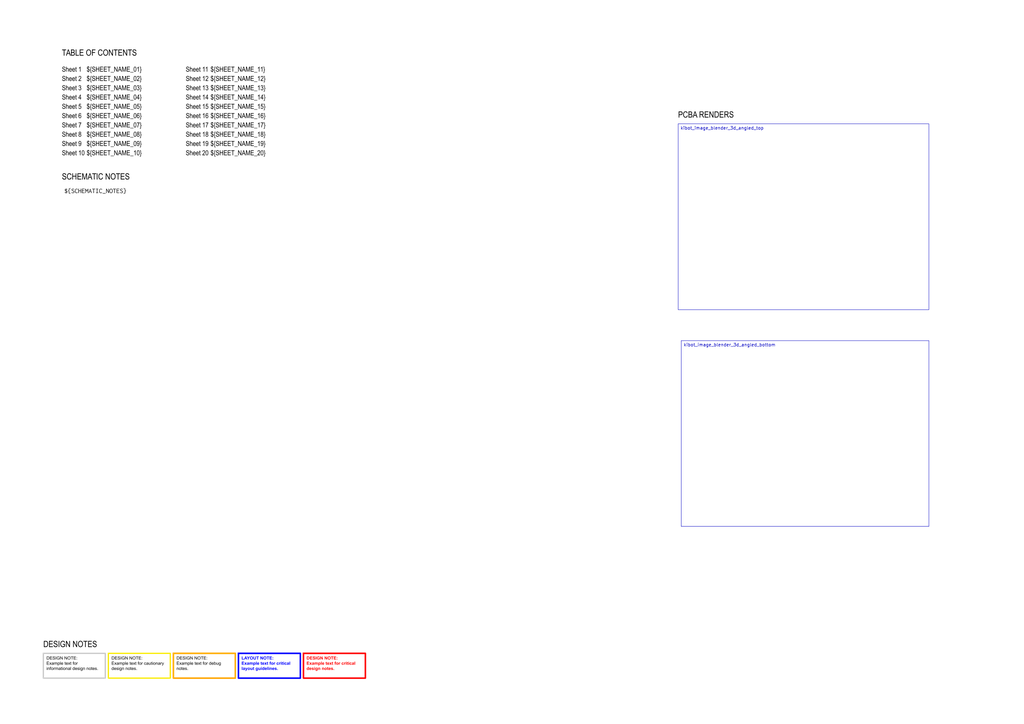
<source format=kicad_sch>
(kicad_sch
	(version 20250114)
	(generator "eeschema")
	(generator_version "9.0")
	(uuid "8bfb0b6c-9e3a-4761-bc1e-4eb40915aa0b")
	(paper "A3")
	(title_block
		(title "Title Page")
		(rev "${REVISION}")
		(company "${COMPANY}")
	)
	(lib_symbols)
	(text "${SHEET_NAME_10}"
		(exclude_from_sim no)
		(at 35.56 64.77 0)
		(effects
			(font
				(face "Arial Narrow")
				(size 2.032 2.032)
				(color 0 0 0 1)
			)
			(justify left bottom)
			(href "#10")
		)
		(uuid "0d8238a6-a26e-410a-a396-b84eb366acdd")
	)
	(text "Sheet 15"
		(exclude_from_sim no)
		(at 76.2 45.72 0)
		(effects
			(font
				(face "Arial Narrow")
				(size 2.032 2.032)
				(color 0 0 0 1)
			)
			(justify left bottom)
			(href "#15")
		)
		(uuid "12257cc1-f441-406a-b206-5f9f6abdae62")
	)
	(text "${SHEET_NAME_15}"
		(exclude_from_sim no)
		(at 86.36 45.72 0)
		(effects
			(font
				(face "Arial Narrow")
				(size 2.032 2.032)
				(color 0 0 0 1)
			)
			(justify left bottom)
			(href "#15")
		)
		(uuid "12cf5bc2-996e-4d2d-9d59-08f5928edc34")
	)
	(text "Sheet 16"
		(exclude_from_sim no)
		(at 76.2 49.53 0)
		(effects
			(font
				(face "Arial Narrow")
				(size 2.032 2.032)
				(color 0 0 0 1)
			)
			(justify left bottom)
			(href "#16")
		)
		(uuid "1f7fbefc-60b0-4ef1-a843-df27827f4a57")
	)
	(text "Sheet 11"
		(exclude_from_sim no)
		(at 76.2 30.48 0)
		(effects
			(font
				(face "Arial Narrow")
				(size 2.032 2.032)
				(color 0 0 0 1)
			)
			(justify left bottom)
			(href "#11")
		)
		(uuid "31c54666-5e5b-4c26-a755-807ffc9d912a")
	)
	(text "Sheet 19"
		(exclude_from_sim no)
		(at 76.2 60.96 0)
		(effects
			(font
				(face "Arial Narrow")
				(size 2.032 2.032)
				(color 0 0 0 1)
			)
			(justify left bottom)
			(href "#19")
		)
		(uuid "36a549fb-00fb-4d38-b358-b84e28b9afea")
	)
	(text "Sheet 17"
		(exclude_from_sim no)
		(at 76.2 53.34 0)
		(effects
			(font
				(face "Arial Narrow")
				(size 2.032 2.032)
				(color 0 0 0 1)
			)
			(justify left bottom)
			(href "#17")
		)
		(uuid "397c491c-915f-4dc9-be8f-a023d44ecaa4")
	)
	(text "Sheet 6"
		(exclude_from_sim no)
		(at 25.4 49.53 0)
		(effects
			(font
				(face "Arial Narrow")
				(size 2.032 2.032)
				(color 0 0 0 1)
			)
			(justify left bottom)
			(href "#6")
		)
		(uuid "3d430d38-1ba9-4a85-81eb-c55b6b4df09a")
	)
	(text "${SHEET_NAME_12}"
		(exclude_from_sim no)
		(at 86.36 34.29 0)
		(effects
			(font
				(face "Arial Narrow")
				(size 2.032 2.032)
				(color 0 0 0 1)
			)
			(justify left bottom)
			(href "#12")
		)
		(uuid "3e0737e6-d0e9-4d49-a0a1-2e7f24b692d4")
	)
	(text "${SHEET_NAME_19}"
		(exclude_from_sim no)
		(at 86.36 60.96 0)
		(effects
			(font
				(face "Arial Narrow")
				(size 2.032 2.032)
				(color 0 0 0 1)
			)
			(justify left bottom)
			(href "#19")
		)
		(uuid "4a4593ec-30ce-4058-b38e-4715dbb5513e")
	)
	(text "Sheet 3"
		(exclude_from_sim no)
		(at 25.4 38.1 0)
		(effects
			(font
				(face "Arial Narrow")
				(size 2.032 2.032)
				(color 0 0 0 1)
			)
			(justify left bottom)
			(href "#3")
		)
		(uuid "52c055ef-1235-44c3-bcc1-af0a77aeb5ec")
	)
	(text "${SHEET_NAME_07}"
		(exclude_from_sim no)
		(at 35.56 53.34 0)
		(effects
			(font
				(face "Arial Narrow")
				(size 2.032 2.032)
				(color 0 0 0 1)
			)
			(justify left bottom)
			(href "#7")
		)
		(uuid "52c1f26a-1bd8-46e4-8232-05acf4e428a5")
	)
	(text "Sheet 18"
		(exclude_from_sim no)
		(at 76.2 57.15 0)
		(effects
			(font
				(face "Arial Narrow")
				(size 2.032 2.032)
				(color 0 0 0 1)
			)
			(justify left bottom)
			(href "#18")
		)
		(uuid "58d3cb55-c0c9-4146-8f82-08b5635468c0")
	)
	(text "Sheet 1"
		(exclude_from_sim no)
		(at 25.4 30.48 0)
		(effects
			(font
				(face "Arial Narrow")
				(size 2.032 2.032)
				(color 0 0 0 1)
			)
			(justify left bottom)
			(href "#1")
		)
		(uuid "5ecc74bb-919a-476c-bd7f-9fecef959dfe")
	)
	(text "${SHEET_NAME_01}"
		(exclude_from_sim no)
		(at 35.56 30.48 0)
		(effects
			(font
				(face "Arial Narrow")
				(size 2.032 2.032)
				(color 0 0 0 1)
			)
			(justify left bottom)
			(href "#1")
		)
		(uuid "616a8d75-edc5-4fa1-b87d-1fabac30fcbc")
	)
	(text "${SHEET_NAME_02}"
		(exclude_from_sim no)
		(at 35.56 34.29 0)
		(effects
			(font
				(face "Arial Narrow")
				(size 2.032 2.032)
				(color 0 0 0 1)
			)
			(justify left bottom)
			(href "#2")
		)
		(uuid "6d436dbd-1cf6-4c61-b6c6-716b295a48a7")
	)
	(text "${SHEET_NAME_06}"
		(exclude_from_sim no)
		(at 35.56 49.53 0)
		(effects
			(font
				(face "Arial Narrow")
				(size 2.032 2.032)
				(color 0 0 0 1)
			)
			(justify left bottom)
			(href "#6")
		)
		(uuid "6d886c7c-2b93-4843-8180-1a80cc4028c0")
	)
	(text "${SHEET_NAME_03}"
		(exclude_from_sim no)
		(at 35.56 38.1 0)
		(effects
			(font
				(face "Arial Narrow")
				(size 2.032 2.032)
				(color 0 0 0 1)
			)
			(justify left bottom)
			(href "#3")
		)
		(uuid "6eebeec5-502b-4a22-851a-75421f457b86")
	)
	(text "${SHEET_NAME_18}"
		(exclude_from_sim no)
		(at 86.36 57.15 0)
		(effects
			(font
				(face "Arial Narrow")
				(size 2.032 2.032)
				(color 0 0 0 1)
			)
			(justify left bottom)
			(href "#18")
		)
		(uuid "74dfded3-150a-403d-bab4-4249652d2126")
	)
	(text "${SHEET_NAME_08}"
		(exclude_from_sim no)
		(at 35.56 57.15 0)
		(effects
			(font
				(face "Arial Narrow")
				(size 2.032 2.032)
				(color 0 0 0 1)
			)
			(justify left bottom)
			(href "#8")
		)
		(uuid "75704f4a-74dc-4dcc-9528-8e82f84cc12f")
	)
	(text "${SHEET_NAME_20}"
		(exclude_from_sim no)
		(at 86.36 64.77 0)
		(effects
			(font
				(face "Arial Narrow")
				(size 2.032 2.032)
				(color 0 0 0 1)
			)
			(justify left bottom)
			(href "#20")
		)
		(uuid "7ae381d0-130a-4840-8a49-73e0bcbe7b37")
	)
	(text "SCHEMATIC NOTES"
		(exclude_from_sim no)
		(at 25.4 74.93 0)
		(effects
			(font
				(face "Arial Narrow")
				(size 2.54 2.54)
				(color 0 0 0 1)
			)
			(justify left bottom)
		)
		(uuid "80cb4d06-1500-4227-86cb-d09e41384a4e")
	)
	(text "Sheet 12"
		(exclude_from_sim no)
		(at 76.2 34.29 0)
		(effects
			(font
				(face "Arial Narrow")
				(size 2.032 2.032)
				(color 0 0 0 1)
			)
			(justify left bottom)
			(href "#12")
		)
		(uuid "85c38101-b296-4cce-bd25-c66c8be77842")
	)
	(text "${SHEET_NAME_17}"
		(exclude_from_sim no)
		(at 86.36 53.34 0)
		(effects
			(font
				(face "Arial Narrow")
				(size 2.032 2.032)
				(color 0 0 0 1)
			)
			(justify left bottom)
			(href "#17")
		)
		(uuid "8710a76c-86f9-4860-91c6-f93270c02cbd")
	)
	(text "${SHEET_NAME_05}"
		(exclude_from_sim no)
		(at 35.56 45.72 0)
		(effects
			(font
				(face "Arial Narrow")
				(size 2.032 2.032)
				(color 0 0 0 1)
			)
			(justify left bottom)
			(href "#5")
		)
		(uuid "8b9e299c-61e8-461f-9708-e81c0cdde029")
	)
	(text "${SHEET_NAME_14}"
		(exclude_from_sim no)
		(at 86.36 41.91 0)
		(effects
			(font
				(face "Arial Narrow")
				(size 2.032 2.032)
				(color 0 0 0 1)
			)
			(justify left bottom)
			(href "#14")
		)
		(uuid "935d930b-82d5-4dd0-abb6-284a8acc2dbf")
	)
	(text "Sheet 4"
		(exclude_from_sim no)
		(at 25.4 41.91 0)
		(effects
			(font
				(face "Arial Narrow")
				(size 2.032 2.032)
				(color 0 0 0 1)
			)
			(justify left bottom)
			(href "#4")
		)
		(uuid "997bd171-a05d-4693-a8c9-79e57b1b96d8")
	)
	(text "PCBA RENDERS"
		(exclude_from_sim no)
		(at 278.13 49.53 0)
		(effects
			(font
				(face "Arial Narrow")
				(size 2.54 2.54)
				(color 0 0 0 1)
			)
			(justify left bottom)
		)
		(uuid "9b8b4979-e7c2-414c-ad6a-28d852f29a05")
	)
	(text "TABLE OF CONTENTS"
		(exclude_from_sim no)
		(at 25.4 24.13 0)
		(effects
			(font
				(face "Arial Narrow")
				(size 2.54 2.54)
				(color 0 0 0 1)
			)
			(justify left bottom)
		)
		(uuid "9d98cb42-7342-42e1-855a-da79d8cff176")
	)
	(text "${SHEET_NAME_11}"
		(exclude_from_sim no)
		(at 86.36 30.48 0)
		(effects
			(font
				(face "Arial Narrow")
				(size 2.032 2.032)
				(color 0 0 0 1)
			)
			(justify left bottom)
			(href "#11")
		)
		(uuid "a7b5ffea-9e37-4616-aa94-cbde595bf314")
	)
	(text "${SHEET_NAME_04}"
		(exclude_from_sim no)
		(at 35.56 41.91 0)
		(effects
			(font
				(face "Arial Narrow")
				(size 2.032 2.032)
				(color 0 0 0 1)
			)
			(justify left bottom)
			(href "#4")
		)
		(uuid "a8e92d65-a91a-4a60-ba8a-7ff3352ca6ef")
	)
	(text "${SHEET_NAME_16}"
		(exclude_from_sim no)
		(at 86.36 49.53 0)
		(effects
			(font
				(face "Arial Narrow")
				(size 2.032 2.032)
				(color 0 0 0 1)
			)
			(justify left bottom)
			(href "#16")
		)
		(uuid "b0c386ac-5568-40c4-a802-a92dd108fcd3")
	)
	(text "Sheet 14"
		(exclude_from_sim no)
		(at 76.2 41.91 0)
		(effects
			(font
				(face "Arial Narrow")
				(size 2.032 2.032)
				(color 0 0 0 1)
			)
			(justify left bottom)
			(href "#14")
		)
		(uuid "be0c7bf9-8a53-41a4-96c8-1b1cc07c8dd2")
	)
	(text "DESIGN NOTES"
		(exclude_from_sim no)
		(at 17.78 266.7 0)
		(effects
			(font
				(face "Arial Narrow")
				(size 2.54 2.54)
				(color 0 0 0 1)
			)
			(justify left bottom)
		)
		(uuid "be18267d-084e-44ca-8de9-8034fbb5679d")
	)
	(text "${SHEET_NAME_13}"
		(exclude_from_sim no)
		(at 86.36 38.1 0)
		(effects
			(font
				(face "Arial Narrow")
				(size 2.032 2.032)
				(color 0 0 0 1)
			)
			(justify left bottom)
			(href "#13")
		)
		(uuid "c2fbc0d5-399f-4475-89de-17f0eb981dd1")
	)
	(text "Sheet 5"
		(exclude_from_sim no)
		(at 25.4 45.72 0)
		(effects
			(font
				(face "Arial Narrow")
				(size 2.032 2.032)
				(color 0 0 0 1)
			)
			(justify left bottom)
			(href "#5")
		)
		(uuid "c3909cef-d271-4962-9737-86a97f208fbd")
	)
	(text "Sheet 9"
		(exclude_from_sim no)
		(at 25.4 60.96 0)
		(effects
			(font
				(face "Arial Narrow")
				(size 2.032 2.032)
				(color 0 0 0 1)
			)
			(justify left bottom)
			(href "#9")
		)
		(uuid "c6d60970-4975-4f0c-997a-bddd6955d8d5")
	)
	(text "Sheet 7"
		(exclude_from_sim no)
		(at 25.4 53.34 0)
		(effects
			(font
				(face "Arial Narrow")
				(size 2.032 2.032)
				(color 0 0 0 1)
			)
			(justify left bottom)
			(href "#7")
		)
		(uuid "c7798015-3d82-4040-957d-290b73c90188")
	)
	(text "Sheet 13"
		(exclude_from_sim no)
		(at 76.2 38.1 0)
		(effects
			(font
				(face "Arial Narrow")
				(size 2.032 2.032)
				(color 0 0 0 1)
			)
			(justify left bottom)
			(href "#13")
		)
		(uuid "d3561853-77cb-4a66-b906-e9a4cdb9d7b0")
	)
	(text "Sheet 10"
		(exclude_from_sim no)
		(at 25.4 64.77 0)
		(effects
			(font
				(face "Arial Narrow")
				(size 2.032 2.032)
				(color 0 0 0 1)
			)
			(justify left bottom)
			(href "#10")
		)
		(uuid "ddb8ef5d-af61-46a4-86f6-271c3fac1c00")
	)
	(text "Sheet 20"
		(exclude_from_sim no)
		(at 76.2 64.77 0)
		(effects
			(font
				(face "Arial Narrow")
				(size 2.032 2.032)
				(color 0 0 0 1)
			)
			(justify left bottom)
			(href "#20")
		)
		(uuid "de35d7f9-a7e7-4c50-9ffd-c89960ab2af3")
	)
	(text "Sheet 2"
		(exclude_from_sim no)
		(at 25.4 34.29 0)
		(effects
			(font
				(face "Arial Narrow")
				(size 2.032 2.032)
				(color 0 0 0 1)
			)
			(justify left bottom)
			(href "#2")
		)
		(uuid "eafb43cf-53a5-4310-be03-07b3a24c075e")
	)
	(text "${SHEET_NAME_09}"
		(exclude_from_sim no)
		(at 35.56 60.96 0)
		(effects
			(font
				(face "Arial Narrow")
				(size 2.032 2.032)
				(color 0 0 0 1)
			)
			(justify left bottom)
			(href "#9")
		)
		(uuid "f8903c8d-677e-478c-bc7b-8e6f4b0a6923")
	)
	(text "Sheet 8"
		(exclude_from_sim no)
		(at 25.4 57.15 0)
		(effects
			(font
				(face "Arial Narrow")
				(size 2.032 2.032)
				(color 0 0 0 1)
			)
			(justify left bottom)
			(href "#8")
		)
		(uuid "fff721b6-41b0-4009-b57e-54214f1ae51d")
	)
	(text_box "DESIGN NOTE:\nExample text for debug notes."
		(exclude_from_sim no)
		(at 71.12 267.97 0)
		(size 25.4 10.16)
		(margins 1.27 1.27 1.27 1.27)
		(stroke
			(width 0.635)
			(type solid)
			(color 255 165 0 1)
		)
		(fill
			(type none)
		)
		(effects
			(font
				(face "Arial")
				(size 1.27 1.27)
				(color 0 0 0 1)
			)
			(justify left top)
		)
		(uuid "56a6fee7-5c63-44e0-8b96-244e4ce15659")
	)
	(text_box "DESIGN NOTE:\nExample text for cautionary design notes."
		(exclude_from_sim no)
		(at 44.45 267.97 0)
		(size 25.4 10.16)
		(margins 1.27 1.27 1.27 1.27)
		(stroke
			(width 0.508)
			(type solid)
			(color 250 236 0 1)
		)
		(fill
			(type none)
		)
		(effects
			(font
				(face "Arial")
				(size 1.27 1.27)
				(color 0 0 0 1)
			)
			(justify left top)
		)
		(uuid "606d42aa-4355-4c3d-96b4-10778d0031a7")
	)
	(text_box "${SCHEMATIC_NOTES}"
		(exclude_from_sim no)
		(at 25.4 76.2 0)
		(size 127 152.4)
		(margins 0.9525 0.9525 0.9525 0.9525)
		(stroke
			(width -0.0001)
			(type solid)
		)
		(fill
			(type none)
		)
		(effects
			(font
				(face "Inconsolata")
				(size 2.032 2.032)
				(thickness 0.254)
				(color 0 0 0 1)
			)
			(justify left top)
		)
		(uuid "93470195-2585-4f38-8fd4-6a6d463aa451")
	)
	(text_box "kibot_image_blender_3d_angled_bottom"
		(exclude_from_sim no)
		(at 279.4 139.7 0)
		(size 101.6 76.2)
		(margins 0.9525 0.9525 0.9525 0.9525)
		(stroke
			(width 0)
			(type solid)
		)
		(fill
			(type none)
		)
		(effects
			(font
				(size 1.27 1.27)
			)
			(justify left top)
		)
		(uuid "bf1fa8e6-3d16-4dab-9141-73217f66d51f")
	)
	(text_box "LAYOUT NOTE:\nExample text for critical layout guidelines."
		(exclude_from_sim no)
		(at 97.79 267.97 0)
		(size 25.4 10.16)
		(margins 1.27 1.27 1.27 1.27)
		(stroke
			(width 0.635)
			(type solid)
			(color 0 0 255 1)
		)
		(fill
			(type none)
		)
		(effects
			(font
				(face "Arial")
				(size 1.27 1.27)
				(thickness 0.4)
				(bold yes)
				(color 0 0 255 1)
			)
			(justify left top)
		)
		(uuid "ce23ffec-a353-4172-bf8e-55b9d63592b6")
	)
	(text_box "DESIGN NOTE:\nExample text for critical design notes."
		(exclude_from_sim no)
		(at 124.46 267.97 0)
		(size 25.4 10.16)
		(margins 1.27 1.27 1.27 1.27)
		(stroke
			(width 0.635)
			(type solid)
			(color 255 0 0 1)
		)
		(fill
			(type none)
		)
		(effects
			(font
				(face "Arial")
				(size 1.27 1.27)
				(thickness 0.4)
				(bold yes)
				(color 255 0 0 1)
			)
			(justify left top)
		)
		(uuid "ee2ce514-b261-4f0a-9d2c-365116209738")
	)
	(text_box "kibot_image_blender_3d_angled_top"
		(exclude_from_sim no)
		(at 278.13 50.8 0)
		(size 102.87 76.2)
		(margins 0.9525 0.9525 0.9525 0.9525)
		(stroke
			(width 0)
			(type solid)
		)
		(fill
			(type none)
		)
		(effects
			(font
				(size 1.27 1.27)
			)
			(justify left top)
		)
		(uuid "f1b74e04-bfcf-4140-95ea-db16e5a9780b")
	)
	(text_box "DESIGN NOTE:\nExample text for informational design notes."
		(exclude_from_sim no)
		(at 17.78 267.97 0)
		(size 25.4 10.16)
		(margins 1.27 1.27 1.27 1.27)
		(stroke
			(width 0.508)
			(type solid)
			(color 200 200 200 1)
		)
		(fill
			(type none)
		)
		(effects
			(font
				(face "Arial")
				(size 1.27 1.27)
				(color 0 0 0 1)
			)
			(justify left top)
		)
		(uuid "f455215d-ebdc-4ea9-9798-407046434784")
	)
	(sheet
		(at 364.49 307.34)
		(size 27.94 7.62)
		(exclude_from_sim no)
		(in_bom yes)
		(on_board yes)
		(dnp no)
		(fields_autoplaced yes)
		(stroke
			(width 0.1524)
			(type solid)
		)
		(fill
			(color 0 0 0 0.0000)
		)
		(uuid "20edd200-9383-4d87-bd58-f882adb4f112")
		(property "Sheetname" "Parts List"
			(at 364.49 306.6284 0)
			(effects
				(font
					(size 1.27 1.27)
				)
				(justify left bottom)
			)
		)
		(property "Sheetfile" "sheets/Parts_List.kicad_sch"
			(at 364.49 315.5446 0)
			(effects
				(font
					(size 1.27 1.27)
				)
				(justify left top)
			)
		)
		(instances
			(project "Asymworks_Template"
				(path "/8bfb0b6c-9e3a-4761-bc1e-4eb40915aa0b"
					(page "7")
				)
			)
		)
	)
	(sheet
		(at 280.67 307.34)
		(size 27.94 7.62)
		(exclude_from_sim no)
		(in_bom yes)
		(on_board yes)
		(dnp no)
		(fields_autoplaced yes)
		(stroke
			(width 0.1524)
			(type solid)
		)
		(fill
			(color 0 0 0 0.0000)
		)
		(uuid "28ad8293-baaf-4ee1-8056-ad34096542a0")
		(property "Sheetname" "Block Diagram"
			(at 280.67 306.6284 0)
			(effects
				(font
					(size 1.27 1.27)
				)
				(justify left bottom)
			)
		)
		(property "Sheetfile" "sheets/Block_Diagram.kicad_sch"
			(at 280.67 315.5446 0)
			(effects
				(font
					(size 1.27 1.27)
				)
				(justify left top)
			)
		)
		(instances
			(project "Asymworks_Template"
				(path "/8bfb0b6c-9e3a-4761-bc1e-4eb40915aa0b"
					(page "2")
				)
			)
		)
	)
	(sheet
		(at 322.58 307.34)
		(size 27.94 7.62)
		(exclude_from_sim no)
		(in_bom yes)
		(on_board yes)
		(dnp no)
		(fields_autoplaced yes)
		(stroke
			(width 0.1524)
			(type solid)
		)
		(fill
			(color 0 0 0 0.0000)
		)
		(uuid "f6afef58-d841-4ad6-baf9-746b0a35f011")
		(property "Sheetname" "Project Architecture"
			(at 322.58 306.6284 0)
			(effects
				(font
					(size 1.27 1.27)
				)
				(justify left bottom)
			)
		)
		(property "Sheetfile" "sheets/Architecture.kicad_sch"
			(at 322.58 315.5446 0)
			(effects
				(font
					(size 1.27 1.27)
				)
				(justify left top)
			)
		)
		(instances
			(project "Asymworks_Template"
				(path "/8bfb0b6c-9e3a-4761-bc1e-4eb40915aa0b"
					(page "3")
				)
			)
		)
	)
	(sheet_instances
		(path "/"
			(page "1")
		)
	)
	(embedded_fonts yes)
	(embedded_files
		(file
			(name "Arial Bold.ttf")
			(type font)
			(data |KLUv/aCIdQsA5JsIzjOQcDZQEDiuNtdm1DMFNd8swt0l8XpDG9RIHYLGDJheIDyTKH9KzOCXJPCb
				SSUoolLd6QgkMyLADGREw8ewj4//iP/4//+3+99337Zt27Zt27btnQLgM/8y2jnn+LIoq6osy6bs
				WZZlRZY9xXIURdREQxRNx9Q0TzEtxfQsXTM8z1Nd0TMdwzQ1zTNMUzJMzxJFwz98ORKVZnqaKRyT
				6Ym+J5qe71m2qZmm5nqmZJqeq7yu8SvLK6u+abqqK7u+a7qu6auuaPrO8xmG6oq+aoumaNiuKGqm
				aXim5ZmiYVqmadi2apqi6sqm66uu4Yqq67qGLuyWsLuWoii6ruuip9jGbSym7Ss61/BM2zhlw/Q8
				17BN27Qd03FMzdcE17NlTRNVT5aFZTlNU1HKrumapmiKriLTFJkiUyQi03Mt1TJNW3ZcxzVl0zVd
				zXRMw3UVz1QN0/Z0XTdVzzRdQxM91TAN2XBV19gUxdNLT/MMQ9MUnbGIXVfReabneaJhmr7sOIan
				u5poKzpFUcSy6Smyq7quKzqGo3me7ZmK5xueYZimoniiYiiiqRqra6qurMqub7qe4dqmcYqiaBiG
				YoiOogiu7HmWYRiehYn+jaWZhmaKnuBpli9pgqaJnmlKluQXpmiqhuQHiuUIlmdogihJmudpiufZ
				gqYagiB7imcZmqJ4nm14nm07hk/T9ExT121VNk3PeaDpfeFbvqXMmv/NFVXRU03TkRw/dFVpVSTH
				TiTNUfzCTjxHbyxH8lTP0xxPkizT81RPc3TPlDRLkGxV80TTtGRJFjXjM3XntE1TMwxX1l1DklRb
				NgxDtG3b1jTP84Nhlm1d+F1dF4bX9RTF711X13VdVSVZ1izT8E3f8zxP9ETb9TvD00xT1VRb2H1L
				lHVd+EzZtzzJM23N1ETbV2XNM03bD2VR1kxRlmxFKXuq5Zmqo7ejc51J6Iqup6qu5PnG6rq2Jrq6
				KauOTvUzT3QszTQ90/Y911IlT1ZV3/BiKXaiKJKfWIrf93miaJapyq7lKruweZrmqaKlaaphGYoq
				y7btCYZhaKYkqZrnaZbn0xItzfA8URQ+1XimwfJsX7N9R2YrxzMdmiR4muRZnqaarmd4huJpouip
				qq16pq8JmikIuqeasqmZsmQ5/mPVkiwverHIREHQRMdRFMeyFFm1bUWi8zzPEFRHEwVDEERP1UzP
				tB3RU/2+dD3RE03ZEz3Llk/XlG29XaiGYaj+6q+qZQmCJmqiIQh+XxmC5xmCqiqWZCmWqgrDqgrD
				59m259m2YVmOIQii6PeBoIl+H5mqYai+5tXRREuRVUuRVdVTvaqqaqiqZeiRYRiapPmhaWmeJFmG
				5xia5lqCZVmiaWmWpGmWp/h95zl+Y/yOpFmWZ+t+p2my5smm7GqeZluOZnmeZGqe43maKZymL/u+
				aYq255miqYqu6YmiZ4um5snCsfl9aHq2aGue5tem5nmW5leeZHma30me57eu6Hmi65l+H9uuZMum
				ZBiGLMuypxmC5Zm+4am2r5l+5Zm+J5qe6HeaZvqZ6qme6hmGJ9mSX2qqalmaaKmqLfye5/me6Zme
				b1m+5Vu+IvE00xElz3NVw9NExVRMT/VET5Q8xfNL09D8TtVkWRYtzzMFS9NEv/P7vg9FUzR9SxA0
				zzMMTe8sSRMEy/I13VdN09c0z/NsVVEEzTUlU/U1w/BNU1M0PxNVTREUy9JMzzM028/8vvMMQ9MM
				wdA80VdFVXQ9U/ND1dM9TdMMQ1MMwy9dTZMMQfBq6/0nkiUKluhpfmZJtqNZniFqpt8Hoieael9Y
				ll/ngV1HmmD5mSNZlmMZpuD3rWZokmAZhqa5gqZpmusKHkVRE0VZlkVVFD3nfWX3gS3ZkrHqeZ5X
				qidqmuiJhuFnqqiMjmIYimEphl4ZdqFJhp1IiqKJmmUpmuNIpqWZmuXIfuaaluYpiihKqqN6lt9H
				vibKxuiKoiUIpiqrsuA4pqt6nmUJguC5rutalqb5mWbbtq3rqurKum3Ksq5bll+rqizLsml6nmWZ
				giZZlmdpgqW4fqBZnqhZnmdapqzLtuSpsqxrompbnqh5riVanmuLquVZouf6neqpluepjuyLriZK
				mqOJmiiair6KzDQeoeloti6apmx5pu25piIz/UrzFMkSLc1zbc2UREezRM30VNG0TUszDMPxC8mw
				JM90Vck0Zt2yNNMUJFFVXde1/EIQLM9xTEvTLMuTplmCpnmerpm+sfyRppmmL89ybUXlCr+x/JXj
				Z5ZjWZpliqYmaIJhWZ6nmaJraqJt+ZXo97FmapqnaaIqWqLqvxUNw4fe+5rfV5rjOIZhKH4fGa7o
				usKwaZomCKKiCYKfaaYlap7lWa7iaaaneaKqWZ7fVZVUUVXVciH6oz+KluH3kaQogqBpgiCKhiTp
				umnquiRZlmL4fabped9Xmp73jScKgmhbHhVLkwxXlAxXVBRJsiw/00RR1HyJhihKguRolmP5laUZ
				muNIgqYIluWnkiBJkmdKlmb4meY4kmb6tuJolqS5smZZqqWpompamuVajuNZmqJplqeLou3atid6
				ruaJnmh6rqd5nuZ6oqa5um/5fSdarudamuW3pmVJmqZYmmX5keZYmuVnjub5pel5nuWJpua5nuh3
				fiqrjqt6jiAIqqqqliX4lWe6gma6tuX5lWe6mqh5fmZZol95mqeZnmEZhuW4jt9ZpiiKrm5blmVb
				oqd5oi1JtmRLtrBYlml4nuBZnuIpnmZqnuY5mqH5meVZnidYnp+ZlqqqgiBYoh5Zludnpmn6veT3
				ld1ZjuT3kWRbsm16nm1Zhqa5pmH4kSo6omlLgmCLomYZlmUplmd6nuh5lqEXkmWZliZYrl8JliX4
				geV5rud5nquJlt+ZmieKomdrlmUZhuBXhiD4oWtZoqoW/MhxXEtTLMkPNEvzBEXvA0eSDD0PJMHx
				K0Ux/cYT/L6UBEmSTEGS/L40DcGHpGmaZTmqqnqi5vmt+8bOA9dxHV3yNE0QRM/4BD0S5EIyBMEy
				DMUxFMEuHEOxPE+SFMlTHMdPTE8SNM0RFdFyZElTfc3UNEcQRFEVVUFRPMtSFE1VTVMyTUmSZdl1
				XVkWRUkQ9FYUJc8zBddzBcPTPMlTZdV1LFFVZUkTXcdSLNP1RD3TTElTbc20PEdSLEmTHM0TfgqX
				6Cs6T1QsV/ZEUXUs0dVMT/j0xpIsy3Ql0fE8TfQ81/MhCHKiB47kaJ4pOqKvyo7nSJbkeKIo+YEg
				SJony9IkzZEEQzNkybN9428k0zVd4TF12zcGSfEjydNESZAEz/QkzXX8RvP71PIkSxRNzw/02BZF
				UXQsv28sy7H8vnFMzzR1XZIkSfA7Q/D7SvIc05A8TdRMyRNFUTM1rRx4/ud/nt9HlmMJfp8ofiQJ
				fufJsufJsiSZpiSZpiH4fWXped9Hlp5nnt93ruMZjuUIpucIpuf3leV5nuT58zxP8DzHjxRJjyTJ
				sBTF8SvDjyTRcSRH0StJURy9UgQvtiuZkuSonuVYhmQ5mqxprqmqkiZammRJpmxrkmmJkiTpoSZJ
				jiUpouhZoioqpmkpgiCIoihKjuA3kud6rucKkme6rmcqeuZ4nuepsitJkitplqa5juM6ruPKhuRo
				iqZIkugJkmMZmqFJniF4jiiKeiMIft84rmO6nmW5jiM5kukJgt+ImiK5jiC4nmd4kqEXgmMIjiT4
				gSNZrmd5nitJkuT3gR8ZguBpWsdR/EazJD1yFFWRLEGzLE1THMXPLE3zC79OJL/RI0VxJEnQ/DwP
				JUFS/EYQJEmUJFE0/EiSo2mmaWqepvmt88bO+1RRFVu0NL/PK0/zNUGRA8UQBENwDDkQBEXSJMkx
				JEmTHMXUQ82RLE1TPMWzHElxJc3UNVHTHL/vRNMzNVNUFM00RVGSRNFxFNcVTVdVVddVPU8UHcfz
				O9OxHEuQNNHTIz9zNNM1VccSTVOVNNF0LE10NMcSVc1zRL0SLdGxLFExZUuULEnTdI+65NnC5Eme
				pGmeIqmu5nmmY3mqJWq65GiWomh6o0mSJaqSp2iG5GiaqjmSoOiB41ia6DmebbqOIxmS5vd9o4me
				KEp65DeWoniO5DiS5ElTHD9yLEETJM1yJU3WfT2RJE3zYzmiqjuiLeu+3ih65EiK5GiaJ/mRH0iO
				ZUmeJmqSpjp6o+l5KWmSZEmS5mmO5hneQ03wP7mypOeNZBiCqJmmLEuSJPl9ZjiS3+eRpDmaJBqO
				5UiaJ2mSZomSY2meJWqr3Gd+32f+5m+a4/d9JPl9pgmO4giO4rqa5rqGoVia32eqo2neDEdyBFFz
				BFGTJE3TJM2bpml+pil+YmmKoyiKHxl+5CiOIuiBJquGIjmKZKp6njeiI4maKDqSIzqKJSmSpGiO
				ZEiSo7mWZYqqammWKEmeJWmaJFqWo2mWJkmiKzt6XlmSaImOJEmGIymO5OidZkmSZGmapHmWpmeO
				pWmW3pmeYoqW5Pid6Zl+pImqY+mN5Jl65DiaHmmOZQmSIEiKqOiV42mKIlmOppmuKkmSKmmWZEmq
				oqiKqqiuIDmaYCmSpGmSJmmK5EeOJWiCZkiCpEea5kh6pDmS5UiSpjeOY+mRJUt+39iRo6iOqWqW
				pUqSqAmC3niWojp+n2qa5Ah6plmaZTmC3kh+I+qN30iWaVma5kmao2eaZGmaZqmSpjqOommrn1iS
				ozeKYlqG4+iJouiJIjmWZUmWZvh1HiiKHtd9Hcd9n+iRYSienmh+4zieIziKn/iNY1mO43mC38uy
				LEsURcuzLL91nth5XyqmInuOJll+n0eapVuCIfiJINh9HPh9oBh24TiK4Bia4wiO42mOI/mVpXiG
				Jyl6njqWKFueZSl+n3mi5heGJXqS5DiOJYp+KKqq54mqaZqqqmmOIOilpomiKFqW4SmG5TeWZ/mR
				I2me3jeWZTmaaIqmInmiaFqSqFiO5KmS5ViSqEeeZ4mu4yiWZnu0JU32JU3SHFO1NE1UJM20PM12
				ND1xJEmSTEdTLMNRLEeTPEszNcfx+76DHBh6nwiComiyaCqKY0iK4ziO53meo/d9IxmGpjiOIfnR
				/EiRHMtxLMl0NFfW9cRxNEdTPFXxTFvxZFfW9cbQG8dQFM3SFElyNMvTHMtU9MTS81DSHEdyHMuz
				FMsTvHeWnxiKYKeu5HeWKLqu4ziO4Ph9HjmaIgqWo+l54hiSZXmO5kiep1mepZT7yr/8y9LzRlIk
				w+8bx+8ry08MVdU0VRX8PI8kSc9LRVAkxe8sxe8sPe9lWZZfWYpf+H3fP3qkKYLjZ56kKY6gN45h
				KI5iOI7e7z1c0xBNRxENQZEUxzEkRxIcR7FMyzIl0ZEsydIsT5Qsx7IcyXE8VVX0PLIcTxIdx9FD
				zXEUR3EkPdMkSXIkS9MrRbIsR+9EzRA9x/D7vvM8z1H8vJD8RvNUxdELyfIcTW8UxdITTbEUy28M
				z9ArRbMUxZEUyxJV03Ec07Ecy1QUUzEV0xUcRRMkyY8USbAEy9Ecy7EcR1IcvdEUz/P8vm8cRzIk
				x9ITRZH0Rm8kR1b8PrEjUxFVzXFMR2/0RLMMR1X8vrQsR1D0SrMky1EMxXIcPxH0RM8bx+8Tx8/7
				RJIsTdIsz7EUvdIc088bwe/zylMUy1J6DxxH0RPD8PxCzwvDcfy+7wM77wu/z+O67+tC0ivFTxRF
				0xNN0yTLkfzWeSHXeWd4hmnZdV0nliMpiuRYkivZcR/4deHHfd/3fSIHht8nkqIYfqEpgmHomaQo
				jmEJlmPoeag4mupolqYHgqRZgqBplqUomqYonqeJnueJomUpfp93lqUYlt5ZnuEYjuA3kmbpeZ7n
				jeYZjqVpnuJYnuEoiuZJlqTpjeVopmP5i+FIrjdXsVRZsRRLkSRLUDxRsiTNcCTPsSRXURxFECQ9
				kRRF8xTJkATFkiRPUhQ/7hPF7+u+8Ou6cCTLMixV8wxDkQzJsjRNU/Q+LxxBkAxFMRQvkqE4iuMp
				kqi6eqEokuTFMTTPNTRTVF1FcCRFT/Q+MRxHkSRNUhzP0AtHzzNFUizHsBS9kgy/Dk09zwvFUPS8
				MPxK0jTTVBRF0fNI0PM80QtH8yM9bxTHsRRfluVYzifnkT/5k6TneV4YkuQXgihKkigahuHneZ4o
				dt1Ieh55hie/UAy/kgy/kgRJ8iRJkh5Jhl7YgZ/nhSBZhp4oip8nhmAoen93ED1F0/zEciRJMBQ/
				UTxL0xzJ0STHchTHUCxRVDRFUxRFzyRFMRRF0RNBUfRIciTFsRxHbwzFcRy90ixBsxxBz/NCrzzL
				0xNJ8yxPMQxHL/TEkRS/TwRNsBvFMSRJEz1FURTPMDzDMzzRTxRN7xtFUhzFERQ/0Rs9cPREMizL
				cuzCEBw9cfTM0PPEEDxDEyXH8TTJ7/PCkjxDzztJUgw/TxzJURzHUfy6LwzFMhQ98PNCzxNFzwtF
				z/NCcTzHUSzFMfRGcjw9kTw5n+8+LxzNsBvDURzHz/u+7wPDsOM47+s6L/TCTgRHryzH8fvCcRzD
				kRTHb1wXcp1ngiaIkuH/kBTHD/zAsBPJUR09r+M+L/y8LvS4L/zADwTFcSw7EAzDUPy+cQRJkBTD
				MxzLdCzHMfQ8kiw9EBxLEBTLkiTL0jRL8zTPkyRNkhxD0iRNUAS9TxQ9cAzH0ixNUCTN0gxH0gzF
				cSzDMQzLcyRFUSRLdCzDEQzHMX2ZimS6iqRIhuNIgqJ5jiRZhmMajp0ZkuD4heE4mmP4hWDngV8I
				iiNJgmRammAYhiNJhp3nhSIIjuNDcRTNUDxTtQPDsTxLMw1L9EzVLgS7MCRDTxzD0Qy7cOy6UhxH
				cgxH8ntXjqAXgmF3nmLXheL3fR4IhmHolWNZomgYhqHnjV43lt/YdaEYiiMZhiQJkiMpMjlv/Md/
				HL/vA8MwDD1vHL0QDL3zHMfzDMOyDMOyFMXP6zpR7LrvE0fPM8MvFEOvHEOvHL/x4zh648iB4viJ
				IAh64ueFJNiJYvh142l+oAiCYWl2XUeGITmO4weGITiG4heGoWiOokmWpTiKZRiK4jiKZBmOoVie
				Z9h14hiWYRmGYVeOYRiSoziKIimKnRiGoyh2ZEmCJSmCnueRJEmGoUmapOmFY3mG5hiKXViC3QiO
				IwiWpxmGoRmO4miCoAmaoHl+YTh+IhiG5eiFofiJX+eRpOd5YRiKYBiOXTiOo+h5IReCoBmW5yiK
				ZheG5eh5XUiO4Bl6njmOo/h1HwiGoimKoUiGYtiJomh6Xfh5Hth13UeR+c4DwTIUvxDsPDEcOxAM
				v67zxFAcPc/7PK7zwM/juM7rOjD0wC78vg/0wpDsQNHrOjL0QtADPS8MSS8Mv+/7PC8MSfIDRVEM
				T5LiKIrfuA7kOq8ES/Acu67rPnAMxS4cxVT0Ps77PM/jvO/zPg8Mwe8Dvc/jPlD8vvD7QPIjww8E
				O3IEw1AUwfEbQ7DrzFAkT5EURdDzxpEcSe/7RHL8Ps/zQpL0vHAcQfAzzbE0y9HzunIcRfEjxQ4E
				SQ8UQfELv1Asyc4TRREcybIswXAsyTIUxxIUxTAMxxIUQ3AsxREcyy4cwxEUxfEjTZEMRVAc0ZNo
				OJ5pOI5fWJriOJJgOJYiOaJhGILfN3agSJbhCIpfCIrhGI6iWIpg6HneOc/7Og/0uq7jPA8ExZEc
				wfEkSxAMwXAEwdEDRZIkw87zuq4LPVD8vvGhGIagF4ZhGIZhGYphKIoHRZAsUZA8zTPtwK8Lx9AL
				PW8UyTEUS7ADxa4jwzEExRH83pGi133g//D3ONMMuw4Mv+/zwK77Po8USfI8wzAMvU78PLAbQTEU
				QREMyS8Uuw4UxTEMQVDsPo6jOMLl5ome54m/+Isi+IEf+IVg14EhGH5dB4Lf53ld931eGHqdKHrg
				B3rgJ4qmKYqmGZLk932fF35e14Vhx3UdGHbc93Vc132i6HliCV4UPzAEPVIEPVL8vlC8CIKg6Iki
				6IHc53ne/4ehF34f6IWfN47jCH4fCHYj2IEgGI5gCIZe14Xh14W/9+/iWX5k2XVdCH5hCI4gOIrj
				CIbgGH5jGJaiWJJlKYrhKJagCIaiaYJdF4ohCY5gCHbj+IFhCHZg+H1h2I2jGIakKIZiN5LjR47i
				53neOI5jCHodGJJeOI4lKHZgSJJgGHZgF4KgGHpe+JFfJ4KjKIqkWYZhWIZiKJYgWIIlWJpeCI6f
				+IXhKIZgCIZh+H2hF3ai6IEhKIJiGHahCI7j6Hme2IFhGHah13me14VhKIpi13UdCIqgWIJdB4qi
				54FcCH4lSJaiKJZhOIqe14Wj+IljCXpeKYqgB4Zd13WgKIqg13kgCJJg6IVfGIZh2YVdF4ZeGIIh
				6IGg13lhGJJiGIahGIohGYZgF4ogGIqhWIZg13kd6HleJ44g+HVddxEuaecv+ukABBBAAAEEkDK2
				iCMOOeSQowQloEMPPvjggw8++OCDjz5SkIIUpCAFfvjhxx9/gAEDpgO1PF57B2p4fOhj1PB4mI9R
				u+ODfIwaCt6Cj1Gz44J8jNoJzoJ7oFbHA7kHaib4Cu6B2pcDooJ7oEbHwdwDtRL8j5NRk+N+nIxa
				HE/By6jF8T5eRg2O8/EyaiT4Hi+j9sb1eBm1ETyPl1Fz43i8jJoIfsfNqLVxFNyMWghuxwl+Ro2N
				1/EzamrcBD+jBoJ/oeNn1NL4HEej9oGX4GjU0LgcR6N2xuOA42jUyjgJ/oEaGX/jH6h54CP4B2pj
				3I2nURvjIngatQ68jadRC+MheBo1MM7GGk+jxoGr8TRqXxwEB0FtA0/jIKh58Q9cjVoXR+Nq1Lz8
				jKtR08DNuBo1Ll4GGVejloF74GvUtPgYX6OWxTvwNWpYXIwwzkaty8E4GzUMnANno3bFvzgbNSu+
				gYegZsW9eAhqVbyLh6DG5V4eghoV1wAXD0FN6Bl4G7UpvsXbqFXgWryNmhTP4iKoSXEsLoJaFO9y
				EdS2HAMXQY0Cv+ICF0FtArfibtSeeBV3oyaBc6HiI6g5caGPoBaBW+AjqEHgU3wENSZegY+gtsSl
				+Bu1JR7F36gp8S1/o/aAU+AjqCVxKP5GDYlP4CSoIfEnToJaAy6Bk6B2xJ2IwOGoGfEmToJaEYfA
				SVAj4kycBLUhvoQSJ0FNiD/gcdSCeBKPowbEHYDE46j98AY8jpoCfsTjqPlwIw5HLQEv4nDUejgD
				HkethxPxOGo8fIjHUdvhQgRxOWo6HIjLUTvAF3A5ajn8h5egZoArwIeXoFaAJ+AlqN3wHl6Cmg1H
				wEtQ03IeXoIaAb7D56gR4Dp8jtoAfoDTUaPhORjgdNQEcBxOR22GF+B01GT4DaejFsNt0PIvtRdO
				gH+pZXkNN0HNhQ+Ahpug1sIFcBPUWPgMN0FNhcvwOmoBeAwwvI5aCn/hddQA8Cyvo4bCXfgJaie8
				hZ+gZsJZ+AlqJXyF21Ej4SrcjtoID0AKt6OG5QC4HTURjsLtqIXwE25HzcpNKOEoqIFwEn5H7YOP
				8DtqVY5FhN9R8+BXfketg4fwO2pTbuV41KQchA+OR42DVzketSin8jxqUO5BB8+j9uRTnkfNyaVc
				j5oG5+B61Jo8ygbXo8bkUK5HbcmfXI8aBnfyPGpKrsH3qCl5k+9RS/IMvkftgjP5HjUkX4LB96gd
				uZLvUTPyJN+jVuQXnI8a0IOQvI+az4+8j1rPjbyPGpEXAXoftSH/eR81nvs8BbWd9zwFNZ0TeQpq
				OR9yP2o557kfNdp37kcN50LuR+3mOv+jdvOc/1GzOe1/1GTH+R+12Gf/o1bzm4Op1dzmYGqwyw6m
				RvNYzVVQcx12FdRmTnMV1GT+ugpqrbtmroJazGUOSG311ldQU531FdRSj1l9BTXUVV9B7fTUV1Az
				HfUV1OyfHkjNvuksqNW/z4Ja6fZZUCO9Pgtq9EtnQW100llQm0+fBTX5o/mC1ESXL0gtvugtqMGP
				34Lae/h9C2rt3Q9SY99+kNp6dv0gtfTqB6mhT9GHqZ0/H6Zm3nyYWvnyQzXy5Idq48cP1cSLr4mB
				3EuZxyf6tnFb133du9PQ24t+1WwcDQ2/Xtu5vWKzbW9eO8/bxnGubaNNId1qzcy0bFtme71eM/yS
				522DNxFpa22t1rZtq40kkeZts7dYTK1lZLZtkzeZjdtecWzZSLRN7Y6B4NG2odv70iKrRL/I7bW9
				XqXRtrGuXLGx2TYabds22LaxWEYYYUQUUdjY3HcqZWPzvlsU27ZtqdRodG8p0zzbvEbQpFgQx2bz
				Mr1MLxMLrrA21haHCHGIsAXeAm9aTLeJFgMNbb7Ml/lK0WhoZ4pu0fu13a+UEe+2xWzutom2e5NF
				Gws2d0RvNyqGxbBtQ7cjRGwyLZqaUkakjNhmeNvkl/yq2Wi2I0TQ0i2lt9fn2kiutHHbKG5h6LZt
				I8Db5pKibYPp7UVvbCndti0kN9imtptq3TYa3jY5NNFbWtrojaa37aa3beO4jabpjQVXthvVoikj
				NlpGZtNCc3qlaCmaDWzb7nMzX/e5pYyQYvM2euNeG73R20a/tm3b6I312l4veqPPjT63cTy3DbVx
				sW0zMzMzMzHbNrN9G81q22hWrda20axoVq3zPM+t1ZphsVhbywZBdtu2smzNrK21lfS2ydi8NnIj
				t5GMDexG0dBSRrDgynbawGxgN4qGRkNr0ZQRNOe2olm1Wq3z3LaZmW1rtWZmznNrsVhby7Znzu2c
				ObcTBNmtLFfb3GptMyhlNcOW5bZtrFFMRdvGhWiLt42saVsoUKBA2Uhy27hQt9q2bRuUrUZGFW2i
				eONio8lt42LbNi5Q9bm1Q9sWAXPbVipgwWazoSNYgIbGlbFpN9mNZdkII7aN5QYLatst3zJQzRbH
				6JF2k9nu1L2NSqJNiCI2dLNh0/IybShYDBsJg21EoKztdRphw0Zu23ZbQdtGtZqgKGxum1QUgrQ2
				23ZvW2wKMEptNqsCkDYpm9p2hbaVYLuiZTO9UBssBvhFg5nQ7WVEatvebd2MYMGVOETY6C01pYyg
				YcGVOESwgd2oG2Wz2cBo6M18jXDTpGg2MBuY6bzP+2zRFm3RbZO3Td5q5G07xW2rkdk2WZZjsVhs
				k+VNljd5e8mbFZvsYkHa3m37ArW9TC+Tlk0LzXZ6nV43ygZmA5PpGpqGbtEWfW2vlBEpI0DQtL22
				F81Gu8/N8zwQBMMt/MAvNNUvE/il6G2EbYRtE2EbAUyB4PeBH7gBMAxBmgZBcPtADgxZUwiCGwhm
				sIEehAwIw3QDwe3dNs4EigBuINiCYAiG4AeCYAjW4IsFrDi22IA0p/u+bWg05gg0NneqvcE7BYIh
				GIKmK58IMEzLd5tMKFgM6XnTYOeJmk6UESEDGACGIRiGIAh+YBgQDAHZti28Of8hnsM5MTT0b8Hk
				WHw8vIauiEPxYuAyaluKeBjgejqqfDuBCzUQwBj6M7gg3QrvRt+gW48AG5vRSZ0MhB8G7HF0oJbD
				feHzLVwIUb7H9vi6DnwLt8TQn6UmxNAfux0cF13sX7gfBXdwsX/Qke/pyG+x/TmdJwgXOwjdD0IX
				ew7eBVzsTbbYf9j+GDjyL2z3Rv4Fu/v72Mj3sQV14Mm7M33mKcDmWTT4EJ8LXj6L90Utiw72LB4J
				J3UJYAHKU6DoOwTiuYfCc0+HN6rfApDJ3/Bi74MzwOnw7t9zo7aFq9WyeF3USF0XNVLHgRod3ho1
				OrwuaqTwj9qWLmp0eFfUZrgrlBj6k2ip/RfU/qDSebosakdwOLWfAIc7KWr/xsM36Jw4ArwTHsb3
				h/ek9uvUfmo/Z+U8y3o6PNeDQyCEcgiECriVMISH8Sj+I7FtsP3n/ii4/97pOYyvowGu0eXwe4PU
				sngmDP0kDG2wADDmUr4dnoI+R31KLn84HAZjF+LLuRhfH0O/ErU/g9ofBgaGfjOG/pvaf9Z+9VC8
				0lGwZVHz+bKoIQA88hY88iPII9fj+/FD7GJ3o4sdaNSRx6D7UcDFfshvscVuX9DFTnaxB3Wx+8HZ
				PAcv9jG42O8tdrs7g+Ou8GK/Y/+63/1iH4AUXewedLHT0MWu8mKfoYtdhi52kxd7qYtdqIsdDm6D
				u7DFXkMXe+dt0MUege5voou9ie4P4vvp6OS/XwwPQR+OAm+Dzn0enpL70ZkeR2f6NbgcngZHgRq0
				oBaFD0fBEyE8KFdAeDt5CtAr0f3wGLwLnoouSOfDN2/0BnhBvAHp8fBCOCn8b8D/AicYcqH2nx5Q
				+7PUfp1v4Up/dRTYQG0Lx4FaEB3I4Vu4OmpsfHXU2Pjqm14QjwLk4EMdlFcBslm8Jp7USHgXHuz3
				3AuJrtPh2Q+jiJcx3iFk8d4gQc0M8AO1IkIS1B4AfqA2Qtj6Fg5MrUsHptal+0sgCWpJwjZqdYBh
				an/8UetA93egg6OWw9nhhRm1HG4EtRzOBLUc7g8/als4CP86wL8O8Ic/am+8EcZHgloY3wdqtfhH
				zYfT4Z2glsP9URMk/EOQ0I+aIOGvg+hHTQfxNwP0o2YGk3sB/nFF/IfCHwfw70DoR60D4b+B6Edt
				A/F/AOhH7QGgE/dBeH7UgvD+rfOjtnVeajlcFbUcLo9aDgdHLYf7opbDXVEDohbd16IftVr8FwD6
				UVsAOEXoR22K8C+BftRKIJOT0QH9DxDof4B+1P5QwFE4als4IcLUymeZouWkMIhvAT1AAjxqQ5hR
				y+FGT6OWwwk5HR4T0bdwRpwOj4giWDD0BxKGj6Gf234fav8UYWrgI4wNtV+KoRNqfw21HwUkwvxO
				pBj6QxBFqPbLUPs7MPQD1f73Dvhct0EnF+LhJIRFHEiUL4HQ/iwCPYl35EAf0L8Aj7wCIZTTEH7w
				IR+sAT7ga4SCeLQDwOPgVEQxfebNvPvmb+EccDy+IL7F/gM+Hi6Gh8Qf8PnwHI58AD7yboDvDfDN
				PA3wPR6dawkvBBDCBpwbefgVXxEfw5gP4s2PwfObt36OmXcfD+/A6Hh46718PhwPDAb5ZQb5KzD0
				bxn6qUgvBc7Qv8FvwinnIZV8/jZ4DqCTZ2Cccp2y/MxXqx0ABLog3ZF33xBvI/ThSogxPBziJYA+
				3ISwHOIfgD7cjHD0Jb75YED3OuCU85A+HA/Px4sGV6PT4Gp0UZ4DNlHL4TZ4FvcnfDHPoXOPekrO
				hLfBS/CRV8Nzj8ISgh5OxwFOCos4HyH5OTzyK4Ck73h/B/JwJToj3J9Q+34W+HPizwJjOBRinAdX
				7ZdrP5gwTXQZgkDtFxr6qRh6UvvrML+T2t/VJoBFmBdqfzw0ASFI1LIY+ovMMfTXQ/8FsAjzY+CJ
				oSmGtBj6dxhCUvv9GPoBUHtrvwaGNKj9SdT+PGr/DkM/CLW/SF37fxPEIKH2m1H7pxj6Vxj6eWo/
				FUP/DLVfjKH/AmF+DQz9Fhj6mVztmKCudiglVzslp6vdSXW1U/1c7X7Ubk6pHY3aARVxDrwTfo/0
				LVx35Vu4Iq52e3Cxc13s9/brwbWgtoUrQW0L1z7xxxjtvW3hWpfCa10KD4TY3/3xLdwf38IR8RwO
				BhbugY7KT7D9c3A/jRf7u9/jfo+L3ePmqP2wxZ4CLvYUcDwcB690I94Q7+Eb4jeg6GDA+keA9Y94
				9XEAodwCI5QjIIRyIqIHSnTus3ilR9Hx8DUyeA9eEcfj51lmnuksfOmD8FIWCu+CB+KNZA08B3xR
				6+FReHXUdngdNVLn5DUnjwL04Xg8UaPD03IANdyLgPuh4IYYCXE6vB7McHKhL2pbOCfvwRN9h090
				QboMLkiHwX2guM/i2eBwOjwoYYZ+Jzc/Jze/JL7EBWd5rytRwg0vo1ZHLYcDU8vhXLUcDqeWwzHg
				Tr4iDiQ2UcvhTJ+hTod3ZWjox+BZvCBOh0f84hHXIYe4C94DTocPeJQRyukQiXgYIxHfQnb5Fi7K
				K+AJvQUJaMIrXZDOg5zPvNZn3pTT4emgLHAIFECXqPQScB28DE+EZ/GwlO4DbvA/vikXhVEqUAvj
				K+J8hOmzeKPncOFdCLmLpKjR4a3w7iPhUT4md4NKFWCY2gkP4yNPh0feiwPu5SudCnB0Orz0ULz0
				X7oMXIvnwrV4KqhB8VRQ+9Lt8A+8v0knxtC/w2kCcDAbFQezsQezCTmYjeZgtixqQEg5F1rupZsi
				pQwvrP0HGPr/FXC/FZsPtSm1K2r/BWp/7BUQYx9EnDL001D7BRn6Tz4M/ayhP+ZQbEZuA1jkNoAi
				qK3g/Tzmmz9TUZNjoyKLWk8Y+5DRREPCCRmcC268HBvpW2xl1OTYVFDbYtNATY4t/RabB2ofHIhv
				4VRQ+9P/fQz9adRmOKDPcCv8GW6Ez3BRngNi8CzelJ/xCbHE58Il4BHgS3xmlG9bg4dvtZoU4Tfo
				wtQQ4PEx9INhwdA/Ri2HG6OWww3xnCof4jlcDC34lWjBTzPIHw7yqwb5UTDIrzPIz4X5h4T5PzDI
				f2TobzL024T5cRjk1xLmnzL0C4X5VdCCn4hB/g204IcyyG/GIL8DWvDv0IJZC35BBPnlaEHqiTBG
				hn55ho88Job+MoZ+NYZ+Fgb55WjBz4Aw/wmD/KIwfwrC/Kqhf4MwfwUG+WuGfhAG+btowc9DmF8B
				98A3xCMAOrnQN+UgALWoXc2idjGL2rcTzgUYVwAXxhXAjXEFcLD5UDzTv3T/F94PxcuilkSXRc1L
				J2XIoXhDnHRZ1Jx09+fg7s/BZVGTY8uiJsd2ehLd6Ul0WdTm4KB4rENZvQ5v9Tq8LGpHcFnUWOBo
				roI0V8E5uCxqULwj99LZHArMmwGzqM2APb9B7PkNYhY1OLyex8ITzgW389i389jX3Uk3OxccD99i
				W6/EfPBJdOCT6ASpybF98C22DdRC7rfjdSZKuAI4G64A7r/oehbPfgOu/T2w/92ddORX8Ix4zJdF
				LYqXRW0OjnUxZB0FycfQkY+hy6IG87KowTzYZ/BsrkQWtRkui9oMl/PYl/PYl0WtDu/IfziuxcvA
				tXgSuBbv20Ep54L7dvDbwSp+43VxBXAH+I23x7V4W1yLl8S1eGtci3fHtXiuTYunxLV43qbFa7Jp
				8XjYtHhBR/5nUSti03IvHdDd4Ji4ArgorgBOg6FU7X+j9vt8BD53AM7J72fAX4DuZ0ATnc8dELsA
				PLgWSBfzGU+KGg23wxMANvnoNfmM2+EfeK6L8HXwLl/MZzwczgCPvMgjX+uwnIuH5V488lO8JrfD
				U3IY5+S3QyCdkuvRxXzG2+E0HAHefTtcD6+DM+l2OA2Hw+/wYifBIz+BzucO8KacAl4HvoXbaj/X
				/WJ8BM6H/wT4EN29qT781/Lfhpr/pf/b9sNugxE4HqLPL/LwIboiboKOh6/Bwzfvp8Pz4T2h6F7C
				Jmo5HBq1Hm6I52hwAHg8fIPup8Mz8ixeC2pReEF8DZB2AHgNOB4eA74GGPM1PgXcC+jDowBduAQ8
				BBwPz3yIPov3Ho9ug2fxEsDD1/AccDw++e/HwzcfjocnuiBdrSbFx4Ka+/HwDboijodH5SnwekQO
				TsUDvkY4XwUgEl+JSJwUCfAlPiTexnc1wF8Qb+Z0NOBeirD/gA+Jz+E14F5m3n3xhYQMeJRPkFoV
				nxNHgAPupQH38v2CeEh8Dg/nDx/wG8T5XsTTs3hj1G44H57DJXmUT8qp+Jw4Ajyav6ER7+Cjo4xa
				DsfkXoAxPATXO8CL4VB4TM7yYvgfnhMgutIE3g+PwRviORyTP/Es0KXP4gHxObwUDoWHw3O4H06H
				x+RJdEyOh1erRfnIqOVwV44CGOUCAB+lg5eBBAlXfX+UrwEP44NPh+eFVcvhkqhZAYpRA0D4RK0B
				oBa1MTotakRCLWogAO2ohfGBqXXptNjiWziaSwHCLgXI6uBlhKC2hWNAB76F4+B0eESeA0o5KdxS
				u6iA53Dos4zPAcMrIAxbP5wOL4l3QI9aDveALB4CnqWJWg53ehYPyXO4oOdwc9RyuBK4UcvhtKjl
				cFnUcjj5dHjfw/iEOB1eEQ/jW3I2OC5fw6NyNjgqZ4MT4mt4oqOgO/0NdfganQKOxxZGLYoPCCTg
				Bj+Y+r2evx6Re/Fw3vPpvMdb4QfB/KD6DcIuGwDEIzYZsfU1vBu+hsfla3j2hkcI2/AI/4tCfA2v
				Vlvju6MWxUfCo/jY4LxsXjYtXBRfB7Z/KKhF8X3bGp6Jk8J7wNfwNngU3gIexofCtkZ4xO8d0YDf
				y+AXWfciZnCZrsvX8PSoAcBjciw+2IXomFwAH5OT0TG5Gx6T4+FFeRBglOeASPwMBZyO0tfoZmaa
				7HBSV8TD+JycDm/Kc8AgTod3xMP4gPgaHRJvJ4DncA84HZ7Ps4SphfFpcC8fERc8i/eH8YkBgA2e
				xQvhYXw+PIeDcjq8K1m8GCqXAoz5Fk7+Fs6Db+ECkIAV1KJ8T8L4hM7DmX4PPh0e7FnI53Dk6fC6
				b+FyvoWz8i2c6lu4IL6FK+NbuPlbuPZbuD9qW7juW6Y8B+yilsNpoJbDTVHL4VB4DseAR9l+sYXf
				g+FFnsWr6fCUfAun5Fs4OWpZPAoMRdlWUIvyoc/i0RxMV3MsngvP4Y54DnfC7+Xwe//FQWpZPClX
				QBj0i1OeA3bgF1F4Fs/Ks3jzTeDVx+LlUcviQTmWDXwLN8Lp8Dg4HZ6Uk0Kcp8D5eXCpA8L9NdyP
				xYPAiwBpuBXfzMF0KzwJb3uWnWPxYsfiHXErPiLPAbfULtYci/d9C6fFt3Bt/OIKaib4VlAzwZeA
				0+EN1bJ4Py+DE/Is3vksHhRZV+RZFIBGLYcro5bDoSCH83kWb4MhHgYDHuVAl8JzndQJnYfbOakz
				/R76LJ75LN74HLB8Fk8Bp8Orv4WDkToPToeXgNPhOTkdXhCnw9NyUjjEczgEPIvXhBCnQwTldHgb
				PIu3w+nwLngWr/UtnB61LF6WS+GpvoULU8vhhPgWDj4dXphalO+P8oVXQFirRfmGeBjfzOnwkjzK
				V8TDYMCjfFOeAx7xML4gvgV8wOnwGvAwvtOzeD48hyviYXxXngMacTo8BjzKR8TD+EJ4GF8RD+P7
				w/h4XkaIwunY4FJ4IFwKb8u3cB34Fs7nWbwnHDyL58GzeKpn8ZY8iyd7Fq+JZ/GiPIsXppbDDfEc
				Lsu3cDA8h9vgUnj0SR3Qt3AA+BaOyk+wdfAwviknhUeexWOfxWPhHui6fEsOB3q3/2fxqby/Vqtt
				7+GyDQllmwZDIPgGqdm3bwMtgfL/43+gGe6l1rocHsdxHOeFJfeJLEfCP9CNtl/2IfGJ/74Fp0bX
				nft3LzhBwH+D01w9d/AL+M792H5zXqVBEEEEuQp0JkNDwn/7t4/f/opXwwwiiCBCsOBt4P9JO3Q0
				8f8XZVEFOykIGbC9wGEB3Pd/exrr7+WI7bAJkqSAhRFcYOECBfyDqDH+iRlaPHkhywos+OD+LHgZ
				v0aUHRdGCEAIKtj/7dj+GLw3XBZmCCEAbdj8fVCxPciHKGIhiLBCCh28vxvFeBIwycBHBRdGAIAa
				Nr8J3A/DBmTYmOGFAJiA+v/F9g+9WtgQRjDBhNl/H7Y/AxawbWAJYQQTgni2m1F+kgrMIzMEAIsJ
				GHwRXow6tquRxAYyIEEAKZSg/g+6Qn78ehayhFACAL4fyhDbvTAhxCIAJbBAQgfhT8SW7W5EYEgL
				7BdiEEGJ+9+CpjyNGXTgwEIIARCBiPWfochvAwtfFClLikSZ/ZdyhTwSHw3UUDAAamLlv8j9S3xQ
				ZY3RPMkg5/x3cH6VBSY6BD2BgkHpf9AI5METWgE4AuVJkiRGvwkjkE9JiZXgZ4MnSLpM8XsFIK9E
				rIU7nmTQBMkV3A/EFfLvDhEwwBEjRZDMoH4qGpSPicAXIZBc8KTIDff+TfR/e3CKlYKlYClXy7JJ
				0Wg0GIZXK5bLNMOCtSZWytWyYLiFwWA2NjZt27Yul8vl6jG1bYrFguFUOWO6U21rMgGliADZuFxA
				qRQrlUqtYhZrRyaS2RQO7F4BpWAYqKaGlYpTqdQoxWrbtk3BbGAumMu1mtvZZErdpFhwamaxWKyd
				NsW2LBacYqVYKTi1gluYNePyccFiXDAblw0shwVLtTAblgsGg7l8WKvVKo5TbQu3qxmGVZiQVMp+
				2/YxHYCuyrVNOtmtU6u1W6uTerJJOikWCWWv7JXoVm3bVm17tWq16JpuW6uWC35FMNzCI5HoVGGS
				CBaJ7nslS7YUxfKNUdQVwXBcn1pbVZFItj2yY1d7OqFMJ1WVnd4TqbXj+HSyaU8nFJ1nkeh9Tycb
				m1Z0t1otVIpkn052q4WDcyMDa8n8M1WbTFsdkg7JSA3J/m+CrWZSqZmY1jyaR7LsuqiKZmaJzPum
				IkyL3lj03qL3jEUiWPTerhi7LgzHsSmG4ZQsj0RySZZL8eglZZJINM9zDJ2aQZ1sEYpEk1z1yXUy
				zSYT6nS6cVAolH1Cycw2SSWR7ttG2bhMp1Uct1okGKlmZasqiciphYOkZdNq2W1LU4MDm7Wj0cxN
				TKUymVAok8lkatt2NGrbtnVzE4uxWCwYzGQ6nVT1dKJpFEpHR0dnyJCaGhiNR4fGRKPt7NwwrAqB
				wU40Go02M0PHWCyUapdcLelUUtkre+XCceHUq3q1Oq1satSWqqpqe7JZrBmTa7aDI6RW1dBmO6dW
				LMfEslkn18mFaqFaNYqEasXslr2y0ZGBmVin1qmVYp1YrZi6iq1iJlZMDX2yW6bWjQ9LhpohnUio
				E+u0QrVQrZvslivJbZKkaJBooKJR0ZxcMzQkVM6QGZrXzF69clgxVxKU3VrRtEu1USuZZJI5pVar
				E+vEstE50dQz88lunVyrGhmXjst0atv2cA2/sPi2JpPJBMM0+pbgNE3L973rGFcMVtMcwdmx7dNs
				j06mG+Wybduu6xXptl22CXVq27ptW9tkimVqYCfU6WRjY3NS31ZVbdPp1N4xJJLLPp1s+3Q62SXV
				WaRTKsU6tUp3e7JXp9apFbfi1qm12jm5epAsUevTyeW6zbJtdJLYNkV6kCxhTST1ZCLZdl2fTqST
				7WrRnNpT+57s1erkkpG5Ti0dW7VbqjpLuU6o1enUqmnZrZpTTd93Tduiq7IZ1X1Hbz2qD5tEfGho
				aGjslKraqXlWVTtlp2YYhkV1raqqWtcoOs/vW9f1K5u5uQECQqFQqJadkd0Z1bKq6uSyWyeWiWWv
				bNu2Ty3SiXRi2YhaJ5eq2qySqgU7tU4tVs1pZbPUw2Clt2Csmhd0QnembduZf+afmalPtareKTs1
				z/NI5KpqXYtE74ui8/y+dd2yKFTLzsy89ah+65HLNWSIyzVkyOlkY3M62djIslwq2beqqkSuqqpU
				6KmqdypFR6yZtp3RsT8z8xmRnapf2Uz9ymZkuVSy75mZmRlVValmZmZQM5+ZmZlxZ2bqtr5Hb9ua
				6Fs1mVBwikSXWpTcmkwsFotlk0ilkkpDUm3bXrFKd4lkMtkoWE2dSHRJRaFEKsqeb5P7s5/x0Zlp
				VIl0uqGJTrYpZqNiLRjMhLJjpVkmRUKhSC07JUKh7NYOq5UTy6GxWqsY6tRatVytGtap1ULFVqy7
				1WKxUCfZECK2qq5YJ9kKZjqZVFjrNpVQp7k+3bZan0b3yaSeaJRKpaFZqU6nVcuVatWsWmrrtGq1
				WGrNDDa6qWGN2raFwWCwk92qJZULpz25bHRsllpSuXBOrZNLPdl2S7XVU+vUOrlWrPf0vidaRqMs
				+zVDKplU9czMDY+Q0+mUk5OTo3NqsVCs08l0MrVySCQdkg5Jpyc+2TFzDH1CvVztyV7Frbh1cp1a
				pxZ9gk/qyV7Zq1arZbNsVmuf7JbdslfqyWXDYLC2bU2m06qkOrVU0sleqae2VV2qqqqrFWvF2iGp
				qn06ta1NqkokW1VJJB0bR8fFYunY9sm2bRN7Otm43le1YSzSbdu2zXLp2G2rIyNzsl3btmP7pKqq
				ardcrVWLxTLFakwq2a761Nrx6XQ62ai2qp5OrX2yT3Zrm1q1PalWOKvWadVyrVytmlPLVluu06rV
				arFyTiaTyXVtVW1VU9y2aEtm2zSrqp95QeepiFQa3aXVvWJLK9Sd3qXRzKQamUqoEgqu01KplJZK
				KNRqNZNmdoVatVwXdl32lWPYTN0R7MZxqZSO5UqKIum+59nC7/vSN1tKT6NRqSSX3vuGpSUWe9+m
				+k5Tmtu9R2zpfe8bxt73eYpEMNy2911Tw75erVb3qHTfpdXKxiYW41rF/CvT0oiys9Fs1PMalf7b
				MyjWycRSrUSySI7jtj1PM6ygGNdFRXeG3Rd2S7BrvjD8wm6pFd+2dd33tV/XNYliOY7pOKZfuSVF
				IxiWZVk1m1j3XYLv0TySId2su5Zt+77vWnbfd+m+WaLSKB2N6rp0w1r2jXrf1WrkGrlQpTQdCblX
				sp8VbLUqsazMS+aKsbLMqqE5neo6TdN0FYvR0NwyMnV932l63/N837PZbKaj83rJ2OTMZuqbGxrN
				5brv2nVTnJkZGxsbGxZrpkmlSiQZ9paRychIKBJro24UjStdpWmasncppWLZrRjNBoeEetnEaPfq
				dVOrSCaSiWQqqWjTyLSiKa1KKNgsxlWr7tW9Mqls1YomTb1Sr1qVes13aVWvYjwrGhNrdI9Mtuq+
				XVq1jLzGiGnmB4PTzGnmbrFmRqYbHdaMTKyEkrlR0bSM3KUVap5baulOiUZ1zH1CoW7VrYLNbhkS
				S3SXVncr9YppzVr1zbLsX9LofUXXdeezpV0URUvXLZFSLRoXacZHRiuVblFJvu36bpVKpRJNp0Z1
				qVWqTTfLkliWLdn2G/Ny3fd9w2CwO23ZNE3v+7ZL9n2zdWo0apXuu0Q6PTW6TSbVvaJr1i6h7tW9
				elfv6l6haHdr5ycope+71XopVYLNjJRgRHZ+glZ7lN71qFSi6fse3aXWSuZmb7a1SyjU3YqBte7V
				rJSWVmkaM7VuE+q+V65VaeW6SXOpNJPgpzSstG3lliST7ppCeGZmZmZKpzQtnUSiNC2dSifR+74w
				iZSmpDQlkc5TJCK1NKyamiFD7vu+WZUVtyJWTU93q7S6VbWqhCqVSqV7NbpHt6oGXt2tNC2lSKeV
				617dK9XrRpVS6V0u+iuX6pXCLGxZ67qyftbPYpFm0kyabVKa1qfSSSQSyXCbpiQSDLfteYpEbUsi
				sep9syqL1ZJkUkuSSa1WTk6rlZNz3zU1911T09J0qU7TE9ym6el0mmlan05TJDpN9JRVrHVlzUos
				1llw6URqaVikloZVs1gsVpqeTiwW62adxWKxWhaLXmm5ve1Rndr2/ZpGI3o1ida6TqVSqXRmlJJI
				JFSKrumRbZPuNzXdoxGdmm44vUtyXa+/ehFrZyaaTaTRXWOjpmmpBN8l+1W6XyuXq75LNCSZZRrd
				92hVMsH3XVrRVKsbGhwc1QrlMtkr1Kq1cqnu1cpEg1LVq1VqZbppcoSU0hSlsmEomfquU5lVXdP3
				LSLdpVJKuuXSXaf3fJ9SGRbqZNuoVeu0cqFW6epGrVap1BVzzTWvlMyyrMvlctklVkYmI2PvFmxW
				SqWkk4zsbqV3qbRSS2nrbt2tVHu37T3D5lNVarFGtH0isVg1OTj3fd/c3NzM7pXKpLpv+7ZXN6PR
				bDQbzYS8dyklSs33zWrZo3t026xdQr2rd3W37tW9mu/3TlerVSlVSrGlu7QqrUqo9G6VXC7XjSKd
				7lU6ukuo9GZZdmXT1WrVarXSNE1RqBQqdTNK09J9s2xpPJFGpTQdjWYl2ayVSs1KJbtUItnrfcNY
				rpuWZlajelZi2VlMzF1qS6USXLrTNE1Lq9YKtUql7Dd9R6SSDOlmS+993zdNWlLT+2ZLd+kusSWb
				Tdn7hJKhVjZq1UK1Vq57VUpXrRu1Wq1SN7dt2+taSlM2tV+WPVewUmle0/SsFGZHUfCIlmsaVaNW
				GnXXaE3LMfmlUZqmUZq+bxRKNBLRNE2vqBu1atm3bdeYdUu0lV9UJNMxDEfWNU32bVt3rlcavWWZ
				pmO6resZlFatdV2TahSdKbG1vNJtW9cza12bZhy/L8uWSi6X+tIoFKqW6bqmUSgY7JVqoVL3SJQW
				zzUmx2QhMjL9n8S6VbatOqHW1bxZqp8Uy55hK3LZ9mVply3d921fll5Dl2Xb1nVJbtvaMBy/8AzD
				cxuzIyyfRLaqLtFvLYvk1aikqumYRKrrmkRT1zVd16eYllFZJpHoemZFqm8XhZJbcuumUVSe1Sga
				HtQMCkWva4wMDeu1xrHqJXPfNH2eqNdLRkZGhqbrGkVLJZGormOxWOzmRgZmE2PV1NjYsFgkEipj
				sUowGAymUolkTqcapUertTS66Zse3aN7te/6nmGh6Imea42qUTV9OqlIq5cNTDa6WzAamxolU0M6
				0agaNdMo+p6JpVqkUwlVQtmn0unkOk0yJhnSySQjqmkUCfWioWZq1am+a1SNolGrnrt6bBbPEZtl
				s+qVKkaua2aqmJgXfcfUnGRWPTWNukWiFUrXJlgmpUr2fZdO9WkmVsfMqrhupVaxFale1/XtSGbb
				kCWRSKS2FZns3J7nSbIsPTqtZFgjFg+NDU3XMR2XSHS9MskkerWO1nWlSaQ21WrVdV3PzMyUUHat
				SzSprlf6JMsruq5puq5renT/JNe2fSqhZtJq03cJVUK1qBZVQt029YrGA4TONapenT7RM7EeekaH
				xgOUkmS0Jsk0Pc91Ldf0ChVTr/XKluj7rlepmVWNitEojUJRGntV13epRrVQNApVo2pUqx6JaFo0
				en/OqNCVjdlRPGrLGY3FYrFoG0VpO45RlLZpO27b9h2NUBRFRyPTjGOWHY1G7IzK5dLRqeu6VlMV
				vNZqitr1ikaVTqQTfdM0TZdQci3XJ9dbQtUr9KRPoxvFKqFKKJRMvUJP9LzpE/pWaz6KhZLBEgNX
				laqqql/1q1SlEYqSbNpeUXQ0el+WZUcjNa1rNVWp2FE8YkfxanVzs1rd3JRKLlep5HLBMDzPNAlF
				bRtFbftdUdS2zRJFSfZpxieVqqpi9FUvbY/YGdWInVHB8DzTJJVKpUJR21apVLVKdZVKpVpVqlmN
				WVUlyaSTVKpbW5ZntYZVEul0Op1oWZ7nkyWjo9HIdJpJs0wqjer2tGtZns+6fs96FJNI658epsVg
				UT2SSy7YW6JJMnQtg4pZkWpaZhTTdakunWy5ruUTbb91TaNsUKgaGZnslLplaht1o1Yo1qlGoWrX
				jaJRqBOqrmducOjzvFGlmVuGrmlUZkWi57qGRyWaRkelmK5ptCSq7zNmdd926UatbBTrRp2o+kah
				TmjrxRK5ZE7xuq6tVqtVotcVzYpmrVczMfqEju4VTb1Ca5pGoTR6llAlVL06sSWWLYlmROaJXqnk
				uXSPVKrXjaxUKtXU1NTESqhTfSqVSCUSqkaWY3JMjuG4JRoFm0SlerUqybVc26tN3y2qRdWrEqqE
				EtVtjaJQKPpEn9b7rFd0q9Va15VEqu/RXaNQuaZvtEahUKvV6jzP875P98lGXldavEfyCEVlOUbT
				xFanU4ymSyN6RFrrekbFtuiIhZJJ9Gg0Qq1io3WNpVI1zdI07dKlUqlUQq1QN+p0IrVoK4/o1ai0
				0m1d16UZlEbRUr2uNGlF1/q+aW6UfaNW9wrFqlH0iVrVNwqFOtXUJBJpXWkUXVFSu64mqkXTohRF
				r8ISu3m78hzT803f6XzX9EnP8SsmzfVct/M5z3V937AM3/WNWtd2XVOYPNe4Xdt2nk9xREUQFFe2
				LNV2XVkRnc5nKY7n+Z1Zmmad8ymladKIPs8YeqXjdGZZmmalNF2W79u260rTLFab/r5vOp5per7v
				mZmWSXWb7o3nLJrpK37FOKt4/j9S1acS6WTfL/zCrquqZUl14jGtqwmucLuy7Tq3K8m27dquswqy
				7IhdV5LIdUXsq4pubMOkE03PLR3D8UmmT/TIHY1omp5laJqeafp+5/ikWagRXbOsyRSr4lU9n2cc
				o28Z2s267zlNU6sZlUz6vqdWTKk0GtH0aDQa2a1WTAxN0zStUo1GNH2eNA3DNTWrlWoG9kqNXC4Y
				TKWi6XldTxqVamZmZuZ0gmPqepZPqVya67k+yZxk5FquU1JN1zEp8zRNM6Xn+qZveq7t0wglA5uh
				kUurGRka+l65RjZJvmmUiBST7Jj5nmvWy6Qa2fRN3ySbtu0Ys17Vq5Ftr2J6vkd3y+aOIZ1iOibR
				Nl3TN33PN0rIWUJIKZpPKVVK0ahTKia5YqdUSmauUy47BiWEnu0ahlHnTNduPDLRpZr1olOi00vP
				N42qV6bT6zSi0zQ9K8dpmqbgmo5Go9G6wuUqWk3THNd1lm1UjEpO0WRo5pl+55cezTSqjucZNY9I
				dJrKaZrOoxFrWqlomqZZLBZ9qul5ziOaTmc7jlEzTc8zTdOzXHpMk0g2bYtGKUmuaZu22Zu9T9qu
				YTRKRuM5RTSNQn2uZ9ZLyMyayWg86Cg+6VE8zyIRTcf0fLpTdEqnKz3XNY0ysVD0/ZrP+T5PGRKK
				JtU0fa/u+b7pm75VtAzPMyy3N2NOprrCqwzLX8mYTSqVSs0l05xL78uyrSybpmyaslyW77uusiyv
				MadW6+aGpmk6RU+u+tIpapZo1HzT9sie63meZ/putTaNOs25lku3irZp+17RKNM8zbk+r1KJfqvu
				FZUXqJ7SND39p/90kmEZluGRbJqj0lx63xduVdOU5bZd17J833WV5RSl6RQ9nVYZllcZPp1qak6n
				mhqaZrFomsVSVZFoHplmqWSapVKrmmapVJKmOSqV5PuWpFnC9ilNT6/5p3YuyWvMSV5jTq4rEs2j
				0+l0Ms1S6XQ60aefTqeTejqJUhGspukons3RiGZJcSxKSW46GsWxSGSq4lOW5doWzaJ4NJJp1iTR
				cSwySXRr0vI7j9T//Ct7vfBIjumW6zxNWW7pebSS6ZVppRrRc4zs3qSYpmN7JrU0Pd809+2KoXnZ
				plpFIt31jbJTNm3bpJj6nu+7rkl0TE1sNs36plm1akSPTpVpHolo2pVpeT5l+pXp0UnDdMlMoeoS
				ia5vVMlO1bdp0/V91+dKRgW3VvWbpqlKpVLRc3rKpZNMSqNYr7k25dJJhrZv2jbpeb7P2TxN2qZt
				GlXXKq2qNMyCy3tGneJ4VBKdTi0YDU3TL9p0k26aHtGj2xXHr/gVv2AsLdtvDdM0CkWTUpJcszd7
				0yjapm2YZmmTnuu5vu97ruc6leXapFGzSqVK03Q0omu5RN9nTMv1Sdu2jUKhzFomPs+ZptN0Fkty
				LJ9nHL9mmReqrl/ySKVp1mldT1l1x6NZluUb9ZLT9GUy0bM6zzM70+d5nrONsuu7rkfsycbyfJLp
				VI4x59Ok6TSdR+mZ0qVaprZJ9Y2qUXaKvmfTRtH1fd+1ix6NRqo6n2d6jtg0Le/WPMPoef5E5XWz
				xMbxO8eluYTGJXo25/htkViRGcexGcc0XSq5sYuW6NKtpquqom66jqb6rirLikRmKJ4iCIqpSpLp
				qqoqPKOxSb9vHLuxaqPzPItm00zN6fyisarOcwqd53lWqVBWVCqV5jee57hUiolZ1adSfU8047BE
				W2/rjaHe+L9sou3RyCaVWrd1WRZFSdpk0+o0LUHVXVN1TUVrOqrrCqqprKrqCGZZWG1TkX1J7sie
				5ZidX/e949meRa4sz/MsipnrNn7N9xWJ4jl1yzO9rnX9nt4THZvm+5pLMbJSqlSKUdSEijmtUNe1
				VSiaFolQFHVd0zTN0mqFQs3zPM8olEg0z6Y5z647z61Wq+VyoWJmWiYWa2bmdJpnkaqaMiZTTExM
				jG27KBIpjm/0RUf0TKdOZsk0TROdYxLJlu+VTIxMTKNiVjJzCcUSleYYjuuYTrXqk6gkl+TSiCST
				SiqTRtEoUYmEeue4JCqtaEqp2X7nd5ZL8+W4dM+umo1MMiEj08g037bpnVku22RaxfTNKqXu2RyX
				aNe9zXim2VdUyyOalktzKdWaTbDdznFpvulTbbds0Yyi6NVUBVNVdckUVsuyFNNUBJPu1Ak2yWJk
				4nhu41aWRfMdx3EMw6RXFN+xCEXRWJbV+nRKpWQzRU3TnOdZjuV5RkWk973jeY7jeZ7jmD7pnUej
				0lyCRegopufSXFJLamku0TLzTSOjmfCcasWp1ixO1dDIaKj8mrPojWMYnud3ju2SaUZnNJVjmp7v
				OnXPpVZsxiXTXI3ueabluXQqxaXTHLsikRuvN1M2iaZuGrvx1fFFE4/KMh61bVnGo3jUqqq6onBZ
				lmUcpylbpaqpmed5Rk+bRdsZPcvRfMf1XBKVYjqO41guvfM7l1RsKSaVTnNpLpVQMx2TzJ9O8Eun
				EgpK60Pt8zzt3/5tOy5L0SgetW3rrmhZxvG6pmkco+c8o6dtp7Ebp7Eb27bLZdsu1zyrVPOsUrEs
				DMeishyNynI0WtGyHI3IsSxFI3JsW3IsSbdkn6fdim/bt9d4FKcpO05TNsvCcCyybdsuy9HItu3Z
				vi0SiWzUtuETFrnpeb4iU5ZndX5fGJ1ZVCQqlUql+H1h2DS9ZxzHdAkWzao5z+8Lm/O8mnPcikTo
				b761aVqtO8fvrGKxcyyj4hlVm0yiOUbFbjzLs1yP3nl+S/GInee4JFMqsVIyrVJNo+ZRiS7dpRNp
				LpVmFV0SlUok0jynXK/YNOmSnKJRollkomyRCJ7nNp7j2IznNp5F5uzOtGky0fRIpkv3qHSiS2Zp
				pkslknlanVwViuSiKHo6nU5yjJoxfa/Q+U61YpIZ0/dqLs23OcdxyZxLc2m+aVIqp6n8plyyFN/2
				+8o0bNurGRlZlltyXZpLJdb7tt7W26JZ5dhuSa48m275nd95hI5iWi2ppfmeS3PJndXZnGM6pkul
				UkyKSWg8x6W4FNPmfMen02mmY3oume8c0+ZcKpXu+zZJNEnmNc14nlE0Dun4jU3zfVtxTOsmkVpx
				LMdxLKPznLJT1YxPpVfUilG0VddznMZxvMazaZpmXLpLdIlEklVTfeP4jmc0Vud5nlNmbJrzjMZz
				PMdoLKMmOtP0ii6N6NJN36XTXIrN0j3TpVKJxJplWUbRODZRU1ZRlCyd4thFTfM2lNbJWXXfNn5H
				8ch8R3JMxm+bmtn4Jd/3Jd9Xlkcj1mXNkTwiralIom2Kqur7lmBYht8Xoug4trH5kiKWfeP4bd93
				fVHajOMYjknShtG4NV8UjePbjONxXNc4vu+n5tHRaBS3bxy/o9HpZBrVo9G7kHzB0Uy1qXbGbt//
				cEmmRSJ6HqnnOYpKdM3oRMcPZdMTTc83RUX0PT8URlE0VtVVVVtVbdH1DNV2ZkV0DL9pzNIxvMJw
				HMfvKSatb0uy7fu+8U2CYzlNR6O2Zmv5Jck2Jh6dXKN7NHpNs1SfapO5rrTJlmUYjmMYhuFxJMmR
				yWTbcRzHcV3DcByTZByzbBynUqnUalWjVqkSjEKtVnUdxy+KkqpSCYVCoWiatUej1yWZrvzK7yu/
				shzLd03GIzma8TuaaZhkUp1SrqhGnVTxyEa9cxuz8eh+R698p0b1O8MjeCSa4Xl0j7It2+8s26yp
				Nd8x3caH3xGJ5jeNqOSyEZVEpZhEl9gYFUOXSqZXJqFmm0QTvyOZZUnkG8tq+45gkSzDczzfqbjk
				0mv8jmKSXNN0ioZj0zSPuuiHmjAMwyjKjmeLjuMYoujrziS7dkuuk+p94/VdYfiNSe/7vm0rt+9L
				Ml3TNF8YRum6vm+YPE2SJOM4hl84js13ZlnSG8fvG8fx68oftXEcz/Gofc34leNRHI9kVUxiuWrI
				No5JpL+j907RvLcMy1VTwiwZv+z7tm0ct/FLj0qxGZsn/MpyTKJvUjxKveQ7IkmTiBTHMhyP6tE7
				qmOXfV/WTT/eNHme6+mu7lExplUqlUqviCRf0bquKIqmrkuSrnvetMkkIxPHcWyWtBqbJSmKSe8o
				nt/5lUdt3MbznY5iEjm+I1ce1fEoHs12TCJHcpTfEfm6bj+qZztJ6jtp0zTpn/5p2oVdknxFr+gk
				SddN0/N0XbOMY7Ok6dNd3dNdSaTVikRareL4vuP4vlVVbdv3TU+SFIlGkSRf0TiuM22adOo9nb4i
				97xp97xpmqZpkhSJaJqO6b/vS5803Zrtepom+44wHKMxy7ZmrJowPBqNRi/Ltu1YaknXdeVR+7Ys
				DLsxOsYxy7ZjHKdj7K4vfP7mV1ZqZUVuG5tQJEm+bhq/sO3G9qiu3/it3fWN4Rgmido4ZkdvnMbx
				O1LNI5SdSs0j+Y7jkTwijeo5Ho3iW57f0Wg0x7G9innHUZ7hW67hGCbr0Qu3cay+cfuSbry2MUzG
				bCyPJZIsx7A8IolGtTwaR2RtqlmTPVpN06zruoZfk3QincyYdKfeEenKpFNMIuP3HZEvKSbFpBM+
				T5i92XF+SXTbwiKXpk0rFQzDKXg0x/MI1bapNtWmVinsyqvMwjGJZMavjI7QUUyKR/GIjdGYjF/5
				lUej0Tt6R6Ybv6N39MpjTHrrujZNE4Zj2ZVfmYxJ4ziOsjySR6uWJN84Ns0XlF3WJcm2Tb2nFGk0
				Sr1v7L4vXMbxTaMo6ZZm9n1d151JKdc0U6NR/J7v+6ZvTJIk+Y5II3k0GsEoibLuS3pj80XjOI5v
				8iXJODbf+I1f84VN0oxl+SSPYnlEkkmjOh6944gUy6PRaISKYRg+z5ckTRJGTXMc3e/LliR5Oknq
				owhl2dVlRa6oZEWwO7rsescq2o4sy84jy8KwSKSyqggWzaaJnuiKmijatiZ6nvDKsil7yuU4klzT
				XUv2PF2XVLquKKYpipqm65ZK5VuRSLSKRCLRu3BkQbG813td0eo6guX3lWNRmqasCI/kGdGpnuaJ
				mi2KnqjZmt9pmi+Kpii6oiC6xuoruy6Luqq6yq0ru23a1q4rp+w6qmvbsi5pbl1YJFpplYbdFeWK
				6hgRSSRiy3Km61FdpqlcouO4bV1XVeNSiaZJpLZ1VfV0ommSfbpHtt22o2k0cmVZjWO2lUsXhuW6
				fF/3JY2uaBzHcS5dVhTL7Vyb7JuFabs2uSLabuP2bd/2ZWN3Xl/1jUmsiIVJp9gVuaI3duOYNMI0
				TLdxTKsuK2pFpZSI9Mqrq75u7MKuyBWJ5tZLrXcU83pH78id5ZH62ih5NNcsPNsxaW65bAyr6jyy
				Lpyurch9YdLtjlY5dVmRO8O0LN/nqrZsPJNG7CimNrGsm7Lz2rIz275uWbIyTZNIJHc0yzZW1bmN
				78oszMar+76xG69t+bKn6BS5MWxy51TMzLi6ruzKrMid3Zl0It0tlrRKxcyUq8vKIpeFYXeWSbMr
				utmRFY1j/c7uC7uuiI5ZkcgVuSLaZdW2VVn0I0ku2ZT976JSo9FolKbnibLsOLKsKKapSZJLJZXK
				dV23JGW0JMfXnVmRG7cxC7Msy7qiEhq78jiybSwaubEbx7QLj6fp9aJRTP/cXimXZSn/8i/LLjuO
				7cuWaJqaJsuWpOuWpCybbMqabMqeTrJ8OrluqeS6pdK6si3avmKYpnJZyrcsyyj7siZJZk2S3Mrv
				K8uyK7+VS1ley7VNzbJs1XZsXfd8VXUtX7Rsx9E6siwLx2u7qq3Luuf4jq+Lji6btm2Zpu5UfdvV
				Ldmoy7Y069IietS67KhN5Xd1XTVmX9R1WZEpFtkk0x2L4NH7il6RHJNiN45fEixqY1Esel3SCcWO
				Ixy7JJjUuu1Iktt2ddmRddPWbUdXdeNxHsHx674i+Y1JsGiMYVgUxyNdj9QSTdM07bLl2MYz6cTG
				YxvLtRuXLwvLrsiNR5dlRSMbu/E7u7M7w7HpmqarklQxZmd5XV2YleXSyeS67u2K4jd27XW913u9
				VafLymmsuu5Idld4hU/RKXJlN3Zj1T3dUSR6WRErYuHRnVmapuE2duNxhVl4dOM4lmV5jOH4XsG4
				XdebrU9yHN9sW7ouaSRSW9F8YsvyNkc2lmNYFMftOZ5ry8qtW7KkkR1H1y1Zl3XhGK7h+IVF8ivH
				JFfEjvHswrEoju2yPMtSFM0sq5bjePnnPhmjK6u6bOzGJRu/7uiyqq267GvGrjyy7PvGcbrGbyyX
				4Wiqp3meLDt+IAl+H2ieoliepnmubsmOr6qybMqarkuPrFy6rtu640i3pquWrGm6Ll26btuSSCd5
				snEcuyrrumwc13VJNIpF78CR/cTSVm1VNVLZ/+38il5XBMdoiqYoWpbiO4taovQ0zdNkTzNky+8s
				S9M0XRRNT3RF0dVMSxBVYdUVuS17umqqyqsruyzatq7rsiXXddnWjVFWHV1abt33PONYHamjlx1H
				9eTGpVVMxzFblvOoNJfKNBWRaNdlWbYUSRImkWg6juN5Ztm2Jcm2TVPXtW3bNplGo7k22XNd3/c8
				t6ZJ2vPc1nVdi0QpHccuya5yucq1XK/v+rqtS49IVyRFuJVLl33bGJZbuXTX9vqO6tLdxqO6hVuR
				6sI0G7MvbYtGLdzGbezCLQzTIjyCRy0Mj1QSKqZdkfu6sRuzscw6ieXOK9c7v7Mri2bVrU2ieS6x
				r1zDtMxyZZJ1YVRtRe37vi3swrTtzqsIdUci2ZZbtyzLm+ZnmmYqmqspiiJomuwKy/S8zqvSzbIu
				yqZty7oyrLKszLau27amaDSiabody7Jl29YtWVhVZdZ12dV9K2JfNlZd14VbeGVLl31buIVP+IRb
				+L1bGbWSGVe3lc/GLG2zWDqFWsmQrTq6rcqy6+q6qsvK8eyWbmm27Pu6soiW3dhmRzYex5Iru+7b
				uvEoZuPYjd145K4qy6rreZEWiaJopuaarv/b3wxPqHmeZ/YdR/ZFUdM0z3UVRRRdTVpEIqVSruu6
				JClCS9QlyfF1ZTZu4RZmX5Zl2TZWXdWNSSfcikiRjeEWjketiBRJ8WVj8qOR+ngUj3psrxT9ol8k
				WtVVXdV2HUcUTc9yHNf1RFHXJUmRyFzT1Vxl2WSSZZOpbUmktiWRynVl2XF833F837Mcx/cVw3Fk
				XzFEUTEUxTQWkaTIZi862Xc1adFq0iJ0fF+RSOSKRBeJRKJSJFrJNS1JslVZsW1d01XVlXRREmZn
				dVzXFYZXVlXbdnVNUXTdU3TZlG1RGWWjaruqLak+W7Ydse4opunWZekVZV3VdVWYdU+3ZeE7jmv6
				tuH4nV03dmMRPIJdGHbpN2bhOIZdlzadVlF845Z+Z7ZlyVnEsqvbomvLsuTapqzLkm3quuIsel23
				dWPRC4/eWITdN4ZjclSaU9IoTsuyHI1Go5Ytx9WV69KVaZuNydWV6xYuXfYVtXELky7LxuTawi3s
				yq3cyuxbtmXZqnQqxqwsUtX2XUUikulu29ZuYzeuVdVWbdU2nS0Lo3DaurOodNn3hE+4FbVwC6eu
				6ZJxXLLuK7YyOxqN3Hd13XhUXfYl3bIkYRgWiUSiKIrvG79xrZYl+7mryo6jqtpsyRbFsc2yLsuu
				Lem6tGyaIzvHKhvLNluWtkjksiXLsifbkiQLi+A3juPWHE11ZeW1LdmzbduWJlmSbNuyZNtyLF33
				rV/YfWGRK4JHbryKsOy+cQzHtdu2LUmy41iOrVmWYjyzbEqO40U99sVTVVNWfdmXVN+WFVk1Jbmo
				qYqqqoqq2rbvi6qoSL7tG5ckKZapKX7g+HneV5ZhmLKkKrYoqrKsmqoqqpYwybLsyoqizJZsSqpl
				ybIzybLzbI6m+r4vm6osq74vTY9e0fueA0X1C0lSSkpPchiG4Spq4ZaF3ZMkw1YEq94SNb0SNcvS
				LFWzBEuV9Mq1LEs2Jb8zdVEWZlnVZFE0jVcWZld0HbHvqaYimq6rys7xyram+b6pCBW1qiimNvuO
				UO/8vipJxjItGpHnCc+y667rOxrJMsuyLCsSrSvLinUtyyK6RBKtNF0qratIEolomqZhGJXbVlVj
				MmVVV23VNh7Fo7Vd25ZtZ1mMSVZ9WZd1WVd14TUelWiS2sr0qMS+Mr26KYuy7qy+ajuTXtHqsi/r
				zqIru/LqujLKqu/6ju53ZuGURdnVZb+qb5z6nGpFJ1YrakVsDMcoS9dwHI/UNqZdOU6x6tuiaCyq
				rHum68u2bcu6rDuT2DiFT1Z92diVYZgEryxJki9LryxLNCTTMgxDsCzV1I1lUSo6jUqqyp7qya4q
				G6uqqqapm65qTK5rCcuieZ5ZkSRXdWVZUnVRNFZZVlXds7DKsi77pivJqi37suzbltjYPq3ElGVh
				FlZfNr7aqjMppc4m+7QSV1RkV1RV05RlU1aF35glWZJc1bZlY3iO2ZekiuoriiM2ZtmWZV/Rq74i
				VkVV9aIMhyGJkiqq/l//EqxvkUgkUltRVNvzLMvSVFVRVFVShufZZGJZlh1H+CTPcRRbNlZf1l1d
				lX1n82VhUVRb1X1F7Mu+r8yqrXiRKP0remUdkkfC4zjCP/zDsIqqori2anueJ2qSJkmq6jiy7DjC
				MKmiKqmiagrDdQ3Ddc2y88yy83yeZ5qqqyi2rSi2rUmKYtuGoCiubRiiLjyOMEk9DB821VYlZVgl
				Zfg801Rd4baFYZiFD8MwDKuqCpMwnI4piLIruoouW7Iomo7sOa6iKBXTNUXXVWVLkWVRNBVZ1hRZ
				9VxX2Cad6Kqm7EybrLrKKiu/smhlVZGKvmzKsqirsibLqm/pdWmZRLtvK2LZt33hV3bZ92Xn9lXd
				t4VZVq5tVRTbd51b0cquoghe15Rlz5VVVVFlT5VdRRZlXTGGW5dd2xduX7l9xZdtX7cVRSMROsvt
				SZKkSCQSrSopqm48Itl4JqmtqLrxiH1ZWGRV9RXVl33ZuCVZkmTRGQ1fNYbTdG1TGB7VJZZlSezL
				viydpqSUlJLqklXd00VZVgSTrNqWb/myMPuyL8qWrMiqrdq+76u2akuqrPqqr9qKbKyKRKJWddk3
				TFm1FVlYFEWxTklS/VwVVUUxTUnqiAS3LUlVWVVVV5JlZ7gsRVX0omtMUkmS9L6sSqqqaqoi/LZv
				265lWKaqGq8sqZYsy7KzqIoiy5Iqq7Iqqa6kSLJuO2pftn3hFn5l9lXFN2bb93Vbml3XlSRVlRTX
				kiTDV1ZVVBTFwzqki62Zpuiauqs7pi67imuKjtpzTcU0TcU0ZVnXPdNzdFn3JU+0JMsyTUXvEz/P
				+8gyDNF1TEX2PNN1TdE0PdNyXUVi+o7ruqqrKIpUckXHtCzXVTSuq6qKROVYpq7rrmi6rqnrzrPs
				wq577hPTLxxH6Ai1YxVm3XV9W9ccR5CFX5R7piUJpqNXlmpJkitqmmhpkp+JluXqrmparueJvqn6
				rqqZyutrpqh4oqqarqJXXdnSddH4jNlUFFHS6sq3K3LddBzheIbl8TxfOWZZVV1XVXVlWSRS1XUV
				13U0Go1IpDgWzfQIVueZpmF4JUlxBMPzPM/ve8Ztm6bviI7sys6v6IqiKI5r277qK9PzCGXjWabX
				Np7Vtl1bdD1XV5S6KSsaubDaqq7qikQ2ZmO1beNzTV3VlUutaH1R9VzVdmXXdm2vpu57uui0wrdq
				hVd4fV34XGeSC8Nyyr5zG7+nNW3Z83zFdGVNVHXVlWXVdm1FIxVGXXNN3fVlY/cdvao6juNJ9QRJ
				lAzD8CPJFG3fGEbhW6ZTVU3Xl0XT9B1VtXTjeF3XVSQSqSI5qqm6rmPanuebrmuasm/RdV3b1UXV
				cXVLt3RXl6XXt3SjRHRd3/dpm4pGp1Rkl26UqJ7iqp5piqLriq7p68LruI6kmrLs+rqid3VHqZi6
				oiiv77qy6trGbuq6a7u28ZqeaXqm5UWRm57pSZBUgmEYTtcwTFfTJEmyTFMQNM2UFLkiUV2v67qO
				omuO6Tiuoxiy65u6a6u2KeuiKqq2otJNWxde3dVt45VNW/FxjMJtPBt1ozuOo/u7v+uqaRiqa7qO
				JJmmo7iuo+i6ZHqmZHqm70sivS+JpKoikaqKRKaJoqkahiwbhixbjmHIsiAYhuoKgmfrjqM7Su+W
				6ZqSIjclRa5pomgahizruu7q3nVdd3RddERPchxPVVTVlVzPEx1Xc1xT03Xd9DxRVITRME1T1kXT
				lRTX9TxRcV1LcU3N8W9pZJ5riq6iuVxTNU7X2I1hdU1FqZmu6qq+K7qup5uu5bqmLd22czyaW5eF
				V9Zl29d9W7VtVxHbpm7buqsqIpVSUWRbVcSK1FUVRbCqoutqpiuaiulqoqoqrufKijDMsqzKuu/q
				vqwruivbuq0Yy/ApittzHMc4jmM1HV/5lcf1FY3SVkzZV15fcU1TV0zf9V3fllRJUj1FJ9imr4ui
				Kou6rkzTqqqOVLddW3dG0RE6Qkd1qaauyZ7qCr8quqIrO7IpW7qlu76ru7rnSq6i27ppm7ZjuqZu
				6qasuL5pHMdsyq5uiK4pK66u677v27ItjYpiuq7jmH5seqaiiKKjVB69bTtK0zVNU1VcV9FLkmEK
				t6f6jtJxHLnumo5pmpZp6r4u67atWoYlmqZvuo5pua7rOoupKK7rOKbqKI4ry8qsy7Luy77uu7qp
				6L4r67puO6+qqpJkmoqjqJbjCLqiND1FUbw7Gz1cyfM003NNV/Fc1TRMT1NEouF5nm14nqq6ruZp
				iqu6tuNIjuFokt4Xel3njSMInql4hqppnml5jqyYpimahuGbjqkpnuOYpq+YpiBYlmkKw6T4dV1T
				80zTc13jGGbdlT33hacHiiJTZJJc1FXZNGXXVRRB1WVtdjTJbjTJcSRHlBw/VOxGUUxJjzRXM2XT
				9CRTk03REo3TtDzN8G3RVCVJljVd01XPMDTndI1J67uupyi2buzCYlmy8JumKArD79u2KJqm5Ty7
				bhvLIheNY1lG0VDkunEcxyx7nq2Yxm18qqeqpuobpmEYtmK6rizawnIsOlU3huV0fWN0PVMzXd9z
				PdVXxLromq7p+obqq77ourpmeq7oCo/WN2XN9Fzb+nCduiST6qpu2rKtmYpmtm3hU23j9W3r9FzV
				smzDM1VLE2XRVH1FaXuyZXquaau6LCsSP47dOI6iOH7jiJ5r+7qnS4rlM0XRtFVN9GxFlHXd90XD
				UURPNE1FdDXN9kzT80y/mmmarumarmm6qnLajkh2eKZr2v5cz1dUny89ItkhaoYpaqZmerJrm4qp
				OKKnqqYt+7bpKjrDcw1DOG3TVE3T1V3P1U1P8zwfvuxZnh+/eXSmYXimZRmGZ3qm40iG4Xme48vC
				ME2naZqKIUuKYhiqK0yuKRuG57qm6+qm6rmGd13zq7u6MFEnsqIosj/7s+xpnmGIpqcYhud5imGa
				iiHLjmd5jmd5znPbznOawnCawjBJkqFKimGoquAXhmgKfmC5sqLIis6z5Jme48sGf2HZXsKynYkI
				2/u4sp27sv0NK9vJsLL9BxC2m/DB9iFVtudAZXsSHmyHo4PtPR1s7zJle2vKdi6kbJ9CynYhDrZ3
				ibIdiijbj4iynYco222ibEdF2e5G2e5F2e7DBtuvQNkeg7LdfLLdDg22g022A5LBdikZbH8G2/tg
				sl2HyfYWk+1blmynYcn2JEu214DBdiCUbO8hyXYakmw/kmT7LMl2VZLt3AXb0wja3geS7Vsg2e4D
				ku1UkGyfQbI9kCPbwTiyXQwj2wcpsh0OoO0w0Hbaz3YVfLZ/4LPdSc/2n57tWohsR2HIdhrP9jp2
				tqt2tlMRsr0Gne065GxPgrbdBNp2Hdp2krbdDZztW3C2x4Cz/Qdne8xse5Sb7Uduts9utqtutsds
				tptstqMh2+5Fth2WbQdl2wGJbe+jZrscNdvRqNnupWa7UM12Jmq2gwHbfgVs+xOw7SzAtg+9tt/h
				2g7GzHadme1YZLYD0dqeR8z2Vsz2OWY7EavtNqvtRaS2f3DaTt7bo9TbVShtt4PezgW93Qq9HUZv
				P72djNH2I0bbTRhtp422i6Ptbczbn5i3xzBvPzJvh+ftdcjbRfJ2METbVaLtgMTbwYi3FxFvJyHe
				3hNvn+Ptd8Dbs4C39wBv7wDe3oK3C/Jur8PdjnK3g2m3f9FuL6LdTkK7fdZuB9vtbLDbn2C3T7Fu
				b0PdjoS63QV1Owbq9lndrga6XQV0ewndPuTc7p3b5TC3b2Fu/8Hc/oG5HWZuv7k9jXJ7E+X2Hsjt
				SozbVRi3Dxm3AxFuB8HtbHzbn/i2x/BtP/Jth7/tdXjbr/C26+Btj+JtV3nbAem2g9FtL6LbfqXb
				Huu2c932K7jtWrjtTrjtM267yW0f5NtMlKFfkDB/FmF+KWF+QQb5rRjkjzLI76UFf5MW/GII8gcJ
				8rvAgj+NQH4xkF+JFfxYVvCLK/jzAORHA5DfCkD+IwD5tQDyXwHk9+OPPygFvxt8/Fzw8TfBx68D
				Hz8KfPxM+Pj92OOXYo/fhD1+1R4/IHr8Xujx36DHz0SPf9bjbyOP34k8/hfy+GF5/IPg8ZOBx38E
				Hr8KePxF8PhRPP457vi73PHjcMcf5Y5/5o4/EBT8ZKDgZwIF/wwo+Jug4LdR8Atix6+GHf8Udvw8
				2PGbYMcfZMcfY8cv2vHncYIfjRP8Opzg3znB30YdfxN1/GIdvwkm+INM8Lvx5a/hy1/68stBx88E
				Hb8VOn6bjj8POX4/4vi9iON3IY4/CI6/DRL8e7zx2zGCPxA3ftWN3xPB70cI/idC8EMJwY+G4CeD
				jb8GNv4jbPwoGz8ba/xCrPGX1PjlAMG/BQj+IkDwkwCCfwaC3wPBL0Yavw9p/E3S+N00/jk+8At9
				4L/ygR/1gd8ONH4uaPxa0PjJOONHz/jRMONnwoyfBTP+mBm/acZfRxm/GWX8QJDxd0DGb0PGj5Lx
				k+GB/wYP/FE88Nse+PvowM9FB34fOvA76cCPduBPQ4z/BzF+KmL8tBh/G2H8pjB+N774MdjAz0QX
				fwpe/g808MvBxZ8kAz+agV9niz+mxc9p8ZORxQ8Fi7/V5W8CAz8GGPjtuOLvcsXPwxX/Fhf47bDi
				98GKH2XFD0QVPyBc/h4uvyBU/D1Q8Ueh4odC6N8R+t2wwC+EBf4rFvhLFvi/TPFbMcVfwxS/zhT/
				p/i9qMCfQwX+WQV+QKT4s5DiT0GKvyXFb2/5uS2/HxT4raDAPwYUPxMT+Is88XORwO9K4K8hAj8c
				gf+NJn4mmvjBgMCPgsAPQuAvgonfiyV+QZT4v1Di70GJ/4Uk/kCQ+LNA4n8BiX8HiV+MBvxzHPHv
				YcRfxIi/DQb8LSL+JEP8fQjxNxHiTxLE/8UCfpMC/jkS8CdJwI/28CdBwH8FD38THn4XdviB0OFX
				4wA/LIefBQP8SODwq1GAX4obfhsbfk7LbyLAP0YNvwk1/EwG8CMhgH+LDD+VGH4vYPhngOHHIcsP
				u/CjwML/ZYU/hRV+2go/ICr8XKjwv6DCj1LhnyMAP5cA/DEE4NcJwH9HCj+XFP4YUvhnKfyCAOC3
				AgB/DgD4dQDw74HCvwWFfwYU/hkKP5gT/i9O+Ik44e/ghB8+4QfDhF+LCT/NhH+QEv4tSvhpKOHn
				QsJPwwi/O8Kfhwj/B1d+Oaz8JAi/E1T+Jh78JnTwB035uSh/aYOfhvLbT36Yk/+IBr8QGfyqDH5B
				lvymJf8NGPw3KPmduOB3Iug/4sgPhZE/hSI/C0D/FZ9/qOcfo+cX9fxCRH4qRH47hvxReH4rO/8X
				nb8J2m8Czs/D7Pfj5hdC9r9iPxGw/wuaf4vXz8XMj0LrR1t/kZj/idVfWv1JVL+X+k1A/VtOvxfT
				r8P9l+zfidKvkn4T/RMx+tnRz8P8DyL/Tcg/FdHPBfxz8G+G+1Np/x/2v0P9i6S/F+jPxfmbcP6t
				83/D/FMw/z7Kfwvyj5E/FOMfNP5FhD8M/Hno/iy2f95SKBLG4PWcyilwDzyFIRm6HWojcA1IYxPy
				ug0En7mToZtnsL0P8yZP7/MWNp6PDuVMHH3t8JaB7gSOVmMyNHNuo+PLOeno5biV93EnNtP2c3VD
				3QQnoytyJs+hYmvy2aZuWM7BV3ARtihbkU3INlN7H6/jb5yMe/kVL+I4vOczf4GjbegmyPF466Vj
				uc+r2AywjdsTz3IQvsGV3OfidsdF2Ga2eOO2Ns7FqWzq1sfNeAYugSdxH47DZ3iWn+M85iA4C583
				oGegm8KlcCkPOu0+t/nM5f9s4raC3/EPXITN3sgNzOc4GXfAc/gMrwHL+Lj4rPi2fEB8MXx6dEJd
				bEttou2OezmWoSN5FU/AJoIv4GJcjO+cyrt8jTOxCbLNbILc3jzwFWoCqBmglkRNqBbEdzgBjuUd
				vMl9HnvMyQedChTPwEVwE9yPI7kJf+FQ3N6+zd5cNZwaHZ4S3glDJ6j9P57Ky+JDwVnwPk6DNwTE
				CX9ws+JngCls3iZvqs2Gs/Eqt7eYH+ARuA/3HsI3ePf4edS+TZBTYIvjUnzKi3iXy2w1eKenxBAK
				/sZztn9wLF4B/nYqvI/tgm3cPK6J2s5z2J50MKfGbdhwNgJsOpseWxTPsgFgI+IzHAA3waHYTLC9
				S4KLwu1wVvxn04LbggPiKi+K39wYnwrdBDx5s7KtcR5uA54c3Bsbl8vBgTacA9vNtdhe4H4hrwf0
				ZO7tVOj02Gzw0M2Ebagj8j82dnuy8bDJPIin9zbSfz02GzyX28KVXl7mbm/z1trojQXxj1CNEAFh
				k3AWguEcIBQgCiANSIMzyIGDfIN8H/i8fBr4mvgC8AXgw+D7gGeFNwGvAR4NHgxeyYs90dOjs6M7
				QQeC7oxuSxdEF0SXQ6ele6FroVOh86DroLugq+lkulMXdyrg9ODa4NjgOsBlwVnBWcEpgNuBy4Eb
				gQuBe8L5cDKciQu5D2wc2DiwTbE1sTlgO2ITYtthw2EbYaOycbAt2ZRsR7acTWZbbfc2b+4G5nJc
				BDfjZHyMa3ErboE3cSUexGn4lIvfUqtiSGjIhKEPwRGmFYYMMYcQh9AOkAUQC7gD9vF58UXxQfE9
				+ZB8sS/21bwOvAy8Gu/lqTzVq6NDo+vSCXUQ6FroZp2p+zoVcHhwJODc4NDgzuDO4CTAEcENweHA
				aeFc4FbgMuCKcEI4E3fu3Dk/tju2D2wc2CqwEbHxsGXZTNg+2DrYhGy0TWaTtzlOgovgaxwE18Al
				8AW8AD/hR6666Oi7f6CGgdoHhiowNMTQE4MMhSGECfh0+NzwyvAA4P14N14XXRAdk64CnAS4IjgW
				uAw4EzdyeWxybEIbBDYTNtqmboD8j/vxNW7GrXgVj8CDuA2n4Rh8vugqqDGptWBIjiHVF8ZrgWcA
				T/RWwOXBCXFybA/YjNhW2FDYmmywzd6+7YyXcTJ+xSXwF9566qfDp4C3eWp0VnQO6M7gsHAm58cW
				xHZlS7KNNnczweX4CM7GM3AtnsW5XOhLHIYD4FXu89dB0GnhtHAyx8YWs6k2eyNtHLgMf/Kg21Cz
				gfPjKXgH3sUN8CuPcibnec1VNz9FDQK1AoT54Yt9XWxbbOSGgb/3ovaAGpEhD74JeB54XjZ5kzd5
				E+NY3IO7URtSMz0JcEu2mw0FP+EhPObtwZ+gNoBaH18bX5ON3cb4lvdwGa7Co/yC/xr4gLoqnLkN
				3Ykz4AA4GJ28HfEDHAC/H+R52WQ2b5PiEfiUqx5HjY2aDNfDTS/9hJoINXDT4kH8AmMbHxCeD299
				kFoXNZ/7fOdCHIe79x5IrYaNixPxIf6r4GycjYdweHNyIS+/w8UjUZtyE3Qo+Ajf4BucyXG+eXCc
				fiAH4ws4/C01HDYM1Jq4EOc5Cmox1Byw+XCZTd687YJvcPios1sRh3L3DHiYW+DdV3DvF7xmk7dA
				Hl+QrYrbW8wWgktxLqTtv4P7UjthiH4W35faCUNfaj99lUd/AvSz+H4ZGF6A4YUsMMi8kCXLC1my
				bFsWmSkyMjESzYUJEs0FApyXGhZSqADJyHzKC1lkXsgi88K7J2i4/MB1qZ+oY6T5iSu81LqAOEy4
				mEgxgQOEC4gUEDHS7Fp7UqQZpwovtS6xe+bSirmhqeIFrktPLGWqQgaOhosMnJcadxk4Gy4Dl4EV
				YqS5ihc4LzUsuJAJkAkuPHiyRwoVIJlNpsgJRmSyZMnyF7YiJxiRmVLEipdaFyPjSEXXvYSUfEoR
				Kz1CRsKQCikdaDATUvKkJaTkzyIDAwwwwPBCFhhggOGFLH8hywsvZMmSpcgJRoqcYOSiLFmyZMkS
				Qo+QEZWKCikdPLmFlGhwI6REChAr9P+cVqGfkwrFlsXoFqJFlAr9nNB7Pi4f18/pFPo5mUJTZMpD
				sd3LYqRFdAvBQgoQKzSEBRX+mXKPrEgBYsmSq4IK0JSfi1RIaaJk+3lyghEiPUR8fIj4+BCRsrMj
				BQE+UnaIVDGlSAgnIzU9NVyKjNCzASqkQDGygVNR5FSzgQ3UUGEXOWkRKjLCCQahEUJQdUK2CSJc
				saKCQQsVtn3lBiGRCTEkQMiKkZOVEYycrBg5jWBkA1pgqKlik/kZQWbKlCIxboxbb12Xm5sUjdC5
				1fXPrXZRUcRIXbOE7JOUTcpmn1QqKooYUV3KhsVTbbTxp2ybiiJG7Dao2LyTVKl+kil3p5wqtXX5
				Ee3b/xFRbnUsihhBOftfhJRMmVKEBS/lsJDixEjKseBhIWVKESMnh3JYFDFycimHhRQq9pMCCCmZ
				QqoJSXmiJCY0hbRFSMoTJUUIkUQyVoocyVmHsERERGKARZ8yRQEHkLftWIwUcIBvVEgBYoVGB/hh
				26iobV2kQPnWhQdOSIYmNOWHbaNCigdNQiElMjhCTmphFyUyNKEfKEquhBXafk6fUAcakFuX0xNA
				hOwrSi6CFyEl288TJZySrhV6knPixv0cp3rffg8E3W+/TI8ctS6ueJETPRE0RVRURVZ0Q1JYCk3h
				KRQS/oQehECEfYStnnXrgrNBzWUTu6RatU09E3v91LaFC4f2+lFwW9g59aruqQVQH+mSQlJzSW1d
				6gtqBKSa1FdEwUnZprz+Jm5RU6m5RMF1SVWpndQh1EnqLPUX1ws1rL6hbnui4LrYONRcEFCzagXU
				F9jELq4f6lfdgPqK1CZlw8IBNQJST9QXEKLi9TdPykb6cKl9ai1qJVxb1GRPlK1L6oyay+Z1sUVQ
				c9m4LjUe9Zc6j3qIWo+67Nk8KRsWfNRa1FV09T/Xwa3+Jq4ubqdPnVNzMW1daiE1lxMqtdX/cikb
				a6uf2lZvbadPrVpxkdm61KyaiwZblzpKzcUJV/8JlK3+5tXfYDt96jJWXDzYutSvFZcqW5fapuYC
				xdal1qLmIkUFti71l5qLBbb6UXD2L7DV37bVr9hGn/rKigsGti51BisuXbYuNWzFRYutSx2z4rLF
				1mX8yYEqnthODosecWVx6iEqux6iuushqlU9RLWFqUfK1qVu1fVMlapnKlc9U8XqmQqnnqlwqGeq
				J+qZiop6psqjnqlkelhbbF3qmYpLHedxxQ9cl3rISoVTD1G1UQ9RmT1Stvobh3Pb25Bwo8/WWsDW
				ssDW0sDWOmNr8WHrsfbYcDbcDXfDcbfhMrgNR4TIbziac7/h+PgNZ8MCvv3m5EY+NgfKAVrgAzUA
				WgBcAswATLlQjtACX6iB0ALhEmEGYeqZem642m+4OH7DnRH+htPAbzgL/IZb4jfcCr/hQPgNl8Fv
				ONgnxam5bGL9F+zDoLoMOKcBhw/giddAxQnQxrXkcRtY2w1c/U2UshWAY+IwMMHEa+CY+AA4Jk4D
				xwQTv4Fj4jZwTFwLx4TQYeCE/gInJPQaOKEPgBM6DZyQ0G/ghG4DJ3QtnJCXw+DFy2vgvHwAnJfT
				wHnx8hs4L7eB83ItnJdzL6BxGDg0/gKHBhqvgUPjA+DQOA0cGmj8Bg6N28ChcS0cB3zQ6KiQgZPj
				MHBy/AVODjleAyfHB8DJcRo4OeT4DZwct4GT41o4OdTDoKqvgVM/AE49DZyq/gZOvQ2cei2cah8G
				zv4LnG2/Bs7+ADj7NHC2/Rs4+zZw9rVwNuwwcLC/wMFgr4GDfQAc7DRwMNhv4GC3gYNdCwfrOQxc
				z1/genpeA9fzAXA9p4Hr6fkNXM9t4Hquhetpchi4Jn+Ba9LkNXBNPgCuyWngmjT5DVyT28A1uRau
				iZXDwFn5C5wVK6+Bs/IBcFZOA2fFym/grNwGzsq1cFZYOAwssPAaOBY+AI6F08CxwMJv4Fi4DRwL
				18Kx8O4ycEAcBg6Iv0AADojXwAHxAXBAnAYOiHsvAAfEb+CAuA0cENfCAXHuB+Ay+AE4In2of4E7
				C3+Bs8LEX+BuOPcXOC9/gQvjI4TjcUEAB8QRwPUcARzsCODs4zwBXAK47Qnglvj3HzjVx37CxrFd
				dsrunoC5YClY90SPqyfVgyPqAYIDgsOitrfgAgTXpRYDh0sTHPv6YLY2zgRXH8wmZYMAR/qwNYnL
				C5wEuO03nBZpjVJVAQXXpZ5VXCrA1Z8fBTcFt0VN0+RcpuC61GKAXCzAdanFCLkIcV1qMVAuVXD1
				ab+CwwBXv/QtuC+s4OoL+Q13Aa6+GH+B88LVF90LpwGuvuleuC64+qh3wYWAq0+/C84LLuUTg9lR
				nKppZLhsgPNSwyIGn1wc0HXpqcW4q+jCdanFuLlkwdWXvQuHBVcfy7twbXD1iRwLTgRc/di7cG5w
				9WHfAKcFx90E3BInAQfCt5uAo33kiJljFWlwaHBeamaU4QE0uDO4+ufX4EDA1X+PBjcGt70udbWP
				UP1yKXWkUkd3GYitKBe481KLuwzEzJELCyNRFTOtTosVYqK4ihe6nnPP0mXwLF0GiMRQswpRy3IR
				dV16YuhYxdx5qW2fOy3UOsZF1MkdFrEYFJdXTbm8NHRLXIYOiMvQsXAaOppzR0AHOwK6H3wP3RLv
				obPhPXQrvIeuyXvoYO/Bhg52Gzr73GM62GM6lc9jNFUVQPzQefkPndC3D+lGHy8x9KxiyJCxCiGG
				6LTwUtOqKh7Q1T9yCHQTKHVHuvrvSR0Auvrw6c5It/rEypGLCl3PEt+uQlefO5SOiUPpTB8gYudY
				BRSyoznZZSCtYy5hd0NX333YHaDLQOxVufDQdemJlWMVPPR0Wth1jEvYiV19m59dKuqAOtIn1orh
				AgPKBYbR565IVz92uPPp6rP+dkS67UQ61eeGmJpW0XMeS3elq0+6Cp0IXf3SVei0dPVPV6Ebods+
				Q+f6NImJ1CpsYFwGsKZcDNB16YnBbRUJSEDXsz0BHRPvnoDuhiegs5+ATvVRYyhZhZIaFxclnZca
				9yA6Gx5Et8K5L+m8fEkndO4M6JqcAZ3q0xNr0yoaoFZxROelVn/b0iPRcVeis+FKdKSPWqtcINA1
				0XFvorPAm+iWePcIdLVHoFviEehW+PcIdGc8Ap0FHoHuhkegUx+BLv32CHSjCHRdemLmWEUEOi81
				j49LoLPAJdDZ7y6BrnYJdGdcAl3Pt0ugc31SmchFAl2XnvoIlyY6KLruUXS1R9HF8Sg69eCj6DTw
				KLolHkW3gEfRZZCeexQdzaPoZp865oYilxoaIbJYkZ4qoui69Mg24BJF56UmOwiPotvihhgRLpkO
				Fyk6LzUsYjIwF5etQoquS0/sDKuQout5dyk6Ji5FZ1+KTj13KToLXIru9LkBChV3TZnyYwWI2zgu
				UqDwYP8qFlI6eMLD1kOFBjxsJyp+zlEx49LZTLCiCk3x4YjQKAFZ1LpYMcJCDxPgJsBh0cNJtU9X
				bqh1CaEHKz0csU9HeujBypHTEbKHHjqAooRTeUJQlHQ9mEJkdISCrPRR6yKGXe6bnBJkRRU6Ym9S
				NOiEsIApTyjlCZlSqACxQlSAWKFuxHGjTgpQK0SDosRKD0ZsKR1ooOT0RMkI8CakY4KRFlZTlSj0
				WjHjuk9Wbtjg9SJ0z7iscEJTZGh6zmV05bYUDW4QumdcV97TJQFYTljM+55xiWh0poSwCUlpciHb
				yIzrYqssnGZclxhmXDdDZlwlECgEFAp9xtVqCcnICIWwCVnZhOwZVx56XAVqCgwhDz1OVjahq6AH
				+6SmPqF7pKP2YAVoFDrBiBQNsAgpmXFtU0Y0EXo4bYQUJ3SipTihkxQnF7JFsIWs9AhdcEp1Qvbm
				RMmMqxyhHGGE00xRKlaVihmXbPfIVQjASQ93qaCLhDDlNCIidJ+kQOnBNjJfjhoWPfPM5RaAkwv1
				MAvZIVhBoQcTTj+nUchGwUqqE7KNnEZIdUL2jGvKATYhKVMOwAlJoWI/UTLjCvIhhB6hIz1YOZLi
				hGZcMy7RlClfaIiFbikaeBGyd+ihB/sEkZEeutEOUoBYoRmX6AsNsVCRUywkswoZmXFNCaETkkIl
				BCwnLKaMlStXu/jQg5cZKuwEXCiEHqET7FAICBQCukwq9HO60JWTCECb0Ixryn2PihiRokETISwh
				GEl1QkbsGVeRkyxkpMhpFjIy4zrFc1ToGIm5bUi8UcHCKRb6jKsEOgGVJBWfcZEjAJ2AyJKKbcZV
				xIqRHkyI4YiQEdvKJmQXMUFkxLZnXPc95VTkBGKJHkL2lFMRBQjZJykadLB1sU9FyhCyT0bsGdfO
				d2x16+khQcgOoce2YgsdEbJDsIWshKASskM4HTkZmXEFBZ1UnpAVlZBt5cjJyMw3rvM+MBRHsjRP
				NFVXtnVfOBbJ84gmlWr7Np1QKdUqhtWSmXG9aGA1MZnNDQ4tR0fIDs8QIj1QfHpOB83MaDEeWhBP
				0E0LAuKheWgxLDEiNCAaUCuHptFoS2gaDQgoKAg2q7mDgIKYqFIslepW0bRYMK2KsVKtFo1GUtua
				RVE2tRKJTiyVanXDc9Pon1iMRqOhrZbcPDxDdHhomgOeFE/spq1WPDxTbh6eOHa5Wi0Uioengw5i
				7K/+t3KCgoKG+MRoPDy0oCAQQKCS5ElQkosuTVvlG0sMS0yGDWK0/zpOgDDo6cHgSJCLxkUjI2My
				iX6cYJBDElRKRlUwFmrFQtFYKXjFYqlYKdoJXZ1OKtVqJWSlUhGZkXm1ZGxkZGxWLxQ7EztS06OE
				Z4fWGlIDizWZ8Szh0YHp6PDw8OR8MGTIEBoPzwUumoyOxXJyaDxTmAjhAYqJueAC2ZMYFCAaTccC
				wBP0wQCCpgQF0e67yQYgPKFyv14YeBDl50dHZ8gQHR0dnfu+g6hQiRKFJ0oUHR0eHprm4aGh4eHB
				ggULFgAAYIMNolg5AYsGOiGEYIIJT57w8OSoVDQJTpxYsWLFCgYY0HBgxAjtpskd47n5oQHRgJqA
				0ASEGdAMCIgHaMoTmqZp+uahGTmyRAgTKiVYGWH2s4GVKiXwBG1wRefIzZCbITdDcJDcEIkRCZJC
				u4AGNAVLkic6R3aCdoJ6juwcCZJCF4lSJIrOESMb1PDQgnSCqLSARMoQDGI8MSI7R3iuQwticsM7
				uKFHAxp88HHi44SHiRINYkSupKBEgyZVaEBNrhzhgMkNPLQgIBiMyYg2pMiMTOeCnR4gIJ4jPEem
				iMDT5EaJi4cWxMOkCBQlS7As0eG57/uqWey+71uVUqGpW0dHR0elohGhbFSyLLepFO3GCBMOnNxo
				IIAPSqDReFy0146QHB4mRWI5NCY0nSE89z2775umo7NSAuXJlCk7NOrm2aEJ4eG5c4zEYkxoPDw0
				Gg8PD+3m50ZiPESIHOEJstG5eWhAPEE8QaugVRBPEFAJPExWoOEA9A1PEA+T04zQpmC5gTYFhhVo
				OICtE6N5dGI02s0ND0+Mh7YkqAnPzXOjdmhAQDxMkkxhwhMkAo2mBdF0lR4mPESAeHiCoATRgqDw
				zGpotFkNDuu0FAxGJhQNakYz+7/zp94UWPirgQYaaIDTMxrh9LhcoxFOD06Pa7VatWaz0Wg0ms1Q
				qNlshpKCgQcevPACDw8Pj13CQMbkikc8dmnkw8OEdgHPEZ0jNCAajUbbCYrxxHiQdNAK4mFC0zQj
				Nz9BT3iCeIKQbMADRDNC/8kT2YOeINlADCynSYlt20p+Jb8SJbOaWc2sZmc2Gun04PS4XC6almk0
				ms1aLRQqjl0uFGo2s0s8PHYJAwxQM5oZakYzs1myBAUUlixBAQUeng464OHpoAOTycaGpjMa+fiM
				Rj4+LdNo5OMTw6ORTk8Mu1wxLItojiixbSVYaFei5EpaOD0zlBQMZigpGMjI2NjQdJQoUaJkNPLx
				UaJECY+SK1GiRIlJiZIb+4YGxSOkRocWIoRnRSRWY2MTmbF5cFw6Ojo6QUFBQbRYzMaGdhKjcXBw
				gIJscmQxIUJmPCuaCE+sxoYmMoRF8+C8dHRMf+muFbC4anhuYjwehDCiaRpOi4emswEOzwYXPHGi
				w0OLcgOj8ezw7FzQE+PhiQXRiLR4htCCSkASdIUDLFeOXAAEZQhPEFAQk6AnR3iCgohIAUKSExRk
				5MgQHikoBIBG00BIdqYARdHh0aGjYKCjYzOExzXjodHoGc+LxqND89Dw/NBNmgD98OwABTHpCXoC
				FEQH8QAFBRmhoVRxQuPBBkZe930/efLkyQ7tpm9+moBw8zCZgoVmhL75aQICTxAPE5qHRgsa0YJ4
				gniYABk57ZxOOzVTYCIkNCZKYjIhPzdKlFA5gYSdnR0RRBBBBCw7FyAhgmRnR2dHJ+hKLIYlhiWG
				hYWYHZwgVxEaHp4mTHZiPDGem4cGtApaBfEw4QniCYLxrHhoHhoQDSgoKIhmhGbkxuGheZjQnjx5
				ct+3jg4P0M0PTxAd46EB0Tz3fds3HRQUxIQJE5qmaSAgI0BGSojRNI2H575p689NDQ5Nx2JYaB9g
				YWLECBYajQeHhqNj4uGZsiSVGuE4QVKjQ8PBwUHCBAvOfWNJkoSHdqLRaDE0HpqmaVoQkyCgICNG
				dFb0KnZDazLjuWkrHh4enik0bUTz8Nw3Teemb54fIBCAgniAgpgAMQl6whNEo4OY8AAFBQUZucKj
				o6NjMtFo+qZ1VvctCpJCo9HYNH0lYmD5/BMTk71osh/aTy374aHNNNmLis9LR8Yj41HZzDKZDMks
				k/Hw/Py4Yq76h+cn6GRSnU4nmfu+TaZVyp1PL5VptbKxmVOWXs9zNaFg2FadTigYrZbNO6+XTCYj
				QyGpabScGW2em9BMtFctQ6FoNCc1jQbDrZZKdd802pMnJZXNz89PjpCXjEaT/fxIkbJBkSU/RS6y
				syyNayovKq8AMIFhGJ55yf7PlPAcESLkSM9PS6YlExNj2/COkiM0FDnNpG7UbYrP04zqRqlum5TJ
				RalUJ5XJxj5Rtn06oVAz1OmkExPTWsXAYmJgqNa9xrxUqlar1ePSMUKjyVQ5LtcrSYyGhDZzzWY0
				Gu2Gg5ycHBktp0hLRjO/Xjc3shwnSGY0nlQKCIhmyWsJjwznhYX2w0ELP05+fmR1nYQJBxhsUMvI
				HIGSAQ/PbJaTM5vNZnX9AwVKBhkQIUKECZPZjEabZxptZiYnhwoVKlSuXGEixQoVJbMOOrBiBQMM
				aDen01xFiRKaFClSpBw5MtOkSc4sq0lSv2g1PDIeWYwnVuPw0HicLJl/5nmea5qMSM+RWdAGIEip
				UsPDREoUEGg/GXRw41OTU5NTkyPzoQXRgnJ+cn5gOi8dHw1kQDIeJ1SKLLnxof3QfnR8cHx8NJiH
				ZDAkgxsfIkxcNNnPzc8GJvxokHPkRXvp4PjQeHJ+cn4+k/0ExfAnMQhRwkIBhCgRooQWZCTJS6cD
				EYwkSbKBjOeCDnyaBMWQI/vhmZkJkmU5Q2JoborQhPDw0HxoPk48oCWpMdKiyX5oQUOYGEFCBcmM
				Vtf1T7FXXdf1yXQ6TfVsNpudTnU9z/MMfMNOcRyzJpNNTQ+SJhjUKFmBAxBkMlpL1qLNbHJgMCKv
				G1mQbJZDq+tYXdey2QxlhMkSWg6N5sSJE9p81/M802g0HNmMRqttel6vIBmNJpPRaDRZDc+JvGg6
				Oj60H9hNjSPjof3QflA/qB/aDw8ItCASWBjADKP90IIuIyJzQiUGmRMAkMDCAEiz10y7eclkMBiN
				9qLJkPwkodW0+saR8fDQgoo4CaL9eCCbZT/zHEVIEE2Hh0b7WfIj+1lCi7lsbFwx1WUNjsj2LXPH
				ZGL/cX6Ti6WEt0qUKFEiEyLLMiGtlizLhMiEtFAolCoWk+WYLMdiMNxq3XcsFrs1OPLkCQoo0Gg0
				Wok+EmO3aCVa3qEFyYBoPjc+Mh6ZTCaj/bxoL5rPE9UPLWieZURqeIAwoP3QfnyY0HhkROYvWUJz
				IAx8mHShYtpGSCSSkd/Ib8RIzBVzxVw4MVm+ESIT0mq1ZFS2LMdiKtV9w3Crdd+xWImm0Ur0kSN3
				TCZ2x2RiSJBcuYIEyZUrNNqTJzTakye2DYPJbmR5Z0eWd3ZUtizv7MCuLN8Igd1WC3ZjWMbHCIlk
				hIrsRlQyIbFbgyOxW4MjMTEwmOzGiBEjRmR5Z8eIESM0IzdiY2NjxDZiBEaC2cjcJNLMdSPPcGgn
				nZcLVtKJKc1mQEBAQLLXCwaTlbxGsVhsCBDshuY1w4nRTrIO7eWCyTo5KjlH1rqZ1T991pESqLBc
				OTUv2pMp8jzLZCqabJaBLCcDoCUY3OTImtS4ZDqvnJyXj0xHlZMj+wHB56eDJlU88AHiySAH54fn
				J+hniQ/t50dHA54fm58fIkA5NA2ujCCbZx4fHA14mMxos5mJkZsZLIfGitFsZHOM1rKhzWbaTA7P
				nOQCHh4cHJ6fICE/S3h+5h8az88PkXnJBhjMPGFCRKau6yVLlizBkdVzDU8SDmpakBMqMiJzDU8S
				Dmg/QLSfmSaT/ciymfZD+6EF8RC5afdNc2kwA/vIgoy8aHB2aowYgRLCBzQazQMPPPCACg3IR8eH
				RpvRZj8dvF5UXlReVEpA0WQ/LCIztJwLgnBetBcNp8aR8aB+UD+0INoP7WeGdqLNNBmPjOfn50dG
				REakltFkP7IfGc9MC5ItWbKkruvZjMZTw0P7mV80Gc9Mq+u6VNelmlTPPz8/QUFB8zzPPDxEeIhQ
				ec2zjEara1nKU+OSzfPrRUXGAZUgIkSoyGQ0mUw2q2k0J0hMJlmGwY/rhoqsVFMpUoQms2UyWUpG
				m+d5lv0E/fD8ECEyQ82oV40sSYxWy1A0Go3mZJbJM41Wy2gymqyWzeq5pvHwcMDzg8PzE8QT9LOE
				9iObf4JoPD8/P0Q6oM1ms7qWzXM9z1B1Df9oIJPNkOb5RrpQeSwE5Xq1ZK8d2Q792sGRxbJX64kO
				60QTv16vnvj1wsHZ2YlxxdA7ODs+dclU1/bqZGLjumWqTycaGhGqzqlpprXtuiSTbdszMvoVz1is
				l0z2ar1eq5fdQ8tkNjBZHAfFSrIW/bJtmSwJLZO1bSplMpVKMpkSJaMTzc7OjmzWeslkr52dDDJY
				wmNkh+fhGr/Ql37SetISAUnbtm1M6/UfVgSHyM0NEZ2d1Cq1QqFo2sUpQkQFnlL9mnWMqWSbSjSm
				mrVNJttU05BMm0Sqa9uusev6BoVSnVAyKJSMrSqlqNbppFKpdGJuiMhir5OMFdP6oZH1yGAxMJhM
				JqNhIpPJXjIZj+rVilktGOwlS9JTI8O5bx6elhHWEZxXTasD2Q4TEnaS7Oy8aBoISQZGltCrFREM
				gmg0GEwmg9GrFU3TOxhgEBSUk5OTkyMLCoLBZLI4lslWK5nsyZMnT6RIQYIkqAkHT4rANNAgShQj
				RmQymrqOoRQp0qRJkyZEiKyCgl6uH7olc9FeOC+cnwx+MqDBoaFtcGQ4SZDEO3Ecx7TslaPTU+Oz
				JEoGUFw4R5owiSLbQaIBTMdl47Jx2byEzNiwbHaSvHZeOEme8BiB6cR2Yjs3OjGdnSQxDQkNCUwn
				BwlL9tqB7WBQRcgFNkRaMpZNTEd22GvHB4UrQeGmyAgvzIrMish8iACxbDSYQgToZ8kL50cDnSAf
				FGSvHZyYGJ/4JaOhWjCe2A0OTkxHppPEiQxoZohK9tqR+dCODOl50gOT0TR929WiaZquS7VZgsFg
				sLqm6TiOV25Jpn7fV61rmpmcnqAiM0WwMInyeslUL1WshkY2M0Nr0bx8XjAbGU27aJp+wWD2kCNG
				kiSJxSU6jmOZTBZ71chkNE0Oi+XzksleL5lM9nLRntOS2djoyHZkYLTNC0e2I9uxd+wd2Q5OFJkP
				lRFWiGdkMh+fv3JeSZ6g8EoSApURVphrWLEMxnq9ZmZkspbs1bMDJKNldCn2wsGR+QxJ4iPbcfKK
				XztxvOTGR2aDE5PtHNl57RiRuWJoaGJcpsMXEInp0qrkWrlesx1U+QoEBAT0msXxa5ZKxfFr9pql
				bNs2uVxx7Ipjl6ttUylX6QIiSpRYsSKTyWQjmQiKTrXsSI5nMp/XjkwHpvPCeb1er9hOS9aSCVFy
				2pH5xPErx0XbMSLbke0IQSLDeeXEN2JE5jtGhCB54glJD5nnecg/5B8yxBXjinHF1LjiGDZ7zVKp
				1MpEx7HLZTKVSm2bSpVKLtdIlslGMhEiJdfKVXKtXDI9PVKk9PRIkSKTKVEikylRQtMyMi9YHM9m
				cTybmeg4ns1aNo5hs5ZNpVr2dVc6Q+Z5yJPXkCEfYnrNXKULiLhKFxBBoWRkXrAhQ4YMiePZbMiQ
				IbIhH0JDQzOEHjJkZp6hUVelWA0LBtfUyGwbFktmZIMawWA8PDw8LxZLRgYu0opdLheNRwbWYtXU
				uGQ2bCNjsWRgG5kJlr1UMBj9y0/1VHmSipG5WjIlTU6yFwzJS4aEx0gRmOx1xBXzksVkMZ6blkzG
				2nndnGSy104UITsaBEFxosODE2Rjs4Oz47ODREe2s2OTBEcIzc5Ozo6N7AIpHrziGEdI7AKcIJgM
				Fgf1wGAyMlmKRkbzil0yFY0MFstWMloMVASHZhPD2fG52UGCsxPvyHB2dnLiI0uKrJQgyVnRNG3E
				iBEjsRcdu2g/GdAynyRPXjmxi/aTgWxH5hPLXq+d+BXLdmQ7Mh+cHFKMRIqxLohxhbx8hrRaNbOZ
				IUMw4GCDWCzmxIkTJ09iPEJshMRisBhsR4NW60nrSesJCHfstZPKWcVkRXxiLVlLZkPbvHDsHXtH
				5iPbke3EyGxZLHvhvHB2dnZeOa8c+iV77bx2XjixzOdlxIgRmqZhMBmOiybbiVuyF04so2l6RNMj
				eqbjnZ0dHx+fOI5jHJwcnJwNWnH8kslo+oXSXKxXHLdaT15Mnvjk5Dx5vWKv1wtGy2RJekp1/Coi
				hAV7vV4vIT5PXiP6CQ+P7EV6vV73SxbHcfza8dnB2cnJgdmx3XK9fmhk9MuWyWSyJPErjmUy+iV7
				yV70C0bHtIyGkwHOjg3Ojg+Ozw4S2c4r3vGR4ezs7ORoIIPBYDT9imM6htk07e5c8Hqt5jj+kCee
				/P3sZrVUr9bsNZNbs9jrfbVUSm5SNK1YK1bLvK1W6221YrHZDMVCybPYTIce1TQt0ye7pL60qqZt
				u9V6zTRGyxKlSSw71zRNWr3k1luTSrVer5aq1Tq1SDry60Uz83pfnxf9UsktEun1ApJfL5Y1mep6
				NHq9gIBKopP+1zKz2ewFU7Ver9ZsFhRkBGfIDOdg+rbMVlaiUqKa0sOyLItStf7P8MRyYLAcm5np
				ZDrZ9jyzNTw5ItBGdFvSqHpEqketmlZJdU3XdGsuSfNM0yTSDImmYbdtqu/Vba9IpxF6q+raZDLZ
				oGA5L1erfqVQqh3WS+c1Y5qZeb1eMkher1fr9cIxtVRvSiUj03oB6cy8YqUSDo6KSIpIrOVSafCa
				IaEyA5rNWrK804NkiJEh8umUU8QnFpuZeb1mZmZmZFk+nWZGjPj4vF6v12vIkJmZ1+t9Xy8U6vVS
				okSJkiZNenqGBGWghGfmgguYMBky5PWSoekXAx6eoKCgoJwclM/NTUu1I8dasRYrxorFXjEgIu/s
				fd9XfrVubnJmdIwsCcIgpoZI0JElr1nPBTM3KhoVjYqGdbOiSdHMflqzVgxICc6QmRvXzDWD3bhu
				Zj+vrEfWM3Nj05N6tWYyMyNQZj80OapXisZ18/pMa6Zj5UWswHg8OAHGA+N56eTwpGiSaJDDs2Ok
				Fdu54MZHx8qrNYuhUDpv6yW7VTI4Llgs5rp53QAlee3E0Eyv1uylIyNC01GiM/OSZfkklkqWZZlE
				j+hyJM/MzMzQtCy/74tiRyu6bduUplsxNjo+Q2J4PECypNV6mVom14zMS6fVarVWK5lKpqXTmqF5
				yXKMLMutmRkSjQgRICDXO5Lf9329Xq7WzOsly9ikUkJar1er9Xq9WqrYb1QvGpqb12wlI79asdfs
				NSPNSLPXLLbkpfOECpZ39Xrp6Lx10wJSYqUFJOUJFSyimdT7kkm1WqvV66V6tXRmOy/5JY9crVjs
				JYQGpPOaJWm9rdn7HoHpvGhirteMyKw1I/JioVotFKu++5PjzqPTiHVi/Xf9tKoBlKs8PDw8LZjr
				tmAmk+u2YC2YiUQi1SyW67oui8WyJtNoxGKxRj85RYpwwMHr9XqJ4hx7Nr1EsVvz0mnNXjczN63Y
				TPVSvW6K1DL/P3vpvG/rRhWbDXnNXrObnlesdfOeCBHVZ0NueopQMs40kUhE+2k/jeZiua4MrAUz
				mUynenZdFquuRyOWNZlGIxZLFL9eojgnZ8Q6sUasE0tHp0kTHZ0mTV4vIKDXCwhonlerlozr1tS4
				bk1NPbtuTQ2ruq4MjFVNJlZt2dMNTSSiKWmdVrdgrNFPDmv0kyNDo9ForltTQ6PRXm+1WrSZRluJ
				VqeRSDSTknFnXC8STSq1EtHcopmZ2Ww2a6VSq5XLo3pZLJZstpJRpWZcrBfJpXmlUiuX5lW7L5ZJ
				Zkb0wzf9OVCUmFIvlepV5IL3fVus+tWa6WG9enCIDJl5tX5UptbL9XLhwFSvV2rWgtWvV2u25GZ2
				gc8SDG5wYkNoXrPYTGdG5OY1m9H8xG5kZrMbHJrXTxMnrfeN3bh+YkNmXjPvkJnMzOr1ulkvVutl
				vU6s18z7Qr1i745OLPZyxWY6sBmR2OydvWKz2c1L5MgQVJGem5Msy0SIECHiasmvKraDRH7pAClp
				3byq2A6S1+yl875ardnbel+z1+ylE7sZuUYjV+oHxd60hNBUKldNDI1mJIMlLpcrSZIkSZS4cG5o
				blyuGdfM7AKVSolKiUrJk5KLZXPLUK6Xjo5L9VK95FcrRpqRZi+d1+w1Q71Ir/fVirVis9msddO6
				kVmv1qw1a8Xel06LCBEisizPzLxiqthr9qperdj7kkXyq/PexG6SqN639XrJcuuMqVKs91WplLSQ
				KNG5uVHSar1YLdaM6PUC0hnRL2vITUqmxWKxbnSUsGRZCQ7OqzW3Wq1S6/W+79ua6cxis5ubGdJL
				UqlaO6yX3CK9Xq8X0Nt639dLbr1ar5bcmpFf+RWLIYnNXrGZTkxnRuQ1a70znVdsNpvdXPCamZkR
				iVrvK78zJFlmZz2tFkr0vqcVoeQtCZUysVIwFgxOwVyslpUyAcnQ3K2UK+WiVW0qlWpTKZcLBrNR
				N8wFs5HlkSzDcj1KW9k0kmlapWrL8zXH0ZRnVRWNZHk+seBUO3PfKRYrZUql6tQsg1ms1orVtjos
				mWWCU/PMYu3ALJaqlko0LRKxWDs7MK2CwWAsGVOKxUrBYD09Q2I0WM3Bs02VKwxkAjI1yTGl/q9w
				XDIZGRkNrFSXahIpjtUZHNmUmEheR9keiWZapBrJ6UzT8khWxeMsEsnyPK9mWZYhkWqadCKRTnMt
				Mkkmmi6VSjS3TIwVk6JZt226SbFkrFW9WrFYLBURFouVYrFipZSpvU2rVYq1Y7NiuUajmhoT7aa5
				UjGmC1gwIk5gOzBYCoZnOT04Q+C6lvHozMysVizWarVatW3bwnh4dHRYLBaLRaOtVixW27JYts1i
				AQEBASFBkpND6zkChLPy8TlyBAeHxVLJclsEB6enp6dHJrN1XK6U6QZmmWZSrpTrxufGB45xsVw7
				OS2sbdsWZqVcrJSLRrayGWKkpwhqJqeHiBEWLOdnRWNqmVqmVurUuls0QlI1KdcOUIy2oomBxcBk
				aGJoaIS0rhxXzormlXOzUrAVbIgSmJCWzMS6WzE0rK9SMJso34kig+PkAxkcGRyWTWx2t36CYrPZ
				kJTrxodGxyYKKwVz2bYNm2K5SKZVTYyMy8WiYdHs/LBmp1iJlYKxbFw5MRsgmxULhuHPKBMMw/As
				y/Iow6vVaiXLMNy2ra2KTvK6rqcsq1AvGx0cFI4GRIykUqxSqo5ZqVin08ukStmkVi0WDKNgGE6t
				VnMsh7azE9OK4JjUisWCVa/7tkmxWKkUi8VKmWZuYrVaNCzYaQXHpFwsGAs2w2YYC+YywrJJ4mRK
				e2LBWDZPuVI7QFFSO0ySOJnyru6WtbpTqdOJxTKxUjawGQtmwaKYlMvFsokJsWHBflJtCta2Q2Rs
				WC0XiwWjwVIwGgt1q1SoO0V/FSJjY1EtQtWo/zG/jF6gZDabzVIyLJuSKZVYNiWTkplnGoViWZZF
				oVS1VBKJUCiUSIiMh2fJEhaLxYJdGSkuqSkLdtkZlk2qhkWzokm5UqlUKgZmYplYMB4axrJp25TL
				NFNDY8FYMFgOK+VqT6OZXkOD5egAJMax931jf+yPxVAxKJZdyaRkSqVSTccsi1LVUkkkQqFgl8WC
				XZlMhKpRIlRtY4MEiY0NEiQs1s4Oi7WzE8enU2rFsjMzLDszQ8csOzOjpiy7klHTUklNV7Wmib1v
				DCgViz1Gp2RQIiEylEiIjEQ6nVKrWCwWY9mZmVgsxoo9plKpYnEsdnpPqrMWve/qXq2rGNbcuu8T
				3CLBrFRptVqtampqalL3fTqtOCY3lUq5ak4q072KQbHmtcW679PaYtErK1WvVvH/vvTLlACV7hiT
				icXjw7ZtKkWzUqucFCunhjZbsVI6pjrFimHFxGRMLNZNk5KhWawUzAgM9qMDBERT48ppxcBcMBtY
				Dg0LBmsJccFUMJgL1mIJQXJBqm1dsBghLtqKtWppNavVicUqpVipVIti1SnWqmXZrJl2duOaiYlx
				wWxkYDkuWAtjuWAwV0sbgmPz5LhqGIZpNBotJgW3ppkbH5hlswOUcrWmmRsfFoxl07JSKRibYsFY
				MJaNSxQjEsXcQmyVJnUTM5liZlCxGA+SIjExMT8/Pz9AMTU0LZqYmFXMCvZjMgGZgExAQaOY1Kv0
				slmsG5sYE8vEioFjUq4ZNsNYNiwYC2azZlbLSrlSLhgMlnKlXAEtbLAalGymZnZjM2hDdL4jJvoY
				4xgz2EaY2uOl1uXmbvtWv54RN6IZ1VtrwufGoZIgbgAswyeDrZXWyQrCOaWM0tqsrZd1jHOgtWLt
				gl6gw+IXaJ9AnxAp8FFARIBIQznCqmQVIqUHDdero+Zz7v+BACXEQAAcXuAJYwWEDKCA8AEUDbYw
				ZGijhhOGPDCALWpaS5DgBBtsOGEFAq+4G6GEKS+4wMEUGWYrGjABwUqTDEDAIoYHHECMEIQZsoEG
				Kyic4AMgMIEIAQjautZ08twXhjcZmSotvEoOu8pU0UNGlakShkiVGhluIyVD14Ycm9MtzaANGRnG
				NuoPnHt+4LqYbGC2x8SZMjAROdmz5weuSwwX0xMDs4HZGBak6Y1mgqNvoFmwEcFqj5ca/R+4LF7c
				K4MXERuY7Xl1qW83YpQxN/OIF/3tRpibaYS32sHVodWhlSEuYWDGAkaBmSdWEyg9MVNARIHTCdER
				pxGrHVYyvCasJYgieCqYGPyIKeQzs3VVp+bgxqDC4IUh+ELQhrGGYVOTUugJpNZFZVOTRNgFzg12
				1EX38sVeHbUn786CGTjY5kU7lGQIBjK+DQIeGHqEKRjaCgCIDF10HOCw7B1zHPjeayuz6aHuEAGz
				ZKcFQNQdU/52zt3WZcChPVa4LuEW0lQhZesimmLobRyHASm27kxwWZQ2MNtTdmUGJZGShitpyvph
				V27lTZYiKMsouSi3lFG+IJLm6ZRzSdqsaU2PHDXvWOjw8k98Iu/n4NttOMACEkADAxCAgkG0wLIN
				sSFgm7L1MVQCNcAM1RCGiSZQSk88FjSAwoIJTDTQAoEwI5jAHq1tjiE4zghkqAVCSZygDmAKEBSy
				j6HUA90Njsmurmdjspnq26qw69ZCFUCqgAGDktk2RKnZ3MwM2ijJ8Da27+3xOI/Gq00999Zl2zYL
				VJHB1mXsxtqIxtizjUSe4G6auz7TJ0Y2MFvq8VLrMuJG9khlReHmnfsZ1yJ00VDT4C4A06AWWWff
				e7ZnrF7aDKxXoFi0W1AKiBP4JiAbIe4gwlCiIKQnAz89vpev5Z2gxsG5u+HFDxcQQR9DNCxgwVAL
				uBsAO+wAxAJWAIEkgO01Dwwt4ARv0+LKBzN7hDkBB8QXKwIIQQA0SFkSgynaPECZTmDovo/JZuG9
				3u1q+0IlALq2UEWmCiCqukPkO4CoTL6A0WNJC0g2LEBQkt/dAl/iPdvR2GKT4WTrOd7ini1Go41Q
				DjX10DRte5jgunAqjVqvq9sTxdbF7dweF+baNrBb9nipdXGfIG1gtofkSBqyPns64LqY5wgD3AbE
				1qTbejbYZrske6Koe6JwDxNcl3VlT9Mkz837xx6APa03267siLrBGoEqcTZAvoA1wuKYNiqyetSN
				9Ce+G+8ENQ++vRxSwVbiRDC0gg8GiUAHyGqzwFAfQ1dckUcNHBRhtHDbuq2nV7bKtpt7vWWqvMo/
				kwRmGeYSk8d0eTKvb4ccdqdKmB0wKpEqYJZUAURt4UvQhsGWBSpzHGcDRySdwy7UQLhEqLI93NaF
				3MgFfFZI2brcNO95v8KKjbv4mE2LszvROL2cPeFJjzu70zO5zus61+vmnim2Ludpmg/PkvzCEzQv
				ctt4gnFi4JzA6cEZdMZ4KQ/2wO3UAzTnMAFgPjFlTNkcc07bzOmJ4+fJe/mKeL/q3E3Qx1AXB9hi
				lKULHlLIwYMlDjBjBYuUJByc0JngrQEFFnJQwYT7AJsgQ2GkUceQEVpAUAIBzhDABgIwCjNUkhB0
				gZQZXKiVzJy4IAMHGrhwqtsSlOl094Xh0H3hOCbjhsA4Yaqt8ipVWthgNVVy2DVnzWHXTY8WqtDk
				rF9akAlThSZn1aMKGD2WtOS3sckQtwHLzKgNlUEboRz1V2ugtkC9RL2A2oY2VNg0OdOLKXSunvBs
				YDbW46XWxeM821MvEGXrsn2jJ1obmO1puZamrdMebusCb+fJnQs4e7YzA7MHtXUhTfWsb7iNN+8n
				eXOxAmAFbC4syiQQueFe8WXRXeFO4KNA9wRHJ4AeAPd24N0h1iOCs+7lG3knqC359quagPG5UoUI
				U9wxhh30AFAY4YMNOCBCxQjGjYgWDH0bjASQIdkSJIGIAAxxk+0YEk2QMmUEHRku8mBCXQ1iomap
				cIbDzu51q1KlSgvbFBqNJkeNdDlq9OWojZ4BKRooqbLBaqZUWf/W29oRN5JHY9kzRSZnFb2cVfxy
				VNHLUdGelIuXWhdSzsrFS410LKRQAaoiI9tpoYpMmB0iX1qQCUPkeqhLdnbAlGROBrWNtJ6/PYMN
				htsYv/YJ0wZme0zOpDHrU0+UrUtqblwVEOC6vHvPYbe521dJqalyJJvXhXu81LqQRBIbJCBIOZBi
				INWQbJJKOiuSttBbSEnQSYySEPHgRfFUcDejZJQIJc5AMpAIyAuaccCY2zMo0k94W0QM8BwgRyEB
				0UAjIHFGQ0ZDhIYoDG+MERbzFaILgNBDZCPdy2d6v+zbr0MHUDUjQJy8LzBuU+EDSJxgSNXJcFCz
				mxBc71uPKmB2iOwAsmTnTGwT2LIgZc/zhDzbq71/Z08Vbjt3KZsWH81v3yhi4AOuy7d9IFTB2rp4
				XMclgBsAB4CxJ8rHe/lU3d/Et/t0wW3clgIUn54uhoaGhgIAxQcFRVyhxPbEdsFWxBVWhkAYsuII
				L58sAxsS3ES2hgxACDLExhoyALGAGdaIcSqVus5gdQVD0BTPcNT1phMYqiscx7YqVV5lg9W0IKMH
				kRZk9CByPZa04AUIbrlswzXN3uZl0Abp+xOpDcz2pFxKk9an+ITIBmZTPV5qXUScyBap66nGqAY4
				Ak4E5xfjF2AHOA+MEziPjEbAC7gLztk4A3O4HLEuYTYBNmEtoY4yT4GnrFHEUYwRA+gExi3hlm0C
				JA/kDEp6hrh99F4+1DtBLcq53xUkj08OYggEANi6TbaFsBo9lgCiMtFjCZghPPl4dN/M4bGR775x
				Hce5HXfBtp3UQ3t3EHxCuBPUwtTkbYj1XmWwGk/Fkadxbw/q3eVNiu0f4tt32GI4n/VeW1hNFT1o
				XqUOdUmVLylIwJPfqV+Rzutgnd2p3Y+zcVvPBrt7Yu/OBHcCt8Pm8+3f4Ar9gs2CAmjogLzxwAVt
				gNMBDC158+GEM5utQhB037uF1eTkrM9ZtzBg9FhC5HqE+RJDCaZ877Dbr5+iQtXmAkmWtC0JcNRT
				2rqEJFiK4wWIvLy8SWDDYgiGb78BhlgwZIAhAmzhRoANBDYMFWD7dsN2w9Aa272mvlQJA6YKzb/s
				hNkBY8pcxzHBLYDL4Mr2qT1NcF1I8Ip47hmcyBUOp+O6ng525ePGTpR7gl5eDS+KB4Jv8O0pxDHC
				zNpBJF+AxKrFDVxQQgR6boTIl+SJpSQawCDqeHZowIuaQYgVbjDo4McdcRGVYAAhow1ikMWaSZAR
				KgBXYQzHIRjjzHBmoSu7UcUwzkq1UuHMcGartkqVKofVfJHBiMAAosp6qHnMX6qA2SEi+hdZBowo
				zCxTBYwcRjTLVAETRp5lwIi+LJFbaKKWR25cwEhkG9Mh5JDNpl3fHi+1LpvtwoegHAoCivaYIB1C
				czQIdAY29NxD2y6MhsA27brq8VLrAg95j6Y8kBspJPP2mGB8TQCPbo9q67LpcBlah9HhjvSJSLNE
				00/0lSaJKx0hGeFKUUgbbC0CUj0eeOkg+FLAiTr629+CITBDfHwgkNJQCGg2Cmx7wBBHIFxw0WBI
				CiU/EzBCAwgggdYp8sRIx4Xuy8KyjrO56Ya0X8LogQJbRRFcF9MB3x+iFeN/05YBlb0qXhXHEIWC
				mwBnBFkCVwK54laingt6OA2GgL79JDgAiiEn9uBg6ANDGZCD2+4NBX5sJ9Bg6HTDUwICvOQQRQQm
				GtDFCBwcs+7LcTKcWavecKrTVmWD1eyoOyoRItdD1QMMACSwVlEE18XjPJhnO8D8YyR7iOB+07Z9
				vGnLgMheHb+NItdNII1Be45cPQg+EzgNhgDw7Q9iy9FjCZGDJdi4DbbZZY+4denOgfm2rfvefTF8
				JHwg963g0wHuGfLDRkVH5du/Y5PFg6AeamwYSmIzA4TBrMdHx+xOmGkRYAedEnr+GBqBiSk+eIHF
				AYIgMOVJCRTgABmQwKAJAHhEUEUQDT9YZLASAqsHAyAjGkDBQBWGATQ2TTU0o8iAAApscMGBNTBQ
				MgEoANDDHkM9iDElCwG2PPHhzGKyLnZf0HRS2dzMcDYYDkEwxpm14co+geBKFaaqbFUOq5lSRUZG
				5jboqHY26IgBOWpdZht0rEKOWpfTdvpShRQoQBxIxY6o7rAjquGOqO6QE7M5OWxOvOpBRI8lRIi8
				DpWJHlXCqHpUCVPDkhyZ7EgYWZOpA2JpT2nronoqEyoQaq2mDpghz54cti4wB9PAqgNUOvPLrQSR
				3GxtCKyb8ZRnmmSfaGhgd/jdRrJVXjfTtJlOPtHEzpNGg9HQ2KeTSJZPEmmm6XKuo9PjRASMdqtI
				rS51ij35BHqj+XoCRQFbAjIF0CdQD4Dh1Dg08jrTkGs5Qw+30f666SD4nvjcqHXw7l9AGFxwAQYH
				uOCCAzG0oARPIEgNKgVbwAJqUKiaBYiRAS44AEYGuOBAE+8WuVyyfYuMKKICGhga4+zQ2NluecYl
				27bsmpHvEVSgAURUoAINIKICUzbZdtrA0HRSrWxuZjgxGRy7OCrTCXRfOCab2bSwmi9UAlSRee2Q
				w7KrHmD0+EKjBxg9luwwqQJIC1XCANJClTBLqoBRmciIgJbsyOcOwjOgYm5mH5t5C7hUwA3sYwNP
				6hm3LjZn13ZKZWab6WObuQVsqKg2VR+b6nMc83A8Ks+3rlR/EalA/TKyZEhfYCqgfTmRYPSMTW2X
				XJA2SSUSyS2R1qA3egW6ZtLD5UIu8/qjlwfBlwGQA7Up//45BCAlK6CxMLQHNzpW3HsvNKE50MZ7
				hRZ0IBdo4gwfAQy1YriLqKIVQYQ1DieaoIMWgU0EHWTwgZIgfHqOCJlJUb+t1EYFgtjACKboI4Q4
				zLzFEkFIcQYGvkDBtlLZ3MxmbQy7Lwi2MJxaqVQ3pzcE3ReG15UqjGH4ld3gzGxuVKo1VWWrUqWF
				w2p2dnZ2dlR0Z2dnB91Rvy4nznlOzK45MbtuYVQZGT3y+ELkSxUwMjJVwqgyMlX0yGOHyHeqhNmh
				ccEFF1rIYVeZFlrQA0wLMnosaQEQlYlMC3q0UAWMTAt6LKnSggwYlYmMyAsqlmxdaGSSzWn2kDYS
				DUdaAMkGtcSV7FJJBo/zah4fnLcAzwYUh7JRqs1Zjj1eal1QsNnd3CZXAMF1kbE5yx4ZToZGppbh
				PHuA4LqgHEqD1h0aB3oGuoTNWfagJRmZkxcg29DJRORaTjl5BRkETj5D1oAsunpMXBfRJjpj/EIS
				Ax1wXcQ87u7O4CZy3zYw23OTeaidmoFKRKWxKc09qg3M9qgxPffWBd3QVIZzjDFwwTaf27IQPRFj
				A7MX8FLrEmNTmqvwUusSMz9xm9J8hZdal9vAbBVean+ULYvSVmoiA0n2TDA03aoVt9kfzaLTLMlU
				ZVfXixUDxy91rNpW0dRE3iU4x4zgqyK7qlauF7fJ87a6Q1H8WlWyc8XQvsDGIH4buJBsR1w3LM6m
				UsEq0HQdwN6BPcC3gwsGOwYWhk8Gu4SPBNgDdoMPLuGTwsbwx3oI6GG511e3DwNFnqx25N1XmwiG
				ENC9IYIhEtAwpMNGw5AOGwlW2xsB2HTgEHLENkcGcCyJIwM5hv7YwUAPTexYQoIM5MiAtPWxYwUP
				SLSybjt1p/bU3a+sO72yTtbKOll735xa2c2prbLBatIvVALIiF47fKESQOb17RBG3VF31B11R90B
				RN1Rd9SdnTDqjrqj7qg7OzQ57I66o+4Q2VF3doh8R91Rd8CoX8KAkZFxoQog6o66swNG/RLmSxVA
				VBlRDU3YTEbdyMqoZwSbgIjHPIFxNGTjvg+8mZzcucS5gO0kYqNC9Zw2s6jnnACMRzwB8xySqmrb
				uhdH0zzJ0TzHMSxyXEcilUos23IXbBeJ3tflQOhJguvyeR5N1/W6qt8FYBiSZFmiaGrGsWvGF8Dw
				KY5Grji6YJ7HFByJYQrOI6l+I9FTv3mkUzA2yxSET1T94HNVv9isW24kdu42Et9y80hyt3mUWy42
				Sy0Hn6y7wefrbrEpAlEppBQ0iAxiQ0/coSeErf7oIPg88E5QY8/9fAwFEsi68TEUSCDrRkX3im03
				YF6x7UYC3XvfdLLuvW+6tgUXNlhNTg675uSw65YTr3qoO0QepkoYPaoAosqIgCRgVlEE12XrNthm
				b7XdkT0D2LqQHUmEpCFVW3wnimDKzvv2hSJZglv3HSxj+GIoR/hGKMEP9EpAPkDKHb4dbHoA8PLf
				s/hG6KjoWDj3EwzJmw5DojBQDEnZ7OBo2OTtjSDYdsG2rffadeu9dluRI0WObLAamSp1hFGX7BDZ
				IfIqdRQZwYjKRA9VD1UPVQ/1y5clO1XAMJGREUVRx12FuHUpSXnrtgVssM3mzB4iuPBEcFmAnKrb
				VF6oEkHV2M2xXG7lAkhwPNeBNLGDj/vqL7Wp5Z6PlOmJceVlXBYD+PjvWXx2bH+Xc78Xz34L/vUM
				4qWzB7n37V7v1HqvN6xmJ8zOIOpOmB0i3wmzZAeMymQnzA4gqozook1oG6/atui4oQ8U5W9DXki+
				G/K+tz1EuC4hOLRxVvw8fPd///5v3DH4Ijz9RXg3NhC+iA2Ex7KB8KoNhBfDi/A+eBGeSxfhO+gi
				PNtF+Ds0EJ6KBsK7wUX4QDIQPigD4Z3YIry7RXhAsghPwyJ8TJfwLGAgfB5XhDfhivBvXCA8GRcI
				P8MFwtNQRfg9uITvgUt4GJfwbVARXgsV4XuoCO9RER4MofA9CIXfwwLhoVgg/BQVCN+SIryUKMLX
				sCX8DxQIzwQU4QWZQHgnEwj/M4HwPDwR3gwJhOdCAuGPcCL8FBEIz0YgPKyJ8B9AIDwRTIS/Y4nw
				UZYIP8gDwosPCB9IEuFjSYQ3OSC8FiTC0w0ID8WI8CYUER4HBoT/gYjwSQwR3gohwqsRRHg5gAjf
				xwLCBy0gfBM/hA9EAeF7FBA+Cx/CD/EhfJcEhN9JQHgkeggvCALCS0FA+CZ4CF/iIbwTO4S3dwj/
				hA7hhw4QvskBwkORQ/g8DBD+igHCz4FDeCk4hG+jAOGjFCC86obwHWgJb0UN4VEDCD8kgPCsAMLD
				M4T/EkP4GWAI78ML4WdeCD9nCd+DC+EHaSE8GyyEv2KF8KQK4cUAhN9JIbwVAITXAYXwY5wQHgcT
				wl8pIfwVEsKTMUJ4KUQIj+VKeDuE8DhYCY8DCOF1+CA8EFXCd0AlvIhKeBM8CG96EJ7WQXgupoSf
				Ykr4K1PCiyEl/KWE74OD8CoOws8QJbwJUcIXASV8IE7Cu07C2xqEfyKD8EkwCZ/GkvBKYBDeDSXh
				Y0gSHomg8E4cCY+BkfCDAIUH5Ce8E5/wdhAJ7w4J78dOeDaEhL8jJ/wgtPBT4IT3YhZey034PWzC
				68jCY6kJTwIsPIwm/B2u8DjMhI8iE74OVng2WOGZsMK3VuH9SIUnIRX+jlN4L+7wQ+zwX5DCk0GH
				V2IU/oscngRR+CPg8EFv+Cva8DYb/o01/BFreJs1PBpq+BnU8LYaHow0fAppeCppeCZo+CFoeBrM
				8C8z/BxleC1l+LkMT5bhaWN4HMTwZIThoQjD5xCGjwnDkwGGZwIM/wIYngkYPgYMT8YXnoUv/PyF
				/8ILX4QXHosXfscL73rhvejCp9CFn7vwYnDhrXDhwWzhedjC01t4QB4ejYdP4uFNePgiD28/vCA1
				8GrUwKtQAz/IEPgfhsCLQ+CLCAPeFAZ8FoOAnw0C/ksLwPfQAvAxLQA/hiDgcRAEvI4g4PtgAfgn
				WAC+CBaAByIQ8D+BgAezAvA8rAA8vQLwYAABTwYg4IdUAJ6LCsA7UQF4P8CA5wEMeBUY8H38AT6L
				P8Dn8Ad4Jn+AF/8A74Uf4FHwAzzrB/g9UgB+jBSAVyEF4NkUgCejD/A69AG+gz7Av/oAbwcf4Jvg
				A3wMfIBPwgd4FR/gOT7Ap7EH+Cb2AF/DHuCj7AG+tAf4OvQA30Ye4OfAAzwSd4C/cgf4QFAA/gcU
				gGeCAvAs2AF+jzrAI1EH+CETgOfCBOBnMAF4H76At/kCngs6wE8xB/gbSgCehRKAPyIH+CviAE9C
				HOCD4ADPhQTgr5AAPBhvgC+NALwaIgB/RRvgY22A/4AN8ECoAZ6NNMDH8AHwNBrg0TPAv2AG+JsB
				vo8ywPtABngfyABfAxngUyADPBUywGNABvgdMsDPkAGeJgO8SQb4QTwAPg8PgH/DA+CLeAB8yQPg
				AxkDvGkM8KoOgCdBDPBwhAG+iTDAmxAGeCTAAH8HB8Bv8QX4D74A72QD4NnwAvwQL8An0QV4O7yA
				j/ECHgwNgD+CC/BSuABvcwFejgyAhyID4KNkALyXAfBmbAH+iC3Ai1qAByIL8EFYgJ+jC3g5MAD+
				5wrwdVgBPhAu4H+4gA8SAn8h8EMsAN6dAryUCoA3pQCPQhTgrWwBH6MA+DomAH7oCfBeJAD+ixPg
				UU6A7xIB8CpEADwKTYDfgQD4LZYAr4YS4Il4AHggkgBvhQPAc4EEeBYJ8E0aAJ6II8A3YQR4kRHg
				fygCPBQMAC8FEeCnGAL8FUKAvyEI8GIQ4MFYAHgqP4DnFAD+jQSAF+oBvBcIAN8GD+DRHcC3dADf
				RA7gYQYAf0UBwJsKAF6JG8DPbACPhBbwXxAA/BACgHehBvBPDAA8FxrAu0ADeC4zgEfNAF4OGcDX
				IAP4KzGA9wMG8DnAAF6OF8CjkQX8HC6Af6IF8E1YAN/DAvgeVgBPwwrgUVgBfAcrgE+yAngdFcAn
				SQH8HiiAhwMF8GagAJ4LFMDPcQJ4MEwAz5kA3o8SwM9RAvggEsDTSAAfwwjg2RHAS4EFfBYigH8i
				BPB1gACeiQ/AO1EFPBFVwOdQBfwLVcBjqQK+CSrgb6ACXqQCngcPwM/gAfg9OgAfyBTwQ6aAf00B
				/wYH4LfYADwRUMDz8AT8DE/Am/AE/OwJ+D8Br8UJ+EE0AJ9EA/B2NAHfQxPwdhPwLmQAHhAm4H9g
				At7EBPwXS8B/sAQ8GBiAb2EA/ggl4Dkl4JlIAt5LAv7IBeBrCALvBoHvQQL+jSPgVTgC3jwC3gkj
				4KcoAv4OIPA9/IAHpAc8IETAt4aAr2EHvBI64K8DfoYc8GAOeCJo4Gdo4LfAAf/EDXgsNuDNGHgV
				YOB1eIHvQwb8HDHgYSvwbaTAF0GB53KDF8IGX8QGr0YNfooaPK0G70cJPA8l8FBK4NkS+DlI4Jkg
				gaeBBN6GBN4LGrwdI/DoCDyXGbyTGTw4g2dDBv+EDJ4FGXyPDF6VwcshAk+DCLwrAv8lBm9FDH4G
				GLwbL/jYC34LFzwGLnjaBZ9HC75LC76HFryqBe8FC54IFjwJLHjVCp4HFbwcKfgsUvBNUvB3oOBr
				QMHDKHg1TvBOnOCDTvCmE7wcJvg9SvBOSvBDJHggSPA7JHiYBH/HCJ6LEfwPI/gPRvDiCJ4MEfwN
				IngnInhOBE9GCL6IEHwsBC8GCN4KCD6QD7wOH3j3Ay+FB36IBx5MB35LB56EDrypAw8HBx4JDrwU
				DjzMgX9iAz/bwHs5+CQHr0bt+we1730Mfcdh6LvN0Pc6wnwnIsz3nzDfBRnkO5dBvrMwyPfXIN+5
				tOD7rAXfxxDk+weCfPeDBd91YMF3GxZ8tyOQ70IE8r0nkO9vrOD7DCv4blrBdzIA+T4DIN9fgHwf
				UsH3MVTwXQcVfE+igu+sCr6TAeZ7EmC+qwDmOwrMdzB/fP/ij+86/PEdyh/fS398H8OP7yz48X32
				4/sXKfiOJQXfvRR8n6KP7076+D738X0OPr5Pwcd3Gvj4foSP7ywf3+fY4zuXPb5j2eO7usf3LXp8
				j6LH91mP73Dk8V2JPL5/kMf3Vh7fAcHjOxh4fC8Cj+8vPL6Dccd3Knd89wMF33VAwfcZFHwPxI7v
				X9jxHQg7vlOx4/uMHd8HOcF3J07wHYMTfL+jju881PFdVcf3L0zw3YkJvs/x5bsTX76T8OW7zZfv
				3JfvaNDxXQk6vrNAx/cfOr5/meO7DnN8N83xnYsSfO+gBN8BkeM7EnJ8HyLHd06O72DE8V2HOL4f
				ieM7Gsd3NuD4/gQc32OA4zsJx3clSPA9RoLvYLzxHYU3vqNvfB9jBN91GMH3nxF850bwfQw3viPh
				xneYG9/BEMF3FETwHRXBdy5tfI/Sxne4je9uhOB7EiH4jiUE3+cQfEeDje9EsPFdChvfaTa+57HG
				9yzW+K5lje9F1vg+pMb3MdT47oQa37Wo8b2JGt9VanwPBATfxQDBdyBA8L0DEHxvgeA7IGl89yKN
				70Kk8f1KGt9VaXwH84HvQh/4HsMHvjf5wPfWB74Lgsb3MdD4jgWN7zA0vkNxxvcbzvjewRnfbc74
				jp7x3Q4zvnsx4/sRZnxnwYzvScz4bjLj+yBlfFejjO9TlPGdhjK+Jynju1jGdzDI+A6T8X0PD3zX
				8cB31APf7RjjuxdjfBdijO9XxviuM8Z3dIzvZHTgew4d+P5BB77HOvCd68D3NMT43oQY310Q4ztM
				jO+DhPH9hjC+SwnjuxVgfPcBjO8mML4HwoHvN3DguxQOfI9x4LvJge91fPHdyxffkfji+wtffC/y
				xXf3i+93bOD7Fxv4TsQGvmPZwHebDXxvw4vvXLz4roMX36148Z3mxXdAuvguRRffdejiu5UuvtO6
				+C6Il+9fePlehJfvWLx8F3n5boUGvvegge9YNPB9iAa+izTw3Q8uvkvBxfcUuPhO4+K7x8V3ODLw
				vUsGvuOQge9OMvAdzsD3L1t8t2KL7zhs8f21xfc3tPh+hRbfgdDiOwpafP/R4ruXLL4fkcV3NIvv
				c2DxfQssvhOBxfcUsPj+g8V3ERbf++jyXYwu35vo8t2FLt97unxnAwPfa8DAdygY+D6Dge8eBr6/
				ccV3Ka74XsMV36Fc8X3miu8fXOD7C1Z8j6GK7yyX70AIfS/CAt+ZmOJ7kSm+Q1GB70hI8V2U4rsX
				UXznovgOb/mOUuA7E1B8BzOB7+QEvtPwxHcuEvieggS+1+HE9zYi8B0MBL7vQOA7GUx8/4CJ71eW
				+I6EEt9fSnx3H/C9iCS+e0l8j+KA72Yg8d1D4nuSBny/csR3Joz4/qWI74Ew4HsaRHxPY4jvewjx
				/UsQ3/0A4jsSC/gO5YfvVvjwPUkCvsOBgO9q8PD9Cx6+qzx8d2OH707s8J2FHb7v7PDdDx2+N6HD
				dxN0+G6jw/ehA3w34wDfjzjAdywH+A47wPdBcvguRg7ficjhO5Ucvsfk8D0QA3wXwwDfuxjguxA4
				fKeCw/cYHL6DKcB3LwX4nkMBvgcV4LupAN/9uOH7HDd8T+OG70rc8B2FG77/3PCdveE7FDZ8D4QA
				32Oo4bvQAL6DA/geo+G7FgF8f2KG71/I8J2T4XtPDN/ReOE7lSzfZ7J8H8SF73m48B0MF74z4cL3
				t/DdjBW+eyt8l6LCdyEC8B2OFL5bSeG7GwD4rgMK35Oc8L2IEr4PIeG7aITvgojw/QMRvoNx5TsJ
				IXyXA4TvWD74vgWV72Z08F2c8t0PDr73EeW7zgbfsTz5/oGT7yZo8H1Ik+8/MPneBIPvSiT5biXJ
				dzvJd6ELvpcu+M4Fku8oJN+BOPI96Mh30ZHvPhj5ngfQ9y18vqt6voMx5PsMO99nOt8ByfluRc53
				FWjfacD5HjP7Lt58T0P2PY3Ydyyw70xe39+Y+Z5E5rvd+u4l5jsJqu80oL4/YfpexP0dZX8/ovSd
				BdL3D+jvXszfscjfbeTve4i+C4m+XxF9/yL+HhN/F8Xfxfh7IPB3KN7vTdzvPbTfyWC/o+x32vo9
				jfT7Eeh38PwOpfx+8nvP+F2K+J2I8DsV8LvN972I993tvuPAfQ/k33H4d/vfbWreW0PeVWG8twbx
				DoUg3p9ggfctAvF+QyDedwLxnmQF3mFAvHsq8O4FjHcnYLzL8Yf3PPzwPvvhHYcUeBelwPuQPrzn
				wId3IfbwboUe3vPIw3sfeHiHAg/vNdzh3UWBdzDs8H7EDu9XnMA7EF+801+8d6HDexJzeG9SAu89
				yOH9jji8ExGH9yRxeO8DDu85wOG9Cwm8WyGBdy9veP/gDe+BjMA7EyPwDhuB9yzc8E664f0HEXhH
				icA7Dm14j2nDu5UQeJ+FwLsZAu8vsOG9xYZ3QdbwLsYa3mPW8P6FGt6lqOHdU8P7FCDwLoLAuxJp
				eLeShvdAPuC9yQe8m4GG90HO8M7lDO9JzvA+hxnehczwTprhfYYyvH8hw/sRMrzL4QHvTXjA+9AY
				3j8Yw/tQB7wf0QHvPR3w3ocY3o8Qw3sRMbz7EYb3ImF4JwIM70XA8G6C4f0KDnhHOeAdyxfe5y+8
				u7EB7zFswHtrA97BeOGdCS+807zw3kYX3mnowjvchfcuXrzrePHOhga8z6AB74Nw4Z0HLry7XHiv
				IQPe4djCuwlbeGdDC+8vaOGd1ML7DFl4fwML70yw8J5HF+8sdPGudvFOBQPekbjCO5gLeG9yAe92
				WOEdByu8q6zw3kQV3lFVeN/CxXsMF+9eqPDuhArvggh5F0LIe0vI+xYLeLct4J2LKbxfmcI7GhXw
				bqUC3ueQwrsVKbx/EYV3JlF4z2KLdydbvEtBAe9foPCuA4V3ISbgvTQB71M84R2DJ7xnIQHvogS8
				F3HCOxER8A6LgHcxmvBOpQnvX0DAOw0C3rdgwnsTJrzbsYR3LUt4h5fwzkUJ77YS3ot4gHfvAd6Z
				SMJ7UBLe53CAd5oDvKOAhPctGuCdbYD3J47wzuQI73sY4d2JEd6dKML7IAzwTgIDvNdBhPciRHif
				YwjvTIbwzkUI76IQ3oEIwrsahPcigPA+A4T3IxbgXV2A9yR+8N76wXsWCvDORAHewfjgHYsP3t1I
				gHcpCfDORg/eb+jBu9qD9ykQ4F2EAO8m8OD9iR28A6KD9x908C7q4J2IA3gXJAfvTXLw3oQBvMMM
				4D0NHLz34OAdjQJ4tymA9x5u8D5zg/cuNnjvscE7G1q8x6DFex8E8N4DAbzDBPDuQw3e3Rq8kzAA
				7/MAvH9Bg3ccaPDehAbvMw3e2RCAdyEE4J2JALyLBOBdFIB3egbvTmLwDsbgPZAXvB95wXsbWbxL
				kcW7msW7Dy54R13wrqUF73ew4B0JFryrWPB+xQrei6zgXV3BuxcqeG+ignc4AuD9iAB4DyQF7x+k
				4J1JCt6HpODdCQB4hwMF705Q8P7FCd5JOME7d4J3JkzwDoQJ3m8wwbsLJXg/Cd63wOL9iwjer4jg
				HZAr3pNc8U4lBO9QWPGusuI9iw+8W6niXYsH3tmY4l0KDryXonj/8sQ7qoH3Z+BdtMT7DAPvJijx
				HpTEux0XeP8iyPsdSLy7gcT7GEe8s2DEuxUj3qkU8c4FkHcYkPcffrwP4uOdSY93GhHvRXi8oyHE
				OyA63t3I8d5D834Fx7sQM+8/3Hh/wcZ7CjLvTMS8o1DjPQeYdy403vd4ee9jxjsLMt6HWN6lYHmf
				sbxLifH+xMq7ICrvWlTeOZX3OeVdhfI+ZPIO5vYO5faugu0diNo7lZL3DkjeqdDev8zeoczeVZC9
				HyHyfkTkHUzsvUjsvQV7x+D1joTr/QjWOxuqd1H1HkjqvQfUex+n9yxM71OQ3uHROwuhdxT0Tn7e
				8+i8o8F5v2HzzsO9Y6l152GoOxhhupMwSHfYIN0/SPcfWtCdhBZ0n7WgO9iC7kcI0p0FQbprYUF3
				Ewu6oxFI9yMC6W4lkO6wQLo/kO5FANIdChV0HwKm+xF+dAeTgu5epKC7ECnoTkQf3WvgozsGfHRX
				8dH9fHR3Y4/uW/boTsMe3Xv26P49upuhR3ch9OhuRY/uth7d+8iju5c8uvOQR3coeXRH5dEdDB7d
				ycCj+xF4dMeCR3cbPLoPckd3L+7oLsQd3a/c0V11R3c/UNDdCxR0vwEF3cGwoztpR3c3TtCdiRN0
				J+EE3WNO0H2OOrorUUd3FeroPqSO7oOYoHsWJuhOhAm6q2CC7jsm6N7Hl+5evnTX4Ut3K3R0v6IE
				3XMoQXcoJej+RY7uW8jRXZWjuxVxdL8SR/cmcHQH4eguBgm6+0CC7j8k6O6RoDsZb3R34Y3u8Bvd
				rxhB9ydG0D0NN7qj4EZ3Gze6vyCC7qI2uv+EoHsQG929qNEdBUH3Oz7Q/Qg0uks5ozuXMrojQUZ3
				DDzQ3ckY3XvoQPdZjO4/hNGdBjC6o8GB7kp80R2JDXTvYQPdzeii+4yX7nVw0d2KDHQnY4vuamjR
				/Y4suj+L7h9g0V2nS/ckGOj+xAW6ly7QHYoqupe4dL+Ciu5YqOh+g1B3kQW6f1GB7k0q0J2MKLqn
				EEV3dkt3lgLdm0DRfYYJdDdhAt1bT3R3JdA9yInuswh0b9JE9yMQ6D6DQHcVE93fUKJ7EUp0x0CJ
				7lQe0P2LA7pD4YDuKjigOxxIdPeQ6O5DA7qTcUT3Jkd078GI7rMR3c0oonsORXRvFdF9DwZ094IB
				3WtgQPcmDOjuMaA7GUR0p4GI7jFEdJ9DiO47QnSfAojuRSygO20B3WN+6C5FAd2DFNA9hQR0R3vo
				bgcCuntBQHcrCOjuIqD7Hjx0F4OH7k3w0L0GHrpH4aE7jIfuJA/dv+zQHYwduos7dJ9Dh+5UDtB9
				EAN0v8MA3VEDdLejAN2HFKC7XYDurxu6W7Gh+2xDdy9auudQQ3cYDd2RmKH7HjJ0tyKG7k1g6K7l
				he5etNBdjRW6N7FCdywrdIdX6E6DCt2hCED3IRS6b0Ghew4odP8Ahe40E7rbUUL3JkroTqWE7mwJ
				3cUgoTsQJHSHQkJ3MrB0p0XonsWV7lKudPeudBcKoXsMIXTfCaG7GEJ3Nax0d8JK9xesdNex0v1W
				uvcBQvchH3QXqtLdVKU7HFS6J0Glu4lK9y8edBfCg+47HnSvo4PuRXTQ/UgH3QeZ0p3LlO4uTOke
				m9JdDSndY5DS3SSluxkcdOeCg+52ROn+RZTuTETp3iRK90fp7sYG3a3YoDsKG3S3N+ieBEr3F550
				B8JJdyk06C7UpLsVGXRHg0n3PJZ0n1nSPQUMunNR0j2QJN3JuKC7EkHdryDp3nOk+3ykOxgj3ckw
				0t0JI91vMNKdipHuNka6o0a6k0W6D/LTvQ+f7nD0dK+hp3upp3sXIt0xINJdRaT7iXQ3Y0j3JIZ0
				PzKkex883XPg6S7i6c5lpzsGO93BENK9R0h3OHS636DTfdbpPkVOdyto3evA6c7GrHsfN917uOmO
				uukOhk13E2y6wzbdcZB1j8m6zxHrvkWsexGx7irEuh+JdX+jpjsQNd2Darq/pvsRsO4wrLsUNN1/
				aLqXaLrb8epuxav7Da/ue8x0d2Km+8xM9zFkujeR6X6Z7kKt7lha3UWt7mOwutfA6t6E1R3F6j4U
				072NmO5SxHS/IaY7lJjuMTHdB1l1R2PV3YlV9xlW3e1VdzFU3a+oug+S6r4l1V1Kqjua6v4FqrsK
				1Z2HU/cjp+7eqbuQqTsVU3fO1B2Ku/sHd3f37g6G3X0GuzvK7o5G3f2Furuo7u5FqXsKpe5HSt3t
				Unc4SN2TIHWfkbqjQXffQnfPge5ehO7u0d2FRt2pjLrbjLqbo+5O5u7e3H0KubsUuTsrdydD1N0J
				UfcaRN1NUXcv4u5JxN1jiLuzAXcvAu4eBHcX5O0u9HYn4e0+v93NcLv34HY/4na33e6CtN3TaLtv
				abtTabujbXcubPcobHdB1u5KrN2PrN33ULtDoXa/ona31e5wpN27pN2FSLtfSbvH0u5g0O5XoN1d
				QLu/0O4g2h2Os7sTZ3cUzu6xs3sfZncTzO5ylN2bKLtjKbvHlN39ILtLQXa/gexOI7sDMnbvMnZP
				Yez+htjdDbsz+brL4XWPwetOet154LpzXHcX3t3KEHczwnBnYxDucrSAex+CcFdBEO51BMKdjBVw
				dwIQ7i9AuNNUwD0HMNyz+IO7IH5wn/GDO+0HdyZSwF2NPrjTfXCf8cEdhT24j6EHd1IP7jzkwR0M
				HtxfwIP7lzu4o4EC7j7YwZ2GE3DvoA7uQHzhPsUc3Hvm4A5GCbiDkYM7HHFwR+PgTgIc3Dk4uJtB
				Au4qkIC7Dgm4s/EG9ybe4P7zBnf0De5wjID7FCPgrmUE3JmMgLs9Au59uMHdixvcgXCDuxU3uMPc
				4D4kAu5kiIB7EyLgPoMIuDsRAfcZEXAfpA3uZLTBvYk2uM/QBveeNrgLEgLuU4SAuwoh4F4kBNzn
				EHAHwwZ3M9jgDgUb3HFgg7sTNri7bHC/Yw3uW6zB/YY1uBdZg7u4Bncz1OD+gxrcMVCD+yAg4P4F
				CLizAALuMBBwbyMN7kqkwf0nDe6BfIC7GR/gzsQHuNPwAe5QPsD99QHu4ge4p4EGdynQ4I4CGtxR
				aHBH4wzuPpzBfXYG9z3M4E6EGdyjmMFdkDK4S1EG9xrK4I5BGdzpMrj7QQZ3Msjg/gQZ3J2QwV0l
				gzsUHuBugge4DzIG9y3G4N5kDO7gGNyJ6AD3nw5w5zrA3YsY3FEQg3tMDO5zhMG9iTC4JwmDuxoG
				dyvA4I4CGNx3wODOgsE9Dw5wB4MD3FXgAHcxvuC+xQa4wxvgTnrBPZAuuNfRBXc1uuDuRRfchbrg
				rkQX3H/ogruWLrin0AX3Drrg3uqCexcv3IO8cJ954Y7ywp31wv1euO+hAe5caID7Dxrg/oEGuHfh
				gjvLBfcUMsCdiy24q1twd0IL7jpacDcjC+5XsuA+d+GOwRXcURfg7sUK7jhUwV2HC3coqOCehBB3
				QCzA3bMA954puDOpAPcepOAukoL7kSi4v7CFO7eFew8FuN8ABffYBLiDIQHuR5zg7kUT3H9ognsH
				TXBXNcH9BQhwTwIB7jYEuAPCBHcymODeBBPcZ2CCOxMmuKOY4C7IEtzRWIL7E0twr2EJ7k6W4B6z
				BPchJbiroQT3LUpwv0EJ7lGU4D6jBHdOCe5tPID7FA/gTnsAdzBJcMcgCe6mJLgH4gDuZjiAuxMO
				4E6DA7g3cQB3lQO4D4IE9zSQ4A4FEty1IMEdChLcW0hwPxLc2WgAdykawB2HBnCX0gDurwZw9xrA
				3Y0juAsdwV2HI7hTOYJ77Aju4hHc4TCCuxVGcO/BCO5WjOA+M4K7aQT3OYrg3qUI7j8UwR1LEdx1
				iuCuFsG9DgZw34IB3IVgAHcTGMB9CAO4uwzgfgcR3L0Qwb0IIrinQAT3HyK4i4jgvscQ3L8YgjsS
				Q3BnYQjuVobg3mQI7qohuMNDcAeH4A6IENzrEII7G0JwB0MI7kkIwd0FIbgHCcGdJgT3GCG4DwXB
				XY0guH8RBHcrguDeQxDcrQTBfRYEd1UQ3OEguOcBBHcvgOBuwgK4b1EAdxMSwB0KHrhjoAN3HAzA
				PUoBuKuhhfsXWrhbQQDucwyAuxcC4H7DDNxBGbgDEgN3MGDgLnqB+xYXuB9pgbvNAneVBe5RVuB+
				ZAXupgrcBwkAdzgA3MEAcDcDANy5AAD3PFDg/gYK3F04gfuVE7g7OYH7zwncxRK4YxmB+xsicCdD
				BO51hMA9ByvcYyBwN4HAnUoV7igV7k90wN2dwt0FDrjPEIW7lQ24x0Dh3oYT7mI44d7FCXconHC3
				own3NppwF6MJ9y5NuCfJgLtOBty/WMLdiiXcAVHCvQ4l3K1Iwt2JJNxjLuAuuoC7iIR7IEe461CE
				ewxFuItA3AP54R7z4W7y4W72cB+ECPcYEe4mItx1hnBvDeGuAw/3GHi437DDPQ0d7kDkcL8hh7sa
				NO4x4HDPYcb9hRn3Gm64iyHj7kOMew0x7kxquA+p4f4FDXcraLhL8eKexIs7zMU9SIb7EyzuRbC4
				jxHDPYsY7lpW3NVQcY9RcRepuDOB4m7FxH2PmnuUEvcpaO5K0NxvmLlLIeI+Bsy9yMudjJa7Fyx3
				nZS7mnK/AeVux8mdi5M7ESd3FE7uPSd3+OSeh8ndC5P7ESZ3FUzuRUzus8m9j5I7GCX3JEruLpTc
				g0rupZI7GJL7GCR3JkjuMZDcMSC5m0jugYzczRi5OzFyp2Hk3mTkToLcnfC4v+Bx3/G4mx53Lzru
				NXTcdTruXsd9Co57E477IBv3HjbuSTbugpz7lnOn4dyTnLt97oDUtmsZ2j5kkO1WCLJdjUC204Bs
				90MF28VQwXYlVLD9BRVsT6KC7bYKtgMCZjsZYLY3AWb7DGC2MwGzHQVmuyB/bEfjj+1P/LH9x4/t
				MT+2m/zY/upju5c9tqeQx/Ym7thOo2D7bMf2WR3b2/iyXYwv26PQsf0IHdvtKMF2FeLYrgYJtm8h
				wfYbSLA9Cgm2z5BgO02C7V9GsF2NEWzXcWO76sb2OkSwfQsRbOdBBNs/EMF2GxFsJ0WwXY42tl/R
				xnYf2th+pY3ttDa2Q2Fje4uN7WdjOxtrbJdije04rLHdBTW2QwHB9jmN7X18YLscH9h+xQe2+/CB
				7VbO2E6GGdv3KGN7qYztPWRsn8ED230YYzsbHdj+hhjbkwhjuxcwtv+Asf0KDmy344vtbGxg+wwb
				2O7Ei+12dLFd7WK7FA1sP4KL7Vi42A6Fi+2iDGxPssX2K7TYDmqxHUoW24tgsX3GYrsUGNheAwa2
				N8HAdhoD2/u4YjuXC2w3WbE9kCq238Flew5UbAfDAtuLTLGdjQpsb0OK7UxEsV1KFNvf2LKdy5bt
				3JbtUkCx3QoU24UmsF2IJ7b7IYHtRDixfYgT27+IwHYhIrDdSgS2xyKwXZAmtpPRxHYimthuBQS2
				J4HAdhcC28lgYvsPTGxPwsT2IUtsf0KJ7VKU2O4psV2KB2yH8oDtKSSxPQUHbP+CxPYYEttVDdjO
				whHbrxixHYkitm/BgO17ELGdBCK2xxCxncoQ29kQYruNENtnCGL7HkBstwKI7VcsYHvPArbr8MP2
				oB+2S6GA7UwUsJ3mw/YiErC9p4ftXxCwXQkEbI+CgO0iAraPwcN2IXjYDoWH7edhO7zD9ix02G6C
				DttbOmy/coDtbuSwvYcctjNhgO114LBdiQJsdwuwHYgbtguiZTsXWrYz0bK9DwJsb0KA7TYBttdR
				w3Y7BrDdG8D2QASw3Q4BbL9CANufEMD2IgSw/YYZtjuZYTssw/Y5YthuBQzboXhhexNZtn9xYfuX
				FrbHtLB9Bha227HCdiorbE9Dhe1eqLBdhQBs/yAA28GksP1LCtvVSGE7Cils7yCF7WoAYPuMwnYg
				TthOgwnbk5iwnYQStrskbAGZRahEyufFxFORPBhJciSHQSTJMckgsxxQABMToMNAKBaLSAULp20B
				FIALoqBWfCiOhlQkSVPMIIAAAQCBASADMwCDAQgAo7sPOB5fDR1l5bx4k0ugC8IZQAPQOqUVmTKv
				bI2wLfT0SrmbBvP4kVYHmQuaxBJCugiZTKaXxOmvhA/8CCoTTZZws9/BaHte3858bl+SpJpzQcuD
				emXgxSXZp4QL3o/V9hVLz8KZV9d+FXQMMOUsjEpe9H1882I7FK8f5ukXgZigx0XydeX83x91SYN7
				5J565LMPq5JckFR99ZWsGA1K3pAciy9U2EWn/En13cHNQyBiiOS+HtkHerCihCgeDEgsT6RQF7Xl
				XtYWb7DwGCsdpM5OT2BmbD81si+JbRZWpgBI/dNDg8SmKEFbBtbaG1wdm1JUh4W5+JxZQJ3UpQ3M
				KlqYwfXIWhWCeUCgA11kuWnwsZ/DWN5fvwsgMd/JfI9jIFYfRpSaGm4LcJAU4WDntflkk0yF5nWG
				8AjQ+VqDBbAYLKHk6z1VQyF/GSJnyYDpQqJDP8mOKd1fTF+VOJ24XV9Gf+QRyH+G4OH25HN9DyjY
				VK8EN6vXlV/+29iWXDNBNCFGK4Kgua4SPCpw8PcW9JPhhr44g0DIj0NB/cFx0CC4wknvSHHWbBEd
				jQRftymjFPWbVZkLR/tjcLM3o9L8ZhMG66l5Ir3xaRC6FYjFG9ivE8D3xoRxQbDzd/tDvE6YkuCJ
				Mbx5CfSe7s8CgBx/AmwTbyuwqCSC17WfyxGQjqqDnCqB8B9MHe1qNhrOGsn6+xPBtJoP025ibn+J
				nQmGGiNcadjVoFopaWS36og+Lx5mHhc4TuhjWZ3MhMLov5xLP36bgA1yQwk3zS1NzxfJW7JcVvS5
				Nlz5HIlvwoPzCxHca4zmYUHcX1mufkDtsCZ6KKxmlnrci1LF7E2g+ENV5pJzenr9xhRaNYwXE8xY
				47l5qh34b2Ly/1t+QAjdw7/zE4Il9i3L1LmjTUtmm553ehDZxN0MvzbvxNwhj4PgkBNr94AEL1P1
				6VYNVEnghZt2OtNDLBw3Ty6KWhwZCGMyAxPmvuTHLJQ5bsgTRMdyp9NJddQCb0ILWeC7dwDWeBlU
				ypNnbaJ1luSpNp8dICAZQ16DmVTGZeU6tKo739SaHGw5I3ZMH6ybNUFMocfK92JaSk/d1O1y92Zz
				Qb3rxHdxQ8flY5qipIStM1X8cPwi1YXaqD6Kf2xZExoknHvb2oR3N8CKwod/xXuAtyKi2pnvF+HX
				BeeqMmZ0rU5VDgbPU3OTFVP4RaENQNU6U2SXQUlW94k4HjOcy9MRoBFjB9NZytSgIICQGrdl91wV
				q6BJmSay1XJ4QvKMjSDZtFEM06ff/Uc0Rv08D6f8rJnvkKiZADz8ofdfFYCqog+zJeihHs9OfL0d
				NhdL80w3PKEGyE7f5V2bKFSQDSAmqEwBpeXEoYAFsMxN6Qd7CghfhIuDzeJx89ERF1Qhk5yPORxt
				WIB9uoWn+grCF6n2BSR45F+fAzGg4bSnRXoee+piVGqbKD4Zx9DH1VxH0ShKltqPdO7LgFBZgBlX
				s29DyATJepumrXhcvbzwIA8ywJ4ZO7rPtg0BKP2H9fZ+5UoryYhsyQvlIhbq0AVUGiYEMjFRh2vv
				ATbU0962GVl10/AiqsIyBTSwIOGavdQBmtuLffj2CuXnNmx5BGDmZX8gblKuFMmvGg4WgY+C6ZIJ
				4xHOXbzKEkAowIr0CblwUu7Ai9xKMagoEyYxQncAK2k/lGzYawRUWUIvqd0lCaLw7Vizo94RC/pK
				6mipnlEAb+Sq0g8ilOn8mUD14CvKas1PdEewZMi6sFsjK+W3XgrgQHiY5+EsP7N170Q2E6SyJzPa
				ppMlnMVOD4N4NpOLt0OAWA4fumEONfR2am7vOlLzhA5v5AQYTJzTEkTlWwom3G27qvQkPt0l3TKv
				I0UwkkFIYxmEdkpar14p4uJtdzY+KgPWlsImXBI7AtNb8YY6FkP0Nun4QBoCvlEuubBqUXAiPrIw
				ugOCFjrMaJmbYKcJTTn0bS/3O3wR/GNGDfEJ7ADt4MtIyeXV54IKdaAFlAkTAs2YaApegQfYUD+8
				7XYU6wrClqjYZN7dUS9iqLtfsRPWvqh8vZ1ccrhlJsvvijuXS2dUWN3Zca7r+TD0NKj7NbKit3fg
				BGiYFer7DEda+glU4akslo03kbRk8LWhkTZ0NBgcInBawhxNlns5QuXHc8BOKdvWgx+I/ic3l7rB
				2uc91WJfFaMOjyxgCUwIdLyAIvFZTHyv7bgx3/SvAGggdR76OZmsn33w10SnCVbCDyKaTujYBUIc
				9JDgz1aewg7PxzJ1rRuQpAa1U+76riY3z3J9I8cBwz6tRozyl3vGJjDCjxo6gdWC01h587Ik95F0
				ewAD1UxrU9XoH3kOZvqahOf9J/Rb+mOgAfZQbCUn7xZD49sy4WPqqNYklOTC40WxbudR8/gDyAcp
				zCC+fVdNJoCuR+eEQQ/v7UX6/Sm5gUHEEpimYRywExR4lr1WjKCZvFxd3DgdefEiE0Ig4xL1xo0B
				wIb6eduCy4UME5E6sUHkBXYMvuRexHpWAoWOyP7X9i/lzwzSE/Vz5nM+JG5vLt9ksNbVACf8rSE2
				gJz0BcTnIoA+IPUMbLN+j2kfEhlKiVTfJuxfRBwa5bu/ZsCjL3MB0BjzWeQ5rhF7bcfxXykxUEti
				N39E4+Cod68+VrGyPdIfrxQCDTJO0fcBzb5fgk2yG+rYzw2MkPsZ7ZslMkqQXP8YInDi/lmehh7W
				6FmIKbQDtFimru2GZNSw6nS63BUxAodDRdqwRPl7CBS2MuE/uatgToj4ubzYuR7pqFixhwBB6eZd
				9SloL9raJ5jgnX99B+iAhk/U7M0IOEodAd3zivHdbWz4bDokpZNFchF3UZb7eKRy/wDCrwozgm/f
				UZMJuOvbOX3QI/f2sr7/FDfOSK8pooh+ZO9bI8BDXkUXZ4eOHLz4RAhko0QlpsYSMwB93m3X4EFX
				DSeiAqxTcba0vaTWotwH+6ztlclvdGRwH1rmWfpU3LxcaQNRjYgP3TtXk75LN5nO1jN5lz5ZBNAo
				VJD7IHdPOh1okVMpFhULo8zrc55kEBYO4E/pfBNqEIGbJGtYjRTaO81gq0AjSaSNZ/G3L2hjjftA
				jmIsRF8pmFG5qnI0L05PCiQ8nGLpB1N2wip39g7ddBxe06TcoOZEr6GKLft+lvXAEyUlGK46kPkZ
				PNrVTjlS6KE2nnV5fTtYI5ZoXjdAoYbLTgHau9blf0bAtHEQoNMYpARPK8BR/uLJ1cRJ+IRZPyQt
				/slJdMwXIK+nZT+vQzKovRQFUL3+II/0TKQmANxHmgUhoPF0WeB6jjBfMbJsi8Onz9EQf0HIhV8p
				ivFPoV6FANHd7Rldur5/lwki63OaqOPxenmZtn/IhmUzj0j0bPBRPEDH9lJ7sjlphLPmNQfsQg+o
				xEQIZK9EsbqN/Oe1zxuSdkLd9OaTeoMyIkF17s3QjL2q4g2HZEceewR5cBo2MDIIM7J/hGuEq1uZ
				jEYutcLVpFuDkBwXCVqrBCPAlrVLYRyAdDrQAqTyWzwWmCwmTUyKzf37T3N/Wul6/wGCh1/mAjA0
				8rnHI1xP7FiPahALVMq699aLzlashE8O2rfYgIAGRygmmRg/9miqcBu/A/NN/woILXZyITZV/Fmm
				QydKk2CIP3G9weNlLglZZw2nhyx/1vAQdngfy7yrbkCTGuSdcsh3tdumlgo9+IcAbYLKEiitgED5
				Cy7jJnDCL+IhuF2w8GXlufXcQ8IsIODp4Q91yV8CmVDfqO6xOf7h83fkpoGc8bTFqGqbOj6ZjJFu
				VLVcwFmUTDUf6djPgNCraMaRc0nP3wQPnab9w2+9qLtwJ6E41vrhOIJL8smSWcDjn8LOiGzKK9tF
				wqFjgFeZCIEglEh2qgMMG+rmbRX41M1UhKt0PTuJJC1zAKzm7hU87zoEO2ba45ZH1W2ClM2ZwfFX
				XNtcfQcc2G0PPTKuJs0a/PJgTRM4PDACBECp98Am6/2Y8SHhUJbI/kb6qYnDHW9u/oROPA2OKtaT
				lOroOCpm1iYZBlLjAO9hPAOrwz+vHC9Qme/c+LSDVJfADtsby52FWGmP8f/dC4H+gCvybKkmhgkV
				dPzvCKwn6rsauxLw1GFwb9jK9WfjTiwRaQIk8WM8gYFMyhCsN4Pp2eSXbQdwYUl2dYMEaqDQaT/c
				FZTUR3eoqCTC8k/acZmXp604SkUtUCB+ChYdHji27Ij5HL+mIZeNKHskyVX8O/UMPGga/Ktm1iaT
				5XZkArTb08gxtaDB4yQ8i3jq12r0imJAeVsTPq3HLpP6TS4UXxTz1ke1p6KA3O7EDDXtexxlAlO9
				A6atfFQ9XrqcJwEoWjDAL38XJ99SyUDPbRMyAxvAZW1E4+WV0kWC0zGLV0wIgQCXSHRcH/zzXrxx
				gU9+GYFwlZ9nTaJVvMv4IXstmzg+EvUDdrrYl5Yv80tJNJ4xE+ct4M7h0nNuTVE5riRMWNdlTsP8
				ZqoySpWADb6CsP/lzqTywBa3ym/xuCSYnwwuNJb0p+4ctVmCjS8Lml+nBNxdbFCamjwkKdR41pod
				ELvkGE4fniQdR9wE6wLso9745LoVI1gFyNA3pyFOIhPoToQikZm43YSJbF3zAwjhNG8tGwuuxr+E
				QOGEebj2XEn8GYh6rO9E8p7cZ+GXLqgOtoVNFC+bQfJstuuzA8hYktu5QTw1EO20oO4KLv7HAPTg
				xCz/HkMlM2Enf9LGpaFhwfraifjBGy+EKSXA2UsQxpqJcW4xKTPSMWJI4nmp9w0FxEyP4qnzm1mU
				rUadhRdrCx16OxxArsNqeQTnNAEN9BdD/G0C8YExtH1chjtqG0WBUlHHuDn4hvdshrT6awLMfweh
				4jMBqNn/HiEjeu3pDD9oby9p/ieBgQ6GPYHmTQ2+zraVEkqkY1NSCr3SHhjZOnmldJHkdIwBBXI+
				AjVx2xvAhnpxW2hOI/87UuIqTcn6RcvK7FHgFr0q7M0PyY58e8Ty4DisMWIwM7L+KK5pru6qwqq8
				Fu4fPgzttU6iSZ3kRao1P0b3CbjQUp7AC29lMdgUksL6dDFU84jpTSf9T6InfDavbutQHcEBgdYb
				vBZh5kntB+8l/Y3DXR047jKJga/Fo2FOFweObi5zXXIAsTLpzHbUkWacJRR/mQmtFp/nGWCWQ5f2
				jeoMgUioaa9HDTpVkRHirVdkkDWE2zx8zdrxz9p4p0SNncAJBwJUWfbxFkR+iM0K8qzVy9nh2Fhm
				b3MDcGoQdsqN7moiFBEq6gViP7IxTOOopI1m0HJocKGdZqp1UFUkKpC7jhR1STjueOBOy/ac5OZj
				4DLYH1Csx24/iCpM4Ic0fq4mHSAUflBQ7rJaB/l/2BHSMweE42Ol2wmHonsxdG1Lho/RkRBbIdZR
				FyuKsZ5C0DrD1xCbGSy3nRIgxU1wPCojWZxWKjz2TS+3Ha4YJpK2+8oEGMhFujsokaWQxKPuaiQJ
				zEsfBGQXlXjl/wg0Ms0dNGyoP7dtXC7UyOlNlxqn/7reiKToNNkOprJXfoHc+di/b/9S/swgLVF+
				Zj7nQ8Tty+WNQPRyEuNS9FeTbkxw1dZhHYCxqa9CkFl65G6l04EWN5Xf4rEgmGZqdvAPjRi9s0+0
				AYFYSuJlDuzGR+OSuPrGQbhTjqsFCqYNJrQ2E46mBhLYTf2oLlh9ojNmTkwqOEEjfYg3sBJXzdk/
				Q/D6EkA9ohJkufRrszZ/pvYPrqS3fuWDOXSRd0138LN+NsJJRKFXEld+BLL9F8FXHdx7Vnx6yOJZ
				R/GcHd0OPkRHyGN5X3fDxWqA3Ok/3LW1/kedb2RQiS2BMUyTb0mrZnjozOLBsF464MwFHerWUue0
				Sz94a1IwX3i4VYlvwUgJX8Bdz/aPmpKTYIPSw7vq5MkOylZx0WkcT/vHO6ApaJiqeQtG4Kcr6Lxb
				MYSyTQYfuEMo34ohF5ZFFLDYI5vGESDIaTCjWl32TUQQ0EQmGNffOR3YA+ntpdt4FIIOB4oCegJF
				A1SpJDr7IoHt0wuYSvbiZyThyMvlAhHqmIDKsiPPBPXMLlEp3LYP2PV5wxWXhSw3Vn9rZ3AW52bA
				3Uiz65Iy8If28j8x/8qEDZK9sfZO5O01ZKM3DbNbsnVctrhoy1B2d/UC6rmaNBr81zcupgDcYCUB
				AWgDMnLfknuUigNb3Cq/xeOCCZmWI9VCYCQZhHj/fnYnun60ekzQ50CMdtDPNg5tnRI9LqMCvAKh
				ANa5Gb5oHKjogbJsI1daeHCk1AHLoMX1GQZNTl3/Egb9Wlf//CV6T3RzszaMyKp8J9Ol28uCTHrX
				K9rv9f+M6GlEnlcSWz+CSB/6whXNcu44Bd7OSHr49LPwZrMDKtFBaiyf990AjRquOgVo3LW/U/Il
				3MJ+ymQQ9+U8iU7LfiikYcyFAwWFth3Jw+LCp3WurJpcj1eEQ4oH1ZOETE5H92yOlfWs+6cHRUiw
				h/T8HHV8XiBIuLFWgl/8fwocAg2nQkrAEVSYUtPxEy9G8tue8flghDQpSDrkRlHWs3gUct8BhMoU
				M96y6TT6dgomSPoAHf9UXt9+opaPd+Nl3YYngxK31syGNdyNuNc5bDzaLHvZMcLzvPZVNUIXalgH
				cV4xIASabqLlQiWIGfX1xgk++Wd046brNMKAM4ZIAq3DGUQLEqvUC+us/xVcMiv7pNkrl9/zSBwL
				2wVm9roCCgzXq0AU61xuO8LVpE91k2Xte9Q9tHv4QQKvQN9vOM/STCAJj7KYbDaS7w4Q2ecyPn4g
				fd5c4aoAbqdF5ujHk9QJgo0gEKNkzGXnboCckLtAQhIb7TTdhmbq1osYCFHMcbRUf61jxrPTPbMQ
				q4y5F5UpN1YZ4Qde7jZPA8ZfJOjc/WUcx2oN0y7fbDgCK8KJ0UbwBnOwUi2G8cmk/Jm12yOkXolg
				Ns+OFC1ZSGSnQXs41SZj0Wf7H9gOBsMSm9EN+KrhFYDIoO/Uf0XVrO3cXAwGJXKnyMTMhcceO6W5
				VoOO96kvKS38iY3vFFgtMqsqgcJoT1dqsdPjJBz4YRp/qAlc3QkAIZSwLptYDnZ5kQElzrUsx1FK
				pwSNiWskS52DtKLW2gikohgQbGvBp9V4i0opcKDgiVI2NSNOkYIfA/L2Tn22BLaC0UE7RcW06uw7
				DXoVBeQdhXf6Dl+Mc888Oy3pZioaudPwJtenhcpUkyRqhp1Cw0aajLfRxZxGh3Q31XPaqcRmRNed
				lsEtICdlSuwU96feWKwo4H87LVKlVzl2/SuK8y878dgXkC+nY0lgbCgxn0MaF7/zdiogq1tDXslN
				aYD7yxHwHg2rdwqxlduQmgJT6FSKpWLDyFmqTBhCtlZdohF4yxg05PbYaYHOG5IKtUB2WvIrqkWc
				3iWp4KXxnK9ElbuehADSlUTQBklr7BQFO/CJwc7FNJ7qa6fqrbFaBYIfzwfmBp20MSZoTRXys8Im
				ScYXTVP17ZTUuXzwkDeEuFHjBbA6/O6UgqYe0LVmB/vBquM4Imx2ikle5TzgteRj7vIiLnr0xCcl
				hQPh3yDYiYtFc0HkaNxmFgYEmev7I1nzyc4Ny/8FN+CphpdOYaJd6z+6BPTocOynpxE9GU8bQTt3
				WEgOlkWDZpm9XV+gjwogUb6pQII1yAMpLeQD3wuKMvUFKyeSfMqcHlRjiipT738sXjYrOROOQlk9
				CNSGQpxk8ALkvByPPrUYJdumh0/mMQ4DtcshLVRcM9wmWjLgu2UGlQm7LKvI67WG5N0fkGb2cWLS
				2PUzLNDpqfh3cK+iSHmGIPgprBU05kSTGiTOhLo1lM65CFZgMCwJ66b23M9iZA0XtDBDYdzZBj0C
				Dbr2uzYjqnWzaF/o/6My0ndW3CKE+7duvfjN7Ho16VgJ9mOOPZbs5csbig/wu1nM+fotXLBxXQtE
				o7z2A3E+DO1afdkeuhpLI5D8ENRSDoFzJvboFhOu7sKV0pp8GhjiA4jB3qFjCDSkCLt9xV0B8XWO
				ET0gEJ3CeM6K3pFUasyQGpYkZctOn9PBVK4cqj7nnKKVQ15orJ1K53azejnwIYMUhv4WQUcrV2kM
				OSq+tEu0u9iIQS/VwqM8gCj13SQqkizOjkHcVR99p4sEgy9Q4oJEg/5bH6ih6Q4DUdqQYk+2zc8E
				f5hMMwQSGCGCDsLHxVasaZKxifwAoLZSPexvyS4zKD3NDpaXk8fSvOoGCNTg0Gl+sKuVRPcAPUoI
				9lMJgqVpMhKE0rY8yNUctYWq02uMPQ04N8vDxyY8Iax5tnrKt5pUcNV4gJMLDGbVnGCERTTH0/W0
				3s/fbAlql6LQ1fv0hwCkvzXjxoEZL0BdvCIPsACgQWM8t/F/V3q+xfhhGxmfLQ2xqcvIRfr9gyPK
				sKiBSBQZsjk7/fdpwUnf8ZiAHbo/Xw+Iaf4erndRpHxD+Bdc5F5kTIQwfY+XkILPwGKpmAc5sVVY
				t7jn/hrZg5fDyrV4EReUSggEViJVLaSbJWLWD/rF2w5jEVfLtWnIynRE5vxPhxsLGl7Zi96xw1Xx
				k9gz0z5Xvqq1KdJ1whzOV8SFw3XnQDTCretJSzjmROAzoVULW4+N8gKV8xBAS9xLW65PmhtIgqMs
				JpuNpBe3PK5VF/xwOqF+Ar+x7LYOKNHDFZYJwvyV856iS5K8k50GOxoaDNd1cqKg/tBKyZ3S1L7m
				8XagAxHYa31VCavK1bofRIHSCc2CDPiWCE5S5Ziln/k4mlbMQW6xWbkpDw0yRAJc0Th0TpO4aWhJ
				CPcVq/jYPKCgJVP8LMgTEgVMQKgft0Gba1sYOVGCWo3dse/dPA0EMt1fIYnlobMNy+0LN6ymhvad
				OoRd5zeK4DdSO2C/nUM4bQTiqTexp9IK5U8OixMqD3V1MTpvVAR0GqE8KqUlBKo6B1w2GhGNCUsU
				D8y7bBSJV1ZRuDKREKuu556XQyAZ1GGKv6wXM/3UmR1vcqYO6gjzJ1CAR4MGHPsrOAKZWgtgVRQD
				wtsa8Gk47prWjblQlaKYRw1k2HEPdCBR14zjbLqyD4uaIAO23/v0kx3wxqIYeXNI6ZRnQSn1hQEa
				2HZD5e89VHmrQ8ly1oelkn04aLJRhoZ5I+mdl70Qd7kYSTrc4uWSR6DmXPIpt2iP0vM3O3A5kp22
				x6JkHC2ywo/ot87/ZDgO/FF7DSYedU2Ng/1X9s/lbxxkkvct5ls+StweqwIDnxytd6d6VDc5rF2n
				6c+bSTW3a0kCVv0QDj5DcNdIKZRAFCKUYlMxMBf6pQEecKOWyWbPZJbB42GIpTjr5T31hccIRNvw
				kWd8FkLOU/tFErLttB2nTHOW6W7Mk1DgZy7B6K8pXy4OirqxtxC0P7FCTk4yPmEKcYNBeY+hceNO
				HRA1cTtpO9KKB/qTmpfEXbccheLs7d4zQQbrJHYKtfcCWr3rURYiSz/r/2eqZ8K37YeTt0A+Tq/C
				GuG0Z3UwbWf0Bt9ED7N9ln4zkr8O3bSxDKbtBgTVoHmgLnadsigOu48Swn7tLYQTBIuPsGuu0zoF
				5Oq8Hituk7AicBakOuX5mIKAC/WUICfaNbgI9VmgIEUW3AsPyGo5jhHafCi4iOtGCCSn8xLqsQOo
				kWqDukqUFgPk7BuBt0GcV7yz8J//52/O5WQFDd3YcqAMLO36gfrzFONZ26j4bD+MCVzUHPIwUaaD
				mlawo1joMP7EDMp6S7Xq23sTRL39bWMuRni4orEpSxvdaNi5DnBDUZj8Ywh+17ODwwyNTiXDPA1R
				ggRgqPITjTWUpcpSWbxlMezlB9kcheZ/I2vXPVXRYeSapYvArEPJcyCeQE87U6YSWU1hbnbTszuO
				Ia3f0MBlQUuO1W/bGbhsvYFskQn/U8OXt+ev7GWjZCW8wensW2a/Tf4zq5z70DDP0qfg5nGlHIhq
				0LoiWcJyZdP5Yux+uK64JJlrVkOKiC0+zxwAAXIg2fo+w7WWYgJXeCuLZcORLLmCML5JKHboA8yv
				tM61E6xvy68yVtXrti0EqBSBtLhxAPh67rmiCl62V3GT7pNV5qteRF4dn38Tl3FJsgVt52iyDq7a
				6rQXO9VAtyiVwvHP0CxkcRhWTh7cPz52KdQGXkb9oaLI++N5/mVrORZqgzYLdGxGrHUFbuAHCeU+
				pRsThEiAKRs/UZL5dbuXGrQErLnXn8ePi/1vewwJGmNXOvZEMw/MhIGpEQN+JuTka5qissCgjLR7
				ZVmRODdRbaI/YcNfq+aHO3D4NpKGf6KpizKDmbGQvDt03cMycdsNkaphodP52K6gRGu/op4C7vYZ
				DPMwjcW4LvqaNhhkLILKgxRks296RLYF+cDZfplNBusyZgWW6VwcnjBUBArEKlrura5CuAzq9hOk
				fXTk8B1x3Hq8vLifnoJmplDVWj998QDBBHhX9mV3ZiINQN5jZthSrAbNq8CR1g91om85ffKLkb/t
				H58fRpg2BSsNCQhRrl5UMehmVWFAMkM4EyAWE5fAQcl9i3Y9AMmYmQkKtkZ21sjA5s7lv6fkGA13
				3EFve6n3cAUgqO+xH7gLLuNVU1TEqO+hRA422NkYNrEXlA2PEnAhg/JGHuV1ICsz7uGkh+8inOoQ
				gErXkZPXMzCxpidvI1+L8d/XRF/49J3x8YfU7S9cHrbUWT1gZ0BGKPHrjXVRkimigZW3WRBqrF5g
				LIX1kP89u5fsvcv7bKoQCjvVMAdXyoTa1wutRLI2kaPSUxTsduSzwkNtlrWwEi6tT9asBPAyKjn/
				UMgeuTOpJLCFrlIsKi6MEJPq2YSZb9v0ESHENAHfaazwoz4T5hfjWQzWOAKxTBZ8QAoH2+1AUTwE
				7uVR3qfLX2VhtbrJgdARxvI9vJ+OkFflnXKeHo0c79QYtD0HRV8zlPaiTpGxi4JHIbBCRaeFwaAu
				YagU3+zS2KqbHJcq35CmlxNYizc4wPuOJHd5cZR4QeZv3bt/UcrpAXhQkJyW3MuQGKq2nXtHL3Fd
				KMsxmWogaYfXbYdx8PPON/NA2zKqPGBx/ntywonyD9SOBIYYaRIXmoP06X5tkUErTfjPutaqvss9
				NNsfu8/6F8/5ETv4CppFBMv3ATe8pQaonR7OXfvmf9SoqIIBAPeImTqCnUbYd2vab2ziRtimslk8
				bRJQ+xvDsGzqS4RTK7DrXCBKnvE7smanjr+CKcgDKi0ngBEAPiW/7FUxyQXd5kUfewYImm4u68dM
				j+z0u2wSCRZe9DGRHD+Sf65KxA+a8h1zHEGy9DcPPdFBho+xI5Px5HPxBkpXUbbgqakDnXM4J2RG
				l+kvX+figWxbE5z1fhc8QIT7ARF06mhxuKmkUUGLErvT09OLOv1LOlGlbKbXz18CY2Qe7nT0I1lC
				xihiPCbig599moOcxc7gGNY42OCkdEj2fF2fVysli7Ct9LBDXKTjRREEMooIgAbXvnh7RWapMZoU
				ukmM97YFfGozra5SydfDCBCF20Vuwlv5+JXA7Ii9KDUdn2Ufjr2/9i7lTS5SiI6diDJn3QIqnCsF
				DjtNZ7vdPpZqKVjdVflaoPRXMAEWjQ090IwawbUoTHj1EFWls2hcCGGp1DT5iW9l+DBgUCoa1ayk
				zE88LBiL0BNY5miovL246BGB6QQMIVRSCaG0J3qX2kgSu1Um1+04rpUOqsc1xOQVChGFIqpa+sNO
				XZnEi03UNbeqvl68Udxu4pXKf1XkOuodRPuUCWZB0uRHYXlI4z6rXuDbm4v+aUqdZumoaLOSryDQ
				TgEX3dg4MkOt8g3EdSTEaYywuaO4g0UF2tn9hVpmjLrmtzEM4ofFmQCmskyIJXLmZ4Q7NTqsi0eM
				90Ua7NKG7PQ+T8dYuptDKxEzGbRKEDEH+J3yOsc7xQrLSPLZhDtNPBCru0K6fFaaLrdTzAfGQJWy
				WjZ9Oz3G450iGSZQB8tiUnQq6K7RIyCR7JRkh2mY6OWD1MmdZoHMItuuupoE9gII2sGkVazKXkhC
				WbU9aD4FXmgjdtvpMoD0+342wwGpKuLiBLWM4pMbMoj5oLPA5szicwnhStLslCbehNX7xmmnQxPs
				/oVN3/bagFDofzuFR55YcacaYp6SaGP9RUaEUj52r0R5+SXhuw/sD5Sw/lQyZnEsMXZaPqvooBB4
				0QBSFzk7lnEAJ5WD+fJp8dFOQ4w843l9pmAhBTK50wBQDDryGDtN9D1TVmA90HrsFOEtjd+UMLdF
				73RLo0HHQoM06wEI+QZGEaH7L7tBg5WZe9lKd7oabrCPor1K+clPwmmwHRFmryOgwHK92GmVcYNz
				jcUDTh9iW9mmGvGyizKFvFPPw5Y/BhATvt+iWOkS7QZZ75Qj50i206Zj9g+NpZLOofA/exqzwS2Y
				gyRBbt7a+N/xqFjixCr69YxKYFIzTQgpudPGXUx2IKzy79nt9Eqkuuz0d4KJrkfb33lcl2v5FDul
				GPH64nalvZn2lq35HycegHKnuBGlr76d2ZcBkCCwU7zVLVx4hjjqsU9+3rRRslNNrcslO90m2oAA
				a2ndFtwpGVrOm3a6gASbjyZxKfzx+OBOAJr4y4lUlLB/pzb/Ixp2yhaTDuUoMqiw7XT+JDAoNAsu
				9rkYOBVKadNrp12AEKK2epgedp8fVJiLSuQAB5Dz65O1DMvVdzfMSQ39BUTXxk7bCDV9XpwHXFkA
				h/u51FrIiVppCd5mHbbyce/3HIy7Oy0uAsQD8fGL3PC2wjTP1N/m9GRDMn7zprFT5LcFvYCdOvKT
				lOwYP++A9NIjaB21mxAHyE7DhA8FEyCy07yw/sAk/zVaykjQkIKRsBTNVXSN6KlQgO+6m2auHGjI
				lEQJuaidUN+9+DPotVMf5/Tm2O4+E7AU51YgKQ+oiD2vfmUabDZY1Kihhi7DG2J3KnoRRcoPIUqH
				AJjYl7dTGvY0Bv0+t3N+Osc7PdherHGbawrv4Ht8aQwUK5ktm9CFMd4CKZB9szI2PxGyBGoSwwnv
				1Fo6UeuW0p2Gvdq7OrRG4mGnBgOE1A7JAGynCjh7UWnecL/spewhtBcir1GS8gw2CTN3BJ/Y7/TO
				prKPzgRbrZFgMgHUvHsTGKoG9GQ7bazEx0VROTPJEffEpPdGrW0i/6goLZNCugiPrSM1Hk5uQKhB
				s7HnDO5Ok3Z4/GWtAjAUuLvOVwIT31OrPO+j3am3HSnByFCGAUVmbWCnklc8gVdcV/Wj0JS7Q/Zv
				p3S1qilnt64WR2rstJFqxqkdMfud0jIT58Cu3HOOLoN8c5F+qSI0p6FFVEEt3/wPN0gHUmRiAmtU
				KVk7pQUFGI9K4SnI8XThSRRRuWE1cp21nMYuoyV1duzwdrOB1mn9O48FXhF7mMFK28Y7xZ2iw2bD
				Qcii/pZXS75+FvqwZDHIBGCZ3ppnX3ru69BcLLWv+9Tt9E84sXwFGMzXhBwD3k+TB9jB+QVXgOnt
				hrTVoPZAIdt1/lEUuo8yOZzzGdRK2P2Mfc3asqwGI60FVMs22Ojsxj0q8mKy7DPomYSHUixufgCY
				tMfSLFw32HSQQSR9Y8nMonhAGJlTTZgzK/8C6i+UN1IYY+B7aQhZk9/T9DgBhLl0JPEKV6Pwuf28
				gZuChmqezQRuXdQxiRnCFMPF21bwATzGaq9SLmCBVl6U8qnJXOxwD/0jyJ2+hxHWgNr6TsguZ4JS
				SHVVG6ERNayhGbMpQkU7c0Dv6ITIDYQqrPAijnnTS42HOwBp4XTQmOcG4uvBTjkaeZkaG+lRusZa
				oiV1ushUmYT2LdoEnxWyAidr+DISlanrzYzlmpALOlSHu44qvVMs+ay2DAnO28xX0IxpZ8aQpEIO
				3P5q3IFmg5m1Ymf2PJc137z9ly+MZhEauyQjBztvAWHqVfmVotSeRIzZi8K+RL7kLkHqsQER8+tU
				pnMuFCx+7WXsNKqvl+17MEG+eNRxTzAVzGJYK3DAqDTcKYgrKPeVI2rMYyUAeQGq/AYPCuan/+Us
				6kflCEhsgnI+oyK/zgI8ZDOWqlm0gUtJ1OIkC1kLw1OXhu0jEL4VyCGveD2rHDguXgG1LwnKi6F6
				yE4TwpXctNeJBGRQaAmmWU9Hh4Ha3GIKVZVH+2VVZomnkNfdVvVpijzcTDqQNzLglf731Jw/itmd
				xiykkj2tolilQ6oOH9d5nRe/ySk/XpHfIVJeBJzjGFXs5BmnlKCummSlNPAEIrpRi0go+tTJlwYH
				Il6c1lQ2+4nTFHXt/HC+GpHd1SvTqilj/hz9kOl02LjBjnphFyd8s4S+zUPwrX1nyQGPO01xlW6s
				UAI2ALR5pzaJBRbvTpc12ucfLuFF50am7kf0EQmST90mMbgTdw6UCQCM5f2MG25qAPbowIfeNfi3
				U7r9pJ/mRNEESybZCqid6p7qXZuj1p8yS4d4AM6tvvObD4ZsrJr5566Ela9hlGWnq+Ah/U7/G4Pv
				tCkuAOiaolh22hfAYGvS06IOv2Sn96QdQ/PxDsyZGE146WOPKecfNz7BFjQdRK1A9dZ/InyJR6hG
				cQEYA8yJEO9otRWlLrXZFTODQNguO8kfChPAx+hBPY15CRmZGQBGYUAiPk57koiFhPiE5mtWbO0p
				yu7dacUoHazCXt94EwvSCwf2mcqKGvaApqCfDxoXu2UsV4CSrcrr+TPyyeKvpLR3pbfqYjhThzcv
				KRKoXX2qqZZIHyxXwH5j8Sk75ZsGx1o6fPuymkKLM7tqkOcdNmI3qdLPCpHg/23f34K+OfX6aIuz
				4kpL2HHZHl8eIfcgXs2SGXL2+1YF2GlR+0inBerwLtd8ykq6yfZFKmArsh6jJAFXsXai8EbAMq6z
				ZUxdDpakCwllJopftM9SS+v/zoHkHDrxA9G+yzKHocxsPHS5ZhEky8Ci88aE+IVRZQTWxSYn4KLF
				r1TEBnlBwF4awE5NIVHrm4IFDn3sYOeuGHzAlo7v0r4hVYRxwCodTbMltEwBz7kuG34mZSyNSuYQ
				kRoZxXClO/2ZwpibiAQmSMDai6TaWeeKy+kEViv8Pt5soyaX1UeouctUBSo7gqWAfTsVBfZ4eZk4
				KzWc4uIDoY4GC60KnVF3cFl8m8A3FKN5I7F2p3IAPQYRXekExk4VMbEfTsMVOz4N0ep6paLT9fVE
				uhky9Qwbu52qaLElwzhIQehaaLZ5uEBLbcEJHrJ/zyA9VhCdr8NVTwp2GvXMI3QNLYGph5ucpjbX
				VLoJbNVO/0MwPW5IVYOqqv7B4LLrfKMQgAV4UmWLLHWeQwxSVRxnZafkI/kNvhQ8vekYUK3wgjvV
				i/yJg1D+ksrK22w66CVkZYTZKWbHaAiNafZn7U4VEmzgRZqZ2GlIG5yDz9K9JtZ+BkuGIUJaNZ7j
				QimgZBN8pxBuHO5epW+FMnWad40PAgh3+rb8BQHgCVDRG7Nq3mmuTLHqMjzb4Pmaz8qy0xfXP22P
				MJrVL9MMGy6o/rpXXC0FOuf44ed8Snmno5coUr4h358hLECGB3eaMYj7zk6txZvVpIp9YM9eBLEt
				mxY5QJjmn2PgUgDhNmk3xrZXz/QAyw3lxnzdXz15IPVDOYw0cRgas3OstWl5vzv13v6d8nizuVMP
				2/Pq9bXwGznPp+NG5rPmTsObp1chrAEQ7p+dUPal5cusnQ7HGnP8vhUXlOtS0d2WnSbRfv/fIIJ5
				bRLwBZJH4ghx4+mDgL5MzRJId1piOeIolpjQ6hbdymKxMST9/CIlt3LY6X0/Qsi4xvi0JmT9d2Yz
				SB0TcfTRp7I1eC8CZVYjnfxrRfcryFC2BjXNPCq8r+A5AcJ8DcuzwqAUdnxYnnR1OOBNdLdBY8bP
				M5iZZadCwT9Oa7T1ZnUmLtBcOyU/YhplLWtRm97tFDHKtPI53PUVBg0tKClBbN2BZ5V7rA1NfBBb
				Pqt2D3JR3abyyn3m/RnUIECYTUvxawoL2qO7nzIPoLQ/+W8f9QUVR8NhAiAJFEHRbYd0px7vAQo1
				9iLDmvW7mU2dLznJZZTOxoBstWpri2VtcHIcAkGaoGeO+U76l4iKT14rwTUNbttY7PzBfsB54Hvs
				IFcsuxfd4JsarnaKie86fjUZaHC3eIITk+wz9qAYUjY1ScvCYcVgk74HdgJcl9tBK1AxAS8LK/T+
				pRwAkgHpBquEQ20JzpHgbl8eZu5wyUCMrGea9BB4cBp8asqs68uyI+IaokWwX1sktSW4hwviuFRU
				JYMWGgEGwpcfR+m+GYALhA0hvyuYTuxKFGSxuQFs+ZsfhxybUVxrlnK5Hyx5LvgIgxGQCeCTqPFg
				OSIdHrUPnzjVevQNokj5hntf8BqAHzZATxQQe/1aXZpjmdq8L6aMn1pYETcV3FvrhTU50ynmvul1
				dEFaHQgL7JY7D4H269upbFCZWKnFCt0K8pP5LDRCLxoY+rbDOFxtky+OkeXpiqScrvkWBpZzL/k/
				aFZde5w9QeyT5bNV8uBgyP+j46LlgpbFcuzdJAJhLWxG05K1MK78DaTRTgXRuIFs7EtARJaZ/b5h
				LjSyKb5vAlGJEu8XcOFAcpuRywj7zz+9aLuxbXIK4EZhCtaSQ3nfpdgrvOZRf8KWuBbEGwzyxcpk
				ZJAyp11AkP9gwwriBzHCIHtH1JZENNj4g4D12iQF6Fb9ro7oir67D/KvBHQXFldnZt0u872+/EjH
				e8egIP925xiGUocdRSKD+u7Z/6RR+o2rh4Ia16tD7zOOai8qQbS7JRViCsG9JzTERVB4YAy4hH/c
				418Gbr+TrT9209IXzRGp8kJxPuD6ReeLvzzhCeVWT4BEOSEjeCmug8yT7qpyTpA4bPW7gEyIe6WH
				16T9oUArdXGzCOyzBwrm0vJL0VJSdxn8ZeerTnJT1+0SlCn1btRy4bOwEcAd9ufmM4Y7Y3iYyGTx
				o/d/YtAp4bBwyUKaUUF5DswBonJ2Z03ST6dOlIH03rBDkILlwg3varjCdLhl11GOB8NXplFGYAuL
				OvC6g/nMkVWN7MKVSSl8Pt8OBI9IXMDtWOYcPcGGb9cm1Z3x45qOVfI7mk1qjsExpqHOmn/zoJb8
				+i76cPgFxHvQalc2Q+4xYfB3Vgwd27LxMWs0b3tBclFM4jEQ67hfMem3VHst059SLDCn9qSLbSCP
				fIH0twwE+XsE3HhRd+FKAIU7T4AOLiypmSRuz+MboIUhq5RWI5Oj8PGn7qcOoIOUVKkFakvv41p0
				1NJNyNabKnnGirX8nilE2xXrFa19pDpH0Ya9SF5SoHQpdrpNdl6xPTLOrOJ/N8rFuTPDMfA6kT9L
				+kkrjzaIddANzPmxX0QvNI/Ekt1xTBDUGvUMFYVfqebDzfffKPFsoA6DbECWoQeV4VdksRhGveuA
				fVhtkABvqK2O2I1sdcxS5AoyLkY0Sxie7ZkDfdrZqe1qMDzvObZFLLbCgKDHjPPP/+YL0nPL5n+7
				P+zYRofsWfOMe2n9JZy2sF7+EmxyfdvjBgFmAXFnOn/w+HsQZ/n+R0Ou+V4SuPu4dJwMHIHmHb0h
				YDEVZ/oyJpS5mZTZdWKalHmDEfzpw3gC9ZoWb2m7B89vPPKW5bOKizfZNjcpioec0Rc9+Frqt1Ji
				tdLltZS4JRa6iCpyHfL/z2MyEe+gxdRclPj1xqPNLOc5THq9OSufw9p+wwiMqxx1U9d9DWrFzyBW
				zKgQo1Gd+va87qy3oeYa1G3zSAvyp/aDBOu/MnE+0joqlhdi3mfG7C0zBd663oeasgBP7zx/rhls
				cMdMPjhycdO+Db/o1TnYZr3Pyv/AsQEeE5fCBfJOIv5lC+pr+NPIZ16G9CRU+4wzpSOaU8iyUUa3
				4f8apMz9Yl4lQ1+OgFsj7Ie9USZN9Afl+x+mu0HlJ8b4MBo8SYdxY+WuZpgzt7WKcVFLoDU4/3l8
				BNr5K8LNw1Js79NoZZ30T+OOfwP6Ly2yO3CXccQ6OE5lkH5NmmB2q50buyW5XJuXT2OYBiQBNPTw
				e2Le5F79q2PMJeebZNLtZ/6bxX/v/bs81Eb04PdN3LPKG3uWtmZvRU5Y1PV1dttY2zXwCsaOx8T3
				nOBLLDBcZVM85Aycex//6xHr3ndc6ObUnyP+LdL6spqKlkONYsMvJ3YNguCYOfvN+9/xvVKvjHfo
				+ZsDVVDcF0sH/trc/nuyK+FhYUtTjQB8go6KYx23S3vFUj7LOxMAzr9pORpz/1Gzq9e/LyVLXW/g
				tUa6neZuxIERNbuf0kdEXjQYrLVxdoja//0g1F2F8fHk+tmEByPjgb+Xb7oPGlEBVnN47S5pgMXU
				XSe4E2C6l9LlsY3fB97TNptt7dIEOJi11d+jgzNgXfp9HXeqcyGzd8DMfJPcvt4W1hX/3ruOb+Nt
				t65OViv07P/XYfINpHozv/ez9ZfgbMqob50UX51970L2oja1QX1jQNiJ6akjb7KxCH3h+wnnlU/d
				7X5oD5aZxGXI/iY1w6JMUV9y7U1M/+n3hluJ53Iog7P9o2D1+3HoukV+P/i4UOsL17VIjCzm/OTc
				aA7vZW2N2MACs5ez3hGDxF6SmBZmPNBV9foupw/P+rf++9uT8h/u2kF+6e2Eyke/ABdPTq4w5Lkl
				zfd1Y1u7iC+SESrns9ELdt8a315wVox9wePc6PgT3KPULbS/HeTtTJ/nHr1d981qG9XxyvoljXin
				r3a35i05Z6SB9oHdQBqeYz7cHU6F/YkZUR8ZfpvlgTfOEpjLkt7VW/d+pjrfpunwNk/a5xs1sbXT
				YwPeO9Ho6heY3RPN11St/x9ja7Yuf5nM+0FgVYt7yc44s40XLW0T9pEFe7ypL+JGY3Q4Wx27WsoL
				dJwoX6avA0x9Pnxk8POljdjqg5wU3/H/ZRhRpHb196fB3tF7Y/vXJLtja+7Visz6cbTFXU73wDhn
				J4Chvlf+d5uGZPgjTIbdZ9TdRAe+PFaaZg8TqNdnXcpKY2sBENqUzSHje9r13xud01aX2k6v/35+
				Yv97VkS1jz8gyiyZ5YuWniYN1KT6dDKrr0M311rTWRtfWb3XTtlAHDENuBK+ui3ZscBdVsvC0v69
				ovaUKHPjrtHe7Y5LA81YOHROTOo/dRYMtvBEqtZsBxjxxuWE+XQ8YLDtiBvvxDkAu+3vN0j1b6d5
				W1x0g+ZpaNIEAz/iH7cUi6urv9fkFr9XEX6cUg7wiY1xO9lN6G3/PKPccp3Mj35eHtniX02NjMr4
				AVVn3iWb30+D4a9O0hALDOE1b5ZtIDNrIzdahuu6KK8yP8UQO9cj5jdYUnLo7Yym98oBdbvV5Gyd
				+eglazn2t5fZ7h8U1KYWZ4D47Gyxo7XQr/mJ7/BGt9nHesr13zcS+cSnrRa3vpl98tYcfJGrZLNd
				3FWpP/JWvzCDvjjuY9yDDlrssT8gWOYo/md1kEaeIyleIiienct7aao3tDlkj50r7MPKMbG9T4gp
				8A4P/DfxF34n3nYkdyv8F3+B0tLZv9kwjXuWHvvTXc+MpvTqur/ENLeLWSyLBs++m2lq84C7fvlh
				uqFsuryjNnwVAaj7qO6WIOSIDjXPDZ4V4h5+cvzu7CpkCT90ry2xeyW66lWzXTU+xuN+C1K0OxIf
				vGUEu8DeQ/QHzrtMnpx43ivkZwaFi80S+LhxjxWZ+j6Ka944zvYLakRRPoab9IeIdXzBrwrzWQjP
				K31NovrfGS2u8Lr3bbczRh3rK57mJqQV/JVhi7H4+vPPVFtblWW7vxTC12Vb1L0F+oAy74knAC4z
				p497dUd7iV73mVgk6E2ZeIvw9dKbfKtvs/8BzEkK/lxSJkFREBhLUecg+RUCaC5tY08uf7sfOJt3
				vg29Xg5rO298yxrtlGwFSoXcrVg4B3PYTStJ4A1qoSTNj9CcHxtC+9iAaldUfd/3fT+H99PS0pIt
				ZUoByUCEQSJBN3QzXjeMZjeERqezbEAiHsttseyVk/UAwBYExjK4B9zAAQCTAI+pagQ6RG/qZ427
				fDerm+STIDkBdch0vDpkyTeZJJvgSB7kNSeePHSCP8H1K/HBnOknM0w+RnaYRXgE/vhAUF3QZguV
				GYaZBC9mJTxUoAYISkVUCFFQYNLRR3faqPBkdd+A1+BFwAGEF2SomoGYMZh31KDhgxbqnDEMUyrS
				/neQSagKez5/ZzCaWmNCIuEsbFa3qqTbrG7A27tfpLf3vv4dI8Q5tWRyAi/Lg7j0Uyjhz0m/cgJ6
				+fp5/9oxoxqPV0KzrFGPB0uJFu7NvdIfGoQ7Z7sfXa13/uh2sxhN1mN57bdaLt3MNYvl/uy2e3rZ
				adFleVHwauBH6NP9zGwx32pLWUBdbh7IvMAeqF3cozO5Qyzb11jrq1XkBHiQ61zmnnq6QzPp230D
				nUTTMCd5LiSYu5iau5hCJRDh95c55zx8EqAZYLKgiZhFaA7ayA/2/fbBvv8pn165kfD7Iq2Us5VS
				jQu/lL2sd3PtROe5MhD9voB+eU3zEAMCe9hrhNVjz9nP5BeLJZSH/DIGe+C5Xy5XC/jC7LmueyWz
				AlmJv74qEE3fXfbee71isZfrhbFYLZhdUaKejZFB7deNjIksiJNMhcdYUN1vaGr3/WJegpk5v5ln
				KzMIr/9NFo3FTIKcEvAw4fwND+bZk5AECTedY7Yxw8O+2G/7YJ/qg327GPPBPqZHSnqZMMhuesfK
				0rH29Tqa7lcsxmKCaRgQWLIV20Gz6/qi6PvK0FeC1ytF3xYMTl8tmCt9sWJu+mJ1m77WraLvuk/0
				ZfWjLyvmS+QQPOZUqNKZp5nk7wlIQAISMMW5RQ8JQGdFY3FWNMaQkpAPjOCzgV1v/r5EzmZxqU7v
				pGnkoK5RVI7qPHnJVRn0FCfq2p3OPPwazqo5xnsA532x2KussqrivHkE72YBvdSvX6di+7Nykl/u
				30HioJ/exzNY72NyDShdwwmHKUZLwBSjkegTawEwixsBJgggyKC/6DRl1LSwv0wJ+5P8FQqaSefh
				/dvwD/bFYj6f8Qf/09NTDXaEwUgk8upqeMV8kVdWTCukcoiEz7wFzcOOX5cUlesBeJv/pToANKqM
				XrLrGvW/lO0Ai1+XDGMC7/CKX5f8emHy/9LV8pNtWS08qGZZMga/XGX6jMlOV10vGOxutwQ3iCu/
				y2O3JbA+aLvslgEWAu2QzbKglYAFwYYFAA6ChcKGmWBEMPBhxxnyES5D1S+aCdfuQDwQQYQODNAR
				xGACJ0dkIMQdLxgsCZktCMEAxXzmhSbmFkwYgkoI8xBMoE1qBLFyBQEZSXQvHMlgQRU2TJjAoYI0
				QRd0UcwzwBD0Z2aIYm5BCLVGUyrWYv4iq+IRYtxYYGRugr8UvnAOFUZkHd/22fGZ8SWp6B0dUUEc
				/rDKDSUh+QS9JMYuKxOfaIeVR9DLo6AP4nKjiSWfoJe93vfmSI2gl77tYhoSAgrtnyOuCbaka1Fo
				S+kQETPsGYpRdhGTkRCQ0KYtwZr2cc+gxKbglvRuyk/TBqoDY4alJzvuYGmCmILUqIkXDWwNag1P
				w5IXIzIXDmO714xAPybaAD5qvtGFgxiOsI58rtcWJPKUoqqN9synBaF/wYWgjyEGKGYXXmBibqGM
				EFXeiCIc+AAEoIS5CCPIzEIwgdYQ4yQUujGmxvCGkhs2BMCkyP6EgFIkkIHAATo9MqhzFDMNMfze
				hTNBDwMNBphbGKKBlxOAEuYiiihhDoCcBl6IBejfL/ir1Wg1Gk1VKsIfpGMjDKgWpGUz2PmkvNMM
				+pti7X0kE3nFTHrVE5PpY8e/UcDGjQVGxiaolz3dM9Mb42vzv2yqcQN3/gkFRtfKQb1MOpPIJEEl
				VUlKtvL/UomH0BayIyRHCM0LmZnhrmBsO/S+x6VJSSnpHcy7g+99VYBu1DCgiYlp6cYRRtIexkjb
				taSP8dD+OeKOsKVdixIroS1tnJRZlFiUXVwh7mAnZcdbihQEsazDKIZoWjW4NaA0bBqCXYhmOgZS
				BLJxS7Ql2BF90cDaoNrwNPwcKZBrX8ObnOcvZwJVAApFk4vm6e7UBwemoXhG0U+TlC8xlC9YuREN
				FcUQEkoQBAIgQvghQgFqQb63iIgjGeywwZwilhvW0qHEZACsSMMGCuCf4xAvngVRtEMDKRjhNOe9
				vRAcIQAYBJDjA3iWqrKZ/pHN4KJSyVRm8aS0UjKtqqw8Ka2qfMQ3377HzzjUJykqGbXRjDEIDubj
				5eTzl+tex6xcVip65a2vX18+oiIsH/CBOoRs24YAGxXbkrfxgPL5y9vfmLRefJR1Z1FXtM5/P2V7
				21vmtm/Cl/amatDwN6wNxWYqLYaqaPrTA2SFDUlN2SaxyRiS4ahw6ml+4O/ulC694DOzZFDQTIli
				wlU7IZjJVD0V0TA0KfDBAQLwQQEW6B/8g3+wr7jEtPTDw3yarWI3lA3rl/pfh8NgTOANj4GBwK/3
				1fFyuby0WO6ydMBabk/G4LUj4Kfe96gjU04I5rn5noMOFVSwgw4WKKF1qMACHXSwoAIdQtCPlFRF
				9CofrFvKRundt0PwrPOwc9f57BB0Dm+AvzsCT4h2yIbggcMHpEOo1QcOnC8wqiwt1dAkC9XvgUBi
				0g0ElPhkGKIIEnJwaZJZUB4ZowPpzo9RUtDxx46dBueXGEiLOcrRsCiPFEHESaKotESJB0xzEPjD
				AB9PYLCn7SlijgGQMhBAgMeRpgSed2SDBg4gZ9XsRArcHhQqrV48Vm8VsSrpVUMrpbLK6q2yUjrQ
				AI2b0CmkhZAcIZ7QK4MZPwON8YgmR/1SFZqRa9K9jowBuFcGTM90xujbqTgQTzb9v5nXjFn8soAy
				VXPmUT8F9EkJnLYEeCeYd+UR9NJ5VOikRtDLXJKNNYwRw4BmTK8ZQurRZmqAaQdTu187hIxCMx3v
				gHibiQnEZ8YPm0mLlxZCP+wZaYTSCFXZM6rMGCI05GSi4EWB0OvlR0zDGLMZsIcFxRvYBJEGohg2
				DBTcE2LAFQYTcRPBOjGNSKPdkNBau3FRYFKKiHaQF9yXmJcdy1B0w7CCL3LSy170JNCiU8gcw7Xz
				YH3qIPAChEaL4ugBkRAHFHBAaIqIKENAQAGWKH5yQ9wI2eJIESEPAbv/UUSBDZfuN4RJidxXc9PP
				dg0E4eEkloAZd4UQGTiRZYiFOScDTw5wqcBJiVkJjhKOD+TZNaXikm/moykVjT9hbFxaEqpAvyCg
				X5rWXulKpRLGw0xWMV9lldIKT1XSq5gvHh9XSislHh9Mt9YL++zrRfaylwpAxlcTUfu+MNEYYbAJ
				915cFiRD/TLXpHPPNVf00jhkjeqrRDdX9JL4xCAnCS/H38ZLQXfa3lf4egm9LPmKXsIwGBAY1Nly
				eh3qoGad1iZdBKaogl1somgDCsO5Mrk0bXNVIRkJX/Ik0CFnnmbL3438cIMIr4CTUhVOYuaflk+D
				fv8U/MgMHgiDWT1nYA53jy0NuK0VWFjMNXqoYsFTklEWtC/BgysVTFBUEkAUIDVaGz26JpulaI22
				azEdjAm3cL8SiXQhka+KRKJI5OtSXV/wWDGTeJTDq/fH0AqJ8AaL4RbMF/RBPTb/Lqeip1pCODWG
				W22omkv1VJHUnvqq7kt3CiRNpkSizrfbOyC75I645NaTqeilzdUquty2zRW9/fyptKiqszVXtM//
				p3ZFnduKN5vLJbO5Tmi1bjB11q6vq4G9nxzN5nK9grzardVivePSHy45GDgYwaCfIVCm1+M3PY5J
				u764sryCdXhuvA2uhuCXG5icFB4S3BH2SJBHzul38I5AYARy8IP+42nQGScESqa6kHAqSSaVKEkm
				lcwAhwMO4MDhgAM4RqqsrKpsN98+xqn4kpb8v2Q5AYv6X6a/o/6XMydeUf+sv4HhNSV0kW3EtTvh
				oweDWYPXs8L5wlzC7MCrD8GPMKt52DcjJh3PW1WFRFr5eGogjkajl2gtR78JeNSb2ia1TQC71ya9
				NRCd1ETWUS+ScbjrNaC/84XZhr9r/UInNll++frR+tfcQEgyFEr5vXT/bXLGoTxjcTX/Nrn/KKG7
				534J2//Q6edlexuZt/H+Je/c/fU13GgF9z90WnrhNI4JLojGxcGh2bg7uCU4IBrHBUfleTLR3YUv
				BkmzabTy9DQ0oLk8cY9rapwdHJXGVcG9NE4LnJzHNR9HRueGvo6VJ59P+9D4eNpHxfeiPQhCKX/y
				er+Ecphrz1zccuWczo3JcZF9jd3roZPSudu7OzsmuyC/e3VM9rm70QFPT0qlUNEvW7Vd41Lj1V66
				pkXNzteq6JqcWhxdm1M78zp5yd2FXkizaXQLoN13m+9yeQ3LPfcAgFBFu89pNpvr/1DKmguaS81F
				s1xYKt+Sg9yPWMKKdkei2Ww6Cqa51Gisw8loPIO1r0boHqfGDu9uRbPZNA7V/6GTBq/GOps7g8nq
				twlyB0KMp+9Op4Z2x2BHNS/d3e+W7J2dXZwdmt8l9YblIQi+17Lr9nauW5nm7lD4EkmehkOn1v3Z
				P8kf3s+LJeeGsuv+/Kyporn8ea2lkNx9jtd4Ug57r4dOQm4vhl09IL2e7u3p3dGwnOTuelyMU7Np
				VA6HQ/9DJ2Hri2VvS6ZqSi3xvd+GyN1pDwUOD+oZZ/JUzkWW9NZCp/Nc0luz5NoTOrXxeui0RkZz
				eRZ1MU2RqIvNop0vvvQrC7m7Fl5nDYwkvzxhaBhjYBA1DC4weO55HASm10Mpt7NJs1X4EvFroZOf
				8etWnrm7E17DqN8svR46+bmkl8ws9X4JiIZlnrtv4WJs+LT+oRMbIr9Ufe8Don1ofFzeR+X1Sx7y
				ovegycrTb4XmUuVpHhceFc2Tea/N28Mzw4PSPCLP9cbJRi/6KaWn4XCY+x86+WmLXa5si20w2Rbv
				cLJN29DYuPxONnIjT8LXSfKgbtVm8/U/dFpTQy//hb7uvNC8zLx6L9+vMS8gr97P5CKH8ge8GCEP
				6qPabK5E/0OnIBvQCZQGiAnQC+QaKA0Qmb/JQO6Ow0MR9KBOAlUAVc4LJBkOnZx1rckNZTV1Yf+h
				D+me3lpvN0CHwqH+CQO40fikHP7QhzzWb2B666ETGwV+ycI0bAyMqGFoYED0dslCL/oKHgRX3z3I
				g7qZNps1jGxEkLaYedygcvNgv6rDIEkhyhIlJDIc4RihKSn2DSRt4FID6BcUBpmWlIonTam4BMeU
				SqXS8Vgpq6yUVT6IjlQ60MDs5k/DtbrltS936GJStSqrSD75BL10hzGmVrdyixTTLJEO0rIgFpFm
				j3qJJVtiHeEhmYyVY3NaJjvhleWyrj5hyBm4zFfYU05V1/B39EaQJjctjPCESIucEg8E4IBiwBGS
				78gWKTlUUMztgeWUKfyAJYVPQAnt9WtC5ovxicbtURcmAu046ihC1+cZ4IBxAxkIKPBbXeMOHU3o
				Go1Wkxl/+ohJz2DSM5SMqapdyqp3aHMABqIUI23ExAjJPYVU9RSGhIRmcm9oTQi9dE1PXRNC70hK
				K57B7beQXEBAPhiolUPQS5/2AfElYy03IcguJCD3HEY1oVjtV6G9LqG/aCw3GY0beRJoE1rIbOTv
				GHShgSpktpMGLsKxJ2WVD7/9myrO2//H+afirmNrf1g+4Zc7jsFSu9yjQVi5x5gXMqfxd78RhGnZ
				wghOhntysQFHM0CgAQJAwyAWMJAmOaN40wKWU6LwQxYkuUjQuSeFT0J7gRgg88X4AI2emgrxiFGD
				BhHK/iSpGDeQoUSBoLVd2qEDGQwKY6M+AvrNijSabEar6R9Vu1TZLE2BZsXiEpOeYYwpv4p4hCmr
				ksqq4dWrrHqRyiqrF2mFbIAoxbVT8d6nQDR8ySHoJe95xOGaEPRy9zuip6C2CUEvZz8jriubEPQy
				9jEikpRXPIPl1796rt8vKBY0k0PQy5/+yT8k2OUmBL186ReQVzLIPcffVN5tG4Ex0iIkRJPP+JEn
				gerRQmakqkLRTIQV+jexihH/hNTrJhjTwBzB7mAOkkRsAsIDzXzFJfVnPiOqpkxLbyx6ktbrHlmv
				e3RbeU9T/3CY5AiDfVXb2MYitf762Ma65DnNf3o8C2DiWYCVYRXSygdyOFReWXl6fyCtXitDZdXr
				A2mBFvjmMes/avhLlmbVWGp8FGTlO80lS7PIsKC8uKowDZsDo3qYjHulLy4v+YX06r3elydb+PV6
				iy27ZvjLMz4K9k59mjnHtP6+LxdYxJeJfOurX9FwVBdOYnuy7pxasOacdlYYFz3lp2gkj4SVo83h
				Mum2i+dCt+urMfx+G8NvktxsLv9PI2BrfPzrwXOJ7Q7k755EghYUMJCMJso3us8W2sUMnjcFmhgN
				uP0QEoTLkRrAGh3Mv+9iHr5LKAT6bZeaJGmDRd1iUnuaSzRpg72x5C32xpJwyyXr+Xer2dN839Oc
				8veMQqJECIw0PIa8aXgoXeoTlVVJx2P1+rDyNBwOlVbDIGTxkk7248P0a83KQi7xzSbv44mr1Wbx
				jw4WB4F+tmfPmMyQZj0XchFbLxcmo/nl+y+TWOr/e586dqYx12/qcltnmqIxDB2/WDQ0frVoafxq
				0dT41aKt8Ytlk+80l7FHhWBr4o958DzgFDK7/N3dzDqeAEx2Dnoo5q1/2gkmaJg7+BPmHT8ED0c+
				hJnLs/b2/X/RytOT8q08PSl97LH2NPRxe3qyByZDoJduUUdBoJe7tVt3WmZaQJ6srgyBXrLFNAoC
				nQbdOIhWc9/dE9xxEO0l32nGRkNt7jSXq/ZTbc+PYdZMrs2kmGguz9gGk9rTXKrsedUacbo5aWgd
				aH+0MNrbOWNPHG3yLLZEZ++ktayqnrvV9mmhOOm0U2qZk4R2y2tpITidtElOIm2P9QSi/XHWaGGc
				cUukBk8gq3aRduGeoO54HCqMX1KHH2zVCf6CT/JOa5MzpUKp7cSpK9rao9J5KP6NeoI+i1CFPpBP
				YHK6s/y9CBMH7QSfpXZiLrUTM3iucbPFjMM8+wCoeb0bIuBPMyf5vX3vi8V8sdid5nIf3ag7zWW6
				j6yoPc1lemTJ7rHVpovmch9bUV00l+mxJbtrkCRQQ+nDJ+XbcP8miNbte2tcv112CLTrEOjUe+56
				lsaKq9Vc2pV0EdtUSe7ho3U29bHsjI1h3GQ3hnFzA+PmrNaJ5pKNYeSCZwwjx8pJNJeoEeuq9YK9
				UrtAr04v3AsWnvYKFg+K57zCr2DRaZtg6aB0zia8CdaXFgwLBv1ygvEvrCytFlYLmuXU4llYHaoT
				mkPncBzsDJTJk1jCVog1QoWnkP9YrFl7Y2Uo7cR5jnW2Lnui5+l6G+co0iKnJ+wTUqftlB730f2x
				WHD7w8pUHAqfP5rmORZVW516+64nyULN8uDZlLqzP9rIiHaDzRTM4Klk9v0RryutwShC+ERmN/++
				GNMS01It5nuf0pXD4xH2tuGtyodteCYI1q33bmS9ZKjmO5KeOvcJ5Eye7lGfrowEpE22L65Wa528
				lhsL6WwyVXPZOrKtu+lrzbKte7buwuQjDEYmk956+qz/GddYl9X6lvUvLgyPXSIHujeXuai3cW9H
				k/c0l85yiXCNHKjFsbgN07Ofuax2Xd2d/plCDAPXi4k4KSaayx0TcUJrTMQJpTERJ6TGRJwQOpNz
				73rwVHK6u/7uTvChejwTAInx5I5tPqPL3KBAkyJmbk9kxSl5AO/2PW5wYEoPMH5sGeyDjcGgcv11
				z68rS3PJQ7/02Swoi6VsK5PNWqe5J6zqPDAPzQNGamR6S9mNloGjwEdq8gpO8+A55NTTFOPvHcwx
				JHFHzpeQdENIkciJnG6oAZH5TvDEfQYZsO6xgh4XNLHtEOqELlUFGgYai8YfnNZk8G/2eJ6UVlVW
				L1JplaSJqimLkYbHEKY0PM5owd1kpwxJ1pO9Mkdle2RzZGRkUDImW4ZGZkaWnBWB1YLbJiSfS57o
				TmyJrMtS05lLXdFL2c+izl/Wdo2qdqbGZNfS1M7U/CX/L20stVXZbXuZhtVeFoPVfEbbNp/d1FcS
				1w4XjNdQ+/ue94ZkJPzmLKAhaD1Nnr+nKYAIXnjsgKKb/fxoPANmJH0AAg8eoGBkBg9YNusRdUJF
				DhgSn9mEFlZIkgDgg7oeEhUkS2AuZiElnKDCCQwQyGHWMZMBmSBgIAIY7pGCQL+aMEiYxI+umiua
				S6AjKyqL5tJ3ZMlYx1abLJpLXxLmCr2SMJeVjWgGKZ+enp58iGdo9aRkJod4NK6JC/K4VxwEJOOK
				1E5e7RXrcHItHgLKtfhoKNdiJqNcm9Gyci1pVJNrRVqcu8k0VwjHqc8955I/3Yf8v/yYFjvf9/17
				HuqZnB/EYx1uBwT6pFHti+6482yxgHwpkBJAQQCR0DoBCAfQ0rcciHG3nIy7BfGk7jSXvjgIaOmL
				iYSkAtAE8je5J+WxBoOVzKSSmVRjOHCPC+IK4Tj/XIIT0qxWTEgD+XCnrn37V7Up76SW5In4cPiW
				gIJP+/Q/NXrVcGjlaTgc9nl/DG1LLcObxy2WlVvYfV98/0Xy/RR9EfGLkL4oSLKFi3DAeGeTgRo4
				BhjEtxZpT7PzNF7M08m0+OeTab5aWpSGyAYiFGxhamMeqvVbA7SGqIRZCkQczMAQTTCEZUaBTAtL
				giIZKEj9AQEBsYQtm4+F0TZVg4w/I5DRZ2QxBYVBQCqQAT4cLyCtHS6O9EaQiQ3aAMiL7AvsS9AJ
				UJSgjSD5R0NlvQGiAWaCW0LrSatIaygFump18aPCR4TrTQsOTMtwyFSWqAShCbITYCf8anBNuP5S
				OKWSf9BEPuN8Tz1NJH9PwHwDjaMFGG04YELwJB4QQ0aOI0mY2HCgBvp55jMPpzNfkiYlYxoeQ2pp
				ePiT0tHKk7IqifRxU1657t8k4dvrP/NQWu8P+gs7YXNgaGBcYEs0zAyMC4492SosEvuyLtSmerf+
				qjokZ9FLlmYBYSU1q8kao1k81ottT1gVlxQXEhhxoxOgUNAh72IfNUFIroFpu3/xd99BBTRpXjAD
				w5qN4wsWEFDCe//3zYAZkoOmH5hFWGABDjqA4qTLnnk/UoUGqPZ7MAGbJTEw6diwz1ijwSn8SZTp
				DsptSm1KDEo7BZ3yNLS64uHef8ewMBz0/yHYz2312dL3pc7cM+qKXuZcDrNkXLSu2C50M7Qz7Izg
				ktSSxIy0jrRJ0CRxbbbunldl1e2Q2WjZ0Dt0SFncijUSxiSz4DuHfcbZ5HxgRsC1m3mBBikWcJB6
				s61gFsHRxHw1M2cDzE6CrBA8wURhwIsGTaCAQPs8M5AxSN70mfW/aWCHYvof+GDh0tLMF1M6lBRK
				S0ZSA0+VD/d9gy+Xawh2vV7XpaX+a84L9cpIaoTNeZGzEdPR0rFt5OLYsXXcMUzHnGJNR3IKrvPX
				Z5wmnA/MH7h2r6GGFc7UUEMLNTQ5AGJOgBZEzB6kHwZIl4kgghJKiCCCMr33gItZhCyMmONPwApM
				Dw4ABoOAfg6LY8pXehLln7YpNCgwKO8U9urJfa6czlXJMcGpR5l6ymouvFcO0g7WCVDWECsQqQB0
				AFYa3paeNA+ah0WHhQJ9QtNhlywT1hPSE7QJtiQ0IzEjbxLN3tAbTKN6NBHnjIsYF2ue1+Mkm+A3
				b/mMM4VTT/MA1+4WcCClxpoVgidvjuIgSNOTHH40D0gKyiQ+QD/PPLyi4ygkKM+c5JzpHx+r1Yoa
				+qWLFXRbf2++Oy34uvV3XVbacqlwir5WvGysNt54jf9cnquUVUmsFlNtshmn+YwzydmHiQIHOIqU
				qIBD67nMB07IoxaW6CTME2wksIRIkSJEbAgheOaZjaTQWEr+5JmPpMQQItzlmXdCL0yQwAs4kMpA
				ofpgPwZC2lKNplRcmvliw1e68mloBTlUPl0hmcjhk/IKOUQeQOgmPIVNIZKwJ/QthBLyhK8ttCOU
				IyTGMmDIwlgYJAuNSFlopCELjUpkYbKFl2Sq5lKYZIXuUUO/fGEwCFyDQy91r2PyOipGJbJuF8zh
				XjIOvYQfpvIwE6MSGYYF31fq3wqDOl1OCMOvevrUNuqKXtJ2OPX0qSjUUJChZKzDyUPpkJ2hOENm
				hoIMEYfcNXRnaM5QGhablA1rBpWGNIYhM0NQQ0zYIUPE3WP9bNhurDe0jV9si9d4xyxaOmOlKZps
				YaVM1RzyNzFe6DPOE1J3DM6b+we3RtE06BmUixboHJQKTYNCaTQIKidbeEge8p7D3EEUrwDzghnL
				X/WZQjdYwEyAucuXMCt5HX/7DoZDpRV/UiqVPjaqCOQaxLtlrbKqsj1dvRYkWTd/571DfdDVrSfq
				q7zjSkRxMgR6ebptu1t/nZ6oe6abbVuUx8mjRVyJVKKUCB2ewxR28to1BTWFNAV0hVOFM8y5JYWy
				/lB/oOkCzj5n1WmHbYOmWNYjKQ7Wprb0ZrKHtK0TbQDYIto4LZoUCitMY/vdamx02yLDLakomtvf
				KGDJ6d6Bv/sCtgYxED33vF4K0BAAPnzIwJiGr58sqWkBoglMMN5eDJMMnsE+OFaEjzBYWfXDhsfH
				bWhDqmlA+9wBPVWj0W6sZ73FVu1rQL42Boc++uqg7F8sCO+/S9LZyb6styWbOXrur0Ghaxt1qdZT
				gyrNh/yBz2Z4IfMLTe1O8AmeO/j0mc9vc44wtKJ8+uR6O+MgH/tBVbenmqKpv1b6lt9f+0RdTTfK
				pmHPsFxYJiwPZbVg57BUbBoWSrNBWDnZwkmZqsn6myyuavcpNAumlw5sGJXQkKRDYI4BU8XJDBXM
				KTTPXIwAhwwhvTzzDsgKC/QABoeHffAsjWEfPNM/SsUl+JWuXGvw8ViVRL5XQytPQytPydpt9rM9
				PzsTB/VmtKDMbW/TQtv22Kpo2xkbmTgIiIZjn20+iyYO6snsGmxdd1o7k7Utq+6dfEUvX69lOwaD
				ZTH9j8JSYCQ6CKWhKvtevAFgA96At6iLf3zev4ZylNN8Ck1yuovg7yyckaEFF1iwYQPtAuENsoEp
				HnL0KUEH3LtPZwybHFRQ4JdE8/3MmoQ4NngiBQwIUZhs0GeKLeYxcKrMUB9KiDj/TbYsQYVBKwZk
				isCI0G6l8RTExmDvp10y2GesAf1SY42G1pSeRJkSpwyhDEUBTpFNeT29q3o8wuCYxUbFbsXEw3yr
				XiukG8wXVPRWXv7ykz5pDA53u7Hy0C9tuKA7RJTebOrMla/opVHrirqil8IXL+qKXqJLcjNWjpOA
				v5hIiOVKzYBdbKiayw+ynbQaq2U0q9FcwhaLyG2xXNazQGhrTNaeIhtCPGg2WjyKikIxaMVWDFis
				C7iLlwPEJEMjQ0aASWRJXgjsGrrGy7uoi4+0f/r3vTMJquUlqUqLBdO7L7ssTeQfT2RyCpl1bDd9
				ouAh5PgGETSEAy9BgucKeeYCFMAoY0aNoARaJkDhuILtB/vg36w4U2tKxZjSlU9KxyclM4l8UjKR
				T8qk0gqp7INkIvv4QD75FP1GS+1Gi1lsG6rmkqZpVLQzvkSmgzFXSz5/CWt4CUx8hda9BlmBrMki
				28piqb/veff3R76il7SnNZ/2gj9t5St66Wq36S5597WyMv36x1yvv2IumAaTaZg207Y454raoM4k
				cO/tnUR/LinJS6d5EmgV2t3m7y5BjRpcKnjgnT7Y0sNMxDz89aMIgY0LKRAP+EciEzCiZQuVGLCA
				BltmprCvSkL2U7pgMaOxYsn2X+hazLddqegv+kOlF+FHDodWktRcssuVhHWyK/nzkl3KIwwe4kmS
				9NGY0bJSaZpLP9aiqJpLP8KiqJpuFfXmXj9JmZAUVRPGTCZhnWxLvjnZlnz9yLakTEi2yWQkCdSo
				Gu5ua/xqyavv9XP+mPmh8rPkhzgjvs9VN0i+opc2mHtKXdFLGGyJa3/d38/EL9dL1tmMhkNAcW8H
				K36cu7Whai4fZnNpFxNXEJjrxZLF6OUsWXMlf2Z7JmcWZ/aKYZc8i3c5eaZ76VotLtQuWEy0S7CK
				aInAtUnbtGr4AdLiSHNop5etK27ZgsPCaWlAa3jLtFJgUTi6OOQumq+/geF1LvMZp/DUY8YFNzHI
				EEGPG6r0eTUJt3f9+sJPgsAKX5xE4QDMAhXYIMKYt9cg6oeZz+xGiRoafOYFzvfBNaUizOjzJVGm
				sCntlHRKS0ZS4+oJiWR3W33vz/+MwfnrJQ/98oMt11Ct9feXS3VdOFfGsijcbMx2sGzsHbd4BoMV
				bxj6B+qnCst2waKgngBL0iZJk8CMZDILnHqaRFy70wB89c8P/g8+EKkgsEIPN4RAZIhSFpqKH6po
				j8VsBRJWQ9nPoARxgMuWKUAYcGExJ51p+jQc4hniUVoxkz6sshpW+VDSQIK7yXxqDud6FxBfK5bB
				5BbRfR/LYPKrtZ58RZ/+P/X/ZIoey2Cyxzmb7C4Mk6/o1s+fasXwK/65SVE1l62iK5a54pyLpbWB
				vaHRAKvh1sHLC/rllQXNsm1MNCYYDJU1hZXEhoO2A7Zj1hRriqVdzKyIWbFakVphW+KtYxviHYJl
				gjbhRoFtC20KbMpLCi0JLMkLiRBZCr/5jDN56mkW8XdnwYU2OJipAkQGIr1CEgScmPfMXsx5ZhL2
				MKdQL0+icLCBkgIdMUxWg8Ab5jz/EKXB7b/UZLGZEKZUXFJ6EiWqm2KDQoPSQkmhuDKSGspPViWr
				nt4fVSCZVT6QT8ndzbVDeZVnyUO/fAW3Hnp//qcKbvXVWn+5bky+opcyFY26opc4f/0uVsuioJKQ
				uxHj0eJx3sgZYzFaMU5jqnKhS2IzQjPSGkmNwHQuR47p6CbJXTRh/oYF15Fw6ml+ce1PgpiCSkZi
				IIU2JVgB5hg3hOh6QB0PMUrAROHAsd6YdD26hFnObjpIQkIKR1No9y3e6GEDCVPQFUsKPBEeVIL0
				EEIEFYz0EIMyBqetvu4VMzC3eSx5kFOAYfPJG5eY1DRlWmJaWvLVaLI9o9GUiktLwn9S7qEyyVCp
				g5wEEYl3OTdUzaCqJE+/I0YNh0NmEpkcDod4lFVPVlU+aEwp3mq7RqW2pAbka3a+tsQ3VPx/JBD8
				nUn8MRAcK6a5ZNazms/iaZYZFi9JS4gdWoNJP65Mlq/oZVGMs725JKyTomoui9oWSz3ZXNFLX4yz
				yb7km5N9SVgn+4q8XLIXv2i3O3de7NLs3p3/Tkb8ciHhCNJBfYKoxLubHBQLAclB8dFQDmoVwUlK
				QTv9NhHHYaVDpGzSGbQXneWWZDaUCmm3lDZrpSkrVwSOiNwb3Ay4EW4iBL0Eo9ygBI/ccNyWWNjO
				+wRQh84ptwNH26G6FadKkZ9eyX8+4zw69TR1uPbh13DG+CxmNVq8738/HD5S0pNSycQBhvOm2Syg
				l/v3G4FT8a5bOcn7/h8kDvphyXeayx3PYFI5tPgaTiJ/9zZtHJjJnLGZz7iRkqp8EGMZ581RnHY4
				z5Jxvt3X3HI6MFc13702W/FS9OHtNVqIIfDMEbwdLS/B3r4vfmz49EeiV71VTKWSADKoN99exZk4
				ryUf9TSKBjWjUS1QOy756Je76fSm9Ns08Us/03OjZ4pqVAzKe7QCrcH8F52WOU/QKQ1nDafOo+vo
				29Pi3K1I7qL5/gaMp54E2nSu0RL4+xNm0Chs6GIKzZPHNdu08QcXjT74kZKUVa+ySsnEAgPL5P/t
				uAon+lb7N0+nqfo6TD6RgKBJItmGTTMwB/3dZV8kgSZB5eXs3xf3oziNxXb/dmsde0fBwBdRHFEZ
				mPPk2eJFmBXh3wypZL5IJTOZdOSrrKp6kVFWJr9/ziN9z10F1Ep99UVPVad6w/z97UyoRmUUKVWS
				g3CgGZhF8Hcufn2q6MLNdt+AHUWfpLMIU2/azPczn9H3cHGo9Je6R3fhjmmhtAdqECSdVHvaSH31
				jlXhaDaqGHWLtqJO0QyoSvVHfHuNMlVz6RrhqBmaSx33crIaC/l6en2olMtXSam8kw+SOr1shKHS
				WOj7xb2cFFXzqxheKd8ffdqb6wP2uZnsIFveSKeLY2MWC3y2yuqEpquzQHX1lxzUy9cnCtwaJUr1
				v0x/T1VTPZNzx+NweITBzGRV0lcHqvoE7nOncYvtpbGwJ6fq/rjF5uQ7zeXHwp4UVXP5rXvuNf1P
				Vc2CvVaPLzZ7mqq/gdLD6U7zdxSYOvSxoXlgCtlTNBXMIn/AJ3kEPg+TpuFhEO/6Bfmu6jo8Qr/A
				jucq6XiYrw3Pe2NAAVYKyrup6aX23qqqbGo69dVrGk67utapK0fRS9XIry3qJ7v1/vN8NU1latp7
				rWWve+g+0VPd6LnPb6mM7gzZh+bpb4Tw1adQJKg7OvN5F7OJWeeH5h40U0/NcGYV5gV803zkex98
				JQ9jXsD7/pOs+NPTE8wutTHMujlC6k5zecZCWK9l8yL61fvjVjW0qvJhU1q9P25DGwMKsFyZh1+6
				PHQ8i7Ghamrn4ad2C7dK8fBLlkcaz2Jy6oaHX6Lusuyq9UZlqPdcN0VZrWWs7u29so6y+h1d9+mm
				61bdlNWtes5pjTiJaFU4R2ibTqZWa4BTifNMa+YMoQ1zctAi0PY4bbTEs9fetBrjY5b1APVgd1GN
				fBI1+ELq7HHsjuFrcElgU1BNQFPYJPwJbpdUVeKfcGNgcVBnQHE4WyWnkDZ3wi7IMYagSz5OJ44v
				/PQ+Wmy4zxQaxQzFPMS8wkz0UvwzedZHQfwX5icfe9/HfO9TPg2Hw+GTD/TLsQY7/CLf16Zk3nBM
				pg2nZPq44Vq3HktG+uX+TZR7cHtIe62M9Mv1VyKuVnOt7rboZp2vnbV36rJYMnbtqaqsdZVQNG17
				LN8JyErNZY9tUymk5rKHnu4Pa3Kn+r5Td8et1Ykbt9aZvILUCs1lGvtcshv7XKzPJUXVXKYt169r
				VlYJrQroCKcKrF5LRIHOI/YsgsWmhYNKnXBYMrQ4oDCcOLAsFX4Fa4m2CVYJd4JFRGsESgTK4qL1
				guWClae1QmWBPsTOHMdKW5ZV4x2td8Y7WhJnxTvcrY13OFbO01yyxlvUjmHgpKCayzSGgZPdT/10
				i24vHe4hTG4+y6fQD94dxxcyTiD4TKEKYML4KC/B03grpqt9Sh/+0JX+m0jcYtm8UlRVVbahUmml
				HCqt1Nv/I7HyAlq7+1P7t3vc576z7WyozaWV3V+e53nntHNCnVz+dI+wl0zVPH0BPYXq1/o80dVT
				V26il3un/i/z72m9XfUjaQ7XkQZ9KKX5Tf0sK5NTio6yElPX97qaQU84UdBl3gRUy0mBxoKiTZxN
				6CV+iZUqhoEjcoRFQTWX62+Xcn3qUygR1L3ZfPcrDIqosECSMk50Mc99hnuHMlEgUNLUQxV9ptCd
				DIMmCrADExkgCT0OCoMLxsRcoR/BGBQGg0A/7XphH2xcqslgX6wKd9s3qhvSrec9/bkzR5U7k0PK
				9XQOKldl55jkguRc75LT6rksNgZUtT+L1XLTq5SKWR2am5cGmgqzE2AT3jKvEfaIyuZYc7C0tfY2
				yR74zafQIDRPcwR/n8Gniy5+OH/MYk4fs52HfTOf0Qf7kHhsPLmBVFohmUmaZK0GiZAcmOtNn5qM
				htJVdBDXhmWjX7p2Lo70PTVtZaNfoo9yOXG1Gru6qvcJ1OinKkuGhWKrsEFQpBOJJf5kK29O9yJ3
				AAoMPugBAihEYHwEMjLw1DpiCyhAVNmBAiMxjmA5HbEQCsCEoIvil5ivmON4M8wEctJ8UxFRRwZb
				tsSYmNXay94GLbh8YYKAN3EPGSGM+WIG1/sd3vudJ60mm6XqUmwUtkA2tDP8cADVaOloefyMQMYW
				jBbGbHiM2dpjq9c6slyynuYS6Phqj7Be6wh7yXOaS6AjLMqI5vJ3jEXdaS6BjrGoA8xpLn8zdjmp
				O02gYw2GZ2gFz1BpNXxiJr3KytAqSZPsapAM4VEAoxusxfN49ZvmPSPkHeGCQpVHLa7F5NrXmlrY
				WCKj88/3iJNPBPz6VJ/mzzyZZ/JBXn6kuIfT4eRbZpT7HO+IY8lUzZw/0VM2bTNjo/I2KnHvJtuM
				1P5stT8gFYjWurW3XwqUttiWjQHV0KKhnQHIg1YHQBW0KPg9aTXwqwFko8Wj5fGLW8dfEFBQi6gd
				pj8pgKT4ZQCUwe8J6On8AQAIAD8hQEJi3O2JfKe5/MW8HxjLV2bnZZelKIrQFF8UGBSWlF8SoCKu
				Im0S1m8JVhNCV1pa0itCT9AnQ9usFqvN1Jh6Fg0h1Ga3hN/IkOd8kSeBbnFW0dzh746yENhhAJKg
				H3sFpi8JDsmfYsbBS5OujgwaHAFkCs2zJsgJCLIBOk8goShAxMoSLcxSDWxhAoAfoOhgQUWX+cHw
				76ePti9Woyn54KJS+aQcHn15kQwkAc18P/1D+vX+V+VLeqZzUqo0TXpGmFOipVtvy4UyD790rT5z
				uVr6NdDXc5lMy87ImLzsjQFptdaM9Wr1XKgLBhcJLg5cE7iGuF4sVkZj052XGxgWzA7LTQurxW2T
				eClwTfDK8VpyLb2yl8wlg9l3VV84XDhcSy1trbXpmrYsE642vzMuGtgbWA24DahHXjpeRw3kLtzn
				M59CedDuSjb4YsyazZnZh89sgQ815AjI+IDC/DSP+Sgv5UH4pAXqT0aAox9TIgxRKjnKOUghBRs2
				d47HqVnIiMHjeB0P9RnMO8xoyLhxyTUggIIgCaUxCYNMSkXaOwOmqgz2VBgEKpVPM/MdVlklnXiE
				mXh8PA2HpMLoJWuzkFg81utZZ4Q8Ik20h6iXEp0hgiKqQsSESCZC6sFgT4SGhxbeeMEgyyqxX/KQ
				X+oYfklRNZeaNQICEmTTQy+F+2WkC+p0u0oLEgqBaEGnP+AJeI/fqUqBV9BOUafASHJMMG0J2hC0
				NqoNcBk3BRWFnhdcB3AHqgc9Cn4owFGgalGlqEner6xeQc0B4M0n28lyOCC7S9dcBzIwLxiXl9ZL
				L0tty6slra1AW0GWgqfg+7LzskV+vZDPPAn0J4WgbUkJQqPJEZP5h7MOcwZPWX5BE4WPNoWeMTop
				UAMLmhcAYEQDP0xocgMGB7j+iS9Bqahvv1+t54OLute7Q5F2PBpt9Zd+DXxz7nK1gDBMo0ugUR7N
				sW1vZG/QFChnmUK70O58uujTbDZnL6T8mKcyszCnMEcwwxhGVTnhjhL6jhs3URxAjZoqkh6D+c3c
				w4zB3OVtvFQHUXRQqpEEJnsvLjEtLTHFMaU/KZWvBAIDnVQYveT56/2M8N3p3Z5dL92d2UHtquyY
				7OQdUk/utW/r36IR0rZqdGNbRjEVN7PhZDjYDKfKVpjKwnmxgamBmYGRdQDr4vLC6mDt4PQy0wJn
				UWFZWC02oU19rS7119N1AuuE1QTUhCLyC57zlyeB5kHzNJO4drfRh4eN44sktlGfKVQNs84ceyS6
				9yfA74N9sCexYuVJ+anOQQWjalF3qEJa6Gov1Dxaj25CB0DFQU1BvaF9qDktY1UjOgFV1j/Uoo6h
				CnWRWtvapqp6jXs/RHTc+8Fx5COi4yMfK5vQXKpGmapjJWJPx0rElnynKOvYWHTXODvNimafWc1s
				EVYga4wdr8Td26sTq5wdRLrxrFHrmZXM2mXjOLe8lTZto/ERbsgaH+FkGF2o1ei2gaoxlNe4xbqh
				6q2x0MXKd5rb32z5MhwOh0dfjkeYD4fK1wdyOGyV2HjIEBfLrtqlcs9oF8qtsl0mbhBXvskfyEmV
				zpjIEPmMlQjIWp/sVrWWrarSjokMIdrLnXRhUt5c7q1X2LnW9m1NN+uSB/CsT6E/1P0Ef8eAjwYn
				Bnw0OHF8oWfb+kyhBpgPMEcxV808vPrtw/kQYN+/Dy4qn4Y+VH6Spqaeq+ZOc/U3SIbEkEl/wvMi
				XwQMh8zXhkM+MZ+Y7w2HfBGAfIfDqierd2ibIKkl1fol61k8JY+JDJE9ViIguz9MbtJLzXJ7bg/7
				N5ce1l+5qLKqhMZEhtRkJQJNeupEU1WqxVtVrU/W3qur95bprdS2rlZi2fXsse02kmM0l7ljDQZX
				KfFWEV9Zg8HIJBKZ9NVbVf/pv1d3x0LXK6/QXO5Y6JLdWOiS17jlumSoNYgbt9Ygq1ZiuVIlVWWh
				bLtPzVPZ2onTs5Zl05Olt+pKtjHY+IShYxextaktEvbIeqTlwdo4eWgb6kmBxtJKYaOcDegnLhJV
				k2nDsBucYfQGrRY2S6u9gqXi1KPztE2wS5xM6DqtEewQrRmWzGmG1n7BXrVTLJv2BjaGU4vO0jbA
				Pjml6Cgtke2dRfrX8tj31OlY27Ln2WbBHqBd2TQ+0vXa+EgXgxzHgNFrYxg6VoZqLvfvc7vBNbhd
				V7Zplk+ht9Q9BH93LnTw2QG9o4WehRnTBzLpyPn98SYp3VrFoefqKHCf+vWrQXCyDEd9B1SG050F
				f78xLyCNzqCPEMwP9ATMKXQPBHMGMw7NBBOEN6KFHgVYfd9/UflJPBlzRclYtFbNdXtJzWkudxLm
				9s6kjIV0JmktpDPpvmKynuYyTbowKT3NNInyafhD5ZMVvQ1oZey2z56zAdBuI/bUvqFNgUVho7C9
				7CutjBQYH8AUJFM1l2x8AJPUneaSPdGrU89ZQ8qBelKdac4z6QknGVaYBm8ykhqOlJRkOPRYuEYd
				0VzuuOX2WDbId91BrMh3XW1H6JdjDebEI+xmu1K+P24MaBUmO9HL1QmNcqKX56quruv69Xmiapq6
				62Z3m+4ta9Heee5UVWWpOpTd/HJt2XPrjbYtDPbpipNDeNenUCBQdxT8PeoJSIxBDwsFqADVpA2T
				PlPoAQw0Qeqhtf8rmngzxbAn/Bl0jQYUBoF+aarKYN/jsWJePT29Pqp8MGO39lueFq7sZUgvqwKT
				P9BL/T2Ya39WNXpl4Dq16tvBWwE85Z3SmsJCYYnoFg3rlCBZicN8CkVi52n+/B3HF1Oo0IeBfXBx
				OBxaeUpaSToj8NPv+Jw9TrX9jqdx/ya2Xn3r149CnegetArKBOWh6B0UCg2CyqjHNVlSBv6kqJpL
				NI6VpKj49il0zTsXZgYaxxc0dBzmFMoDk4lZ6G1ooS9D1Vzuva+sTLCdytWts0XVOtNCavV0C6pV
				ZbeYtIK0ZCD5Azlpb0VXd9dV1b73bzSwE9iyerfoyQJlGIjep2IdfGY+8xZXWx5gOoIKHUucPBVJ
				RHkAdKBkyeQip2vAUfKgh4ofoHDgOTEXFR/+Aoh5Q5XDDXMVbMzMSgx0chuZlpSKsHd29opLTLDY
				qIOAfmcK+4yPHD4xkcQjXJUc4nmqsnqRTB9IMxj4pMLo5bdnhDcgDYQE1MPp3evxtBGYMPaxJbfe
				v++XEY1IFvplLLbN5NjHgPCAxTCXDGNTIx3tXwP9nXfE8WSq5tJ7qW673jxvnXeIFhFvG1cb3BVb
				BacFZwOuEpbIiYDrtP4I4YRsQrBQDlaD5dJayuY4qHVhcbB2YWFZsahGfnj8NOGQmfCeJ4H2gOZp
				NvF3D4HZhQxzF1PoCkwnOgazapvwpCQeYUgmMtm62kVyezj92vcBqU6BpEl1ddbXVa9kVuK52lnj
				rEhrTwWi6YmuSdmKsz6FcnC6m+DvXDzNXMCZu5hCi7vHvKOt6JM8S/DNkMgX3egRFwXVXKLHXRRV
				E0VaIa18IFlSH+ila0fy3vfYs7Vbcgup1cO573rrpDePVF3dBbKtfg08N4uiGkWDIj3Kg6XAVT3R
				VYZMxl2fQvec7iX4u7tgUNrccIMQRmAuY58fTh4RDwbObMBmAHnmH4K6KZTNjCEPIJFLnJguiELo
				k2DG0GQDH1CYjJgsM2DiZqdJ+AWFwWBs1DN+tJqSL6b8J6UjJfWkPtDLV79Ib897MNinfUi+3vug
				Yqr6KhrhbX1fQFhM+wNhHuqWQVHIfckt1Y4oTQotCc2pdqwRoawn55NajlYIFSrKXJznr0+hC6Du
				JLh2L5PFFfMX8xUcWMGRRgEzJXwEr+THvBV7EMjpG7CcKSIAMGCRAffErOSkhtbHX8GDmaGYs0Bi
				NoD3yXNJqUh74Rqt1vP5C3vvd6boK5VKPE/K4dCKmRzieVIOrZRXyvfHEAxyUmH0Ut0qkspTX6+e
				Ec50r0PCuRZuxKXFa7dGMCBZ6Jev2DaTX/8C8q8lPFwxzCW71tPIVpOV/NLjVhvbYO17/M77e8Dr
				B/JJ1BViG8GagKKACqkocBPpoVotVqupMXVFvbAToBPQhmRDLSGWEAtk9wJcJbYSLBHpCW6G1oGs
				A9bLD3kJx3kSqAJonuYC/u5ECRjwQ8litcxvmChbxEaOIyyqwzzEqdfWUw9OuPAgHOYQZQkKCeym
				0CMokIcYMDwD+xsIULSDx5EeRDr8IPStmYp5BxYXlGS8LKGi5AsOO+zQZX5BH7x/QaFSEX6f/lHy
				xZSu/CRNvVYNEiVCXkgmMslwODzG1EA1l7MjbnbcRUE1Z0gmMjm8elK+PpDMIUlGUh/oZUzHkGI9
				7wHJjvQR0lFvPTpzROYI6qjKEZOjIEfyEZJPDqOXrNhlpaiaS9az0AiFeKQ6hUqrCHPaHyjrrTEY
				EOgnm830DM0MSc+AzHgwGtBXJJSyMx97nldnFURaXFKeKEtSZsKLvOcxn0KboO5lfLvfYfa0B32m
				UKnZxw9xBNHxY+ghZgraMKF8mOOge8d879u+7fMNm5rOVE2fpupzc6o916i5uf0NEiVCftLwGOKm
				4fFISUmGHrfYmF0TRBBfkMhXDWLLly1fhkMmkniEwVU+mLYnpdWT8urGgALuDX20x8oL6NOD9BSr
				WSgW6VkeKwdBPc+VF9BLx9VqrNX/PFGtpi6Zh1+yZ7q3BrbxDtfO2OHkdk1RVJaivfNkU9Vdpnrv
				v93PrvrTHa+tp42ySkGh7Ce6AW+AlUSZvIlFbIVQopPIh2KhTyiNhb4gMhPNpRobheQ0Ngqp8ZFJ
				KI2PTKzMRFP1NzS+ddWn0DioX3Wh4OnJFTKGMp0WLj3dxcwMcxJNUJmj4PFXHfj3gHG7yWwUmVTA
				ZPEDFj5QYaUJRp95AM0lTJiDUAAVf3t/qbfDgQQBiO0QwUiQKT6MwKDSsUcUpD5IXosuMng6cb7M
				CZgBMK8wYwClB9Jbc5mw/q1I1BdnOHhihhSwuIgMEcAsBAtywHyfoR/At39Fb24z4zBXyXFCJwFp
				usT0QUrFEyab6bPn89gIW2LaPqaaUnGJKTYGgX6pMAjkO5V8Qf7COqjnS9W0+FYlq5LJZNWrrLKq
				svKhfKABIDd2AaYmuwxmBMHNgBdAsskOvJCn+Smnd0JqZzhcBjRmCQxbT4NUXwY8vrVA0cfEWADl
				EfRzGjYk2IWATkG/GTZsWgaT7Zb6oB1pwNoxBao5lobcghLoEKqQWQZsVrJjzAzKGphfSPW2VDDB
				ATGSeEWcuYDFVMHfnjlMksOUn9+iity785wj4wCVDYC2qwO+qYWGffBOz6XYGPzhsWImq4hHWJUP
				pQy92/vv63v5cDRN69FeH/u6B995r2t1HwOSr+glK4U3agS9fOmafpS4dp57jMamKg44KLMiqHyD
				YYMRw94XjWOuNyWSNzAC9XK6N+Da9/iYbw+/7HM/AwK2AUwf9JLZw/8wEy5p86obDsl8fSBfJFK5
				9+kumYNfpmhPA71dZvpW9uCXJ9PeaZ3H8S003TqIvmn29euVoXjqzdPHOQNz3m9jnmf9SPvPJp8/
				i8A+GHa8QiqZPpBDZdKrePGsN2dxOv1YCKSZ9g5oynTqE8iZVDWrpo6eOtmI0mnkvPJFXLtfMVvN
				B5ilfgs2T0MPugazasf69Dj/4Tc+8En5w6HSkZKqmFVJt+GqfNxwSPX2uqcBKrsyB7/cZ5r6dqaU
				lT345WY6dZojZYphlyvfaS51DLt6v9ElaA1VH01fWQFP/dEeJw2+ZIgT1gyA49GTVVdvFZKJxAGJ
				F02Q60F0W3FtNHD7akJXaHXyzy/d9Ju262pZrVbm4S8n/s18g2sF9Mkz3761b28E7IO/KlmV9Cvk
				i2QicUBiRYNqFAntfTDVeqNh27MpTb9p5+Sj4DnFuxvh2qG6gBDGgjJgdNvNCnME8wQzDTP8dpZw
				34I+Z4IM+RnyVIQQqRLlxwFbFNBK5KDFEvPP20GCfT46mGkAruDIDSLt+8olpSLtg0A/f2FXKnps
				1EC/lMmVAentSFAGJJvJgiqQapStHEk5N/F33TsxwUfxTjghvZZvsCLS7pfw2pJug3wifBS/hNeW
				9BMp3IkJ3sg74eT7CWLCm0jibcW6vJFvAokqu9bebgpZ/4vlb+SZ4EJ2mROyS/3JTfA0vBNOvX+5
				Vtvh/Jfw2pLvX27bn5x/rvctGeciPA6/hNeW9JPia/k8l4p4nAkQXsuOutwpr8EzwYUFR470oCEL
				lhpqwJKFhh+2BRYcOWJBBUi0zEBDFiw0zJDFga8pvf+wwWgv78O1ewQO6LnHl6dgTuKlYFqgfbAP
				VbXztBTMNVsKpgVrtgW6hE/A321bTx8ntt1DBNgHx1QfSsAYSTKanBqY8zomnGxAdEwAD6QMkmhj
				G8jwQJAmKlCl+Xkd7/QvwadsUc9IaEkYk3F6pt4BDhjxAwoJlCrGA5b8EWuMQjhjOKjTY5NQZCNV
				U/VT4QwGY9oxKp6s8LxgdPv/3gwHo7ceo7no5NSPCq7eEY7VLBLbkxMURKt9moDQxWER81KTQ8Ol
				7gm8UPfUXpkhI74bNlsrx8r51NRXRa8KoDa+Nj4ZejMckTPwIud5EuiZradpc+1+5QoEVSaYIAI0
				SkRRAw1O0IHhBj5u2sAXEwigjRskwHDQ85GEYIMsT2DA+Ok5pfjwIUWKDx9SjCgADjM0UYcGG+jY
				MBvh2nMecKELDT8AIAYQbvgBwCvHUo8kSHQw3WgBoITeNaZXunKotHrxKK1eZlWSqWQql24yOuqr
				VFw5iV+66LS+xWToslwOCxwTLggN0iKISpAc9Ab5T5BOh8XOFeIxeskW/NKHp/g1PGcbC34J42kj
				aMUs1s2cINfp5f95QS4MyuFct9PlcjJdjg7ucVSOLxxup0t3THRMdgnoEtgB0QE5bUS8RtjcvG9w
				8h43+pDvtkiLaP78dKPSyQvLT7fjQydYBuKXnn5KfDZB7g7EixHzQZ9CedhqthhvNqUYld6Iitmq
				jylWlXSrF89bZcX0MRwOr6KouB2/LCsfk6R2JNef0jM+av3lqWf46QU9W/IPL17NFuPvRuVw6NTG
				AM3lz1VdKjeNe8Yl4/bc13UfOslkKr90bXEQkGzbNjQ2MzbftiU2ILbX0+Qc7s6DC3H1XTgPaL5c
				6FPoDHUnotlsutJoVA6NRitkfs7zlHMinb3T/1ziP3SayUV6eepY3R7dHB2VLo4OjY6LTta9upfe
				z0PCyTTcvUj76FGALWQeYegUpubvSHro9MpXfuku7RrjAvJugu4exRsV3YDmaYbxZtOPxkxhwIIg
				Xyjgoc8bJfTOFYITBrYcgMEFOfDpgotTB+YNGUIVpKABBEtMSOo2TaNwjQbUAlVCoY7GTHFigZAv
				FPTQp3dbYmMYBQoKREeZawjK5IcFJ3CBIIEVZF0SHU1HBmIjJBCmHIJVvAz+zWY02rv/+BD0if1E
				E+jvLdCRAAA/M1puxGTa3PkRpQgdTJBzYjHzhAWcFiHE3AFgatiRQBkNkrB6iWlJqKZq6g67nHOJ
				racp+/uULnJaAEJJlBKCxHiSAMaPMlSQE+AYnnFCDhZbDB4xYICkzAMQDEH6gjKERAABCUNHOgpk
				kIDXRNdoQdRd53LODE49zaS/84ZkvDGDBFiUAYOWKyysqFCTJBC00IKVoRw4imauYHnBygU/L5Ui
				ikA/IBdmJJDkjH9JXZJPLozgBCgHE7nhAhYsLdyIoiAVIOGFKwigkfFRhCzJsKbps+MUqjWfz73o
				cs5VgyFLMxwQQwcCGixZQqcOEMgyoMMIygWgmNzwwueGB+ScNXQgHWHky0AJkS5GZwCWa54+agcy
				8PgkLj8SgNox+wdwPqYlJSZfraZ/hCeQyznT0x2Gv7dhGrmY984pfRNgvPjgAy/AhDDzcOYN/YLC
				fImkPVseppRH8uOJ4nvgBZgOvPDgBBJSmEE4whBEdcaE/zWlose/1VjtnUj6Bf1ipuLaKZiiAiBi
				XzUDUcEUFCixCTATAIwXH3jwBZgwfDYQ4WO4eR1zjAhmJF4KDGIPxA+xx0AKLFVSzB54AaaDLj4I
				YQFRBPDxHMM4B+B1exuDQSDYZ/QJ/eYHQF1Ux2zl2t3ok5iVUEKJueiVcMNcZeCoYj7ynoiZBm40
				EAORny9eMcuY8RLyaGbW0Qn3SlHMLfRwQ8lkx5IpZqPucyRVNHOR1OiVUKLolZiVUCKJOUgnwMKT
				oEfCM98wgA3yaWbXhgG7LzoxB0GhSg8HRGhCxXzc/QUxNXOQ18EfHVPMMdAjMQOlh5f9TEtLz/RM
				S0s+o08YDL7whcEg/IPVNH311bRG+9rXaDS4WCTFofqar2snQyZoiRMnS+bMSEg+oC5AUEDhR1Jp
				hAWaiKBkp49UKgT6pcIHolJpB83ln+5OnCwJIkMmSMxMfPLJB8AsxRQAmJM/BRfzB/MEz/76E/wH
				cxdzqkVossAISskfKKAAZEYJTCueCORDQvIBEWMwkz/FFMkHwDzFFACYE5jg118fy3swdzF3MX8w
				j5AGgX4p06MO9PN4e+/dYzjRfxycI6QdNE941F0BNExMoEPHBCZoFOhhRQkJ2uif5zYSKGHli92E
				zgkm0GmCBgEqSWDR38aNfixJVInD3OAkWlqKjUpqMBgbXanoslnKc9i3b3DqcLoT+XYsRIZkyTKE
				CJY1uqiPEhsLFiJDsmAhQpuV2FBArsQmcrpDuXYF0ihgwhJLmKBAGgV6WElCAjf659mNFSWsfLF3
				aELHBBOWaLKDkooSWObZTZt5xqIElQZ0bWmJptTyL/bv7MCjXLsroZF80QFa5IsApA//B+gEXzyA
				wmDCYPKQPoDykErRRPr3ImYRswO0yBc4oL3XrLv2DtAApFI0e//uE3zxATqEHkIj/b/PXfsHKA+p
				O9K/YzDH0d9FU/XBPth9exzdVGV8kD5pdpA+abYIPtgXc9+eZhvgwezB7MUWL7Zg+S0T/AVbPJgv
				8GAuAHrBBRd8sQXLXwDEZ8sFJ/TxAojPBRdsuWDLBUNfLIH+Zj9jzKgaizOfsThjKs5+qCoszn41
				4Ow3K/6MRdg3K85+8LsnwKvcCqfCpSCAI+FGuBAOAO/B3zgbV+M6uA0ug7vgLDgKXoKH4GK8A+/i
				GfgWp8An8CeHwKf4E1/AlZ7Ei7gQ9+E6/IbTcBnupC6BhmE2m0fuWy7YsmXLlibnli25Pls8UAt8
				zPDZskWGL77w4oILvLjggig1VciEMmnhWHgeP4Db8Se8jifhcjwAToQD4XEcjrtxKUfjODgNDoOb
				cRXcBB/Bx/gH/sU3cC5uwRVNpG+54IILLrhgywVbtmzZssVJ9cKL1nzBBa55yxYDnFu2uOYtW1rz
				li1ebNmyxV9wgQJ+yxYZc8sWBfyWLVv8li1QaioK/M2KMfcsLoFTcQc8ijPgSxwBP+JDHIjz8Bxe
				w5Mew5m8KPRfzWPqOkPxnyV8CZ2FpqNHYFrRZAKtwT54u28nzhGYEDxxQgBDoIXYMfpcOdFssLto
				NEUajRJMLLZ7zWF3HT0dDQk6duUMw6fOo6mAOWSjWeItYEagvwi7jm7fwqfOF100dJgx+gix4WIY
				PkOzF33Bz3x+8EazwckEOovRBw0PfcLwQfN+IcRGE4bPEm8Bk4MZDRzjcfUlCK+ccb5AE6PPlZMG
				OjR70RUwqWIvZ33vobnOx+gzc9GE4SPEvuDRvF84qRYw0XAwH7CbfNDE2Eaf0QcXr9gbnEigWeKb
				fK7YV2yaFmI7qUUbyV850cT5wklFYwFziR/qJp8DNhVdhH2zGZKneu11Hg0SaGY+P6C+Iuyjaap/
				R4MEmhh99qBIvgTtAHPGIvkwfNAIsd8v0NBAR2Ci6aKJZjrMP3foE2NfsfUAvkACzZ9D88cx+mJX
				vF+gQQINkkdz5YzRh4O5i0Zzwe/Q5080VPTMB//gH+ph+Fw5t/BBo4SOwEQCzdCsT6qn+neP0QcN
				Emj2oA4wbWwMNOsbbDpMNMgNw04qFnsEJtVrR0OHiUaJ7RtsAKBI3oqm3uB0NzjRkKB9Cx80aGga
				jQNMJlAeVxucaDY4R2CiIUE/wNyi4S180Gzhw4YdgekAE/ap7qRucKKhaTQk6B76FO0i7DP6ijaa
				LXyUUJouQaPBQM98cBF2Un9AaRoD/T6AL9DQNJoa+wHmFv2DfUZf0R6BaUXzXQndwgeNEBqNA8wf
				UPgH+2ZC6B/QEZgY6HfnccWGHYGJxoiHi7CTqkWPwDTi3x0NTTOBCn0BANRn9AmhAYDStBXN9wZ6
				M5Xl1L5VXRiRHsF0vCAgTavBRSnNZKL/3oAvtrJ0tK9YqIiGAZ6IqUymerYuuEaE5X6AxRw1nqRC
				kNKzVBXCv3enuRHpnM1kAul3b85TWss/8895PvLD9IeOXxb7H/WCXjqKRhnRy3OnW6Mb/EumUWTG
				4VUtxAvTC6aqK9AczBvMXug2fQbwSDwL/7APCP/DRXfWT8/gbLJxY2bO+1vnn00+StbNWzi9Awtk
				Tbq6daZq6/p5oisbQ17yokbOMlRFBcJI4FRDSvGGFBhJKKBtYF4xdbDGBQUYMDPDFhzzEb1TIQNm
				ggQ5YYEYjkWROFlOMTxBAQZ3UMjBUgegfKAY/sEz2p7BFMM/H5YoPyavsXCgICbwiwUs9g6DwS+b
				QE7vgDcintzkQE6FIqHuY/zdyRM+zbP5BQunkwb+3VFvng6k7g38uzdhoYsiEwkNxeyb+XgkME9w
				7W40CHIDAxyKgQ0gGrhRQAE3GgCxgUEVX2BwI4gGbhRwg4ogwtCoKAQScAgTBgcSQigysuKXajSj
				0A0aZReZT/D3EErI4YMPcighhCKjoQgk5PDBBzmQIMLQSKdvqAJtNAhyY0ueL7bcCKJBGwXSqD41
				LTK9e84j2GnUFn4wwsBUBj4UiDLjix/QHsgYPV4TgEfEJUuyoBAMMi3BRbhGoxlrWJYwQTICmhDC
				AzsGskeMVAgvYqkwGPQZfUxLPzVNZzUaLYYMHj+gM76IooCPDKYYMPJDlxZ2liVLnjxgBJkSiEdA
				E0JAQU1T+AcLg7MajVZkWlqKub8eA5Wyh8wo+LufADRCKoGMEQ88YbIEywP7hyMMTGXwQwEpQngR
				I+2BjNEji19aMgqDwZ+apsUHdhqVBWdKeiJSJPmTy+WInI47GjPWkIzZDzIKJgxzMMYEXGYA9Y7Z
				zflzjjIY1NAaCNHYDaloZuSGaD9GrGDlxo0cRjzeES9GECenKk9kHRCzjI9DgCnU1qOHEk52ugNg
				3CDW1quPKQ1fTPt4RHmk4PhEzElGiMISpMDLBgPIBElOQLshGDyoHBEFjBhzvBQV1SjKOEDtYt7D
				JWK4LGGg9r0vUtszABl+qEYrMsXG4NPg98G/n3b9YONMGBT6ajWaki82rLJivkilFTOJ50XieZHJ
				Kh9VVszh8IppVUXFFbOK6YPJDYa3afPLY4wYdWQtI8k9LZORx7xkoj+d6IteRvOQFLeSUjU31B8+
				poZU+OHKJOilUoVaHTh2wbEMVuEN4qlQBFerLaD95cRITxSlIV1XGlQWiyU2bCgpFVV3ARkYWMM8
				+PWuMI7uMAEdQEAJHADmh/7x/nAfxWNTE5McZFLKnugNlT3XpHRJUemGuqRoY10giJKbbtai6RoC
				qw7VaiyDVZGpmgv4m59f4jUchk+hKKxVNId8+5MGZhDxXh4o6ALMUEAm3lKTIa/qpCtCYEzxwT/I
				sQF//I5icqDQTLMi/INnqfp75eMhEv1JiedJyXyRVnzYfrS+hfStNCyWDvfdPe96kKt1vW4/etv3
				OBensr2KB3HXfsahalj8f/P/pVsszRrDAuK6/95yuYjII+hlDE/qMr707MbMqGdQZkX0zMsMy8/K
				7BnQDDbTPFkHr/kOJxRa1UCGL3SCQpbqd6HTF+yrt36J9HnCTvelN5vuxo0IcxU+f8X0EcvwU6cP
				x3dA4ZwyWchVZp+qpvYbZLTQQNE7yaAPBykw7yQfSMuDmYvczEpYwEeFBF6woYgPEkEBAmdoXcw4
				gz4aSO7ItAUgYDFrkWe2UsAMwR0WrIhJulIFh1Myhp6lH4R9sOqyGa32xCLMRCaTDlfBVD4RlZBM
				pPKJqMS8eoNIbr5zNtszLWZ2ZlT0jMwsiBqU7Xi8zdOCZ4dHRfPI8IIEXxpC9XT/d81cWiwm7lRn
				sdr8/wNZf0ZIS4C9wFl+cKQ4fpbSpdSFpHYDxqMWw2DAhNwfJ9I6eomfIn6WaZsfG9IZckZqQ2AJ
				IGUdHOg6l88H0AfmH65dxgaijxXBM4s5z9xnTtpIPtgHI5nJpCvxMJV41jvoHPQMSgZFQntj1FeT
				wXOMfo3Uoqn7dsreYeewZ1gybBWWyUve4aoHzwW2O5K/76CGDAw17HBCFdOGfKsrpH8z63GhixXB
				MwQJJgChhAisiMBjbsLjX/hJzArwggDzj+asA60p+fypWKUkHuEhnrfq6tUhaX3v7s3HL+vK56lP
				NCeUj6Zfz3FVOKa20lfUFb38OOaSmqVozcjMCIwk3ZHCQHNTalBmUOApOSSpq4fVw6Kz0kmjWGt4
				tASh/MGMUwcKQXDpKOWA1BYThARZ40EaD9wwIBdvNDlBRufA0STKDClYMScOCTxoIRVFnjciNBDD
				iAU4kKBlTLFx9kPmE/EIH2FKohIzeYQNn4hKzKQXYeIRLhKVlIZXbxWxWHX19pC8fGcs5vvxPWnj
				Vmtjbbcf9xjsslgs++yc+MWyWpW25ope5m63v5Gh2Vj//2Mc/taJ8qqwRYGn2I7ASt6tg/KWkBkh
				e+MyQRaMfTOffKfp+psanOczzjVbT/OHv/ubGlA4wQYXymhmFR6Q3e+pZNjvxYdZiidvLDjyBYgV
				U2gJUBG08MLTEws5kBFW2QGKEphgw8WcxWxABBkcUcSdM9hqhMJgEMjnNN/MF6tSKo9HmJJYhInF
				Kqu36ur9IXl9tSAarG/3/9JoT+N9bOuYFvuOy9LJHnVFL3ca+1gQNlf0sredlrqOqEhcOFwdLia1
				iZU6cSZxUsFukKUAn5Cm4JPyE0UX5SYF1gCRjIEDifE0N8hQwwtuRkAy65ATPxRWKL8IJDJIpkWJ
				WelkwnwleG5hkoAGFTBxsuUOE9aFiSeuuKiDx4LXrIVmYcTh45gAN3upplSExUYN9Csmi8cjzCQW
				4SpisUp59VZdvUFIYJ8NSEN9FYgr46CX638UDnrp6nlK5aCXPyuN5brYXNHLnCpLndauLBesi1cV
				ryVgy1YbWA0tGl4TemBSMD0tqZbXk5eRIPnKjLOGU0/zh2tnyTlBBqpXawAowPCDiw+qg+t36APB
				v2nSvCTMTC3mG2Z1AzsoGRZi6EDoybQQgwcAiP0HVLMUMxPzFDPVDORfL/RstG/GFASLjR5k9M1Q
				l8F+znxFGMlEDolFOJl0ZRXMJ+UVEslEIp+UV0zl1evzMPqNa7uQXDzXS0hr0VaL9kxLph3T9nbL
				pV3SArnBeizub3KSX+7QnRa7MzsyuzG73t5x2S3ZARGiMzmMXgJtICIQD+i1nW0dBotrMJg2ivVa
				112NbjiWXIL3/OYwt4PGSIXoogsx8zzPXKTPxRfetDryOUCZZ5hnmJvMKDyUV0JD8TU04QMPTFxx
				Aw5ZJD0bJOarI2YvcwUP5H28ljcy8xljMFAHAfn8jSmfiEfYk9LqfVJWPSmv3p2H0W9a+mfPTy/9
				OfMD9VPlh8mP/IP0k+60l76pf4pGGGvdbvrWu70tnY5ljd69jWjs7aZvdm5y9A3IjQjEpbMcnHvJ
				airMvlRWrcvMA9iDVxfXy+rB6YH2YssC0+LKUpMVkWNwnduc5UmgeNA8TSO+3ZN8vJhCmZh7zPVM
				IelDPG+V8upN/QP9Bn2Uqneqb3T8uqwV1Q7cbYYvnO4p+Dss/OUKx0C9NVTNJfwwFw2TgcdouAlr
				oeE9MNLLZCZ3V8GdMLZefnm23wL5lotu07RmdLunPfMxuch7fNE7wVvzgyyITNayODI0L0P6DVyM
				cjh0UgNDL8/W2ULTgmq9LXdbrTVTNJcto0P5LlzM8Qn5yn3ufe2Sde5ux6OogzY59TTFtOqP/pHz
				E0f/K//4Ao/jo2jCCb1wGkfEvV6/8s8TOh0+0X+xq5V/sQwm/+Kmnfx7/Tvia92XfwIBExZwQi3C
				x6PjeUpW2footQRvPd1D6vXQ3p7enB6ZHlSPye6h6ZnpJeMYTD++Ij88HhDQ7yf4crmAwKAXTD5/
				2frWEhaLSCPOWDFQcYPUDD4ArWvTyVf0Mpb6gICAQJaP5fFcrpavzfnL3/5R/c78mOxfmt+ZX1Ab
				Njaz0TZOB+6II3rlpgPrbD3Nn6fhD6WU+TZuuXK722ZLbHk/k38u5V1MLNbQUBAonPbuR3xJs4Ca
				oJUzT/VabemhYHpzKueio/+hUxsretZ9MUj/QqdWdgTlH3gxx6EUoTf2sdez5Ju7DztBhF4PpayJ
				ai510Aeh0UFyguJIeeHbkW3Yw8ZomBYwOw97vUz+uScp0mwas2guNVADZSDSA5loF2cMcv78j6x3
				rAePoo4Oqfa03iy55gs81EfRtEtvvLczfHpSyr9cWc+SNWsMi4tmvaxXfBQks6R8lrcTY/i0Zqq5
				hHGP68Ut3KsJEpOE/EvdOltyWnFavdbrWTKQQ/kqL+boyjB6uTnY579modgqr7xzr/Gf+hSKY7uP
				IHRSc0foxObGL3f6L3X73wHF8cUUensN5gpqxLSxyor54nkaDpPvjRUDe22o9rSCLxeMA6IzcNcN
				Uj8Abct6ecvlCkZJ4K93F2myAwpG6yDywvxavT6QLyyGQ1E0CIqE9tAX9fPkoa7BFFatvGlQS7/+
				NFWb4HcFVpP888vWy4JdLzYVOKxd+T40xQDxoEZSZ2h3CljXKZRXgBN/MvcJtwPbfnm63tXbLiCu
				pOsl5YG8nfMEQiLzTsJTyUzDdW02fwO20J5TyVyCN5vK/50wKk1/Cm1Sgw8PJbcpOSdQVdhMoU8q
				eAN6KPV4QIgJxC5+cn6rQDKRVU9KZhWSoZvMp2OTdIcFxWLCkp/lLXnol61c8IYb+uVi8CDVzeB1
				AFoXlvXUoONybYvl/hm4bUte86n/+Cm1TVegDd+O243XDmDsg2Fbeh1X2hPYFCEjwCJACPwkoRmB
				JTmFngQ9AWrgZ8rPvEiS37iQ56hQPU0hvj34eijFH0gDyUBI2iXnXMq/hKxWUYcYbQCvLekZ5/FU
				MuuQ/V2f6zauAby2pKfQOKiS2Z+YqDSXZwwdQ4sYVB8DSceAilGlCm/CaGU4HD4N2djHzsQulhyL
				czc5FgsB5djHqmibrORJHoRvoqiIryK6N2kPajYvKV6GLsLf3bh501be+XYi0i3nm1Y136HmKXzg
				SJECx4RzOFOhcnviE2B22kMmkqgcHmHIPi/yraLqRfZ5gTeYzxb84Bhcy5ZZ1dYmD/3SDdbc9z5r
				T3guy13yBnr5um1d99Xmil7q1NmJzj5msfL/L/lVj45p8EzVMiWvEv1jBKdEBynpGdGyKe8UvYOC
				m6KDpvSg9GQ4U+icU0+TCO9fKGXNVXNZ0/1L1ez0pmgu291H1VzKs/B2YtR2v+vpHZBd72GZJyYJ
				9Kf9+R8m+ifOD5r/cf2D9NP7m5cgjP+hU9OptJWglKooLXmlMa/Ue5sMNON8T+WMtCL/h04GEMU7
				hoqrxEx0vCcm8zGSjrnEVJ4nE7n7BA/F0hanct5x/gud1nTRXGr1X6rmN/6IphM2NWbSXBo17aZm
				05Imom4600RGv+Sgu6PfxA6gkebyNfRDUHpIiyE7ewhqiDjkD5OJPMl/8U0QeVAXqc0mGyma6EKG
				uYugUwo2Tcx8+MTmqo9iYtl/wgkn+Ga/WXG2i8Yfk5KJ7FNjBNjtNRj4VPOqA3C1Yjg09cK254kC
				1ZQFv1S8C6hfk2m9quu2wJV93RU+Xe/w2dL7VVua9aqufznJFrQy6NMm6oEH3BaebDN0/ofMZNWQ
				yGS+QyvMJDKJZJ7RMuPmdH7IRqfmLVkAvwx+kIoOzgki6eCe4J0PpvlgLwbqBZNPmnRTkCZn8nKE
				AWNpyQiDDtIjMUlKihEDiZQApaINbrWILD8iskZFr8MjO2u1ryV1LU7NzNeoGGHINR0QPKfsf0jn
				ukYYLJmFBGNJ0vHYlKSEJ8bSElMMGUgz2YJfxsY4BlKGUtF1/ZxnVKTUdEQsxpCBNMbEoiIZsYiO
				kdFRXCzK4uIJMmQgo/wY+cGxj5gYMfmpsa6WQ9bTlOFvwrwMh+FEHwr56S6FFL8XIYSjeYkXI0Lr
				JsoBB1bA4E+Yf8Y9M8a+wEf4CEMyk1VWL9IKqbzAx+52xvCPjdquBanJNad5ud3ovP7F5H1xuNwr
				ATDM2baIdXXL5bJYr9ttia1Ww0ObzXA4ne194ReQbMEvY7IT1ToYFsPl0FPDcLqcLPYt6yzYhb1a
				rhgMJovBKNDpcmhLS4sJi0nriGuNdTUasp6mzt8EX+e3E073G9MVFmj4QqezF7cjBLii0QgfiABE
				xssHtKhUBonrArP3Zp5sM3vPF/8XGyrh31AP4Qxdo5/sCIN/OFQej0yrd4iHyXyfmO/w6kUqj25n
				/LJY1FvQcF7T8XcqLVHKG7/v6xUM0rG9jcnryhD8En5YfphJEI/OD+uyvuV6tpWx4BfPywhmZQt+
				+cOT8/ITs1r5h6UCxXPq3A/vneXygi0XbKSNghjJ8W1mM4p7OCOX68pcLh0Wq/XO7hYTFhPajm8z
				Wwwn097IXVrSI5oJ+HbHYIQlM5S2nVEvGOQCG0VRcEYj4I72q70Ir6YhEtLIJIvaKUB1UMONGki6
				WQgXcNAj6Ra1Kg0NEd1ixDUZP0dHZBIRxroUUplixCNshXiEh8SjsspKyXxSDhso6uLxz0x2Ot+S
				SdBLG52aUZegDiIFezqYJhhEB8kEoXRQTpAKHfVVJkEwHd7zqNharSDW64xkC3455LpGGGuomks3
				AC4dHtkQnlNWq32Niuy/JrOd767rp/J++wfKz5GfHP9TheQoH7oA0Ax0ALSQv7vNyAguXmDpCFSO
				pQleA5KKgMLgLkkWL0VamGDfYECAUzoa4QMRgiBfPaRKxaISr2bFhCOuC0wtekm4tOSb/VDLdFoH
				R+e6DHVlJZL5DvEwk66sepFK5dX7VAXPhtYajebSk+JBXge9dF5eq9Fhn2XyMjwsL6+Y1covGZJs
				AR7/ebFeXfvZPwz8DPmpEfdwtN+F2TomdEaoZ3yT2c5XtsF/XACoFl1H3/wdBhEyp4KPxus6OgXb
				ko8lWhTwQYsvMi0x/aqsfPhwb6c+z5xMUBYuSEvn/5noZ1sqUDwn+5Mt+OU7eup31k0Qb10AqBZf
				RyPg716AOemn5MwFmNscPQHmKeIffQxfgFnOPJX0BZjZHD3ST82Zj57Kv/pf+2f6jyV5vV6vv/Pe
				ede32Y5cX4J4tywgy5WN+d7wMG94lESvwmZ1s7Ixb7gqbMqr98aq4263ittz3cnuteQmPnUS9Ooe
				aB5YJ2hUE6+dBD3l7LPJodumiddugk7dA83DHqKslAd6dRP0lGuWlWm2zQt6uTrV1nWnritLXZb8
				gl66U80d1ayzMgl6qV0nO3XXNiToZco6QZM2WJup5nLdUlPNpW90TdJavtE1KWOlLqtb1Nd9pu66
				VdRZ/TM5d8C7DueUcWLhEATRsRo+YLnn249sI2cQXcTfBxpDako+GHL7D2BfTKn017WTPzcP8nCr
				z4ZTUfd/ufTe6RZKCmXTpuCM0JJoHRQcFJ4cge+CntggAuXlLpl32FnMtLeBpRc0UQDRspin0CQY
				uHFkhtEMNmAwxPVSQl9CEfbBxaef1/dgzcOxz7rwpl9rBGy90ezkb94JhO1Wh2EEvP8SX8CYTG9Y
				7NU1I1QoWuVCpaNjtabVK+kNrXbJYdFpmRwHejVBLaNTGXIm6HUGNYbPzWBFvsF3Dtf+hU4/Xcvj
				YoY/dHpPVtzbyax3yTmH8vGLOaow5FACCTXQYCaHPglEYZLlxg8cQ6xXgxUUwAXTEzHPsw4WzACo
				0SSJUdEUGkKUKSmUcWBKCDucODH8gikW6hBiWrLhywtyZiysBDDTQEXGiE18BH6PYLBGq9F8n0Tp
				p24oN4QGnUGsrFQOk8ikK4e3l4/nRgjzffy45boyE83lF+FYH9D901jMYmMfCyJ1RS+FXFbUFb0E
				8peOl3v2RD12omdOp3O83OvU6WSnTif/+GUuh+6dECfcwp3LsWPCMa2pCfsIrKPNkaNtWk7d6eNq
				v6fsnAcqGFUHqtqgrpCuoNZSFIacxRRqwpmnOcS1v7QIpGTQ8xTkx5ZlntIyg/kpKM0j0rFAFDOb
				AeiZhRDuptA48pAoxqSRERojGGCIGcYL/4QTlGDK0EQDH06iKJcaMJnS6RKKxh+sXalcQB8fQqkP
				9PL1r94RDHt57yYTeiGot3er1WjrywW84YIvh+EUbsJawGNgLvASGMjDvNpQ7gNFe3kNfl9Og8Vu
				MhpsdpPVYNvvgLotg6Lgk3XwILOp3Yo+tU0Cnyv60HYP2o6dXQWT6SPOOxX0RHWk6tb+/jT5hFe9
				iU+dfR5Y9tkgrMzEVe1uTPL0tMMv15iOaRFDo2NBYrKOkYkRYTk3lNl1Bjsb2v9LxXB3GpRJhlaG
				UtTo9PJkPYuoWVRYSzRrCQuIZs1h8Z71xkA9maWTc0MZPV+vs/mX0uFSniUj6RUzcj/C7RgpymRE
				Kc/j7Sx5UMdQm00frsB0s88VH66g8xV6ju4gz9xBB7cfwajCPlidMcE+ONaHdVtXGK27flDVMNCz
				XVV/vbruTP79sl3/PNf8fomeris73RPaFl3/dF3Vp7tVjbbp+mjL7taZFpcWT7fStJjsFlUrTQtK
				t7RozWGSVTDqqgwQ8FzE5qp5C9nnZgNoKLQKXfCRQruZdbzwZTCqsG8G36puw/n9MftwSX2gl61u
				kdoeF1ar/Z6qXzg2blkZPdeWBaqrft22WroVpNUjYn17nkTo2WrJzlYMGUgvWSy0/bPlqj5bW9Uo
				K20fZbk1GQVv+RSqw+ne+rs3MZdQQhJon1nOFFceOMD27SJTrcjcbsfHOBcs3ov2srE4/c8TjLaS
				9uQmJAxgCG/EP0I0pC0jn2xIBHTFwJFjOqCpBhGZEWzox6LxYgs801I6Y9ouH1KSUpUAisRPKlUV
				k/5yscCs7kpDneXKNfwyRlPjy+GVzEd/X2Im+iVmotfh5OLnxRTRnIP/AZPtixWRT8y3Cs9wAUyr
				qh3+jQzrzanYEbybNb/UJJzxzCWfEaBUqGhLXvPL1FMtleSXqlZf1V8NsuOgnx4az2A99EeOUgfd
				YOtwMnHtPJiQAIkgx4BMCSho67lYIJgzYLOAkwZblPzA1ZBpzPANkxiJYsTDVFpVKfHUgMH3xM1m
				ZN1wsAXU9jVFO2b/7k1B++lYHAtuWQ4Zk0zYkoN4za2aObQyPsDKDDQGAuMYCIwdkECIEAkkECJE
				gptWq66UV0ypEvQStmE92AtzNyXo5WyKHZWriqIq+ewUrz3FrI2V0orpY2i7pekUMOPem7h5+2Vk
				TeEbFaI1VK3JU3R60xWcIbj2q7l9I07ZIwH74Cdl1YnGvwm9/RHg2sl47x1K+77JQyneiBMJf3cd
				OnKAUUEFMEmgRg44wIjaAYuGLl1oYHXwuigMvvKlir98uW7qjfWF+xvuqrvkH3rp3jj/pHpUyMox
				vOVJoB7oNCfO39+8oXNyoGPJC154Cbwl53w7CKgJms4Z83cX4kjVK1+IQjleT1NaNTZnUI9oWfMB
				/WDgNUiHPSMzyF8QKA91JQX6BYu/mFKptHqRVlUyfDbgbre/4TicS7t4rteNlqc1+X9JG7ZcqdEl
				/y/hob+WFVmTnDIsawWyJysVmLzEbb4GpUGzORXQfC+hhCZm4edwPnBlCjnnF2Crwl/MF4s1Ndms
				rG5MH09PSlW7HR/zzgWL1Avq5cRi+1tBwaSnfhreBNYLZaum9jc5atA5nNs/fb15Gk2DMtlaoHN+
				spPxSbnmqrlUc7GuJud2jkoOSC65c82cnZycp8lHDuXBfI2ff6EUV3n/Y34Jo7rberdnd0fv9uze
				x8lDDuUdeDFHddequ9819c7OjgflBfA1elr1Nfk4v4SRx3semue9+oXmxRxjKC+AZg04737VjIt+
				AE0QmqkE2j2JJp9EcwmjaoF2XyKG8miaYoqI2r0BZcsJ5lK3dGtJi7hbaVpnWmN2K9nitV66FafF
				5HNyXCMGwl5+TMfQxOSPJV+zZKAXvfJBaKYupdTdLhUXiJt8lwqUp/JikPTyYQ2bgXsPvzQMBE5q
				eA5MpWEk2B8nx97kf/wSRhb7vlZTl+taRwm9yXP5JYxLQF+RifZEGQt7veCSlClGIc8ND3N6WE5N
				eXkvvFDTl88UY7DXCxqnHNEGjhwfllNTS06iGw+JPR+Kf92h223IfX9YgQMNzJzhAvWCAb8CM4gn
				msiLJXTDCbFeL5YQ7jbkvoBgYQMNzrjABeqFT9H/4sdioxWx6smqCs+T8krJdOJkB5qmkaFB0Uk/
				pVKTOdAiCAgdpEeisgMMDYMMDCg6RE9ERQobb6P5Nl50gnwQKjso0UrIKIGis+N3UEGSSdDLJ799
				PqCNJ7eA9984eFijYe9nhMe4gOQn0+ARGvnwgafIApb8kjR4cvyK9JBgAAX5aOmP1QP6/WRAPzq9
				nk/7mPSY4JCpcAYciNdwov+c11SFaL6rXtPvbFpfwsd9jav79k97OU/xZqqbTRk65k1aJgP5diM7
				h5ehR/B3qdmKKkwrbJiPvBVktBU+/oXZhHnKmzBP+fSrPJm5ypOZ1xCRLzLpeJhPSpkP/o70/v43
				0Xs3OVG0SaqqTVaWbWpdtwmr1Wrier2avDDcBOZsu8Kqui5LbUJRl6vlsRVew2Cwbtp7yxtp987z
				9XqXyC94zE2fXO2sMakBqSVrRFsQV6vh3HbT6ZI64qk73V+tsCEXQDsEP9u8BSCTyOSTsuppAU9M
				5FMS+SKvbHhuVkikFt6N9gqtRXYpd+aY5IDkkjmiLfhza2WxXO4ndV+bK3rpvp311xdLvqK1YJc8
				+0p1O7fdlC9cTlf72eH+XM8zybnjhHESsb09LJZVAtbJ6qSX7BHP3Onq1QoWCiSylf84zsfpzvPt
				zoMJBiOtPJbB8kvFneiJ5jRzBjmRzlfToy4kQ/1Sb99/6tOIN0KfTHwT6Od5I5/jlx6YkxtwopVH
				5IusInqVAz7S2xm/r/OMc4455ROp6VWcjl8WbLuB8vP1H39If5J30icRD4Q+67wS/3oederJEzjR
				OJyHv/sRXohQ4XeUs6kQADBF0BjAjAWLDAdUCP6CaiowYMAERbCYy6A1xN/DFqIsvQ30N+mRMATF
				AxSzDhpYoTrjJL41zT3m66+C2Qtq2/EJDDAUiVE8lXxLTEtFph9TbAwWmX5C2Kf6arJZ6lN9+5VL
				npRLlAosUSqVCizxoRIpSbnkkVEgn5RLvMgokEriEQYfYaUCQzCTR1ipwJIhmD6SjoQSSOCItiMM
				RuKGW+K1/XCIVykIpo8Xp1QuEeJVLikqFVhCtCHfHyKBJAp7wTjGysEg7+es/tl+q5DWQlGEhEI/
				W//Q8HNk/9D56fIzgfwTslSYWItdbFGmai5rNe99jbWuMvt6d5HRfnf9r0XewhnNaqyu1Woqzjbb
				batbJK0QUBVqXe/q4l02H/yzP0aAj9EQ+3gr0f7RqBO6bvQIdApNYce6xCaIzTTsc+t+HZ3XFdE/
				VCOQ2zfyJNDimad5p/nuOl0y82SbWRb/pyqf6DYc873hhjafeinf89OV38PLeBzFbTz63fWmwH3r
				TYOmYSfz8O0CQHXQRzRtmP9V33+b/xZ9EqRRycAvNfE1K4Un0GxG0SgwT2AuYIQWQsdgMjFBQKM8
				kc9hPn55CmYqCswvPFBrtiajCpmsIh5hGRfA0N5ONj+/VF3cS/38klXTdF23dvPzy9VRl/r5ZbrP
				U2XZT1V0s65baA27Bu3kTrrJm15I29yGrnvVqqss1Ivthb7yK5SJzYSu43VQdat6dVavaro6yWZA
				QInY7sQpsxez+hbQ2beXgPmnBMzby1B1pWReMZVPVu8TnhdZ9WT1+kCybieKNvn/IC35Bb3Urpuk
				nwY5m6y/BmFZLisVJtaVzejl6cZMFBQEnErnG0/y7f5DH2KdhdP95epug8rwRvYE3myq+aRXIV88
				yCofyqsoLZy/owm+G6SmsndfTa5+6srJIl7KPsHfbz/EiW6C3lOYCo6YQoXmL397JFoGm1QMvWSd
				rCZLCxYSq9fUxHJnNdWuiA1hD3t5k3uFmn7ayhh47Wkn2VNcu4exwIg8s5SdZIJhnpnOg9E6iDAp
				uTLMM7NQVNO05ntl1RXzrfJx9eJ5q5AvkgBRbkxYwVat5bJCYwXFWjt48N19baX1INVTh6W/K9wm
				f3/BWPnnl7Erak2sZ71iNJjapi75qQi0gy1lc+Da15nPCDuq3c2Przd8AW54Cc5Tycpb9JKNz7df
				oKmcN3yf5rvP8IIJM8hAhAMQZGkKskWDBx5HBhlQAAAUotjYsWPHDg9cX8IWTL9jRw+nG0woKvJi
				IpAiRoyUC7h00acdgsGAEi3rkdKABCpobzAfyAcVHJ48oOYGjzdUWpg3kDNb8cAUEB5DPNEhAUmw
				x6Woun9gsdGVRfiVw+FwOLSqqnpSKq+YTbeWr8hNBHqptJXIKCEp9bZSU4mJkvxKL9/P8Y9QuJ0v
				CAYy1mpE3xI/utZQbWfir3vLJ9ztjro2uagdk581YvQyKGgHyQmKExQ0VPpRZS1R3aoO9agO1YSy
				LcMhW5IFf4bJl4X0smxqEm6xsp7mUpaEWzb1f+ypkbxwuDe002aZcBTl6MgeMiGHwssEXbzKcQGU
				G3gmH8JQnWh9AmK/AFSd2YvZiSj2BC8UgYImABU8Bj/nhiF08MILNGPYlOHBQBoSbmDOwFSiI2CO
				sGUCbOGiDBopEfjMCpglENIHAGrwNcKUirTaC6dAb2R64aCw50uNvhkQHVZZXTHfFED4wt6N3SyR
				5bEv4Q4mM+llkBFY695NJoR7d4LFeNBqu2WEY1Ejn4ZhQFls1Q+8ucxm2zYyNiA2Yg04o+ndifpO
				+D33NrI05LS53DfbTAuNEUKdLAvSLayhdOhU4aRxWGhSNC4LjgtHiIrQEqEsRBISg0NAQy6RSnS2
				Y1ao/cHPBWfLZn3TklnNrNuIH5sfNvvNTrJ7vJjOYxGZCQA1T9PJtRupuq2zo+OiI77upVtykBt5
				OF+nVZVPuqbmknXfpfJumrjlym58o8mujslFbuQt+DqtylLd7TbdNO4Z/co7h/JhvsZRRfa5PbIP
				7n9S2IeUpFSreq+YV0zWrRd0t0CD6hYf1K2fp6q6blN7vkbTIHmGu642qe5G+HbkXJyR+CAehwrM
				IGbkR9FnPn+L/y8W/4H+hKzyoUzjV0tOddpLX1i464oFm1q1up3TBmlSW7gzfrXk1z7tnMST1/RW
				rt2OL8EC1RqLjbo3ZKhfbna/UQU+cKs5Podq3G+EeuSP7NYI1YjTiK02cTbxTWw1z+dpmyiSYXBP
				HED8AF5pljHX2fuZ8xON/CDmKM7vM1Og/38/zSKRTOJb5QPJrCED63YaXTdzznefZM7e+Ta9ldZ6
				jg6CxXbHAm3hVr321vdXYooFm2Lhrlatbu20S5rUrTXLrjJkqF+6qTu6/6gO/dBWnd5JPe4fQkXy
				SHY7hDrEOcRWlziX+CW2quf1tEsQZTV19p84nIlr92MfInaeLxxAneanOchf0UH4IHFu1ud7cuXT
				F/TLJ5FuUxKPMGUVr/KCF3x81PSm4vxdljvd1v97oDs9fetHJfDXrk8UlZ1oj3cpGi0CXf5pgg85
				A0dduwMoEqf7zrV7DaNbEZmSWwf7Q2DWMLIVQdpi7nFDhsDNA/1e6C44pykaSNrAhbf1z5WSaaWs
				ugCGohvtjXAujamma3INaQhk+tE/8g8Qk0/7ZB/SkIjppm/yDQmWS9DLFyyfoJcspqGsHdJCbRPO
				hOuv7bU2dIbC1lbbthpdbbPZDGZr4Vqcng1RoXU2XPode0fb0oypdWyPmmkIFBr6DfWGbMFZEDbU
				GtLB4UzI9sP1cFLkPD70mYNw3jhlz3PtPmVL2QVrUQjduJLlqE8STUaQdFMMFQEZMEQhSRJDdhlY
				dpsBA4LjBStY0YCGTAckgHNcOF6SFVji4MuXHU09me49Ikj2MSam/VOLqlpk+iflP7kSORw+EYdV
				C8BDfFIeYVng8aEUQU8Bbzqtk3VIQrsgztWu7CIVWTp/771X8eK7ulisKHvhZuDFNFiRTNVc8mId
				ToqqyXMV9JRuht3u9Vd5JK1hsNjP4DENJnusw8kue3YGV0yDyS4hWQW9dHEuGsxjf1vnnvCm/dBf
				kZ9xG3+//du/n2z/gjQavH8yD4r9b2saHHsYTJP57Fu0lvpGveH8cmYJcmKLMnOSSkmT2JhsQUG2
				me1Ub+hNZVE2itz0QZ4EiuUUMmfRfDeijwkyAsz9pAsfaglv9EBDvHMR847d+UCh+l98ZRBbvqzK
				L2sQ7xZ0ePRlfTw+km4jHmFVvHh8+KS6/JJdbyiL+1Xe8svfrlX03KnaQ1UdPXucep/bVSLZf6m+
				Sju3mm79Uza6VSY2Fl91ylT1vMpjNx2thFqEOqXbqDakOegYNAlIcpSr7kONckY1j/g7Dub/m9fy
				fzqzyMaDVDJ9XOFOFHXzgl76pze9030yaa2B6ORvgMbkJke1PBUaydcw55hQOubMOqCoYtbzMdgH
				x2LwEAlflNve9t5jNtLuaVgmQa9Ogp5Sg66DvwZRNZh6ut2lArF5wFkF/JQZCNeuxNGkAgrkGZgP
				PA3Z4oPKMoGPeGhoADJYaQ3wMt8+zxw8h0eyQFCUYk7AmKodS7D+HQgOUOHgdmMe0XMuz8xHLwUV
				Y7APfqVyWAUzuTzA76bTulfnvlYQTqZlr8x9Md15BtFzo57u1+1NIRY1gl7K0t30Ss6Yd2vf0/dN
				19KsENt+DYfqm5KD4lPCAukZecYfo2ZpbBqUR3AgDc4E5ieuXYEVdECKMft4IAywsMOSAmbj72ng
				CB1elnQhEsSMAAeAyHFBAlry7BUkKGKAlvnO61h4KlLDFrWn+DeQVyKQ4EsOVUPMN5APVJEStWPj
				UvDplcphlc3qFrzBvlyxVYYVu6wQl/qCirrMxy4rvyqDi19Gu2ybK3rpK7LKtHKw7pUGocDcSeP9
				7Gy+k7f7oclqMx/b29F4P3vPlCuPk8eu6Zj1ePXYPRwxHKe8X8KWkBaqrxPcC84LWjZda61a3W4Y
				z8C1YLc9uDe4KqQuHNVNu0PMiCvUNB2DESOqQFYf6Duf+ZLTzOmmecS3+5Qf8QAYRDNoqowrsg4m
				JrlJiGTK66gAzB4v5i9JSUlJIaSQZINGDx+62myohcuBgZAvaorI0KGDBRaShnwOicYOHEeMNWR5
				qJj3D5ckho0nN1gKdJLDCBZ4BvO5RHFmSAgyYMAgBYo6Sk2ZAkEQIIKDgSGEiiyp4cMNWaTI4cOH
				Kmv0HGO/ArpUS4NCFbYkVIGeXvnkSj/CYCtDJnI4VBKrlMQXOaxivkg8T0rl1btEouPW8tEo7kDQ
				0WjJOPQSqZFkkD2NbCKZaCQU8jU08w137B1jdizZ0cMRbSIoopfIfUlBI/mKXi71elFX9PIW42zy
				rYhu66joeLpXcee2NmycR0v8CFtDFetsrPzOhNXZmM32jMnsnTkOpEY2kchYCCQj46OhjDxaIiJ6
				IibH3FCmai6JjrooqiaRD12MhpMUwy85aSfJSYqT9Ip3OTkpxjAGUv31br/zSH3YhK11/DC5QucP
				lp8oP0f0EVZoAUIn7ID6+fKa8kqic7BwrHa/tKATVl0zvPx8ST5JHvndeN1YdfyML+N6/AWtQj/Z
				73yk1gE5iHfyGI7kM84eUj1NJL7dq1DAMBZyBZgsmDOTCy5UBIFBVECemhEg5iOMYDO3gMEvvQl9
				lCSTBtDEAmYCsZAjVNwQRYWPHk0LYMB02vFAwIFzfCtkPJdn4MmNKwP4otEnm2mjb1YEqtpfYzAo
				DAKrklUv8q26UlblUIAhKSB6CXxgL2hNlV8GdZAXfBH5+5igEKgn9jGeTCZX+SVMw16YE73+lQEM
				DnLJVX4p5MlYucoLbyswFgwChTEYDAjv1UgnXLUsSLdIWqc2rQFoSg7KTpbDuWratlNdql51bQEz
				BSBlH1zI7aBfoO5M/u4JKCOIQKmMII0QQ6hRQ8QQUQicO2LE4MEjRowdSfTQQgs9+MBCCz3glFXK
				q1dZpexjC/LTmTgd1rOo3LqkOkVKe3RgD2PyG88MKFvwSxbP66TlkeWBrWhZwZJ7zNF4NM61Axmi
				xBO6sWpriwAtePZKUl3wq4vlFLCxhIIkRjigHFK0sCIk34RQGAjiOXnAGC4JyR4QohERw8UxbPD/
				EZAxRjKSUFagkLQtH+DWy5bEYwQxH9R6mI1Lasq0xLTEtPSr0WSzGa0WGw79WPUimVUvnqESj3KO
				u9DoGL0RlaCn48Yf7ruvIFdLp/hFJrud8E88P6O/J2OaTPYjeQT9froFH3MLvoeXK4YH6dwJiy78
				inUzG7xzSwzTXOsOr3J8hlXkrlC/qFnUKLmm3FDOdlNj2GWTxbILXvSgJ4EGofNooGuP8T+IfDp5
				ychoo4aUJmYumDWaUOYoRL+dLOhIFKpBg8YTFGJ6zQayNFgGQ0hYNCAOsnTA+gLZGgzXhn5CIw8l
				oyW5IRY2Qqt6y2YwpqVYDCmJWCQWicNkkVgk+vEIIxaJRxhRSexS9Mve95ztuddqPhTbBYO/9hfD
				XL/0fVksNkkv8hwqkg5qKjcMfY4QnjRAMc+5M9vg5ISRko5HK1fK94eVD9bNpf6XrGbTsGeehWqD
				q9rSrTQtIu7/kzb5f3nqM86JZgfRtEXX1P9VU6kn7rrwdHIWeaFEikEXSaAAOOoT5wDUhR/swxJl
				VSVAUxb3WoJzv38Rer7UdG8NJMuuehKoAlAhswtbtuG4cEQfL/rEkAQqA/MB/fJ5zyzMJTqoD53z
				g3+jb+b79818VNiIR/iGZFZh5QN59f6oQlpVAZHEurnvvpxoG2FXtIXTbyRV3bYlOl+rqoeFyUJ+
				iabvvwYF7bqQn9oabds1uV+eLcvKWhZOTNbhl7u1teu5smQZGkCFzBX4uwwSLPkhZQBUXmgGkoNJ
				EegNQN/CDcsmaDOfmQBzCE5AAIEIA6eYJlmORCyo6uC1s+Cj3EBgScd/AeV30MGDF5yYZ9ggSQgU
				CBF3kOW/FgQ79QvTasWvwnMBDMLbK4FeCm/FhXCrXpHW3o3YnwvUqHDju6wFfrVYbAEcjgUqmSGZ
				ObU1dNNPsA3+0FxUs0CwNmSZAQ/6zZMQcu1WMI3shERNTVBO8MHzaqCcFuAxhzcHTytmopApRxCB
				pZ8vZt0jOWmSYiSqPRUfLAwKgX7aZfQlkcmqZNLxMH0glwfA3W63oO1zuFbQJbpcNzfmS99tXemv
				rtrL5q4nzQbYBhoFMAU2OYrfPHgazykzlSi0RNEB84bnYYCMIEbmLDoKLVHAn2cGM2t5MDP7Qszx
				C+AXe4NFxG/EjL6YWYIXM8/wPnjmq9Fivjf6fvj0X5Do+wWJdL3qEfbKquGTsmo4D5NJRyKRSivm
				W6W0epEPjJDbAvc4eePG4LjgkrEwSMbFwyEZFyMZybjYqCTjzjMos4BowOLU3GQyV2bJGrzWGemn
				UKj+dwbsYWNitFqL85V9vS8UcAy/sKpiccbwSz7/bP75UrJj3m22sfBTtmczLGxva77tFcMv2YZb
				WTcW6/VytVjrqsreF341i3ZpabNouEj9aRiGGmsYiXrkbIFpv8A71BsatqHqiLGqS2QDHudFnwT8
				mG///uxxf0AVEvbBH1M6UsnEIZM25ou7IV9k1esDqazyj+599lANNJqmbKu2ss2ZPoZd7Pqa1Z/j
				mWaylzJMK4J81Y71GTphH6xZ+I3/Vy/OxmS+PnA3pPLJvamvBnm1yvdeA1QDLcvONHX1d9uqLdOq
				V3lFYtmcXIJe+jtRyplSVwreeuo3oEOnO9K1ezGrv8Ls5P+EYkY97IPxXCGVTCTTSvl09UphaVYQ
				1rtZaVhnWFCtltZ7N0Fx8gt6mTZZWd3EHz3dlV/QS7dlvZhauiW3kFxK3CZN0hV+ubS3WD9ZA3+5
				60/Q4umu5No9aNbDhgE7xGDgJEWBI1iMdhkcgWQFMGBYQEKkggbgvPACHAco4LGXeEKiATWOlDjh
				M0cp0lByQI8ZRiAiKKyQ44kYMU9yrIDkkYICHKBBw8GSFHbYoJeY0KUfHpXDY5VV1YunCkuUpBvs
				YWhuECnh0hu8dN8AkslJ/JKdMWMDNFxrVCoIvf0NkqvepPmjD3ApUoSYRfgwxI9brJTWOqmJbtzo
				9yC0O5wg327U/NFCzGH8p9iCtCIhoiCkpZ8CqLIZk+qKCdu2zeFoH95WSEgKju55CjvIgdA6mQOh
				WxreUrPDiTxXpA+YMfDtSEFCRUk/nDBmRJCW9CN6JCMvCAkHnCWxBPR7qYi1m5ohWq85HP26NNSW
				KpMyOs5ZztQ00mNmLq6DkIxI+rlxy4Wjt7fR7kBo1eP8eMuZmjb8mPn/XYkEKVJI+GJ+vQNB/qkE
				4Mz4xCIVM4eT0yA5gEcWuD5DIhzjalJUTVjmsvOgW77zHnRL473BUb19k0ph6xwIPXvfqCD08gVr
				taQs8J/LbkAaLigz8nDCWBMpUqzQgrZfkpHHMyoJYzcgTagIB5zFEOSD5iANKUioqEgIqJdmPiNK
				VCK+/uX6xeTl/1rict1er0yEZrduz6RS2DYHQsOuwk4dCO2Du1xRQeiWvzHC8gE0KdAHzEm+HSkI
				F5Ql/YaGSiAF/ZJqQBvPiBPGcMAZBl9UA9qCkIy8AcxIST9bkDYcUv8GpLF+SAvarKBLsdGHlERF
				xaSiuqJiUiW9as5bRTxW4ea3CjcnwUGlQSKEB/NJSczpHFKu58pwdMyB/I4W8sEHlIu6o0+XHY6G
				wzIao+Do5ZEPGQVH2/AUdpLLDoQeepOrsFkaaw0YBYRe+usniovjcCYnCqMPmH8cdaQgJYw8G7BW
				A9psQZoS0tCQFrTZgjRa0Fbka0tKKFIS1UtVpSSygaOXZ+6MSaWwaw6EfrkKe3UgtHscowE0bfgD
				5n/tVcx5ZhrmPHMVcxw0iUQyn4ZXb9WTkmn1smBwo4x4X5WDbcuCj1nsS8oI3qdAgjt1V90ti7IR
				ogXqUczApKBJEyxYliwZAQEToKkSVRUFnNs+oM8OG8cXReymPlOokRkAnYWNGjFiyDRmzHi/Dg9d
				aFByZ4cc7DRxYjEXwSzAbHsaGuhh8M18G+iX+ohKTGIRmfSnKuUTsfhU9RKVhlfCmMUqqf8vRBRi
				3zco6JWaYUzbfvv6tseSZ9DL2tegfr+WRdFHXaMv6ko6TVc2DQZzMlnMu8kyLePJXi1ZBr3EtVpR
				MuhlT/9OtaqknioJqqwmqT411dqXx1eH5TYxEwJ2hCsArCFcb1w1+G7kdPiYfGluPWlcvLzQOe0a
				IMM+6EBOK2F1h8FPDFQaM5/Rq2yk3XOW/Iuj3hA8e+iTzrUPnnnmH/MUT8rhVRpEWakpernjl10i
				dUUvvU3T8z9Kh6suAx0yhc7gYwQz+VMoE/NrvnpTLFZRpUhpr4eyb3b8ti/Q11SrwPPflZlcdS9S
				NNu9TPC0vZ75Nmae4gk9fLIyfLJi9bKS559n/jyDalQA4ui/80lWvqK1B+Cn3HfjaPeOmwyuyNa3
				znxrTxzUo+n2dNegrFQEPU49MxjbLKf9Cm+CjhKo52fvTo+qB9Wr8jG55+5FONFnkg5hggluoHnm
				24sw8xljSlf+JHGP2/M4nAdvaYqiN43T6Z6nhebt4VXRvDM8Mjzk61/Nf72Cb4t7/dU2aasri9u2
				Gq19FNXpluzOsyalhoRVY6knzcaKgxavS0D5TJJjjxsGROEAgxYVZAtmA2Yf3s0JWhCAkn4PswLW
				ONHBh9zbHsffPs88NWOhn5RWkMzzT6jgTn9ovD4bGV/ir3bZX9vPOBmnwgZlbXu6F6Uoe7qvjoWr
				gOnARMCCriBM5pLB3nX+bbXJXVxXpd19wGAKEqYPAfSOpvUJWAsGGM7JrUIKDbSABIF20yYJDgvQ
				12HvjHrKEI4WtPBlpuH2YU74h0/K4dCK1av8BQE/TKVW+9oryPogOYgG6vthseyz/qwdzZJhl8Qz
				WFDG3VIbmyt66bZslAx6ibO5u/YxzkU7EAdyX+qbvVRt2DZsoTrbM3XvHb/Ymjyn6fI3ZxxIAhUB
				TZsPp2naknsPp2kjF1ggy8Um5uEzWQ/0aObiDVBQP/zw2QeazKDyQsD8pMnP53cxd+FljkL7HwsM
				VHE9MZ/RPtVj2IF8GmX64dCvrvBcDa1e3BQWy/cu2HI01GAKw0HYu7vsmaY8VPW15oqeOZCfgmnY
				HdgcHjD7ut1i3k6+xbOYfNu3MTcuN+J5a97G2Ll5W1vWaniluKC0UFYpLxLXkfbIiiS+xW632Juy
				ceM3nyHE31lf0yLKZtMnEEHqzIJJNUJSypgMNJBiTI4PDpWSiUYHCYAEyWIW4QZ6exFE8Cn5eghx
				UOQFLzFwgGISgw0b5iNL8NPXisQiLJT0vW/P+3zAYG9vrXtC3+/3Q1rooT1DVfTQmSEyQ0hWsNaD
				YVjre72UPKiqa67opW6faOrbvJ+dGtT691sS9O9KW64rVxW4NjgadlJ2SFw5XEyuoEvG1lwnq547
				GyiOXYwuwZCFcKGQ2WXXGrRzve84CLIOHUk2RhGiQMmgyjiIv84860F8807wCZ7LK1CUUDEC9mZc
				WGAELDiMGPFmfgPHRRDAWTH7ziIK/1B5hD2zCB9rsNLqJRarfpC8/6LRb/N9xcKe/PpubctD/r8W
				/2j+m3FQT/6gnrV7Zd239S0urWbbVNakd7vfNdvIoJe7pVsBaMFpZW4bZNlVr79yEN9our22YHpg
				TLBGsG9cE9YyLpRrxW0Cw7lwMNfVarcDmPAnH+E73+nOp6n9gyNkkGGEAsRQhoENZWZh9iPsOaPF
				bIDZCwEMmYPnBA88MIEEDkywxc4z32m/aKqBwoGfv2MA9ml3bh+CKxWDloqwL/Zk5ertJWMfO/Ox
				PUHY+2iwvh3sff/lbV8tdTVtY25rzRW9xMVc6zU/RXRFbEpoSlxIUCTqacPPE90TWwO0BlxSUCn6
				LOJ8E9toQBsNSY1tNJsb22YuWU/T5W9gcJ7HfMbZJdXTDMG1Q0HdUBTyBpitZiadWfhFWbbgAgj0
				E7OrCgMs/GgfxcvcRRfz+XOTf4KA+UVlRpMH2OEf8T4mf2eu5INZecIztGLiYV69uCmw+NWSYcHY
				ugbVHI2Wz+bCr7eb++LkK3rm/1OxeBbjAVPbNVf06UB+StXqHXUOj/Vt3WPeTvZ4FpN9E09v+hi3
				47yhLINe3lrtRtMAR3lJcaWwUeAjLyQuEvYITabhduppNvk7DB9MQaJUSGGKGaQcc/B0c0KWGxak
				f3sZmEkkgSUKhat3lnRZ2hxaj0ajdWExFmvESgRaBPsGfcPagNqACtkZOmNRFH1Yx07GksLpjgIU
				ffThJEepkIIDLRBz3B7MbpNClgSgoH97GphKKEEBmhlwf/sSfLDvgY+8sV7j5uCgcMja15pfqwVt
				rqq++mrVjjomhl9C35v6rHXdyKCXLJtrHc9istZA9Esmy6CXMr0OgRbRrkSwb9AlawNaAypcaSht
				TdE0J9PgNpcBSd1L8O0wfDQBocKssXcA04CZoxxz8GyDQhYcFqB/Rcsw18C8iqJABxtsf0UL/Z6U
				SElDpRJDA7w1j3vYZGcSt9i3h03KpW00VB+sbV1pq9Va6zGaCyvLoJe0T5v4WJJHgb8OtWQInLYB
				6i7kOoovDiDB/hy/v8bvF/NWDZVVEItv8vVyXaDs9Mt4FpNhV76iX2nbWiOBvzx4jpDqmcXU2BB8
				sf/G78fx+sMgmcMqqpRDJlM5ZFb9fGxCSOOfT053Gic1kxKDO4Q2/vnkdrdxWjMtMagiW/HPJ5T6
				ubZuGzUJ8FIyOlApquGd4CPEA8kocmQOnj0GkIGRGPLMt1fy8PGEp3srMFE5vHqrlMOrV5aMxUE9
				NneCeoZ8V4sgi02dZfnrlZNl0MtUw1/glY1T73S34u+2R+ce+tTYPfQJnmr6HIDK7UP423dARDKT
				SOXVW6VbUk7xLMZe0VNsmn7qwZ362bo6ZaOSwDn1zB0g4DTdbBIRApgi1JhgghG6BTQuTE2lgAKc
				ZI8eTa9FAmY8jx2w1oK5gwcQc54q2MxAgFDBnEKlWAECRIIHjPzQF1g5QAgEE/zgYcmLkBL87+Tw
				4wMZVsxNHPCYQQFN4IAACMXaX2lUrdFS+J+KRbiIJ5lMOp4qJfMlKiGVzKqrdwlJzefr4vWv942M
				XsHXhcK3i/XX11ekweR63VXcEAqUr+gfR/2KhkPkBrlu1BW9RJLBLtxOpz8pPSkzKWmU25EWiTqr
				orUihnIkpUiKUJRgFJbWhcqFUU+SFUV5gHp4VdyouA2hk1aeeu427LpcvW3IUW70IR3SB2YiCdTY
				Ocx55hxmAOzZsIqhFXNodfWuQahRb36JxqxWKurNa8f9FBuzWJlt0dRbrcaGqzMcPsRputnsoU+N
				PPMGc54ZzQZTtSbVV/e8qgZTFqlfN1/r4G7VnbpNvqJRf1ODyYDZh3eCT5e3IIK5ihn3IvztwfiQ
				rKQbbL+FTD9tfpoG1bN11dTPOT75imb9zRAf5w0mHH2DCUc7wQeP1jGD5x4u9jBnLRD49tdP4FX4
				wfv38A8eDpVJjlUoh1VDoq2oHBJvReWwanj1tpIsluOgp9p4JpNb3SZbotZxkE/WWsfRL4rGQT4Z
				/ZFx0Es1nsmkqJpLpCsO6rmtZl9dd8ti1zT9ze5Wzckr7CXLtt/KK2yplsWyttrqmIiV25iIldWY
				iMXJVE3t7jhoOK4LjcJBL9PURVd262fjFhvFRIsV2tNcfgy/3h3DrzWGXz02/rmxPzfbjn9ua/xz
				s7Gxi4Wk4xYLSY1bLKRWt1vULXFNJqtxTSa3QTKXZ3nwfMeBx9ZyYEcjtPnNBmwn+ARP3NFWFGQj
				qPEEhUgGs55Zh23HuGQcPj3NgmA9i4pM9rJXMKUhdXC7razdqa+5opfor2n8YtvMaa7+xobLPHiG
				ORHQvM1GZfGfmN32ByDQCBDQZlNoURELWHCsP+bgqWeekRyGKcDMQoom0CWBpCAej8oD6UmR5aUh
				GDhsD8YH/1SgWu0I+xHGZL685I/+2fNzR//s+Xn/J/bzE9x9r1Zz3doJu8lsGtYBDEr7Y6ulnrY+
				WQa9ZP241mtk0EsdzIa7yWS1mkxWC9pst91NdztvHdA6sGVBo2h1pqJAMg7+40anPt3BGLUXNdFL
				mg6qwJmESYN2go8K+gkzeG4x75i3mGWf5l0fBikpiRJos6kx0OZGT3Op4xospMY1mJWZaC41q3LR
				VVQf2oChDlJdmcwcWr1KohJzePW2STYO6rGhai7ZoF7Xd+e4SDQO6sloUN27XdPU915VHSTvX2q9
				Va0u0UK0mkNlWtUntBKqDo1DvemZ+tLPk6Wc9RwzmoasQBx6qQsW0KBHhGBIlzRhwhSVIBVRIuqI
				uVnzQRhYAmTMjP8iHMxO6JkASxMEkqAyIYsgBAQhadKhI4YBOtQ8cPeWlpSMw+GTFTzD4pOyakgs
				VlW9w10Mt+Td75osVpyzuWSqJst3PoP+cZbPoH1wXwiIEA2b7weDxbmaDHvlGfQS3T2N9tB3ZlTX
				GetffdVkGfRydV3tznFfPFhujiXLoJe9n5/9Q/WT5sd57HIv93fi+5L3MbESkuxxMEj2nyyDXv4s
				hYeA27S+tLC0orSOoLoaXDTAwdsNnuFkKDzoM04c3mPMJ/KA4j8xQ9H7iQDBcAol4gIGOH7MUa9r
				cIHhAHRqCIEIvx4UwEdifjJ0CvFNMoK6FGAuY8WCBJKAM6gM2T3J4FjEtFT7pSUjGBwofUOqyAAm
				JWCBlTIFmL0sDZl4aFgYnNWUjEwp7FP+cJh8Uj5R8T4Ri8rU5UptwaTbcKiH79B/v/8hDR8oxixW
				LqZ+sqeKPstC2TDsBSwONse6ScNTiMioCBXaQEgCIR1CMqHzhXbrRUM0TW0p3OslkWXQP4ddBg3H
				teffDpIry6CXNZyfREbqWWOFgmi8w9Ee5QA9iYZDGdEwWBTvcL2iL/qgyAj1syjJCP3TKL7VgHIX
				zWUsvtWkumguf16jI04hjKZONkQ0qDUYnXCacHQkalKZ9tLREJGQKtxBIDnHJ7nRuYM7ueA0J9Hz
				65mqzwpP5IPMr2e2AM5hfhiosJJkswo4SYAHij5/qtoX2zEfEYlkJn04fNp6I+0emyt6qVE0CFvX
				X8m877/Jf3nxDCa/sdMN+ZVZ4MYsFsiNbTIpqqbrV/RUq22/5QVd7bftuVvp2uaKfv1NF4d5y4Nn
				Faee2Yum9h76HCB45pl7zEhoMGkSfXTPo2jwVP9jFsuSadHU3VzR29/McNSDZ5HtDuYHDxgGMI81
				chgAgVbhAiQk5GgcJPnAg+BJpg0GEWgxAJsPIJhgAza5Z4AZ1eaBCH5E4aGHKLrMD36fki9WNbTi
				S7reZedde97lCtpqQDTab+f4dOfpi6mtKybLoJe21KNk0Muaq9f73p7voYmDQXLvJcugly+Vhelh
				UbGrYBWxg1zZlrnoRjdMx64J1qSTv3jPa+7y4KnCeYMOYjxAY0MIR/r8eAz+xt/+BarZzhJw5isT
				9HBDjN+ACxQoCVMeGCGEpykhGIAZAwQF/vYReNOGKzkz0BMAjBAztAM1eAnK5aaQgI2TRqnoW1LT
				FOgnVGIqk0/E4pPyqeodEpWsXiIkNtfm+9HDKkMmQxqwL+jf3ZXpXBd1pfnqK3W9Kwgspy8nHFOs
				6dXEMrFClSdlSAmwyK8ITwktR8xppRERO+J1RGwZq2FICjDKL8qO3V63jf4NiKNsBooEXNMQ8LEj
				gfeHE8cXOeR4SSGK3lIHN/w8AGYCEHGin3CTxUcQKmnyMDFT0VBE8aUNEkswaECqhXmJDyQIg9Rn
				sUh72Af0g31VVKGEkcwqqyqUVm/viwuN40Jy9YQ4JdSi9H1Vtg/J1/O9fDz5A72UvexMz2eqVnnq
				a0VXWarqGJAmeyb/L5CnrmgvRdMcUhXSD9IK0gRSdHWf5+rWCbaJNNWRHlm39sZiWzbVUXCjgLWF
				fbI+YSFhTyZYIk4i0infGV0Htw5YH6Bf/uUCi0zHeS7z07V71RV91Fefi9nqCX2GCQCkB/MGzYwA
				EmYtcwT/+hWYU6gRZmAgABs2aX6YsZmYEQDHaTKhxAHmFaA88WP8jschQOjLwDAf/BPqIJDPYUXY
				F1Mqn5BPSl/sgdr9LBphLgbDGh4Dc9nC2SpjW0Y27Ts1+pG5BqJfW9vRaDQVIOx06WHpUatAq1hr
				WV44UCHebIe74Wqzmgrj9NDyoDWcNrwptCasJpwp8LzsOsCBqXV5fXHBqGDQL+eUCeQ03nOZJ4He
				UfM0i2iDgpkE6vwyataDw3xkxgKIGhBw0EQMRnY8595ogAGb2tBfcecBQDHTIOXlvyq+0ROz74Us
				LLiBCeCJaB/T7v1OLYO9F4SRTNmWIcl4spdwtq5C9cflEuZ+ptOxMCPbdo1OmE6ndUB0RKA3VTuq
				GXWJiqT21lWvVNYlttksvsFLMpmWAZEl2RcMC0xMR6sjJtQK3Wy12ra1sTnGBMwEq05bJ4YCjAKr
				TGsCLMUoA8B1ngSaBM3jCjzBwSR3xaMAZdx8MbdhFnkgTA+IE/jYPswLvQqwng/2xZJVRK9SWr3K
				Jxrrvybv2p1alRpSTSYLYRfI0u7Ofr0Sw68c7LVZK1gmViluHPBZExxfyLtJkxtMclc46pQAwhNF
				2gj9jjOJmc0HRSDwwLeMs0IZKVYI80LPgg/2PTKpfLIyJB5hZs4/0G9+6/bo7uiq6GD5A7289XAs
				VQ2i1TmqrNU06iuErSxgC6e9xqJp1gq2iW872DEoLxT2CRrr8naJTfBeYSeAIXfgOKcxqe4s+HZn
				wgCOJTqlPkGcO5QoQ6aJIW2YUmKGSPCl91FoHnMPppsfUjjBACyE+Sg07p+QVbw3puOkhDLX6/Wv
				IN9jaQe6Vhbw5UBbDL94M5hmsbBQNGsFy4QrRymTuuNct+DFFQdEZtKHxSpikfm+L/1CerlAFxzX
				ZjK8voA6TVvt59ryyQtsof6NL4I4ibzQwm/zwq/hhT4FYMwHJ5lM5ROzp91kMUanaFJib7tyFrpF
				0xJ7qqv9XFt5SBW12UzB35tyhoR+aBxfaNFCQwdQueGFeQptYn6CyA5KmJiFfomEJVouuAn9Fibi
				EZmcybQMSdbraRqr12rXlvYWhoGpjkk5pZwrE2sRqw1rCjn5xkbdt/h7ECeSzxSKAD5XFaSATBKR
				zOSVq10qt9fTLRXIpmlvry5Qp6z2kyfHeAGlmlMAwGwDDWP0E3PGc+HgxxUAmLew+mFuhRBCq/hz
				Amh8CwcccJgBjgFmMzMOGq68MBtg/r3ygf6AP3o7swuzAWY++52lQPD7XuPSkhLQjUAHKn+Ip0pJ
				VFISi1Vh9BuecKf1azK3tvcw9/X6FxkhDSeHIfZ4q9at3tuBN1jLsvEMVgPibOvrRl2ibmAwri+q
				F1iLCwuqavlBkkNSOyI74pM/8B+3OexvUAtS9yS+/QIeJxRwD2xm4OOFVplT6FCSKMXkjg261CAE
				no0f9Eaex7/SytM/Ka04UlIVsahEvsgXdljbnij66v3sCmzpE235q9/eb/0aPU8Zeva2v/vVMVz3
				zv2aluoF6DqoGI1FP9FGtIbSW78eaA70a9M1N9WB7kiPaAx0+OZQnM69LtrqFim3efcgkk8QTMw/
				MJmYQThR8KlaRVJ7vZRlZVXYp4nSU9FmoaOAGQTmy0oDOohJ+CAox8zEvM9ZaFxSqhnf2FWMyYLh
				Xipz84Fe6t5eW2Br3dqB6Gav2DyrUCbHj3LR7Pk7BsxfekDGeoMOBgwEwDmgJcOcQpmYeeg49tDW
				iQYBIl+LRALKBHTgYEDoU/DBwiOsPFYln6wE+Qf6DdKv1wN6IAO2mMXCrus7a7ub7GVBTtkdWRUZ
				E5lvWRAyDWRJ1p/tpl0g+YlesrT/tGbzRC99Mi37QGbBT1azvbKbX95uu9etC9SL0wtam/cEGBgc
				kRoRWhGZkVqOl1PKlNrSFUhW4z8PAnW5MJEnY4Be0kJVWKNPDxvHF3M2Up8plIkZDROLWfgH6Nmj
				AAtZWY2FrBuqplYSlYZDJVFpOGQqr97WP9Bv2M1SsUhsr7Wurk5JjYkMkdVYiYCcat/r1qq6rjJ1
				VdIxkSFCWYlAnJwhRUXUW3XVJvQSKguaBBWIGkPHam2H88lzmksd73BI6q84WNlK6BEEeVJBFBEo
				+UHBDw6SFAAFBADAixsl2YYpKBwAytcgOqcgmIAMGKAaIoQAFQbKB0Svr3E1V1HFTMUsgghatKiv
				f80r78xQHsj4+wWDgHxnzwcD/pB5gZJYHBKVmEklJlysEjJhGsaDvXqx/54LvYS3NBUCsbDdjn0Z
				0WKxjy2B7W0EdI9fF5Vf8to/Pyz5iV7uYhtNiqq53LHn24W+stHwnqBfHRrHxtHASnEhqck3kHDm
				aRb5exWdLpDmAHLyn/gjBcL4eGK0Q1OCCN9lfl8s0oEmDTQGTBhTll611YKPYFbBhp0RlB5jEjD6
				J35Gkgo0TVIyzCl0Bw8bR5QgUKf14VhMihSVdMkgTzbYUUQMc5qVTXlMO4p2ZqNTk2517TQxzEX4
				yICBIMlcMSaiZOhrlUAgASQ1euw4OuEazagGmZaWYr6twj74ByScMSkV4Ucmq5BIJNGHQ2UVL7FI
				VCIqXb03FCiCAQMIyEbP5wzg0DiSOIhFQKfQCGlY8500nS2WIi3FjkjB2BDSLUaL4deLFMMvGPKe
				5jJWNASy1TQMN0/08ti2UU/00tU2imq08hO97P1q/JBiRSdNJzQyKiqSGRXBZDe/HA6FtFpNRqux
				sptf2my61ggJ7YiREy2H0XZkm9VctRlpyrYv0ys04JRTIxtUd6srPVn9Oo1GXEaMOFw4lmT3bXgQ
				aJDqXvP3AewBzE6YCFzwCXgeljTVLP8RTCSfKdRIU4B7GAhccPWkz1UGC9juw779ojBsqYhkEotV
				RBa4um4Pdrne1eu9ZucJRLXuwVh0VYFwq7UDX5sVhZWDxZQkC/FYBijV/EVTO5LPVQ6mFDuGjVKh
				SGivd6oM6HgGv6xWqqnL6R6DvxIKDia5qx9KlBACE0FymK+m0CRmNCEMqeJB74W+B7ONECmgwEQM
				Yf5OH6dTBeBwWEV05e21H4eEa2m2x75CmdYu4Es7cLvO888xf5oB2mL45cl7mstZDL9Se5owf7PA
				FOoEdVfBtTuOL4A4ZfCZQkn4B2ahn6GFPp6vENhISUSvouqJ5R/oNz1V69djtKbSROC77rtjtEvl
				EntrT/5AL1u/ni5Q1Sjbyj+E6AMwm5Kf8U340EvaSP3iREDTvdkM+pddDwbpbOg5P5xSmD2YfADE
				0suYX+igBCU5lBCDggRQOSbmXQVKfKEBCCa38qR8JBHJTPqNaXtbEtfmAyRWr9eysbSnIfVm2oE2
				TWvBThm6esHWYYdg3bAwbNYEtgvs9GyKymhYaWDJrCOwUWL5ArcxgZKDgRySDxdmBtoHAUw4gQki
				FOwCzGnIFHkgjO+FP+aFnon5ae7BfBNEmRWcYEHMW5Csep+s8PwD/calXUiuXq/19lo5jF6iW4hr
				zWY/C/Iz1zMgs6Ss18ZWV9sCZ9qBrB+tZlGhxPArztn27kLVozbhpov/uMyn0NzqCjjJwSSH5AN0
				RiC7ukA3lzQHcGL+cPIoQAkj1CFSZScxqyFTBIIPfF/F1jX9AAky/HlJgUjK3IPpJggTUHDCjJgH
				wOn7+YxCoe+XvtKHQyKxWKxKOhOptEI8wqqGVm8VUenqFTJnOFyvJeQmjF6iqBCotdv9Lsi502In
				Zwdkx9P12rUF7oAzGFjTOSCrBQZPNYsK5SV7oTH8iiHvaS5/MfyS2tNc9rSqR2WCjRgPMlm7aOJc
				03TRC9FMG9DuRzSXYmgCAwlqDKFnhkfyQcD4PX2eSMAEF94IcWVkw25aiCCH3hMzsfgLkPENPAZP
				zHMXR8zFoZel+bLBm1s8K7eKMs2aak01pKQiXKWE8d6XUO94LJYVrjSasLbqf5ZlhO6Y0Y31RKDj
				arWvAaHRNI0KbQm6rvENDsKymgXCJnXLbWmYrIDmUgY7Wz6yIWBEuLyssC4wLLIkrpI0RyrM1c6a
				ToajBM3TROLvxpRVobyM4S/po9ps+g+nDMwsJkxx4qW3gN6eGU8C+MxO3MxdTKE+5iZmKGb4YAQO
				FmByOpKSwADwzPFjwYMUPmYxJ9EH+2ChUrFKSUwimTAlHiRTief9Ye54UmH0kj1ZJLbHvqwLZbuW
				bPTL3OeQerjdxghJ5nK9tAN3es2xLCN4l0vTT5GMauctdrk+WU9zecYtV0pPc3nTKhI1B5sMhEgV
				0CT6OyvGKvolD4LXlljucCgAH2RfzHnucmJkWtZ0ELxm9CJAgKDGf7Hi6O3YSWK+4ksPszIDpbdi
				gwg2pDDgw2zAR3FiI0wMUsxazMFzCRcB2ILJki2O6GJJE+uTNp6ILBWp3d42hCnIBBuwngqgn0+o
				ZbD2xZDJIvxELMJVT8TisUoICdC32/Zs5bRU2rd97TZNS6btBVs9meyUyZFRkb2y15alkZGR9Xw5
				GkM2m7aRsUH5akD39zG+d4FqpD8/aS/1GpDrsnIGLvTgOUEKRAHIvFjeg/ktIwAgEsB8aQww6LG6
				0GfJVntAbUkAM3gWqWKIPLMApBhye2EDRm5f5AHh7bEY9dEjJT0NrV7dAXK5z72Cms0ROypvq1qo
				dlQoGi04W2HykV+6tMuOi7ddWrjsuKCCrwPsXDS3JqOxqauu371YmYrnPHiSQR+Ysfg7Hq3OXryO
				ScTE4mdz8CzzcmYuZm/6MJ/wHMzB989i6YdivtiTUulP/soqq6onvdZbj4JAL1+3zLSAtJ6kn74s
				tXj6uaKudrW/z/ZEtbvutpXtNsiy5/40lX0aVFX/rVc/XbQ9Nequ2wWDfnGP7K0DDaJqujJ1AlYn
				tBKrDPoGdP1Ab7Am0QesN9TVsQJBdaysPh2QDSDmfGCG/d0JkAUIYKqWaM09naYDLEDcYQbPJAeY
				IYUpFLg9kydHIrg9Fh8OZcjYx/Z8LBYL6p9poWd7ZlX07MwsNpslWWxrTZ11Xyia1pBScFKQNnA2
				oOG0hcIyBx7z4Kl06mli6T0KLiggnhmPkoyzLVxrVBBzpkg0BYEPkAjKwnXCAADi2wAFF1J4FEk2
				EYGRQQwhFBBFhAxQWywXeIKRnkrFIFhco8mIRWLxCDN3vjSIBstX28EwjOX+/3rN5Ct6qfraXNHL
				/Y6TuqKXLNvjItdFr4qcFSgOLRuKa60om/Jg4GHJJbAiWXOsTD7ZigP5jDM9WdihzAhsXuDA1UDM
				eKxYM8PA/hQ29nCmMcIUCjII8ySBlzFi6DwxI/2/DlbKPPOYXnEJFsM+GDgsWuUOoGOWDv5LR6P1
				zVzabbXkK3oJc1WVuqKXtvY2pQYlBgWeclNCMxIzAitZndYm152C1QK9wp3D2kGdcIdgBcAu2RpY
				FWKYq+dKcgSOc5fPOGU4H5ixuHaannHSIeGJIcMoCFwpgopX05ANJvRqSgMG0ghveH2UG5gM4YCA
				gE3PFDInwPchVDkAAJRSmJL0gkNR0A/t09kCQow3ogIKDMQH8EiO8KlsdtZoshltVvQBX6M+Eh6Z
				xCOsilhFJB5h5pBYhItVQySu7/e+PlyrSEgoZrGv73Td/YVms5jVyjMe7+XfqlFXdNBjfkXDqam9
				ntQVveS1VLgIuAZWi0sKK8WFhDWUDtmAbvBsaAVi4fNHDuNEngRKxpM4TTebngXzhBOgnOBTxYcJ
				00SBE77sapD5AoQ53/5nitMNBnS3J+OjIZPHI1yFZNKSs6DsZa1vNb/VcgVd18yF21zRy7R1wa9Y
				6q5ep6xIXDIFPvPgWeTdgbmEB5632QGoMkqmeDOzV+GEvzO3ERIe/dwYYFbgjPn2+7aaCoPbV4SL
				P4SrWPdqZl2yAjmqQdbxz7hY7OltyrLaVX1n+amTq+69s4Kvnn+u7J+sbGWD56my/GRyxqsadNmW
				da1orWidaI9o37jMpFJctVXPU8YCyk04y6dQBd5XmG3U8CswZwTPPLNsxOxmFsAXmY+8098eBF/s
				qea6QVan6XmeeqfsXtW0ddU09X2uG9UsmqYyNA2q6nqiKHueMvYM7q3dPVeU1SeLrjGRkLxjJaK8
				YxhM8mbXIVAh1CnbAVQHekyNttCq29uJLWPnXpfw0kSsPOio9QYNw/oF7bJiQa+gUPQT1Iguomsa
				RdcndBIaam31CYLMhbsePKOc7iD4k4EfKenqPZMeB+3W049pMo1qgULB8tGGd4fhhS+s8AKGF77g
				wtxCv/BH3mW2zCRQZZEiSlXMLMGrChApolzL6GYUQTMUT6RR9V9YA/leuPdP/oRk1pCoPvhlo6F9
				L+ueLtmzztfrX1T+9Wo/XVvtlzbL6gR1sh/4B1YiKJGt5JWsObbTO/2qAslRnOYvXz0JNN2+QgwN
				iFHiJAEIUfuBOXmDBUr8sAAxoEgtz2zknNFoSStakhV0XV/TQtf21Kro2plarYYMfstyfdpS4dt+
				qYi5ic2QvnKsNl5MaxyrxdSZDOUzn3G+u5q38jR40UqFjICO52ynBAXMRFdIBLlDjZkAcKbQLLPV
				szGiiNNS8c3hsGKGAsoLqTF0NQtgxqPf+N6XyuCzRqPJZn7OfLHkEQYX4SJMPP4gwflQngXuu+6T
				/bs4l8vd7VwvrVt1WegEoBtBF0Z3RJdDJ9S5u9Hu9e5ctzWW1Swa1ow+b/umbW0rrckU+M6nUBa2
				kPmBGYE8s5QdjCKE32TW4X1wrekIg912tH5pqjXV/ghDJv0Ig/FUPSmJSswnZSuI32/mlzyQo3Y/
				nYwHcdn9nUuwZdmTJcMGYWXWn+VyXM+43Nv09cr6qWe87rFrUK+nPtlWn62MbYPnufqfPvlMc3nG
				LlZ2vcvMeeraP11/mDzlLA+eCpwPzC9/vwGMMosWGcAUYM7AS5EoQxDAovucBGBK9UkzxgodjoYI
				bEjCChhvA31gvgGGB4IMAYEIxAAOIRKQgeICQhJulGChBilhzveBh6UnI4NnMVj4wkX4WIVkXr1E
				SQ/GfoY0Wr6gqtZiQ0Nq63L3bX9/vkNDeGTtC3u9xVLbIIzCRhEe8Tn5mn5kB3zIY54EWsL5wEzG
				tetaz+m07Pkf8tTTfMD/TzFOy6HdNZDT9Hbz39mMnA/MINBov5//B44U9FqWyYKCXPc4+iWdBMqq
				/7I3HgTXqc8YT0QTBJf6gHYXQLPZzCKZZ34Tp4pZ9z1cMYOxQYcifgCCCB1sWEDL12iClEQsVimt
				zn0inbzzJbz981pyGL3U6VAdGR0TnYy+Zl4qLxBUS6nNZriaOlvVNYW0zNpB6iVKy6JCW5FrAl6C
				tQRLB20CreGJrGZN3Zv4uxUzCioOX2RWXehzAC3zkXfjxofOoo9s66nmbMM8hTbAnKtoYk7A7ET4
				MLhIIHwbNBB6I8ZgUJrqGbAPrtFe2BdTKq3enIfRb3CPQ+rp2exnS9bZmRmZ2ZiZPEOa9Wa82Qvt
				yVYW61lLVtYZFhnWGJbMQmL1WDzWq/dqksPopW6daU9bMxotZoSuryPC8gSO8yn0l7obieE0jXSm
				NZ/Fw54LL5jIuYsp1IO5g6/DZ45WYLbgsTC52BD8w09KK+sXG7Eog6jETCqPNZjoYfQb9lkk1221
				CaOXr9bsuc8W3WcHJwXnA+sKRFlWO3C7Lnqe+uTgvPInmbbt7X2ybdtD0dNt298x9vTivAIlYtOA
				mrBNaD1oK2insG0U6BKnE3uJ3WUb2Tla9Vyf5KkNTnclxS5m8PnhxPEFCWcKVat/oN/0VJaVP9DL
				3TtXP/UD01Y2OkLdU1DigsrchQ9zF1OoDHwQOIfw6MNmM0XB53dq4Jv5tm/miw2rnohH2LAqOaxK
				+hNR+aQkEpWUlFcvSwZ3u0huz31tdataTarE1pD2W08//ZTq/6m0A3fccomrC1zjliuvflIB1bjl
				1mSqpupvJHAXAKc7lCRHuqU+hQbBB9nSQ8wozGLmODNL69hWnvaaKpvSSml1Y75K5KuijyKh7k/p
				U9/RdjSU5tLKC+jlbzR9X09Uv07d1VuZnFG0lJWobV5T9Ql/gntBs5xYNAWvRT2X0E18EyvVagY1
				4TTh1F34lVeB1tnbzpazx+i9ZPOOyEx46lNoEdSPnKaLnKaHRDJcaIQ+EGwZfKZQqrnNfMPxY2ga
				X8RB3/ektOJPw6Hym4SsjK6BjzVYiedFvuqvDKBnim6t9V7fgemp0fREU7TX0ulOoovoHCe7V53G
				NxoOeU9zmcY32ns+eoJGl6C8jb5Bl6DJFLWDykFPQMegO1AWkKyDp74d2MSDnKaNrL31y/pdlr/e
				xuYenF7SSaBeaPehZrOZxYwFzEXEqWKGv4gl7pNZcIGAOYgZi/nLXMHLHvmw5yJIHzNLI354QwAd
				bmDC3D2fOcvbeByP5fnMutehBtOxEbb0+oxFohLzRb5EJWayaqgkFuEn5ZBILFYNr96fh9Fv2lYY
				a7X+fO2T6kQ6e8Lb/6nTqToyuio6JjpZh6R7dd6+r/qaebm8VHjv69Qt60f/EH/eeNaSf2IfT/7p
				9c7emR6ZXq/3btWItjrwdTp3uYCt99U9ny922SvnukS6BIsCigJak81wvLWmztYUtSHnAOyEBUU7
				wLOxrCq0FTkm4DqsJdgl0CV0EywNRvnKfUNS9xWwfEEFs8gP+SSv5PUwic73xf7Fw3yRyORQSbQd
				Yasb04bnprx6XV6Tqull2vuo/eqZouyzSHEvJrOue67+06nrss7eiQptYWtrVyZZjrMgUN2LwGIB
				XMwJiMNMIggemLgChzZ3jJjBzBS0eV8MCJMpiUUryiHxx8PoN7d49sq387bkBuT23lzf7tyq5HJn
				7kyOTK6Xe3epj3EuvsSBbEfjVPwlbLFGr87pdLHL6nTLxFlHdWWpzWY4GPeawexLXWEPXhy4XdYO
				zg50F1sWmJazxsGsA5wNxxLlqBppnuYMzY3jC2WV8upl/QP9Zv+W04Sf8ewln+jZPGV9cjmp/Lkk
				PdMzKZnV9aepqsYua9SoDV3ZKHDcbU4N+sBhNjETi/CTcmjlSTkkIplKqxf2D/Qb9VU5vRXVrCYL
				6VlcnrUkhr1C6KfRL3+vp93VV/2oy8VisfyB7UuWwX94EW8eUwqtp0/yhOn3xX6GfKuelEjmUDkk
				4rGCh7hGGLL77utdd9o8VFY8e8msZyG5XKfrjIuMq+d6H8gnn/i8f8UyGBN7rg5k9QNP4Pou1+sV
				u6xPt2ytlU0IEKTucJra+8znW9Fu5gn+zBLMIY4YgvExtBAzBW6YUD3MQaDviz0SqQYRxFv1DolF
				GIlM4inCeJRX70sB9NEeGwZettU6W2RacqvX8m8hue7ponHNuESXt6Ln16B1qrZarhu7rJFM1XQ9
				dR4eDouyqz7Zdn+6g43iUt7kS3S3HjTKFJTJm1qhU4hlY61EkrzLg0Dd9TS305mTQBOA1CcBOfya
				KYo+hJ8Vjb5Z0ej7bd8rh0NiEa4aEovHI8yKckgsslp7/9biN9R/7Gpf/3f0z/kq2zWKxq5WRuWo
				u21jV5uLYa/cyln923WVw+7zlIPG8Ot17Tdnb/IYd4PYNZxWze3uYpymm03fNYq4FLxaGGij5n5q
				JPQQRAgRI3B42L0RBhwV6NcrLtWU3oSUVKW0qiK6UkksKolFWHa2rW7HtLxzAVfreop3DOtZvSnU
				ILmqudwbdUKbUCE3OxzmWTRzaAScALvomFQwgZInDr4Ao2QhIvo4P2ON6LLaNvgs2waprxI/9bb9
				tkpONnrrY5pW/BFMHvw9BpSkpWMRat6hYwcSWCLY0iXKBTBgIIAAlStDoiTt6BMsEvQ51MjEMDtQ
				AQs36HSJyQhBAkoCkAMUBy5YsGSECzYQ0+TdvRwd7CUMUEC0yqcFKNsMEJ8C/Z6JCbb0m810OvMZ
				0eL/UOUTnmNVlbJqeISVVcQjUcnqbdJyqiqLRcd9l4r6xrfa+/7r5OjALna5OjrFL/7+x+R/cnGI
				zu1vVIyAdGIfY/LbnVvn4FN9Z99bPShIj0SDMvzhnZ7RCEX4Qi3g3KN4TpX1ettyyJxaoCQ/RmxG
				ZEmAdPzgsOGQ6dBCFzqUu3AmL/Igf4mODmcsNzyJIITXkRZI+NiSFqSNKK8UR1xisGDJGA0yENNE
				yukCFxJaYCHLERIsxCyARyCFJRwTyFBy0vKBCTMKmBWJxSHxeISTKP1ZrCimcjh8qkoiYeZ79Sqr
				XmJRWcV8iUpWbw4t5+t1sgnAL28w2EkHfcFOlyz2nrf3dypODgxjlzukQ+NpMGHj00smOsIXUhm2
				CcAvkz6JySfJdGJ8DCos2aeXRTq+9zFJGp5bD/FaR1Bm/AwtgqAc/3jnyIYNKMY3asEbYt9f73/x
				xD42Zidb8EsdFPVVLWI0Wjy0i23MkApCk6GwVBeKxkO31+l66WAOICcWUpIiI0EjQElkRZB0FOEI
				4gDSIbthQ1+tGPZ6gWIWK/TGLBYpM9Gs+RsIHofDcCX/QQKCiwNbNIBAg6SlJUauWCkyhRg0bwnT
				ABckGAkAyVIH18QAICK8moZEGQ/IqmDqdClGjAQjBhEp+SKAAAIIBACHDaBgsGAJmQwyENPEygnD
				BRrk8GWBMln2EEWxSoaAqcHoITXFKC7wWhLgixag7DNWL1SZvvg/dOhPSuXwCINZqWJWJZFWLxAH
				lGKXy4aquVSi4/ROTd/E5JtkOga8AVScZtA5+iMqBrTx6SUMOkIvxOQoiNSkpPcPLScddKhGh3bW
				ZAFQ0b05PaTvpflej077LZMgWO19iS/2vWWEcuNvaKGTLfjlEIr88h0jDx5QkI/UAin4ev8Nj6ym
				3lotI4wAvD8ylUZ7GpVbTaai6O/c7rL9OmaxP3lPc4kUs1ipPc3lT1rEYYRjSIcvRy5HcF2ZkhSN
				GBkZSuI7kjviSJh0aKMcQ04x/BLKe5pD/qaC9+E0/OhALukRzSFH3ZmYiElLR+IFs44dOIa4AIoG
				XqZokLS0hEkDVopMIZ7ho9PZi6YHair0DHhdR8coJsFAEonJVwIIIJBAAGTwoAsLFjBh4YoGYhiI
				koGAhAKlD3uAfrFRqShj2v6kHFa9xyqr5PGoZDKVsJJp9SqrrJjKqiul1bvk49xnlZPJidTKLejl
				MzmAi104NgFg8j0ZqSX79DJIh/Y0KkRtfHoJROf9lwnNZXt32x6OtYNi9EZa5KAIvdCdXbEIJeiD
				tHDZfl1tL2u1dNx3mbismMXK5D3NpY1144IlpY3CS5IzMjMCJ+HpyOGY4YB1uNY9wwHruKkx/AqS
				9zRhfxN7ow+5z1vOugBQDFB3JuYKKBj6HXlmPPOM52IB8kfRYXhFgZg5pilAkwNUHhfpl8Ai+FDM
				VRbc0eIkZo7SQuNhFegXhIUxL1YNiU9EJaKS8urFeRj9xv2WY8XS2MeYpHEMllMSUJclYasvEmis
				k3BjUTSNW66Q3IWeKO7S+SpxEWmHtDdesgdO5wWnAZpKXHuULY4MiXAgoAkG6ixwmoIlmVqypOOK
				EUJA+IDHhxs8pojIqR+ejAMWYOCEwghISNDgAQuEFBkwApMQpgZsU8zuv+zOfMDbFlDSwi8Bs86q
				zRHuw13atNwB+BCAJWFQ0IdD5lBJLD4RjzA8L7MqeYSVVsxjDa461pDEIlzFvHqXXoi9FL/4emm/
				falAe8lQv3yb4Pg/Zbpg6IWoNe69ot60o+1ezrYb83P7Vi+WAvzwq/W6RkIkDOUQGRmT3FzRy6AP
				CmI0LLbS9NMXDo4aw14x9ab1a491thbOx7CX/LHOJj9P/7DGHEo5jExKTLGwaKgI59Zc9Sdj4Uam
				HiI+qvXD8TawEprOWaf57kdEIIaC3wRHMuSZp9AfFiZMKpxgdnijUR+pNdrvCFfhUV69LAL8f5qg
				M9ieaGtFe9v0V5wz+eclheStT6FCfJJdwmxWQz5PVmvka0wxguBGrV92XVnLX7PkmyfwVjQIxJaY
				lhgivobsuq+rzD/pGlOM8BN1D+r0m3Yr01rbCH8P/pZlsiGh7l0A/pZjMaGg7yI+hGZTx285xqzH
				Dt9HLeaM7LV8wmiyMo+DJmM0Dt9oNA6HSb9BL5fQpeaSnaU4S1BLb7oUZ8nM0pglIEvEpdcvEeMk
				orxkXJKXjDCglmIiQ+QlIxB5KU5ihGrJiADUUkwlAqoloxWqJb1xyDboJQ+Vhx0ecnjE4cGFxxIe
				QHgkTx5a8JDDYwkPIM+DizEIikechCTzMMKQeRhzyDxO+TyRSNdbPs8fPfyUIefgZR6Pi/HaM/mS
				nqIakyj3D+on/5Da+E//kr+X/p35IcXIo+uU1TQY5CcrM/mSHvNiGPAlza4+PPCC5RzD5wfyDQIN
				WkEDZpB5ZqUZco1gHK2+klgswlaUT1WvoIq+ad4zL5eXyctDXy3eOS/Vm+aF0m+QV37dv12/tfd/
				yz12WSTteuFawUaKuzwJNI6WT6/JluTVWeySX8JrS/pJEa8EPd/Wk4ZB85oP2gDBs4FTySwmFuMZ
				aQNMoUGokjln+2kiiZ+cr8uP+SaQqCDgdrgpD8IzwUUqz1igzb+O15b0mpYL5cZ8Ha8t6Rh39Oxw
				VAPGCJETuWAxAtsOCmgqqttroEGYMMAMHgASomnSTP1vVoSBRePPaJz9ZsUfPlISjMdKaWXloza0
				OqOld6vV0Nqe2pwamRpUjcmuoamZqSWL0GC3IE+3f/5nCdEltrVY7Edrt7Wmtp3UFb2s/awy2cvG
				vJ6YtuE2jgp3Bsdk49LgzuBycct9X2yWzpv5uzPBhOObu+jCzsMR0kzMQ8wwHsYPMdt5H8mkJ2mS
				0feGnigZFAqtggZxvS/94vJCOnsudtUrlxUJV6vBKUwGhoKrwEHgJEx0ue4L/V9fOgWi6+ufNST3
				+aV21XTx1/Bfpr1HQyp8Ca8tGf3LtRfJyMgv4bUl/SQm+99qrmtvzf8swrQRmImCZNcsCOQaaA/Q
				HN2SZ0YeUATmMj853+6b6O1+rr8JJKqWVd/hmPDakgZBbp2nc/1MeG1JcwHBDgNwgalCDA6YCeGI
				DglAqOkFgrxcUJmDcACDMGmDBXSCLsBhwJHaD5eA4uIBmkaLGYlFWEmJWVXlS8IP73kYDr5RQ7+M
				PZAWGmgPUBUNdAYIBgJC5j7X/FwumP757i3M2/uf557CVFoQuhPuZrbaDrWlz9rwkkPwns84jZw9
				ZhD83U6fMSpwMAQEf/4b4RM3REjAzGaumo2Y3VxBgCnUiXkpzdMGJzgRsZFAkgpqYGGNESUDgMH9
				OcFf4YX1C8NoSr6l2ZBYhIlKzGRRyXx//AP9Zrd3VDukXa+nex5LDqOX615767v6r2iEMp3L9dK/
				T6PaumNZRvDrxXK5YvgFTF9eXlnaKWgRmhPt+LcaLF/xnSeBSkGraK7g7070m/xurvaza3tqaWpn
				dK1Zc13jUnv9Tf4JSXIiMIfAkjfrav3duJJ+KALzCURP5XfjcicCAU97dyAujcBc9URf5dPbl8ct
				t301NgR8bQmBmQVvNj2Yg6eYp6ehkoiNukMUxJZ1SFQaXr1I5vDqZSU9BvIF291ag/ulGrNQNNbZ
				2FA1l+g+1XZlW1/V9E90PVs2Da4ri6Zp8Dz3+8mm60bblGVtIvaaLUO6wHaSDtlGWGEq3LVU7zQW
				Bg2RldhQu8o+YyIh+YyViPIZw2CSz3UVgo2SPjkbYI2kRE4kKtF5QnF2cGo5nYoyi4HTXYy/G5NY
				eRoO4dg2i3m4OTMzM6gXi8Vj08Pd0x9LTgTmDpTDoaz6O/M4xrKynsmzl13X910TAtFdr2bJ3UF4
				BHzt3Y+AQBGYUfBmcwHbARtF7J6fKTu84cPHiwuD2AsmUTlAgxKKunjgihRyzi/AEswkrO2mpqcq
				K2RS6QgnlVXvrcpmRTzemLYnpa1Wu7ne9RZfbwPytjE23PrrG5yhqJcUC3+xQIAfXpLSWK4XUTbq
				ZXqCQa3826DOlsnWa4Mt7TbGaVR07F9+p8U8hl2WGp6L8Acw+uDM0/yp5/rj2tVj6pXMObafuJcB
				nDaFwnkls5N7EU0kgR6g3adYUbfLE9FsAokqRLtL4UQwAQJ6queUJ6LJBBepAtrdCaMXUcdpS3oN
				SkW7w2miMPTLE9Gs47UlHUONQLtPNZtNlwLHhDMLZhwSZkghk6RDYKbZ4clMF3AOQG9PAQV5ZixV
				bBCpVTHLyGHLD1+emIGPw/uM8EzpL1I5tPJ0lcWLfHdJ2tP2PO1MHNRj4YKzvdlsoJd6pqOVsf2P
				Fvpnz08V/XPm5wfpBlktjeU5NbWhJ23LYrA0p3XMYmX9eonNpucW0+DbnzEpMSRrbVVPmI3zBixG
				jTK5B9f5FKrkdL/5OxBAIE8uzAx0EHymgggiiCCmkOcNLfwmZjjMJuYQQhD+DS38EEIoY/TNZj5j
				0fiLISURizXiEValLCaJxaRbeVISicUiTCQqKTGVV6/NP9BvYjtGFUOK9XqwGTpDY79/nzeq25kb
				0q2nb1C3KvvG5BbkJt+Gei/aSltdrJbVrrHXS5/resZms5+hAcLn/27JtJa1dNqmLVFmwWtTqMss
				DVdr8jsevqSNavovFghDoigpEGIwk4bMFv1CQYcqBhhAjj4l6LD79MHwOSEHFZRHjA4IFfgixlHW
				RbfEgitKZDixVNFSQQhNnq70ScA8Tx0AifpQQQAxM5mjARAY9BZw8kJK429gcpA27QhC0TJUZ5aj
				fUYjCiuJxaQfYaXVSzxWEY/J47GKafU+DZmQ4HzDIqvN8petuOVKNY1pQgIFY0NJQD11F3VFL+Mf
				XtpraW2u6OXRTPYKrrmil68lrGfFScBfTCTEKrZaOCDXDX7bukHqq71PYdmol+6673Jx3heyBRRt
				EHf83JjxKBaJMX6Msxi7BuYnyxLr5rowTilCIUIxmqKbYkxSNEI0YpREl+SFwNCQ119yInd9Sro9
				TJAlk4upLVTMWiDgCy1PTELmHpS8E0N/5olWFwOyok8BF8trJYqXIpuaWQgGWoe5hR4EwIQURmCJ
				4jkxM3k1nhuPZoh5zpwM3mzMqCHDBiMMGNClhCBSuLLPlEmpCIv1ikGwGPYgJqUizYgqX4mHaVX1
				EovwO3yqIh7hGkxJPMJKYrGKeITBVVdvkofRb2q7hlTj1V5fOyMM0kpISj0lM0e9ISM74c//LAka
				Kio6qmm9AEtVX+WtsN4ug+2ckY91I6GvqAg4/CHviOshUzWH7nOhh/MT22byz/8A4bGLYS555zKZ
				T/Ea006B4uQR9FIV+pFKrAA4wY+CGwXEBohKhnC0uip0dXRC4IjQscG5AW7wC3PzgLZBHGweXHe7
				e9w7rqzdO26VnksuspdtLhfbWDkXxzc5J7vkHHvnFmyc59g80HY/xjh4e3+MOVe+YAfdaU8dxUZD
				8hGtqCgO9uSiOAZRNhL25DvNJVJsJJTqohn7G6Rf8plr9c4D/4umdis+S602ZW+12iu7HXl9rRcP
				5uaCDFDd146BVEZrxqRlwWAwJRdbi8k0Wu9NJ/yRMVFzX66VjykVabKhD5nMlzg8HuEqq6rhMEks
				PhGVmLjhUEm0KVm9T8ouMH6pl7gsUfml1xIrS7B9zrSnhEBgkAuNjHxISEiPRIXGNdgVBCR7BRuO
				x2If46GuG9tc2Y2HhDDQntL5ypOC2ssgIDCKg71EimVIG2kP0h0kWSPdQaqCorGNldE4vsnoTc6x
				Vbdgn55j8+DqyouDt3floa58wX7daU/ZYqMh2eY0WhzsybQ4BlGmxUZFNLnZXOqe6Ih4KGyjp7nE
				xUOhVLP542+SH3vPtXrl77gCrr3GSUMIAYQQg8CPIF8k4ZYW2D2fBpgAP4EwSDRdrgbjAWIrByOe
				IIyqd3EGG203nDJZZRviuQ2JSkom8Qgv4O0i9EduZU+50ftKLe0lqtE76Jy2jV0suW3Jwr10XdrT
				iE+78zQmmqYFzQ4QEM1XFNdeO1lPc+YcbB/cd6F6a4rs1m8eZN+GfIPNc6cd5BnsFg2fb6ioKN7R
				err2sv10uvjX2wWD/qaPF/nMZUhVDXwgmtpj7QvjfLhcbivmEkoiYlsh4YgW5gZK4M2azuTJQkYQ
				KNsFIyRx0kdFPz2noWQQ8shV5IKFuyMaQMgDirC0LR+yaQYL6EdmQyKJrHwwJlSHWbzDLKqsqnCz
				cji03YZWr41p5UlJ7CL0S9/e9DQeRHvTmby/XplpL9Pz7Ekh7e2pc9lwWLGsJbP89Xr9i0rW68l4
				vLj2gsl6mkQOtaf2eUZxsJevf0Hd1gRx2kLfYO/caQN5BrulwYtdqswTttFgL4mI4trL5nv2iJin
				e3GxUJANF/96tJxNak8zyN/scSKPuQypnr/jjize6NV+SUYD/EBCoX0TkREFisQ1DKBRMbphhBSs
				ogaNAQYMDEniAQ8gepEdyMGDSgpIBQzAASEXUPKRAAMqBGGyl5ZqQvWzuA2PNdgTk0i0OZ4b8QjD
				o/SkLD5VEV8eY7/Z/c5ZmjXFuuFZLG9dg2hy0l7+jkaTWtrLmhqLYmAvcY+To7rHrLWVqZruC+yp
				V/fK6sUstsfC1WoxcZVrPZnMZC9pm6cB3ACMgIaZ4GBLPsGB/H1GS22y7gEbSAw4mmVEOXoRc1/+
				h0cHOObjEdLoyvFgfFDpaCPGzGOJULz7kRnd2AJ4Kx75klaU/PhyKAW9fMc1xRD6xLwVqZYDaCnl
				IeRHxkvd9MaDwYY0hoqsdcgNI2YdSzQOhkGOBBGlQywckgNsAIHQB0Y7Ybdr1wpYYo8aRiD8uGAo
				uwCQlGITUwyDX04vHX1AS1rYOMCLgU0/JT52GKCDRs8piJAi9sUr8+kK+9NlZLOxYEVAPRf7rnQ9
				j3Q74g8t1yqKk5hxlCOoxgygjLWFaHDTaExGJlmMVqMJhcGg+kNXEO/wyPWlCjckFmFicViFq7Iy
				HM6v7ViDjzC4ilhFLBarcERbMQvckHgrwlVEJavXdoTZjrDyeISVxCPsVlRWDYtwl9ovLyASIYAA
				RzyDyThcGbmXE/wETUKEvJAlEDBhQmxq0k1vkws5YIKkD+1Djo84EEQAZYIoTBZA8kheIUkg+P2O
				5N5eBr1eQVIg7CVbVBTV20P/OQgbzux2i+rtJe7Xa+UeG3QbXfYINhwnyBo1pJxsLY70CDacIkJe
				iKzFhw83CeylFSEQQCCECZMaWnDgqJG08mQs0iTkACZIkjhZAIIdQRQoTHiyl72ExT81bg5hD0OS
				4rF7QUEslizFYwvhFAlfQTAcLm6xMi7oP26x8sszOcleOor+efpIJmU+kqwDDhDig8kCC8iYLIAE
				SRIIIrhFIIMgglaO7SUUKFF8JHHJJyuf5CK1smOBHUh2NKE1SQ9AY5xMJ+9puv5GpyvwKn7kqyeg
				7kCn/MjPA6hpoQgWIi2s4LPnCgAslNBjBiMuPlrYQQov5iGaR4wnS02OHmhCAumadj6KGlCS0qTD
				RmN6lYg3JSSz6uYeFWO3/GlPwSoMBoPhf6W8ZBg2PWSO4u88yrDwg9UWXlyBACIKhrSg5s4X6OPZ
				oYUfW4ygZl2TDgjZ9MCREyMUGDt2HKMUpRQh6RpMvBWJNicWibcijGQCkVg5xob5055yubu3XK5/
				RXnlGl5zpxRJD5m5+C9gVsDc+iYUEMj5gYHbtlPjnTjBoE+NVzNTUaHRgYpKBwu0k+QXNd4OCfpo
				CYGpIDQBWG/HSfILJ7nH8x7ggBglQIq5xmPQx4kTJ3YwOI0YYggjiGC2cAEVHH5MeJIEhqltx0kP
				MwB+thMnLmYMKKDgggsooBBDCcwa78TOGj5ZkniBxR4EzGOYTuz0MGNw1vge5jB9riwRuumIjSRx
				NTtxktQ1vocZAMwab8eJr0rFFwb6vcCaUnH2+8VfnBVhH/rzwb/Z72mqbKZUhH8+2ReNxSJslH0R
				/r3P6EN9xp/x90rlk/KVyielEikJiZcqiPeIxNMT8QhD4km5xEulXIIqiiHmREGlBBLKpyWolHiR
				SKookEgqoiOhVCqXeKmsRPGkVOJVKotIPCmhHAIJpRJIKJ+WeJWY81pB4klJpIqCSomXShnFS0UV
				BRUV8QcOJSE3kn74eB8v4o8dOR245JkEkkwmecmXTnJJUnnyT5Aa+LXuc//He57vn5FdUn0u7eLi
				ovIuMrWgDwqiBKZhVGBLhj80M8RoG90wMhoBtdEToyJBwlSohdCOEIpsRkhFuETI08I4Qp4CrwDS
				EeHxj7x9ZHIMcpT3kcwR6lhlAR+8HUsH9Hgw+QAChMM9QLh7LzSzhUuEQISvFwZRAPlGmcWKp24l
				7pxaVPocnwMIiyi0hYAIJYWILxTEiFCp3MolSiDK5CupHDESMsBmAAObaAhRDaLiJiqBqAvRBCfR
				AojoEAlBxOaJGNBEbIhk0AhMQSCJZgKFiZF3YsQ3OeKlCPFQhtg1cNRYqhHUNaDUMLJj4IixFCOo
				Y0CJYWTT0EHjSGNI05hCI8mWoUPGUcaQljFFRpINrAEsAn8ayABwyAcr2C8TXl9eWfTLzYuGpjy/
				FGfiSfwA7+FObsObPPYj/7UAgPrqWGJw4HiEIOaghg10up0ODA5dYgiOMCAodrHBy06n24GJ2kCH
				jYUIkSVyO50GN2gQP9AUAwIlMDR40el0Og5o8BJHcGyCwAhmBg5qS2pNTZmEVXjwKKvw4GEqq/Dg
				wfN48LxVVVZ4lFVMPHjw4FFWJX1oI4AMaZrD6I3uzNgzWKM2tjCZyy9tOYQv1GJGbsYMD2wqxk65
				eFgbj099bmqH58dm1BllSDffjB/jz3DjLkfQB2mhJEvxy9cM1gxYDqInumN0jTGf0ng2Cw871cKm
				ZHhmP3hyU7oVJwMNhxWHUwZcGRoKKwpnmfVnA28GeIaWDT8VeCXAJbRUsCErMcWZPAfgRq7d56w5
				snAhVLeYhwiCfbMiEkRHIgri+ft8oXoFCB2oSFwIVR6cgoTwD44pHYkBEPX5J+1MWXLOz17zfc6a
				pQsQIkideLgD/2A1hpSERBQ3ItEHEAVxa9+nf5uYny5U7/iRHD5wkSOHAWuOI7ORSBUF0amiiOKl
				ioKo/dSsq/q36Km2ZJ67LlSv8CNF7KY+XQhVJyci0ZFRIImpRj/dKUveCdUgPzJD0dTuQ+ZY7Af/
				YJsTZRxhQ0QxBFGfn2oU1WeKuvLOUxLmB74IrZqHUOKHcAravv3bz9fodiNzVIdPYcaxnJ0+Bngj
				29NbVv3WT9X31lLMOYZQ4jejioKKaomWfp0tltqirVfr7E5PFCYP+StHCkO4foghrvjBP5/xBxep
				oqAiEn0AVFG8VEtQEd1vbbdNV7e1urrPl/zzlmuhgII2berUaeOiVbMXL16aDHHFFUM4BdVUIZNa
				YxIikRgaIAokkWhzJJIo4wiDkfjNvqPqe9ue6+u0XePZK69nuzeroj+y7K2n2l2JBHII4ka1b9RT
				nXJJiS055yoW54zPkDkH73nnEE5DKPFWZhD+ih/s21RILBHFS7UEkXU3u6a/fuq+RqWYc+jwWJwz
				PkxsEN7KrMQP4TTEFT7Y90NiiRcZBZHoyCWieJFYgrjRdmtfd4t6y6Yu2eeud0Gv8KqZ1nxvAc19
				keOD0ymJFzI/EsRz+9ZokOegAm3yxQdnEu8UNPMhQST6EFEQ9aN6O5vXUS/AiSbIiKhnB47JR2MF
				sewPtrsZiTx06pAiI5QUX2qeyN195D5IYQWmxnYz1iU02yJJlhopqTxcgN3XT63NdkNFhrXai+ar
				vYBWNuhKajU7gFTdP1mq0n6EtGlPtlvizigH7NZgIPF6vHKuJmTt+FuFPzW/tFSjqakqDALh+uCG
				Va8NNyTelPDM7xGm+6XPySmqt3O4z0HYyRlCQjOkQNjE4hdjH9Edio0I23US9o2Hj7DjCBEihM1v
				L2OxG4+dECIxfxU5jw2jh2TSQ9jAGk41hJJFcRy7VDk+cnLJJmz3EvbU6rqxS+25srey017y4qIh
				KC+zaS77kO3DD96OiNPOF9L28zc23ojv8J4HQPbtSk08VAAaIgryOzpCgq5ERFUcYGREkviFTyIS
				o3r7yJMchB0Evl5AKRA2Dfe4HO08/+TSJuY8ti8Y9BA2i4hI9ArGcrncGfdy8im3+bX+RgGe5Koj
				UdUMDYUEGRF/QENFB/yKjpYosqmpjlyTr3ZLauLFgFgtI1KPLSqRoRFKinWIDI1IEr/gFm4Yg4mI
				fj1ZTI06PMKqcMqrKpwBXhcKo3o7+LNT1Z0UCNsFe1jMdXT0R0RLS1EztpK7e8l17CbnsX2IP1Y6
				ajqS1+jYSM5jTxV9kUvp2EQnUEtDCKRGhbDdmw8/y59YLHapciwG6rm5oiRiHM9e7zEuErLBIKQ/
				epIPeRKqmocAzqUyGAsO2oI+KZYWDfW4rT4lnFJTLwZ0ZQ4aicScjdU7kvl+MFENpp8cRbYgbQdE
				Bv0s1cANYa0Z62cAkI7a+kFhrHZWG4rJfoK5uEgIY3vyjVXFwWYxmSzo3PCLRpPzS3tbzS+uSFRy
				HVEqlUKh6+fnx+eq1Wp+ZCsXEKa/9uiICBGX3NtD/MhB2Dy8t3vYYTTukAJhI53Mnkp+co5Ub8vu
				7qPz2Dh48PAQthIQIkCMPI6yHLtUWZaJuGQxm3UUtst1bJ+zQyWuXC6Xy7lqNVTJXoAdtj8NRAHI
				hBio52S0RCra+ZsVvokbcSOfrXIeC4rk+/a6XBosu+3YlxbgA8UjkGEWkSDY2rl4Q7hhDoj3OZjr
				taXFH5FlAz52L+Aj0YBwyF6bjwnWk1kwb0BkA9aYGP32NuIIyjfeB0E/KtjFgExBG++SEIyfoA0O
				2Goq/BjTI4NAur4EscX1BR4+2YZEPG8X+JdgR+4eiE88Oo8Xt1yZ14NV3At01uaB57fb35JtEthL
				oZKSVoJSqvJKSHHvxyVTNZXcyZ5yYVhJFQZvPBywh1NVGU6FybC97PV4OJwaFN5i2LvK9NnEaYSu
				NQBrwCb34LEDHQT0gA38vWfTtAGayrnC3GqxaVrNRuHs0jTBm00DoHL0DThyxIghJbSTN5wbITsG
				DA2DCYyk/LIZXaNODSJmyL2/4UffKg6n1Uv8YvEmFPpkoT10Hm42VxayhUEdZBIcFn2RGU2sQyQC
				CU9yoOdJtQ/g9GH/+0RuTk4sWWj3cB5utigh2ymHzsEkRw8f78OMDlInCBE75AT+AMfhW13VHcga
				MIBSONrYAcTOD2gHVBgoAlSEDAt1jiyp6Wwrn6qslMhXloFx7JOFdpPzcAuKErJjl53JhlPURSbF
				IGw+2E0e8wQ2nOMfzWhkHSQRPXn9Ga7keVLt7wP/BhxFeD8t4CV2YVnZRx3snMfYLQ0gIKCc0fjG
				9WWxXNd1dfsfvZFrfCMu9yyWZvVY7rpuDuiBvLysxtqWLQ22E4a6CHUZwjKTYMaAzckN5gnWATYB
				PIJHxO2IoaXgkmypJlSz6eKRYo6H4WLITPjRh0CNvN+BZqLPFBr2DYVNe3sH2+Uxtg/C2y12seSb
				a99mMvsjbyAwqrXb9tsxLLtpyx4NMOPDmv40gSZ3caDfgE6hkwyhAcnRESONPXMMtIRKjKNnq6Uv
				mOhH6EMAMGgIiChoBGPoiY7kTMePFiRnzNVW1KgDMDNnLBHYIALCIwEeYMgYsCOJgQloJNHN/oEf
				FjiwABMHeCiZaMhcTTEfvyEbS0dGmB6gbZ8vVWVwsUir0V6pfCrCyiNsSCw+KY8w8kVWKYlVTCSS
				jXHXcKItJ93Jrewil92D7fIO9o0Xu1gyLwbqybxbsfjFFywr7WXqaltW3UwewebBi3zIFr/orPza
				Nm+yp2691lk25u1uvOd58WSSlYfspfywGktbrjTQThB2CXYRYolJEGOA5sQKyhNU59fE74gdEbUj
				bLgJLgUtwZZmQjNbzGJtMHTSkaQc/+JiGCDDHocPga6qFTNUBj8UuMHCQLYeDgFK7w/nEzKCMfRk
				xzGGJKioSEj3I+ZgQsTDB9EFUsoPDNgBfBsQGLBADiIwmgBBMxAyEhsAg4bMpQQn6TUdiz9A4ZVd
				BAg1IfLGscgSJtg8PFOFwR/iuRGViEWbD4lFJbEID4dVzCrcAl5b1Q1nxRwSuwD98oxtrHyyMW7X
				iYK26rFb2Uoue9N+eQcb5zH2S2MYu1jyMAbqycMYCMS9aLTZLL7N5NmPrG4lj2BPvZKSolo7yJvs
				KeCLRnvamNlMVV15yF6uG2hZRMOP8X+aYhZr0/+aEN9qtm2TqVzJb0BdKfCHhpumm01/YccPUFoI
				IgCpWQBO5kixr7TB4fqkHTSEgpDQwA8i5IwMhkoH7DBChuuJkCBlKggIEVzwUHhwIsMOG01xUG+G
				LB7ckCNQQgQHyRMkO6QoEAbLZooJZUrlDUdUUjJxxCpbEcZzUxJteG5EJabV28X2Qm6FBxiNFhW0
				lzVWs0tYIG2O9rKtAYFSuZzUbe+c3TXvuZHdAw2Vo5R72dItLi0qbdtjZSV7ydaAgB7oJbupsYN8
				gj3V+54sVWMvg0E+oE7HpsZe/sQulnbz2qBrmC2BMQ4m1UUT6G+y8GAG6Qj7gWY7tGlan0inPMNK
				RLI05ZC1YMCiSUxbkJiBAOERAbJHBQYY+cI0NMQdQSAKBURoD/ggnTXaS1S6Qg6Hw+OReITxvMT/
				qbGyl/5tu2Pxzdbb8e1OcxnTsSZ2E6/TsTSbDUf7+fnx2+7NXMtuaahtq0otsJetXc0n2D3kPner
				6Ww+H5sae8mLcbDVptErziQx/HptMfx6azH8sun8DRXu0yfSmeYAHV6Yv9jQ4YgHSRmWSzlaSDGW
				pW7hprUrn/wFefIEiP3Qa6sejIkicPCigZGHDEZSDBTgF2nBCBcbFChTcMIAydLMAhcF0G3URBQD
				KcIJQuYAk29UAQVKWglxgJifmJlwMMPULKnxR55MGDytvUKlWUELWlSBgH5MsBj2norWmJR853A4
				rBo+HZVVw+GwilgcDvG8MxzLrvnS5oH181OTyrKXQBjsBxfcOB04JK6IdZ6vnLSNPOlWNhxnnU1N
				MdGQ3PRNZloybS+VlJTiOIq2l0sx0ZC8FPt68pISDBgxDQbLVE0YXttTyJhoSEbGvp6MdOW9Zc7A
				nnrBcFSSDfOeO9lwcD8/PSkKNtCb7KngB5NSU0nBF1GxWNzFPUU0RaQvcnFlGnt5jImGYt+RiSmm
				vTKTGxp7aYyJhmRj7OvJxmJTLEPGK9PYyxixryfHiHm1NY5xttvpDtEOQWvTGvUNyo3I3nxsNdA+
				iF/2Jr+t3o5psDeOabC3GNNgMaaYBpPa02zyN2tehh89ycmM5Nsh0CirRBF0tJiRrlp0duWXWj8M
				ZLycog8DBgFRVzKQMSvT83gI5gxmJAknBCnAkdIjTeBDIEtUDDnUsMKMwQx1FpeYlHynbOanWqTV
				aEo+mJqqQEywGA4Keyg6HA6HzCeiEpNYRVRiwsrjscvsh45lo760eaixWKhUlr2MubNWmV6Ra1EN
				CHTxfL4fTygU+m0P+d7vDGwfcD8/UUm2u8udbDgri+WSomDHvMmekuF6ve/12tTYQZ9gTwV9EFAP
				6CMiYlNj+zZtiO2GFtQqFJVImtZwdkCLsYez2G2NXxeQzERzefP1goD+5nwiD/qPN51QJ5M5dt+m
				6WaTx+xmqggCZBzRxvsvE48gTK+d69IgMIv0ntFg3w/dpnxawEv8m5rtRZsHNXZZWWUT3Mv1HQZ7
				GHHD4sDQwMy8ZNteslyulyWTyfy2ae1e1VgLfvjVgrlqNTY19uuK4dfbiuGXC45xsNXF5gnX9+wi
				fWWe4m2abjZ9DhMBPJlbCCIAKC/s+ME4n/AjiQN6YgR7PVrWhcDRKAEgQjyQ0CiiMdRADjp4Bb6T
				KShlgoAQQRsiJEiZYZbVeCghzmC6JPSMp18MHbxhk5EIZq0NHHAEhII3fZRQJqEaY6oxCVWh+jOa
				r8gE5HvlH4+wKqUVnteGrLrhklVJt+G5Da2YVm+VFXNo9R75lf1GjWFWVtnEG3ai7fKg3XKiW9nu
				xW3zos2ioYtdVtaxCe7lTnUhoTW2vQQKCoqy7WUQiIgohl9tqJpEfttFNm/3znu6VitqyF66bh71
				wB5y2Wvsn0+wexC+EIhUjb0E/oSCjIzY1NjL4aNFxC3WFhTDr/cXwy+aUCjGwdYgNk03umIroVfm
				o+8iVIkvqjirOJNiqdGQUs9NUnnc1iDYDpd07MWAWK0lpB4vXKkn60LX4dCvF5PBPri4w2XBVPvh
				kFgsErv8fvkyMUX19pK/DsI+8t7uwahWM5ICYf84mT0F9EBzpHp7+fthsZ7Fpc2MvVzPM2rGdnd3
				znnsoaMjD2HLlJiUake53y92qfLvqCUH2UtW3MvJLLnNFFBPak9zOVyiLE7GyvEfr9TtR2yARUiy
				aQGzbIspEcUyXjbhAkcOyIGEBhpecF7uEAD4O+TSERtPM6godSQgZIEwV4pGDLAB0WI8wiDGjiB9
				kEEtz7TExLQUv/KVrsQkEovFLjEgUk17OQPqdK9D2rl2rheqc3/lpP3z/W7XlTsO7PWKfzr55SbJ
				XrpgbrO9zd1gsJf7pdPFSLc2UlRNnUewp3axi7WdWzaD7Ipsgde2V2bBf04HVWED3wD+zkQTDR5Q
				EhCH8cZUlSlF7RNaulSggBefsOaCkuAKDW/qONH7MycKOH5LuiOnoaIBShCIYOiqoeHkAZOiIUeg
				eJfAjRlMqFARRIcPxrVgkGmJSZW98p+GxaFSFkmbE4+w7QjfqpTELi+Zh81pA2MvdUMUlSrupVAH
				BLSBzgCRAQoCQ1msZwWBCWm3nPza7xG8PILtA49loyLYSyBQ/HK9QKxY5+qxnHb7IRo6Q0M78ipR
				gyrtR2bBh9Rs4Pfg2oVM8P4CUMChydDJiL6cqBWGUAtDIOh71yAnOUcPDpiEkhYg+jLnkQGxEWhT
				2d4v5iXNq6ekHHIEI+nHRPwBhGN3u/HUtCNmYh0ALELSIkNQqIW0WGx4hIdKohKzSCxWKY2OgoI8
				5+9Aglw53kKOtKeEHvSfY3O0lzgWqxX0PhRlZeKWubqF/LXfOdisJ7BZGm/rTJxUJLda8gF7yXoh
				97dWcwNlL39aOFwMXNtQNZe42svQ2GeT11bewYu8ClSIDXwZ/N2t2DQdPCPQ+pF4s+k12wuj0WC9
				n8y1AdGCjIw7ISFoBa0SBEY8ouFPkpAa7Br3CCK0WzLa6WAvDBjE+/nB2prrZTqPlnbBIEmZLUZg
				xBMK/RQhgWzsVI5Qt0SE8YO7Be3KnDWanJnoN0T6aLRHOooE7Y6OdjIHA309ni9X0zed0BFRF2QE
				KWPdRQeKgIiGvmEMX429Pq1GgnRIRz6gHCzIx+v5YJbGYhuIdUAjWNodO4y+Iie7VqPVaGqqCoVP
				MLjqikn0qrfqSkk8wq5MEEEEOgKkCHqsXGVLcSrbPQKnsnsopsFkDKKioxRP2wTSBVQmEayvIjwc
				8A+RHPGv95O7aC5zJOO37SUQv22vjd/WJd9pBv2HU9kOeJX95FR2HJsDP1YDkuQgUoQJjhhPtrX1
				4xH9wC/VgXOB9FgUv23PgPhte0nityVqxW97CgGT+yJESy7LifRlf0HKsrPEZCxcAo/iVqiTDWNL
				ufYgPpaQQb2YkNGNiYnJd4yho0gKb+S4xGMImDRUu0G0AygGL1jnjUtMS8KhEvHIfOL9kuY9Vv7Z
				y1ebdLuOY0/B0jR2sVQ1hrGy6oaHyxxI13kkB4C//wCytNSjxxIXX1SAevkih9MO4xKQH0xv0B9L
				Szx2MDX1sMGDhmAG03UPJqYePpaYeqz52P8eSCwiiVV+7MK740JKUzc/e+k7Fut92fzsJc3Far3W
				nHvparVisTU49vL2YrHsGhx7uV8ul+zlagPBXrZarJduqaz1W1HO1pPWjRawRZvJXDzXlK7ZOXgX
				346EIVlp4ZE+4BBAhGMMfDdFqNi03NGBJKbEjEQfkdlRBAXWxvYDEwpKIEsPHUwxIsALGtpwamAr
				FWFb6YmJIx6ZxOPwyX13jtTSXup87u/E+NgkeywWk5f2spamUeh2uexONkvj9jfizw+bJ3u57tYE
				LQXbyU0DznOaU6EN7CK//ZQcXxJ4JCIONHOZWcsjEQQPEuYbtI8YQgysPn6xA0Vs
... [1351796 chars truncated]
</source>
